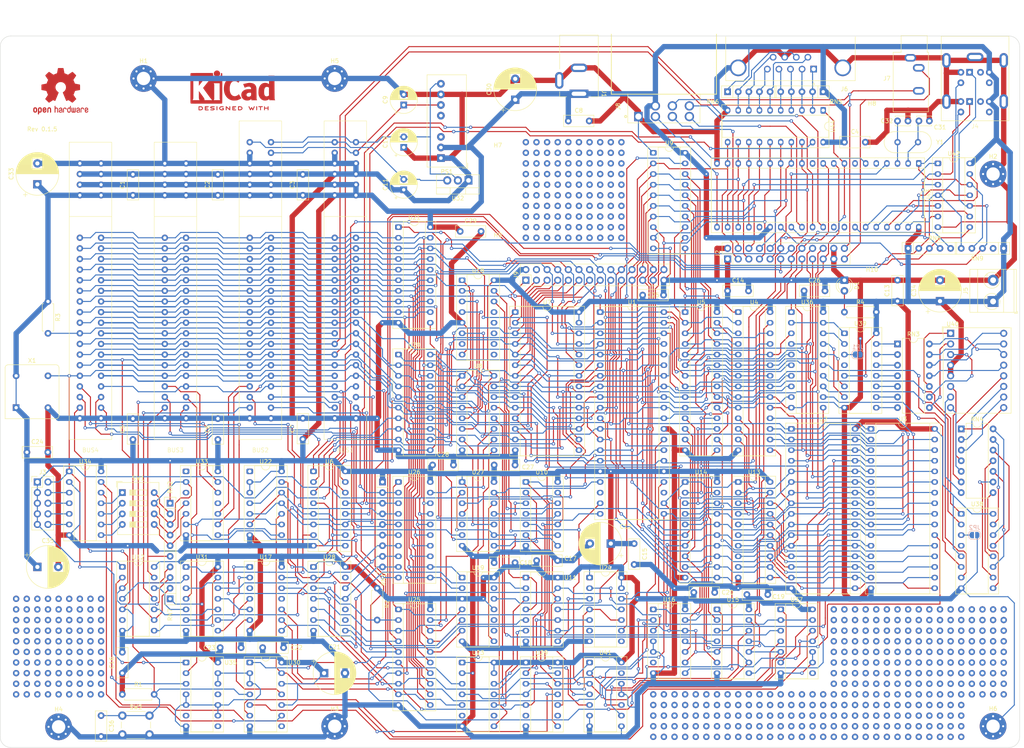
<source format=kicad_pcb>
(kicad_pcb (version 20221018) (generator pcbnew)
  (layers (0 "F.Cu" signal) (31 "B.Cu" signal) (34 "B.Paste" user) (35 "F.Paste" user) (36 "B.SilkS" user "B.Silkscreen") (37 "F.SilkS" user "F.Silkscreen") (38 "B.Mask" user) (39 "F.Mask" user) (44 "Edge.Cuts" user))
  (net 0 "")
  (net 1 "/HEC_IO/A8")
  (net 2 "/HEC_IO/D0")
  (net 3 "/HEC_IO/A9")
  (net 4 "/HEC_IO/D1")
  (net 5 "/HEC_IO/A10")
  (net 6 "/HEC_CPU/CLK")
  (net 7 "/HEC_IO/D2")
  (net 8 "/HEC_IO/A11")
  (net 9 "/HEC_IO/D3")
  (net 10 "/HEC_CPU/~{NMI}")
  (net 12 "/HEC_CPU/~{MREQ}")
  (net 13 "/HEC_CPU/~{IORQ}")
  (net 14 "/HEC_CPU/~{RD}")
  (net 15 "/HEC_CPU/~{WR}")
  (net 17 "/HEC_IO/~{ROM_OE}")
  (net 18 "/HEC_IO/A12")
  (net 19 "/HEC_IO/D4")
  (net 20 "/HEC_IO/A13")
  (net 21 "/HEC_IO/D5")
  (net 22 "/HEC_IO/A14")
  (net 23 "/HEC_IO/D6")
  (net 24 "/HEC_IO/A15")
  (net 25 "/HEC_Memory/RAM_A18")
  (net 26 "/HEC_Memory/RAM_A16")
  (net 27 "/HEC_Memory/RAM_A14")
  (net 28 "/HEC_Memory/RAM_A12")
  (net 29 "/HEC_IO/D7")
  (net 30 "/HEC_IO/~{IO_CS2}")
  (net 31 "/HEC_IO/A0")
  (net 32 "/HEC_IO/~{IOR}")
  (net 33 "Net-(U34B-Q3)")
  (net 34 "Net-(U34B-Q2)")
  (net 35 "Net-(U34B-Q1)")
  (net 36 "Net-(U34B-Q0)")
  (net 37 "Net-(U34B-CP)")
  (net 38 "/HEC_Memory/~{RAM0CS}")
  (net 39 "/HEC_Memory/RAM_A10")
  (net 40 "/HEC_Memory/RAM_A11")
  (net 41 "/HEC_Memory/RAM_A9")
  (net 42 "/HEC_Memory/RAM_A8")
  (net 43 "/HEC_Memory/RAM_A13")
  (net 44 "/HEC_Memory/~{RAM_WR}")
  (net 45 "/HEC_Memory/RAM_A17")
  (net 46 "/HEC_Memory/RAM_A15")
  (net 47 "/HEC_Memory/~{RAM1CS}")
  (net 48 "/HEC_IO/~{IRQ1}")
  (net 49 "/HEC_IO/A1")
  (net 50 "/HEC_Memory/PROC_ID0")
  (net 51 "/HEC_Memory/PROC_ID1")
  (net 52 "/HEC_Memory/PROC_ID2")
  (net 53 "/HEC_Memory/PROC_ID3")
  (net 54 "/HEC_Memory/PROC_ID4")
  (net 55 "/HEC_Memory/PROC_ID5")
  (net 56 "/HEC_Memory/PROC_ID6")
  (net 57 "/HEC_IO/A2")
  (net 58 "/HEC_IO/OSC")
  (net 59 "/HEC_IO/A3")
  (net 60 "/HEC_IO/~{WAIT1}")
  (net 61 "/HEC_IO/A4")
  (net 62 "/HEC_Memory/~{PAGE_L_WE}")
  (net 63 "/HEC_Memory/RAM_A19")
  (net 64 "/HEC_Memory/ATTR_RI")
  (net 65 "/HEC_Memory/ATTR_NX")
  (net 66 "/HEC_Memory/ATTR_WI")
  (net 67 "/HEC_Memory/ATTR_WP")
  (net 68 "/HEC_Memory/~{PAGE_H_WE}")
  (net 69 "/HEC_IO/~{NOWS1}")
  (net 70 "/HEC_IO/~{SENSE1}")
  (net 71 "L")
  (net 72 "/HEC_IO/-5V")
  (net 73 "/HEC_IO/-12V")
  (net 74 "/HEC_IO/+12V")
  (net 75 "/HEC_Memory/~{RAM_A19}")
  (net 76 "/HEC_IO/~{IO_CS3}")
  (net 77 "/HEC_IO/~{IRQ2}")
  (net 78 "/HEC_IO/~{WAIT2}")
  (net 79 "/HEC_Memory/SYSGATE")
  (net 80 "/HEC_IO/AUDIO_L")
  (net 81 "/HEC_IO/AUDIO_R")
  (net 82 "/HEC_CPU/~{RESET}")
  (net 83 "Net-(U43-OSCI)")
  (net 84 "Net-(U43-OSCO)")
  (net 85 "Net-(U20-OE)")
  (net 86 "Net-(U21-OE)")
  (net 87 "/HEC_IO/~{NOWS2}")
  (net 88 "/HEC_IO/~{SENSE2}")
  (net 89 "Net-(U23B-~{S})")
  (net 90 "/HEC_IO/~{IO_CS4}")
  (net 91 "/HEC_IO/~{IRQ3}")
  (net 92 "/HEC_IO/~{WAIT3}")
  (net 93 "/HEC_IO/~{NOWS3}")
  (net 94 "Net-(U27A-D)")
  (net 95 "Net-(U20-Cp)")
  (net 96 "/HEC_IO/~{SENSE3}")
  (net 97 "/HEC_IO/~{IRQ4}")
  (net 99 "/HEC_IO/~{WAIT4}")
  (net 100 "/HEC_IO/~{NOWS4}")
  (net 101 "/HEC_IO/~{SENSE4}")
  (net 102 "/HEC_IO/~{IO_CS5}")
  (net 103 "/HEC_IO/~{IO_CS6}")
  (net 104 "/HEC_IO/~{IO_CS7}")
  (net 105 "Net-(J3-Pin_4)")
  (net 106 "Net-(J3-Pin_6)")
  (net 107 "Net-(J3-Pin_8)")
  (net 108 "Net-(J3-Pin_10)")
  (net 109 "/HEC_IO/~{IO_CS1}")
  (net 110 "/HEC_Protection/~{VDP_IRQ}")
  (net 114 "/HEC_IO/A5")
  (net 115 "/HEC_IO/A6")
  (net 116 "/HEC_IO/A7")
  (net 117 "/HEC_Memory/~{PAGE_H}")
  (net 118 "/HEC_Memory/~{PAGE_L}")
  (net 119 "Net-(U12-Pad4)")
  (net 120 "Net-(U12-Pad8)")
  (net 121 "Net-(U12-Pad10)")
  (net 122 "Net-(U12-Pad12)")
  (net 123 "Net-(U30B-C)")
  (net 124 "Net-(U17-Pad1)")
  (net 125 "Net-(U17-Pad2)")
  (net 126 "Net-(U17-Pad4)")
  (net 128 "Net-(U17-Pad5)")
  (net 129 "Net-(U30B-Q)")
  (net 135 "Net-(RN6-R1)")
  (net 136 "Net-(RN6-R2)")
  (net 137 "Net-(RN6-R3)")
  (net 138 "Net-(RN6-R4)")
  (net 139 "H")
  (net 140 "Net-(RN5-R1)")
  (net 141 "Net-(RN5-R2)")
  (net 142 "Net-(RN5-R3)")
  (net 143 "Net-(RN5-R4)")
  (net 144 "Net-(J8-D3)")
  (net 145 "Net-(J8-D4)")
  (net 146 "Net-(U29A-D)")
  (net 147 "Net-(U24A-D)")
  (net 148 "Net-(J8-CLK)")
  (net 149 "Net-(J8-LATCH)")
  (net 150 "Net-(J8-DATA)")
  (net 151 "Net-(U11-Pad2)")
  (net 152 "Net-(U23B-D)")
  (net 153 "Net-(U24B-C)")
  (net 154 "Net-(U24A-C)")
  (net 155 "Net-(U29B-C)")
  (net 156 "/HEC_Peripherals/~{MS_IRQ}")
  (net 157 "/HEC_Peripherals/~{KB_IRQ}")
  (net 158 "/HEC_Protection/~{M1}")
  (net 159 "/HEC_Protection/SYS")
  (net 160 "/HEC_IO/~{IO_CS0}")
  (net 161 "/HEC_Protection/~{GOUSR}")
  (net 163 "Net-(U11-Pad5)")
  (net 164 "/HEC_CPU/~{RAMEN}")
  (net 166 "/HEC_Protection/~{INT_SOURCE_2}")
  (net 167 "Net-(U29A-C)")
  (net 171 "/HEC_Protection/~{INT_SOURCE_1}")
  (net 172 "/HEC_CPU/~{WAIT}")
  (net 173 "/HEC_Memory/~{PID}")
  (net 174 "Net-(U9-Cp)")
  (net 175 "/HEC_CPU/~{IOPORT_L}")
  (net 176 "/HEC_CPU/~{IOPORT_H}")
  (net 177 "/HEC_Protection/~{CLRINT}")
  (net 178 "/HEC_Protection/M1")
  (net 179 "/HEC_Protection/~{XFAULT}")
  (net 180 "/HEC_Protection/~{WFAULT}")
  (net 181 "/HEC_Protection/~{RFAULT}")
  (net 182 "Net-(U22-Pad8)")
  (net 183 "Net-(U22-Pad9)")
  (net 184 "/HEC_Protection/~{IO_PROT}")
  (net 185 "Net-(RN3-R1.1)")
  (net 186 "Net-(RN3-R2.1)")
  (net 187 "Net-(RN3-R3.1)")
  (net 188 "Net-(RN3-R4.1)")
  (net 189 "Net-(RN3-R5.1)")
  (net 190 "Net-(RN3-R6.1)")
  (net 191 "Net-(RN3-R7.1)")
  (net 192 "Net-(RN3-R7.2)")
  (net 193 "Net-(RN3-R6.2)")
  (net 194 "Net-(RN3-R5.2)")
  (net 195 "Net-(RN3-R4.2)")
  (net 196 "Net-(RN3-R3.2)")
  (net 197 "Net-(RN3-R2.2)")
  (net 198 "Net-(RN3-R1.2)")
  (net 199 "Net-(RN4-R1.1)")
  (net 200 "Net-(RN4-R2.1)")
  (net 201 "Net-(RN4-R3.1)")
  (net 202 "Net-(RN4-R4.1)")
  (net 203 "Net-(RN4-R5.1)")
  (net 204 "Net-(RN4-R6.1)")
  (net 205 "Net-(RN4-R7.2)")
  (net 206 "Net-(RN4-R6.2)")
  (net 207 "Net-(RN4-R5.2)")
  (net 208 "Net-(RN4-R4.2)")
  (net 209 "Net-(RN4-R3.2)")
  (net 210 "Net-(RN4-R2.2)")
  (net 211 "Net-(RN4-R1.2)")
  (net 212 "/HEC_CPU/~{RFSH}")
  (net 213 "Net-(U36-Cp)")
  (net 214 "Net-(U36-Q7)")
  (net 215 "Net-(U36-Q6)")
  (net 216 "Net-(U36-Q5)")
  (net 217 "Net-(U36-Q4)")
  (net 218 "Net-(U36-Q3)")
  (net 219 "Net-(U36-Q2)")
  (net 220 "Net-(U36-Q1)")
  (net 221 "Net-(U36-Q0)")
  (net 230 "Net-(U23A-C)")
  (net 232 "Net-(U43-P22{slash}MSDO)")
  (net 233 "Net-(U43-P23{slash}MSCO)")
  (net 234 "Net-(U43-KBDO)")
  (net 235 "Net-(U43-KBCO)")
  (net 236 "Net-(U43-KB_OBFO)")
  (net 237 "Net-(U43-MS_OBFO)")
  (net 244 "Net-(RN4-R7.1)")
  (net 245 "/HEC_Protection/~{AUX_IRQ}")
  (net 246 "Net-(U27B-~{Q})")
  (net 247 "Net-(U27B-C)")
  (net 248 "Net-(U27B-D)")
  (net 250 "Net-(U23B-C)")
  (net 252 "Net-(U30A-Q)")
  (net 253 "Net-(U30A-~{Q})")
  (net 254 "/HEC_IO/~{ROM_WE}")
  (net 255 "Net-(RN2-R1)")
  (net 256 "Net-(RN2-R2)")
  (net 257 "Net-(RN2-R3)")
  (net 258 "Net-(RN2-R4)")
  (net 261 "Net-(D1-A)")
  (net 265 "Net-(JP1-B)")
  (net 266 "Net-(JP2-B)")
  (net 267 "Net-(RN9-R2)")
  (net 268 "Net-(RN9-R3)")
  (net 269 "Net-(RN8-R3)")
  (net 270 "Net-(RN9-R4)")
  (net 271 "Net-(RN8-R4)")
  (footprint "Library:A_Single_Pad" (layer "F.Cu") (at 172.72 58.42)
    (fp_text reference "REF**" hide)
    (fp_text value "A_Single_Pad" hide)
  )
  (footprint "Library:A_Single_Pad" (layer "F.Cu") (at 175.26 53.34)
    (fp_text reference "REF**" hide)
    (fp_text value "A_Single_Pad" hide)
  )
  (footprint "Library:A_Single_Pad" (layer "F.Cu") (at 228.6 193.04)
    (fp_text reference "REF**" hide)
    (fp_text value "A_Single_Pad" hide)
  )
  (footprint "Library:A_Single_Pad" (layer "F.Cu") (at 238.76 187.96)
    (fp_text reference "REF**" hide)
    (fp_text value "A_Single_Pad" hide)
  )
  (footprint "Library:A_Single_Pad" (layer "F.Cu") (at 165.1 63.5)
    (fp_text reference "REF**" hide)
    (fp_text value "A_Single_Pad" hide)
  )
  (footprint "MountingHole:MountingHole_3.2mm_M3" (layer "F.Cu") (at 242.82 45.74)
    (fp_text reference "H8")
    (fp_text value "MountingHole")
  )
  (footprint "Library:A_Single_Pad" (layer "F.Cu") (at 195.58 193.04)
    (fp_text reference "REF**" hide)
    (fp_text value "A_Single_Pad" hide)
  )
  (footprint "Library:A_Single_Pad" (layer "F.Cu") (at 218.44 185.42)
    (fp_text reference "REF**" hide)
    (fp_text value "A_Single_Pad" hide)
  )
  (footprint "Library:A_Single_Pad" (layer "F.Cu") (at 261.62 167.64)
    (fp_text reference "REF**" hide)
    (fp_text value "A_Single_Pad" hide)
  )
  (footprint "Library:A_Single_Pad" (layer "F.Cu") (at 53.34 172.72)
    (fp_text reference "REF**" hide)
    (fp_text value "A_Single_Pad" hide)
  )
  (footprint "Library:A_Single_Pad" (layer "F.Cu") (at 238.76 185.42)
    (fp_text reference "REF**" hide)
    (fp_text value "A_Single_Pad" hide)
  )
  (footprint "Library:A_Single_Pad" (layer "F.Cu") (at 259.08 170.18)
    (fp_text reference "REF**" hide)
    (fp_text value "A_Single_Pad" hide)
  )
  (footprint "Library:A_Single_Pad" (layer "F.Cu") (at 167.64 50.8)
    (fp_text reference "REF**" hide)
    (fp_text value "A_Single_Pad" hide)
  )
  (footprint "Capacitor_THT:C_Disc_D3.4mm_W2.1mm_P2.50mm" (layer "F.Cu") (at 256.54 45.72 180)
    (fp_text reference "C31")
    (fp_text value "C")
  )
  (footprint "Package_TO_SOT_THT:TO-220-3_Vertical" (layer "F.Cu") (at 146.304 59.944 180)
    (fp_text reference "U32")
    (fp_text value "LM79M05_TO220")
  )
  (footprint "Library:A_Single_Pad" (layer "F.Cu") (at 246.38 182.88)
    (fp_text reference "REF**" hide)
    (fp_text value "A_Single_Pad" hide)
  )
  (footprint "Library:A_Single_Pad" (layer "F.Cu") (at 254 165.1)
    (fp_text reference "REF**" hide)
    (fp_text value "A_Single_Pad" hide)
  )
  (footprint "Library:A_Single_Pad" (layer "F.Cu") (at 228.6 187.96)
    (fp_text reference "REF**" hide)
    (fp_text value "A_Single_Pad" hide)
  )
  (footprint "Library:A_Single_Pad" (layer "F.Cu") (at 203.2 190.5)
    (fp_text reference "REF**" hide)
    (fp_text value "A_Single_Pad" hide)
  )
  (footprint "Library:A_Single_Pad" (layer "F.Cu") (at 208.28 193.04)
    (fp_text reference "REF**" hide)
    (fp_text value "A_Single_Pad" hide)
  )
  (footprint "Library:DIP-20_W7.62mm_Socket_ThinPads" (layer "F.Cu") (at 129.54 132.08)
    (fp_text reference "U26")
    (fp_text value "74LS541")
  )
  (footprint "Library:A_Single_Pad" (layer "F.Cu") (at 208.28 187.96)
    (fp_text reference "REF**" hide)
    (fp_text value "A_Single_Pad" hide)
  )
  (footprint "Library:A_Single_Pad" (layer "F.Cu") (at 251.46 193.04)
    (fp_text reference "REF**" hide)
    (fp_text value "A_Single_Pad" hide)
  )
  (footprint "Library:Bus_HEC_5Vonly" (layer "F.Cu") (at 76.2 83.82)
    (fp_text reference "BUS3")
    (fp_text value "~")
  )
  (footprint "Library:A_Single_Pad" (layer "F.Cu") (at 172.72 71.12)
    (fp_text reference "REF**" hide)
    (fp_text value "A_Single_Pad" hide)
  )
  (footprint "Capacitor_THT:C_Disc_D7.0mm_W2.5mm_P5.00mm" (layer "F.Cu") (at 152.44 128.016)
    (fp_text reference "C27")
    (fp_text value "C")
  )
  (footprint "Library:A_Single_Pad" (layer "F.Cu") (at 40.64 175.26)
    (fp_text reference "REF**" hide)
    (fp_text value "A_Single_Pad" hide)
  )
  (footprint "Library:A_Single_Pad" (layer "F.Cu") (at 182.88 71.12)
    (fp_text reference "REF**" hide)
    (fp_text value "A_Single_Pad" hide)
  )
  (footprint "Library:A_Single_Pad" (layer "F.Cu") (at 266.7 182.88)
    (fp_text reference "REF**" hide)
    (fp_text value "A_Single_Pad" hide)
  )
  (footprint "Library:A_Single_Pad" (layer "F.Cu") (at 45.72 180.34)
    (fp_text reference "REF**" hide)
    (fp_text value "A_Single_Pad" hide)
  )
  (footprint "Library:DIP-14_W7.62mm_Socket_ThinPads" (layer "F.Cu") (at 220.98 162.56)
    (fp_text reference "U37")
    (fp_text value "74LS32")
  )
  (footprint "Library:A_Single_Pad" (layer "F.Cu") (at 271.78 167.64)
    (fp_text reference "REF**" hide)
    (fp_text value "A_Single_Pad" hide)
  )
  (footprint "Library:DIP-40_W15.24mm_Socket_ThinPads" (layer "F.Cu") (at 177.8 91.44)
    (fp_text reference "U1")
    (fp_text value "Z80CPU")
  )
  (footprint "Library:DIP-14_W7.62mm_Socket_ThinPads" (layer "F.Cu") (at 175.26 175.26)
    (fp_text reference "U41")
    (fp_text value "74LS02")
  )
  (footprint "Library:A_Single_Pad" (layer "F.Cu") (at 220.98 190.5)
    (fp_text reference "REF**" hide)
    (fp_text value "A_Single_Pad" hide)
  )
  (footprint "Library:A_Single_Pad" (layer "F.Cu") (at 246.38 172.72)
    (fp_text reference "REF**" hide)
    (fp_text value "A_Single_Pad" hide)
  )
  (footprint "Library:A_Single_Pad" (layer "F.Cu") (at 259.08 187.96)
    (fp_text reference "REF**" hide)
    (fp_text value "A_Single_Pad" hide)
  )
  (footprint "Library:A_Single_Pad" (layer "F.Cu") (at 254 190.5)
    (fp_text reference "REF**" hide)
    (fp_text value "A_Single_Pad" hide)
  )
  (footprint "Library:A_Single_Pad" (layer "F.Cu") (at 218.44 193.04)
    (fp_text reference "REF**" hide)
    (fp_text value "A_Single_Pad" hide)
  )
  (footprint "Library:A_Single_Pad" (layer "F.Cu") (at 264.16 180.34)
    (fp_text reference "REF**" hide)
    (fp_text value "A_Single_Pad" hide)
  )
  (footprint "Library:A_Single_Pad" (layer "F.Cu") (at 160.02 63.5)
    (fp_text reference "REF**" hide)
    (fp_text value "A_Single_Pad" hide)
  )
  (footprint "Library:A_Single_Pad" (layer "F.Cu") (at 241.3 172.72)
    (fp_text reference "REF**" hide)
    (fp_text value "A_Single_Pad" hide)
  )
  (footprint "Capacitor_THT:C_Disc_D7.0mm_W2.5mm_P5.00mm" (layer "F.Cu") (at 137.708 128.016)
    (fp_text reference "C28")
    (fp_text value "C")
  )
  (footprint "Library:A_Single_Pad" (layer "F.Cu") (at 261.62 180.34)
    (fp_text reference "REF**" hide)
    (fp_text value "A_Single_Pad" hide)
  )
  (footprint "Library:A_Single_Pad" (layer "F.Cu") (at 246.38 193.04)
    (fp_text reference "REF**" hide)
    (fp_text value "A_Single_Pad" hide)
  )
  (footprint "Library:A_Single_Pad" (layer "F.Cu") (at 55.88 175.26)
    (fp_text reference "REF**" hide)
    (fp_text value "A_Single_Pad" hide)
  )
  (footprint "Library:A_Single_Pad" (layer "F.Cu") (at 238.76 167.64)
    (fp_text reference "REF**" hide)
    (fp_text value "A_Single_Pad" hide)
  )
  (footprint "Library:A_Single_Pad" (layer "F.Cu") (at 233.68 177.8)
    (fp_text reference "REF**" hide)
    (fp_text value "A_Single_Pad" hide)
  )
  (footprint "Library:A_Single_Pad" (layer "F.Cu") (at 170.18 63.5)
    (fp_text reference "REF**" hide)
    (fp_text value "A_Single_Pad" hide)
  )
  (footprint "Library:A_Single_Pad" (layer "F.Cu") (at 264.16 182.88)
    (fp_text reference "REF**" hide)
    (fp_text value "A_Single_Pad" hide)
  )
  (footprint "Library:A_Single_Pad" (layer "F.Cu") (at 58.42 160.02)
    (fp_text reference "REF**" hide)
    (fp_text value "A_Single_Pad" hide)
  )
  (footprint "Symbol:OSHW-Logo2_14.6x12mm_Copper" (layer "F.Cu") (at 48.768 38.608)
    (fp_text reference "REF**" hide)
    (fp_text value "OSHW-Logo2_14.6x12mm_Copper" hide)
  )
  (footprint "Library:A_Single_Pad" (layer "F.Cu") (at 241.3 177.8)
    (fp_text reference "REF**" hide)
    (fp_text value "A_Single_Pad" hide)
  )
  (footprint "Library:A_Single_Pad" (layer "F.Cu") (at 264.16 165.1)
    (fp_text reference "REF**" hide)
    (fp_text value "A_Single_Pad" hide)
  )
  (footprint "Library:A_Single_Pad" (layer "F.Cu") (at 241.3 185.42)
    (fp_text reference "REF**" hide)
    (fp_text value "A_Single_Pad" hide)
  )
  (footprint "Library:A_Single_Pad" (layer "F.Cu") (at 251.46 175.26)
    (fp_text reference "REF**" hide)
    (fp_text value "A_Single_Pad" hide)
  )
  (footprint "Library:A_Single_Pad" (layer "F.Cu") (at 55.88 170.18)
    (fp_text reference "REF**" hide)
    (fp_text value "A_Single_Pad" hide)
  )
  (footprint "Library:A_Single_Pad" (layer "F.Cu") (at 53.34 160.02)
    (fp_text reference "REF**" hide)
    (fp_text value "A_Single_Pad" hide)
  )
  (footprint "Library:A_Single_Pad" (layer "F.Cu") (at 251.46 180.34)
    (fp_text reference "REF**" hide)
    (fp_text value "A_Single_Pad" hide)
  )
  (footprint "Library:A_Single_Pad" (layer "F.Cu") (at 259.08 167.64)
    (fp_text reference "REF**" hide)
    (fp_text value "A_Single_Pad" hide)
  )
  (footprint "Library:A_Single_Pad" (layer "F.Cu") (at 261.62 185.42)
    (fp_text reference "REF**" hide)
    (fp_text value "A_Single_Pad" hide)
  )
  (footprint "Library:A_Single_Pad" (layer "F.Cu") (at 198.12 182.88)
    (fp_text reference "REF**" hide)
    (fp_text value "A_Single_Pad" hide)
  )
  (footprint "Library:A_Single_Pad" (layer "F.Cu") (at 180.34 60.96)
    (fp_text reference "REF**" hide)
    (fp_text value "A_Single_Pad" hide)
  )
  (footprint "Library:A_Single_Pad" (layer "F.Cu") (at 233.68 167.64)
    (fp_text reference "REF**" hide)
    (fp_text value "A_Single_Pad" hide)
  )
  (footprint "Library:A_Single_Pad" (layer "F.Cu") (at 269.24 165.1)
    (fp_text reference "REF**" hide)
    (fp_text value "A_Single_Pad" hide)
  )
  (footprint "Library:A_Single_Pad" (layer "F.Cu") (at 254 172.72)
    (fp_text reference "REF**" hide)
    (fp_text value "A_Single_Pad" hide)
  )
  (footprint "TerminalBlock_MetzConnect:TerminalBlock_MetzConnect_Type073_RT02602HBLU_1x02_P5.08mm_Horizontal" (layer "F.Cu") (at 271.78 88.9 90)
    (fp_text reference "J5")
    (fp_text value "Screw_Terminal_01x02")
  )
  (footprint "Capacitor_THT:C_Disc_D7.0mm_W2.5mm_P5.00mm" (layer "F.Cu") (at 187.96 87.376)
    (fp_text reference "C25")
    (fp_text value "C")
  )
  (footprint "Crystal:Crystal_HC18-U_Vertical" (layer "F.Cu") (at 253.82 50.8 180)
    (fp_text reference "Y1")
    (fp_text value "Crystal")
  )
  (footprint "Library:A_Single_Pad" (layer "F.Cu") (at 248.92 182.88)
    (fp_text reference "REF**" hide)
    (fp_text value "A_Single_Pad" hide)
  )
  (footprint "Library:A_Single_Pad" (layer "F.Cu") (at 162.56 50.8)
    (fp_text reference "REF**" hide)
    (fp_text value "A_Single_Pad" hide)
  )
  (footprint "Library:A_Single_Pad" (layer "F.Cu") (at 53.34 162.56)
    (fp_text reference "REF**" hide)
    (fp_text value "A_Single_Pad" hide)
  )
  (footprint "Library:A_Single_Pad" (layer "F.Cu") (at 180.34 68.58)
    (fp_text reference "REF**" hide)
    (fp_text value "A_Single_Pad" hide)
  )
  (footprint "Library:A_Single_Pad" (layer "F.Cu") (at 236.22 182.88)
    (fp_text reference "REF**" hide)
    (fp_text value "A_Single_Pad" hide)
  )
  (footprint "Library:DIP-28_W7.62mm_Socket_ThinPads" (layer "F.Cu") (at 210.82 91.44)
    (fp_text reference "U4")
    (fp_text value "CY7C199")
  )
  (footprint "Library:A_Single_Pad" (layer "F.Cu") (at 246.38 187.96)
    (fp_text reference "REF**" hide)
    (fp_text value "A_Single_Pad" hide)
  )
  (footprint "Capacitor_THT:C_Disc_D7.0mm_W2.5mm_P5.00mm" (layer "F.Cu") (at 86.36 63.5 90)
    (fp_text reference "C2")
    (fp_text value "C")
  )
  (footprint "Library:A_Single_Pad" (layer "F.Cu") (at 203.2 187.96)
    (fp_text reference "REF**" hide)
    (fp_text value "A_Single_Pad" hide)
  )
  (footprint "Library:A_Single_Pad" (layer "F.Cu") (at 205.74 193.04)
    (fp_text reference "REF**" hide)
    (fp_text value "A_Single_Pad" hide)
  )
  (footprint "Library:A_Single_Pad" (layer "F.Cu") (at 246.38 177.8)
    (fp_text reference "REF**" hide)
    (fp_text value "A_Single_Pad" hide)
  )
  (footprint "Resistor_THT:R_Array_SIP5" (layer "F.Cu") (at 74.93 137.16 -90)
    (fp_text reference "RN2")
    (fp_text value "R_Network04")
  )
  (footprint "Library:A_Single_Pad" (layer "F.Cu") (at 243.84 185.42)
    (fp_text reference "REF**" hide)
    (fp_text value "A_Single_Pad" hide)
  )
  (footprint "Library:A_Single_Pad" (layer "F.Cu") (at 256.54 185.42)
    (fp_text reference "REF**" hide)
    (fp_text value "A_Single_Pad" hide)
  )
  (footprint "Library:A_Single_Pad" (layer "F.Cu") (at 45.72 177.8)
    (fp_text reference "REF**" hide)
    (fp_text value "A_Single_Pad" hide)
  )
  (footprint "Library:A_Single_Pad" (layer "F.Cu") (at 38.1 182.88)
    (fp_text reference "REF**" hide)
    (fp_text value "A_Single_Pad" hide)
  )
  (footprint "Library:A_Single_Pad" (layer "F.Cu") (at 248.92 165.1)
    (fp_text reference "REF**" hide)
    (fp_text value "A_Single_Pad" hide)
  )
  (footprint "Library:A_Single_Pad" (layer "F.Cu") (at 256.54 172.72)
    (fp_text reference "REF**" hide)
    (fp_text value "A_Single_Pad" hide)
  )
  (footprint "Library:A_Single_Pad" (layer "F.Cu") (at 246.38 180.34)
    (fp_text reference "REF**" hide)
    (fp_text value "A_Single_Pad" hide)
  )
  (footprint "Library:A_Single_Pad" (layer "F.Cu") (at 215.9 187.96)
    (fp_text reference "REF**" hide)
    (fp_text value "A_Single_Pad" hide)
  )
  (footprint "Library:A_Single_Pad" (layer "F.Cu") (at 182.88 58.42)
    (fp_text reference "REF**" hide)
    (fp_text value "A_Single_Pad" hide)
  )
  (footprint "Library:A_Single_Pad" (layer "F.Cu") (at 162.56 73.66)
    (fp_text reference "REF**" hide)
    (fp_text value "A_Single_Pad" hide)
  )
  (footprint "Library:DIP-14_W7.62mm_Socket_ThinPads" (layer "F.Cu") (at 78.73 129.54)
    (fp_text reference "U33")
    (fp_text value "74LS20")
  )
  (footprint "Capacitor_THT:C_Disc_D7.0mm_W2.5mm_P5.00mm" (layer "F.Cu") (at 106.68 63.5 90)
    (fp_text reference "C3")
    (fp_text value "C")
  )
  (footprint "Library:A_Single_Pad" (layer "F.Cu") (at 208.28 190.5)
    (fp_text reference "REF**" hide)
    (fp_text value "A_Single_Pad" hide)
  )
  (footprint "Library:A_Single_Pad" (layer "F.Cu") (at 233.68 170.18)
    (fp_text reference "REF**" hide)
    (fp_text value "A_Single_Pad" hide)
  )
  (footprint "Capacitor_THT:C_Disc_D7.0mm_W2.5mm_P5.00mm" (layer "F.Cu") (at 97.068 171.704)
    (fp_text reference "C22")
    (fp_text value "C")
  )
  (footprint "Library:DIP-28_W7.62mm_Socket_ThinPads" (layer "F.Cu") (at 198.12 91.44)
    (fp_text reference "U5")
    (fp_text value "CY7C199")
  )
  (footprint "Library:A_Single_Pad" (layer "F.Cu") (at 269.24 170.18)
    (fp_text reference "REF**" hide)
    (fp_text value "A_Single_Pad" hide)
  )
  (footprint "Library:A_Single_Pad" (layer "F.Cu") (at 226.06 185.42)
    (fp_text reference "REF**" hide)
    (fp_text value "A_Single_Pad" hide)
  )
  (footprint "Capacitor_THT:C_Disc_D7.0mm_W2.5mm_P5.00mm" (layer "F.Cu") (at 144.312 72.136)
    (fp_text reference "C29")
    (fp_text value "C")
  )
  (footprint "Library:A_Single_Pad" (layer "F.Cu") (at 193.04 187.96)
    (fp_text reference "REF**" hide)
    (fp_text value "A_Single_Pad" hide)
  )
  (footprint "Library:DIP-20_W7.62mm_Socket_ThinPads" (layer "F.Cu") (at 129.54 101.6)
    (fp_text reference "U20")
    (fp_text value "74LS574")
  )
  (footprint "Library:A_Single_Pad" (layer "F.Cu") (at 264.16 177.8)
    (fp_text reference "REF**" hide)
    (fp_text value "A_Single_Pad" hide)
  )
  (footprint "Library:A_Single_Pad" (layer "F.Cu") (at 246.38 190.5)
    (fp_text reference "REF**" hide)
    (fp_text value "A_Single_Pad" hide)
  )
  (footprint "Capacitor_THT:CP_Radial_D10.0mm_P5.00mm" (layer "F.Cu") (at 157.48 40.64 90)
    (fp_text reference "C30")
    (fp_text value "C_Polarized")
  )
  (footprint "Library:Connector_double_mini-DIN_6" (layer "F.Cu") (at 267.47 30.48)
    (fp_text reference "J4")
    (fp_text value "~")
  )
  (footprint "Library:A_Single_Pad" (layer "F.Cu") (at 241.3 165.1)
    (fp_text reference "REF**" hide)
    (fp_text value "A_Single_Pad" hide)
  )
  (footprint "Library:A_Single_Pad" (layer "F.Cu") (at 50.8 165.1)
    (fp_text reference "REF**" hide)
    (fp_text value "A_Single_Pad" hide)
  )
  (footprint "Library:A_Single_Pad" (layer "F.Cu") (at 215.9 190.5)
    (fp_text reference "REF**" hide)
    (fp_text value "A_Single_Pad" hide)
  )
  (footprint "Library:A_Single_Pad" (layer "F.Cu") (at 213.36 182.88)
    (fp_text reference "REF**" hide)
    (fp_text value "A_Single_Pad" hide)
  )
  (footprint "Library:DIP-14_W7.62mm_Socket_ThinPads" (layer "F.Cu") (at 93.98 175.26)
    (fp_text reference "U30")
    (fp_text value "74LS74")
  )
  (footprint "Library:A_Single_Pad" (layer "F.Cu") (at 238.76 190.5)
    (fp_text reference "REF**" hide)
    (fp_text value "A_Single_Pad" hide)
  )
  (footprint "Library:A_Single_Pad" (layer "F.Cu") (at 256.54 167.64)
    (fp_text reference "REF**" hide)
    (fp_text value "A_Single_Pad" hide)
  )
  (footprint "Library:A_Single_Pad" (layer "F.Cu") (at 180.34 53.34)
    (fp_text reference "REF**" hide)
    (fp_text value "A_Single_Pad" hide)
  )
  (footprint "Library:A_Single_Pad" (layer "F.Cu") (at 251.46 185.42)
    (fp_text reference "REF**" hide)
    (fp_text value "A_Single_Pad" hide)
  )
  (footprint "Library:A_Single_Pad" (layer "F.Cu") (at 53.34 165.1)
    (fp_text reference "REF**" hide)
    (fp_text value "A_Single_Pad" hide)
  )
  (footprint "Library:DIP-14_W7.62mm_Socket_ThinPads" (layer "F.Cu") (at 109.22 152.4)
    (fp_text reference "U28")
    (fp_text value "74LS30")
  )
  (footprint "Library:A_Single_Pad" (layer "F.Cu") (at 180.34 58.42)
    (fp_text reference "REF**" hide)
    (fp_text value "A_Single_Pad" hide)
  )
  (footprint "Library:A_Single_Pad" (layer "F.Cu") (at 45.72 162.56)
    (fp_text reference "REF**" hide)
    (fp_text value "A_Single_Pad" hide)
  )
  (footprint "Library:A_Single_Pad" (layer "F.Cu") (at 38.1 180.34)
    (fp_text reference "REF**" hide)
    (fp_text value "A_Single_Pad" hide)
  )
  (footprint "Library:A_Single_Pad" (layer "F.Cu") (at 58.42 180.34)
    (fp_text reference "REF**" hide)
    (fp_text value "A_Single_Pad" hide)
  )
  (footprint "Library:A_Single_Pad" (layer "F.Cu") (at 256.54 180.34)
    (fp_text reference "REF**" hide)
    (fp_text value "A_Single_Pad" hide)
  )
  (footprint "Library:A_Single_Pad" (layer "F.Cu") (at 175.26 60.96)
    (fp_text reference "REF**" hide)
    (fp_text value "A_Single_Pad" hide)
  )
  (footprint "Library:A_Single_Pad" (layer "F.Cu") (at 53.34 167.64)
    (fp_text reference "REF**" hide)
    (fp_text value "A_Single_Pad" hide)
  )
  (footprint "Resistor_THT:R_Axial_DIN0207_L6.3mm_D2.5mm_P7.62mm_Horizontal" (layer "F.Cu") (at 63.5 182.88)
    (fp_text reference "R1")
    (fp_text value "R")
  )
  (footprint "Library:A_Single_Pad" (layer "F.Cu") (at 48.26 172.72)
    (fp_text reference "REF**" hide)
    (fp_text value "A_Single_Pad" hide)
  )
  (footprint "Library:A_Single_Pad" (layer "F.Cu") (at 48.26 175.26)
    (fp_text reference "REF**" hide)
    (fp_text value "A_Single_Pad" hide)
  )
  (footprint "Library:A_Single_Pad" (layer "F.Cu") (at 162.56 55.88)
    (fp_text reference "REF**" hide)
    (fp_text value "A_Single_Pad" hide)
  )
  (footprint "Library:A_Single_Pad" (layer "F.Cu") (at 58.42 167.64)
    (fp_text reference "REF**" hide)
    (fp_text value "A_Single_Pad" hide)
  )
  (footprint "Library:A_Single_Pad" (layer "F.Cu") (at 251.46 172.72)
    (fp_text reference "REF**" hide)
    (fp_text value "A_Single_Pad" hide)
  )
  (footprint "Library:A_Single_Pad" (layer "F.Cu") (at 172.72 53.34)
    (fp_text reference "REF**" hide)
    (fp_text value "A_Single_Pad" hide)
  )
  (footprint "Library:A_Single_Pad" (layer "F.Cu") (at 243.84 165.1)
    (fp_text reference "REF**" hide)
    (fp_text value "A_Single_Pad" hide)
  )
  (footprint "Capacitor_THT:C_Disc_D7.0mm_W2.5mm_P5.00mm" (layer "F.Cu") (at 106.68 121.84 90)
    (fp_text reference "C7")
    (fp_text value "C")
  )
  (footprint "Library:A_Single_Pad" (layer "F.Cu") (at 215.9 193.04)
    (fp_text reference "REF**" hide)
    (fp_text value "A_Single_Pad" hide)
  )
  (footprint "Library:A_Single_Pad" (layer "F.Cu") (at 170.18 73.66)
    (fp_text reference "REF**" hide)
    (fp_text value "A_Single_Pad" hide)
  )
  (footprint "Library:A_Single_Pad" (layer "F.Cu") (at 223.52 185.42)
    (fp_text reference "REF**" hide)
    (fp_text value "A_Single_Pad" hide)
  )
  (footprint "Library:A_Single_Pad" (layer "F.Cu") (at 162.56 66.04)
    (fp_text reference "REF**" hide)
    (fp_text value "A_Single_Pad" hide)
  )
  (footprint "Capacitor_THT:C_Disc_D7.0mm_W2.5mm_P5.00mm" (layer "F.Cu") (at 200.192 158.496)
    (fp_text reference "C20")
    (fp_text value "C")
  )
  (footprint "Library:A_Single_Pad" (layer "F.Cu") (at 259.08 172.72)
    (fp_text reference "REF**" hide)
    (fp_text value "A_Single_Pad" hide)
  )
  (footprint "Library:A_Single_Pad" (layer "F.Cu") (at 220.98 182.88)
    (fp_text reference "REF**" hide)
    (fp_text value "A_Single_Pad" hide)
  )
  (footprint "MountingHole:MountingHole_3.2mm_M3" (layer "F.Cu") (at 242.82 77.24)
    (fp_text reference "H10")
    (fp_text value "MountingHole")
  )
  (footprint "Library:A_Single_Pad" (layer "F.Cu") (at 261.62 175.26)
    (fp_text reference "REF**" hide)
    (fp_text value "A_Single_Pad" hide)
  )
  (footprint "Library:A_Single_Pad" (layer "F.Cu") (at 160.02 66.04)
    (fp_text reference "REF**" hide)
    (fp_text value "A_Single_Pad" hide)
  )
  (footprint "Library:DIP-14_W7.62mm_Socket_ThinPads" (layer "F.Cu") (at 190.5 162.56)
    (fp_text reference "U16")
    (fp_text value "74LS32")
  )
  (footprint "Library:A_Single_Pad" (layer "F.Cu") (at 238.76 172.72)
    (fp_text reference "REF**" hide)
    (fp_text value "A_Single_Pad" hide)
  )
  (footprint "Library:A_Single_Pad" (layer "F.Cu") (at 238.76 165.1)
    (fp_text reference "REF**" hide)
    (fp_text value "A_Single_Pad" hide)
  )
  (footprint "Library:A_Single_Pad" (layer "F.Cu") (at 190.5 185.42)
    (fp_text reference "REF**" hide)
    (fp_text value "A_Single_Pad" hide)
  )
  (footprint "Library:A_Single_Pad" (layer "F.Cu") (at 195.58 185.42)
    (fp_text reference "REF**" hide)
    (fp_text value "A_Single_Pad" hide)
  )
  (footprint "Library:DIP-16_W7.62mm_Socket_ThinPads" (layer "F.Cu") (at 144.78 83.82)
    (fp_text reference "U18")
    (fp_text value "74LS138")
  )
  (footprint "Library:A_Single_Pad" (layer "F.Cu") (at 50.8 175.26)
    (fp_text reference "REF**" hide)
    (fp_text value "A_Single_Pad" hide)
  )
  (footprint "Library:A_Single_Pad" (layer "F.Cu") (at 215.9 182.88)
    (fp_text reference "REF**" hide)
    (fp_text value "A_Single_Pad" hide)
  )
  (footprint "Library:A_Single_Pad" (layer "F.Cu") (at 195.58 190.5)
    (fp_text reference "REF**" hide)
    (fp_text value "A_Single_Pad" hide)
  )
  (footprint "Library:A_Single_Pad" (layer "F.Cu") (at 172.72 60.96)
    (fp_text reference "REF**" hide)
    (fp_text value "A_Single_Pad" hide)
  )
  (footprint "Library:A_Single_Pad" (layer "F.Cu") (at 210.82 190.5)
    (fp_text reference "REF**" hide)
    (fp_text value "A_Single_Pad" hide)
  )
  (footprint "Library:A_Single_Pad" (layer "F.Cu") (at 50.8 167.64)
    (fp_text reference "REF**" hide)
    (fp_text value "A_Single_Pad" hide)
  )
  (footprint "Library:DIP-40_W15.24mm_Socket_ThinPads" (layer "F.Cu") (at 254 55.88 -90)
    (fp_text reference "U43")
    (fp_text value "~")
  )
  (footprint "Library:A_Single_Pad" (layer "F.Cu") (at 271.78 172.72)
    (fp_text reference "REF**" hide)
    (fp_text value "A_Single_Pad" hide)
  )
  (footprint "Library:A_Single_Pad" (layer "F.Cu") (at 241.3 170.18)
    (fp_text reference "REF**" hide)
    (fp_text value "A_Single_Pad" hide)
  )
  (footprint "Library:DIP-16_W7.62mm_Socket_ThinPads" (layer "F.Cu") (at 109.22 129.54)
    (fp_text reference "U6")
    (fp_text value "74LS138")
  )
  (footprint "Library:A_Single_Pad" (layer "F.Cu") (at 193.04 193.04)
    (fp_text reference "REF**" hide)
    (fp_text value "A_Single_Pad" hide)
  )
  (footprint "Library:A_Single_Pad" (layer "F.Cu") (at 264.16 167.64)
    (fp_text reference "REF**" hide)
    (fp_text value "A_Single_Pad" hide)
  )
  (footprint "Capacitor_THT:CP_Radial_D6.3mm_P2.50mm" (layer "F.Cu") (at 130.81 52.03 90)
    (fp_text reference "C10")
    (fp_text value "C_Polarized")
  )
  (footprint "Library:A_Single_Pad" (layer "F.Cu") (at 175.26 73.66)
    (fp_text reference "REF**" hide)
    (fp_text value "A_Single_Pad" hide)
  )
  (footprint "Library:A_Single_Pad" (layer "F.Cu") (at 256.54 177.8)
    (fp_text reference "REF**" hide)
    (fp_text value "A_Single_Pad" hide)
  )
  (footprint "Library:A_Single_Pad" (layer "F.Cu") (at 177.8 60.96)
    (fp_text reference "REF**" hide)
    (fp_text value "A_Single_Pad" hide)
  )
  (footprint "Library:A_Single_Pad" (layer "F.Cu") (at 45.72 160.02)
    (fp_text reference "REF**" hide)
    (fp_text value "A_Single_Pad" hide)
  )
  (footprint "Library:A_Single_Pad" (layer "F.Cu") (at 226.06 187.96)
    (fp_text reference "REF**" hide)
    (fp_text value "A_Single_Pad" hide)
  )
  (footprint "Library:DIP-20_W7.62mm_Socket_ThinPads" (layer "F.Cu") (at 198.12 132.08)
    (fp_text reference "U14")
    (fp_text value "74LS245")
  )
  (footprint "Library:A_Single_Pad" (layer "F.Cu") (at 243.84 187.96)
    (fp_text reference "REF**" hide)
    (fp_text value "A_Single_Pad" hide)
  )
  (footprint "Library:A_Single_Pad" (layer "F.Cu") (at 162.56 60.96)
    (fp_text reference "REF**" hide)
    (fp_text value "A_Single_Pad" hide)
  )
  (footprint "Library:A_Single_Pad" (layer "F.Cu") (at 241.3 167.64)
    (fp_text reference "REF**" hide)
    (fp_text value "A_Single_Pad" hide)
  )
  (footprint "Library:A_Single_Pad" (layer "F.Cu") (at 167.64 63.5)
    (fp_text reference "REF**" hide)
    (fp_text value "A_Single_Pad" hide)
  )
  (footprint "Library:A_Single_Pad" (layer "F.Cu") (at 50.8 170.18)
    (fp_text reference "REF**" hide)
    (fp_text value "A_Single_Pad" hide)
  )
  (footprint "Connector_Audio:Jack_3.5mm_CUI_SJ1-3533NG_Horizontal" (layer "F.Cu") (at 252 30.62)
    (fp_text reference "J7")
    (fp_text value "AudioJack3")
  )
  (footprint "MountingHole:MountingHole_3.2mm_M3" (layer "F.Cu") (at 153.32 77.24)
    (fp_text reference "H9")
    (fp_text value "MountingHole")
  )
  (footprint "Library:A_Single_Pad" (layer "F.Cu") (at 38.1 170.18)
    (fp_text reference "REF**" hide)
    (fp_text value "A_Single_Pad" hide)
  )
  (footprint "Library:A_Single_Pad" (layer "F.Cu") (at 269.24 177.8)
    (fp_text reference "REF**" hide)
    (fp_text value "A_Single_Pad" hide)
  )
  (footprint "Library:A_Single_Pad" (layer "F.Cu") (at 210.82 187.96)
    (fp_text reference "REF**" hide)
    (fp_text value "A_Single_Pad" hide)
  )
  (footprint "Library:A_Single_Pad" (layer "F.Cu") (at 218.44 187.96)
    (fp_text reference "REF**" hide)
    (fp_text value "A_Single_Pad" hide)
  )
  (footprint "Capacitor_THT:C_Disc_D7.0mm_W2.5mm_P5.00mm" (layer "F.Cu") (at 170.18 45.72)
    (fp_text reference "C8")
    (fp_text value "C")
  )
  (footprint "Library:A_Single_Pad" (layer "F.Cu") (at 203.2 185.42)
    (fp_text reference "REF**" hide)
    (fp_text value "A_Single_Pad" hide)
  )
  (footprint "Library:A_Single_Pad" (layer "F.Cu") (at 231.14 190.5)
    (fp_text reference "REF**" hide)
    (fp_text value "A_Single_Pad" hide)
  )
  (footprint "Library:A_Single_Pad" (layer "F.Cu") (at 226.06 190.5)
    (fp_text reference "REF**" hide)
    (fp_text value "A_Single_Pad" hide)
  )
  (footprint "Package_DIP:DIP-14_W7.62mm" (layer "F.Cu") (at 248.92 99.06)
    (fp_text reference "RN3")
    (fp_text value "R_Pack07")
  )
  (footprint "Library:A_Single_Pad" (layer "F.Cu") (at 213.36 190.5)
    (fp_text reference "REF**" hide)
    (fp_text value "A_Single_Pad" hide)
  )
  (footprint "Library:A_Single_Pad" (layer "F.Cu") (at 248.92 172.72)
    (fp_text reference "REF**" hide)
    (fp_text value "A_Single_Pad" hide)
  )
  (footprint "Library:A_Single_Pad" (layer "F.Cu") (at 248.92 193.04)
    (fp_text reference "REF**" hide)
    (fp_text value "A_Single_Pad" hide)
  )
  (footprint "Library:A_Single_Pad" (layer "F.Cu") (at 43.18 162.56)
    (fp_text reference "REF**" hide)
    (fp_text value "A_Single_Pad" hide)
  )
  (footprint "Library:A_Single_Pad" (layer "F.Cu") (at 271.78 165.1)
    (fp_text reference "REF**" hide)
    (fp_text value "A_Single_Pad" hide)
  )
  (footprint "Library:A_Single_Pad" (layer "F.Cu") (at 226.06 193.04)
    (fp_text reference "REF**" hide)
    (fp_text value "A_Single_Pad" hide)
  )
  (footprint "Capacitor_THT:C_Disc_D7.0mm_W2.5mm_P5.00mm" (layer "F.Cu") (at 58.42 187.96 -90)
    (fp_text reference "C36")
    (fp_text value "C")
  )
  (footprint "Connector_Dsub:DSUB-9_Male_Horizontal_P2.77x2.84mm_EdgePinOffset4.94mm_Housed_MountingHolesOffset7.48mm" (layer "F.Cu") (at 228.86 33.32 180)
    (fp_text reference "J6")
    (fp_text value "DE9_Plug_MountingHoles")
  )
  (footprint "Library:A_Single_Pad" (layer "F.Cu") (at 190.5 187.96)
    (fp_text reference "REF**" hide)
    (fp_text value "A_Single_Pad" hide)
  )
  (footprint "Library:A_Single_Pad" (layer "F.Cu") (at 165.1 50.8)
    (fp_text reference "REF**" hide)
    (fp_text value "A_Single_Pad" hide)
  )
  (footprint "Library:A_Single_Pad" (layer "F.Cu") (at 213.36 185.42)
    (fp_text reference "REF**" hide)
    (fp_text value "A_Single_Pad" hide)
  )
  (footprint "Resistor_THT:R_Array_SIP5" (layer "F.Cu") (at 74.93 160.02 90)
    (fp_text reference "RN7")
    (fp_text value "R_Network04")
  )
  (footprint "LED_THT:LED_D3.0mm" (layer "F.Cu") (at 236.22 83.82 -90)
    (fp_text reference "D1")
    (fp_text value "LED")
  )
  (footprint "Library:A_Single_Pad" (layer "F.Cu") (at 162.56 71.12)
    (fp_text reference "REF**" hide)
    (fp_text value "A_Single_Pad" hide)
  )
  (footprint "Library:A_Single_Pad" (layer "F.Cu") (at 246.38 167.64)
    (fp_text reference "REF**" hide)
    (fp_text value "A_Single_Pad" hide)
  )
  (footprint "Library:A_Single_Pad" (layer "F.Cu") (at 259.08 175.26)
    (fp_text reference "REF**" hide)
    (fp_text value "A_Single_Pad" hide)
  )
  (footprint "Library:DIP-14_W7.62mm_Socket_ThinPads" (layer "F.Cu") (at 160.02 132.08)
    (fp_text reference "U10")
    (fp_text value "74LS32")
  )
  (footprint "Library:A_Single_Pad" (layer "F.Cu") (at 266.7 180.34)
    (fp_text reference "REF**" hide)
    (fp_text value "A_Single_Pad" hide)
  )
  (footprint "Library:Bus_HEC_5Vonly" (layer "F.Cu") (at 55.88 83.82)
    (fp_text reference "BUS4")
    (fp_text value "~")
  )
  (footprint "Library:A_Single_Pad" (layer "F.Cu") (at 40.64 182.88)
    (fp_text reference "REF**" hide)
    (fp_text value "A_Single_Pad" hide)
  )
  (footprint "Library:A_Single_Pad" (layer "F.Cu") (at 48.26 162.56)
    (fp_text reference "REF**" hide)
    (fp_text value "A_Single_Pad" hide)
  )
  (footprint "Oscillator:Oscillator_DIP-8" (layer "F.Cu") (at 38.1 114.3)
    (fp_text reference "X1")
    (fp_text value "CXO_DIP8")
  )
  (footprint "Library:A_Single_Pad" (layer "F.Cu") (at 233.68 185.42)
    (fp_text reference "REF**" hide)
    (fp_text value "A_Single_Pad" hide)
  )
  (footprint "Library:A_Single_Pad" (layer "F.Cu") (at 195.58 187.96)
    (fp_text reference "REF**" hide)
    (fp_text value "A_Single_Pad" hide)
  )
  (footprint "Library:A_Single_Pad" (layer "F.Cu") (at 264.16 162.56)
    (fp_text reference "REF**" hide)
    (fp_text value "A_Single_Pad" hide)
  )
  (footprint "Library:A_Single_Pad" (layer "F.Cu") (at 238.76 175.26)
    (fp_text reference "REF**" hide)
    (fp_text value "A_Single_Pad" hide)
  )
  (footprint "Library:A_Single_Pad" (layer "F.Cu") (at 165.1 66.04)
    (fp_text reference "REF**" hide)
    (fp_text value "A_Single_Pad" hide)
  )
  (footprint "Library:A_Single_Pad" (layer "F.Cu") (at 38.1 160.02)
    (fp_text reference "REF**" hide)
    (fp_text value "A_Single_Pad" hide)
  )
  (footprint "Library:A_Single_Pad" (layer "F.Cu") (at 261.62 165.1)
    (fp_text reference "REF**" hide)
    (fp_text value "A_Single_Pad" hide)
  )
  (footprint "Library:A_Single_Pad" (layer "F.Cu") (at 243.84 175.26)
    (fp_text reference "REF**" hide)
    (fp_text value "A_Single_Pad" hide)
  )
  (footprint "Library:A_Single_Pad" (layer "F.Cu") (at 271.78 162.56)
    (fp_text reference "REF**" hide)
    (fp_text value "A_Single_Pad" hide)
  )
  (footprint "Library:A_Single_Pad" (layer "F.Cu") (at 182.88 73.66)
    (fp_text reference "REF**" hide)
    (fp_text value "A_Single_Pad" hide)
  )
  (footprint "Library:A_Single_Pad" (layer "F.Cu") (at 38.1 165.1)
    (fp_text reference "REF**" hide)
    (fp_text value "A_Single_Pad" hide)
  )
  (footprint "Library:A_Single_Pad" (layer "F.Cu") (at 165.1 68.58)
    (fp_text reference "REF**" hide)
    (fp_text value "A_Single_Pad" hide)
  )
  (footprint "Library:A_Single_Pad" (layer "F.Cu") (at 243.84 162.56)
    (fp_text reference "REF**" hide)
    (fp_text value "A_Single_Pad" hide)
  )
  (footprint "Library:A_Single_Pad" (layer "F.Cu") (at 269.24 162.56)
    (fp_text reference "REF**" hide)
    (fp_text value "A_Single_Pad" hide)
  )
  (footprint "Library:A_Single_Pad" (layer "F.Cu") (at 256.54 165.1)
    (fp_text reference "REF**" hide)
    (fp_text value "A_Single_Pad" hide)
  )
  (footprint "Library:A_Single_Pad" (layer "F.Cu") (at 256.54 175.26)
    (fp_text reference "REF**" hide)
    (fp_text value "A_Single_Pad" hide)
  )
  (footprint "Library:DIP-32_W15.24mm_Socket_ThinPads" (layer "F.Cu") (at 223.52 119.38)
    (fp_text reference "U2")
    (fp_text value "AS6C4008-55PCN")
  )
  (footprint "Library:A_Single_Pad" (layer "F.Cu") (at 172.72 66.04)
    (fp_text reference "REF**" hide)
    (fp_text value "A_Single_Pad" hide)
  )
  (footprint "Library:A_Single_Pad" (layer "F.Cu") (at 45.72 182.88)
    (fp_text reference "REF**" hide)
    (fp_text value "A_Single_Pad" hide)
  )
  (footprint "Library:A_Single_Pad" (layer "F.Cu") (at 162.56 63.5)
    (fp_text reference "REF**" hide)
    (fp_text value "A_Single_Pad" hide)
  )
  (footprint "Library:A_Single_Pad" (layer "F.Cu") (at 236.22 193.04)
    (fp_text reference "REF**" hide)
    (fp_text value "A_Single_Pad" hide)
  )
  (footprint "Library:DIP-14_W7.62mm_Socket_ThinPads" (layer "F.Cu") (at 258.572 55.88)
    (fp_text reference "U42")
    (fp_text value "74LS06")
  )
  (footprint "Library:A_Single_Pad" (layer "F.Cu") (at 248.92 187.96)
    (fp_text reference "REF**" hide)
    (fp_text value "A_Single_Pad" hide)
  )
  (footprint "Library:A_Single_Pad" (layer "F.Cu") (at 53.34 180.34)
    (fp_text reference "REF**" hide)
    (fp_text value "A_Single_Pad" hide)
  )
  (footprint "Library:A_Single_Pad" (layer "F.Cu") (at 205.74 185.42)
    (fp_text reference "REF**" hide)
    (fp_text value "A_Single_Pad" hide)
  )
  (footprint "Library:A_Single_Pad" (layer "F.Cu") (at 264.16 193.04)
    (fp_text reference "REF**" hide)
    (fp_text value "A_Single_Pad" hide)
  )
  (footprint "Button_Switch_THT:SW_DIP_SPSTx04_Slide_9.78x12.34mm_W7.62mm_P2.54mm" (layer "F.Cu") (at 63.5 134.62)
    (fp_text reference "SW1")
    (fp_text value "SW_DIP_x04")
  )
  (footprint "Library:A_Single_Pad" (layer "F.Cu") (at 259.08 180.34)
    (fp_text reference "REF**" hide)
    (fp_text value "A_Single_Pad" hide)
  )
  (footprint "Library:A_Single_Pad" (layer "F.Cu") (at 228.6 185.42)
    (fp_text reference "REF**" hide)
    (fp_text value "A_Single_Pad" hide)
  )
  (footprint "Library:A_Single_Pad" (layer "F.Cu") (at 200.66 190.5)
    (fp_text reference "REF**" hide)
    (fp_text value "A_Single_Pad" hide)
  )
  (footprint "Library:A_Single_Pad" (layer "F.Cu") (at 55.88 172.72)
    (fp_text reference "REF**" hide)
    (fp_text value "A_Single_Pad" hide)
  )
  (footprint "Library:A_Single_Pad" (layer "F.Cu") (at 248.92 167.64)
    (fp_text reference "REF**" hide)
    (fp_text value "A_Single_Pad" hide)
  )
  (footprint "Library:A_Single_Pad" (layer "F.Cu") (at 198.12 190.5)
    (fp_text reference "REF**" hide)
    (fp_text value "A_Single_Pad" hide)
  )
  (footprint "Resistor_THT:R_Array_SIP5" (layer "F.Cu") (at 208.28 38.735)
    (fp_text reference "RN6")
    (fp_text value "R_Network04")
  )
  (footprint "Connector_BarrelJack:BarrelJack_Kycon_KLDX-0202-xC_Horizontal" (layer "F.Cu") (at 172.72 39.22 -90)
    (fp_text reference "J1")
    (fp_text value "Barrel_Jack_Switch")
  )
  (footprint "Library:A_Single_Pad" (layer "F.Cu") (at 236.22 187.96)
    (fp_text reference "REF**" hide)
    (fp_text value "A_Single_Pad" hide)
  )
  (footprint "Display_7Segment:DA04-11SURKWA" (layer "F.Cu") (at 261.62 96.52)
    (fp_text reference "U40")
    (fp_text value "DA04-11EWA")
  )
  (footprint "Library:A_Single_Pad" (layer "F.Cu") (at 200.66 187.96)
    (fp_text reference "REF**" hide)
    (fp_text value "A_Single_Pad" hide)
  )
  (footprint "Library:A_Single_Pad" (layer "F.Cu") (at 264.16 185.42)
    (fp_text reference "REF**" hide)
    (fp_text value "A_Single_Pad" hide)
  )
  (footprint "Library:A_Single_Pad" (layer "F.Cu") (at 160.02 71.12)
    (fp_text reference "REF**" hide)
    (fp_text value "A_Single_Pad" hide)
  )
  (footprint "Library:DIP-20_W7.62mm_Socket_ThinPads" (layer "F.Cu") (at 223.52 91.44)
    (fp_text reference "U36")
    (fp_text value "74LS574")
  )
  (footprint "Library:A_Single_Pad" (layer "F.Cu") (at 172.72 55.88)
    (fp_text reference "REF**" hide)
    (fp_text value "A_Single_Pad" hide)
  )
  (footprint "Library:A_Single_Pad" (layer "F.Cu") (at 53.34 175.26)
    (fp_text reference "REF**" hide)
    (fp_text value "A_Single_Pad" hide)
  )
  (footprint "Library:A_Single_Pad" (layer "F.Cu") (at 48.26 177.8)
    (fp_text reference "REF**" hide)
    (fp_text value "A_Single_Pad" hide)
  )
  (footprint "Library:DIP-16_W7.62mm_Socket_ThinPads" (layer "F.Cu") (at 264.16 139.7)
    (fp_text reference "U38")
    (fp_text value "74LS47")
  )
  (footprint "Library:A_Single_Pad" (layer "F.Cu") (at 274.32 170.18)
    (fp_text reference "REF**" hide)
    (fp_text value "A_Single_Pad" hide)
  )
  (footprint "MountingHole:MountingHole_3.2mm_M3_Pad_Via" (layer "F.Cu") (at 114.3 190.5)
    (fp_text reference "H3")
    (fp_text value "MountingHole_Pad")
  )
  (footprint "Library:A_Single_Pad" (layer "F.Cu") (at 266.7 172.72)
    (fp_text reference "REF**" hide)
    (fp_text value "A_Single_Pad" hide)
  )
  (footprint "Library:A_Single_Pad" (layer "F.Cu") (at 266.7 167.64)
    (fp_text reference "REF**" hide)
    (fp_text value "A_Single_Pad" hide)
  )
  (footprint "Connector_PinHeader_2.54mm:PinHeader_2x12_P2.54mm_Vertical" (layer "F.Cu") (at 208.28 78.74 90)
    (fp_text reference "J2")
    (fp_text value "Conn_02x12_Odd_Even")
  )
  (footprint "Library:A_Single_Pad" (layer "F.Cu") (at 236.22 162.56)
    (fp_text reference "REF**" hide)
    (fp_text value "A_Single_Pad" hide)
  )
  (footprint "Library:A_Single_Pad" (layer "F.Cu") (at 175.26 58.42)
    (fp_text reference "REF**" hide)
    (fp_text value "A_Single_Pad" hide)
  )
  (footprint "Library:A_Single_Pad" (layer "F.Cu") (at 45.72 172.72)
    (fp_text reference "REF**" hide)
    (fp_text value "A_Single_Pad" hide)
  )
  (footprint "Library:A_Single_Pad" (layer "F.Cu") (at 162.56 68.58)
    (fp_text reference "REF**" hide)
    (fp_text value "A_Single_Pad" hide)
  )
  (footprint "Library:A_Single_Pad" (layer "F.Cu") (at 43.18 160.02)
    (fp_text reference "REF**" hide)
    (fp_text value "A_Single_Pad" hide)
  )
  (footprint "Connector_PinHeader_2.54mm:PinHeader_2x14_P2.54mm_Vertical" (layer "F.Cu") (at 160.02 83.82 90)
    (fp_text reference "J9")
    (fp_text value "Conn_02x14_Odd_Even")
  )
  (footprint "Library:A_Single_Pad" (layer "F.Cu") (at 198.12 193.04)
    (fp_text reference "REF**" hide)
    (fp_text value "A_Single_Pad" hide)
  )
  (footprint "Library:A_Single_Pad" (layer "F.Cu") (at 254 167.64)
    (fp_text reference "REF**" hide)
    (fp_text value "A_Single_Pad" hide)
  )
  (footprint "Library:A_Single_Pad" (layer "F.Cu") (at 160.02 60.96)
    (fp_text reference "REF**" hide)
    (fp_text value "A_Single_Pad" hide)
  )
  (footprint "Library:A_Single_Pad" (layer "F.Cu") (at 218.44 190.5)
    (fp_text reference "REF**" hide)
    (fp_text value "A_Single_Pad" hide)
  )
  (footprint "Library:A_Single_Pad" (layer "F.Cu") (at 233.68 187.96)
    (fp_text reference "REF**" hide)
    (fp_text value "A_Single_Pad" hide)
  )
  (footprint "Library:A_Single_Pad" (layer "F.Cu") (at 231.14 182.88)
    (fp_text reference "REF**" hide)
    (fp_text value "A_Single_Pad" hide)
  )
  (footprint "Library:A_Single_Pad" (layer "F.Cu") (at 210.82 185.42)
    (fp_text reference "REF**" hide)
    (fp_text value "A_Single_Pad" hide)
  )
  (footprint "Library:A_Single_Pad" (layer "F.Cu") (at 241.3 162.56)
    (fp_text reference "REF**" hide)
    (fp_text value "A_Single_Pad" hide)
  )
  (footprint "Library:A_Single_Pad" (layer "F.Cu") (at 160.02 50.8)
    (fp_text reference "REF**" hide)
    (fp_text value "A_Single_Pad" hide)
  )
  (footprint "Library:A_Single_Pad" (layer "F.Cu") (at 160.02 55.88)
    (fp_text reference "REF**" hide)
    (fp_text value "A_Single_Pad" hide)
  )
  (footprint "Library:A_Single_Pad" (layer "F.Cu") (at 182.88 55.88)
    (fp_text reference "REF**" hide)
    (fp_text value "A_Single_Pad" hide)
  )
  (footprint "Library:A_Single_Pad" (layer "F.Cu") (at 43.18 170.18)
    (fp_text reference "REF**" hide)
    (fp_text value "A_Single_Pad" hide)
  )
  (footprint "Capacitor_THT:C_Disc_D7.0mm_W2.5mm_P5.00mm" (layer "F.Cu") (at 226.568 86.36)
    (fp_text reference "C26")
    (fp_text value "C")
  )
  (footprint "Library:A_Single_Pad" (layer "F.Cu") (at 246.38 165.1)
    (fp_text reference "REF**" hide)
    (fp_text value "A_Single_Pad" hide)
  )
  (footprint "Library:A_Single_Pad" (layer "F.Cu") (at 251.46 177.8)
    (fp_text reference "REF**" hide)
    (fp_text value "A_Single_Pad" hide)
  )
  (footprint "MountingHole:MountingHole_3.2mm_M3_Pad_Via" (layer "F.Cu") (at 271.78 58.42)
    (fp_text reference "H2")
    (fp_text value "MountingHole_Pad")
  )
  (footprint "Library:DIP-14_W7.62mm_Socket_ThinPads" (layer "F.Cu") (at 175.26 154.94)
    (fp_text reference "U24")
    (fp_text value "74LS74")
  )
  (footprint "Library:A_Single_Pad" (layer "F.Cu") (at 228.6 190.5)
    (fp_text reference "REF**" hide)
    (fp_text value "A_Single_Pad" hide)
  )
  (footprint "Library:A_Single_Pad" (layer "F.Cu") (at 50.8 160.02)
    (fp_text reference "REF**" hide)
    (fp_text value "A_Single_Pad" hide)
  )
  (footprint "Library:A_Single_Pad" (layer "F.Cu") (at 259.08 177.8)
    (fp_text reference "REF**" hide)
    (fp_text value "A_Single_Pad" hide)
  )
  (footprint "Library:A_Single_Pad" (layer "F.Cu") (at 170.18 71.12)
    (fp_text reference "REF**" hide)
    (fp_text value "A_Single_Pad" hide)
  )
  (footprint "Library:A_Single_Pad" (layer "F.Cu") (at 274.32 177.8)
    (fp_text reference "REF**" hide)
    (fp_text value "A_Single_Pad" hide)
  )
  (footprint "Library:A_Single_Pad" (layer "F.Cu") (at 210.82 182.88)
    (fp_text reference "REF**" hide)
    (fp_text value "A_Single_Pad" hide)
  )
  (footprint "Library:A_Single_Pad" (layer "F.Cu") (at 264.16 187.96)
    (fp_text reference "REF**" hide)
    (fp_text value "A_Single_Pad" hide)
  )
  (footprint "Library:A_Single_Pad" (layer "F.Cu") (at 254 187.96)
    (fp_text reference "REF**" hide)
    (fp_text value "A_Single_Pad" hide)
  )
  (footprint "Library:A_Single_Pad" (layer "F.Cu") (at 220.98 187.96)
    (fp_text reference "REF**" hide)
    (fp_text value "A_Single_Pad" hide)
  )
  (footprint "Library:A_Single_Pad" (layer "F.Cu") (at 259.08 182.88)
    (fp_text reference "REF**" hide)
    (fp_text value "A_Single_Pad" hide)
  )
  (footprint "Converter_DCDC:Converter_DCDC_XP_POWER-ITxxxxxS_THT" (layer "F.Cu") (at 139.7 54.61 180)
    (fp_text reference "PS1")
    (fp_text value "ITX0512S")
  )
  (footprint "Library:A_Single_Pad" (layer "F.Cu") (at 238.76 180.34)
    (fp_text reference "REF**" hide)
    (fp_text value "A_Single_Pad" hide)
  )
  (footprint "Library:A_Single_Pad" (layer "F.Cu") (at 233.68 172.72)
    (fp_text reference "REF**" hide)
    (fp_text value "A_Single_Pad" hide)
  )
  (footprint "Library:A_Single_Pad" (layer "F.Cu") (at 251.46 167.64)
    (fp_text reference "REF**" hide)
    (fp_text value "A_Single_Pad" hide)
  )
  (footprint "Library:A_Single_Pad" (layer "F.Cu") (at 266.7 177.8)
    (fp_text reference "REF**" hide)
    (fp_text value "A_Single_Pad" hide)
  )
  (footprint "Library:A_Single_Pad" (layer "F.Cu") (at 167.64 66.04)
    (fp_text reference "REF**" hide)
    (fp_text value "A_Single_Pad" hide)
  )
  (footprint "Library:A_Single_Pad" (layer "F.Cu") (at 167.64 71.12)
    (fp_text reference "REF**" hide)
    (fp_text value "A_Single_Pad" hide)
  )
  (footprint "Library:A_Single_Pad" (layer "F.Cu") (at 223.52 193.04)
    (fp_text reference "REF**" hide)
    (fp_text value "A_Single_Pad" hide)
  )
  (footprint "Library:A_Single_Pad" (layer "F.Cu") (at 53.34 182.88)
    (fp_text reference "REF**" hide)
    (fp_text value "A_Single_Pad" hide)
  )
  (footprint "Library:A_Single_Pad" (layer "F.Cu") (at 241.3 182.88)
    (fp_text reference "REF**" hide)
    (fp_text value "A_Single_Pad" hide)
  )
  (footprint "Connector_PinHeader_2.54mm:PinHeader_2x05_P2.54mm_Vertical" (layer "F.Cu") (at 43.18 132.08)
    (fp_text reference "J3")
    (fp_text value "Conn_02x05_Odd_Even")
  )
  (footprint "Library:A_Single_Pad" (layer "F.Cu") (at 233.68 165.1)
    (fp_text reference "REF**" hide)
    (fp_text value "A_Single_Pad" hide)
  )
  (footprint "Library:A_Single_Pad" (layer "F.Cu") (at 177.8 68.58)
    (fp_text reference "REF**" hide)
    (fp_text value "A_Single_Pad" hide)
  )
  (footprint "Capacitor_THT:C_Disc_D7.0mm_W2.5mm_P5.00mm" (layer "F.Cu") (at 236.22 50.8)
    (fp_text reference "C4")
    (fp_text value "C")
  )
  (footprint "Library:DIP-14_W7.62mm_Socket_ThinPads" (layer "F.Cu") (at 50.8 129.54)
    (fp_text reference "U34")
    (fp_text value "74LS393")
  )
  (footprint "Library:DIP-14_W7.62mm_Socket_ThinPads" (layer "F.Cu") (at 63.5 152.395)
    (fp_text reference "U12")
    (fp_text value "74LS04")
  )
  (footprint "Library:A_Single_Pad" (layer "F.Cu") (at 167.64 53.34)
    (fp_text reference "REF**" hide)
    (fp_text value "A_Single_Pad" hide)
  )
  (footprint "Library:A_Single_Pad" (layer "F.Cu") (at 271.78 182.88)
    (fp_text reference "REF**" hide)
    (fp_text value "A_Single_Pad" hide)
  )
  (footprint "Library:A_Single_Pad" (layer "F.Cu") (at 167.64 58.42)
    (fp_text reference "REF**" hide)
    (fp_text value "A_Single_Pad" hide)
  )
  (footprint "Library:A_Single_Pad" (layer "F.Cu") (at 248.92 162.56)
    (fp_text reference "REF**" hide)
    (fp_text value "A_Single_Pad" hide)
  )
  (footprint "MountingHole:MountingHole_3.2mm_M3_Pad_Via" (layer "F.Cu") (at 271.78 190.5)
    (fp_text reference "H6")
    (fp_text value "MountingHole_Pad")
  )
  (footprint "Capacitor_THT:C_Disc_D7.0mm_W2.5mm_P5.00mm" (layer "F.Cu") (at 63.5 177.8 90)
    (fp_text reference "C16")
    (fp_text value "C")
  )
  (footprint "Library:A_Single_Pad" (layer "F.Cu") (at 55.88 182.88)
    (fp_text reference "REF**" hide)
    (fp_text value "A_Single_Pad" hide)
  )
  (footprint "Resistor_THT:R_Array_SIP5" (layer "F.Cu") (at 274.32 76.2 180)
    (fp_text reference "RN9")
    (fp_text value "R_Network04")
  )
  (footprint "Library:DIP-28_W15.24mm_Socket_ThinPads" (layer "F.Cu") (at 157.48 91.44)
    (fp_text reference "U7")
    (fp_text value "28C256")
  )
  (footprint "Library:DIP-14_W7.62mm_Socket_ThinPads" (layer "F.Cu") (at 93.98 152.4)
    (fp_text reference "U17")
    (fp_text value "74LS20")
  )
  (footprint "Library:A_Single_Pad" (layer "F.Cu") (at 193.04 185.42)
    (fp_text reference "REF**" hide)
    (fp_text value "A_Single_Pad" hide)
  )
  (footprint "Library:A_Single_Pad" (layer "F.Cu") (at 223.52 187.96)
    (fp_text reference "REF**" hide)
    (fp_text value "A_Single_Pad" hide)
  )
  (footprint "Library:A_Single_Pad" (layer "F.Cu") (at 248.92 177.8)
    (fp_text reference "REF**" hide)
    (fp_text value "A_Single_Pad" hide)
  )
  (footprint "Library:A_Single_Pad" (layer "F.Cu") (at 231.14 193.04)
    (fp_text reference "REF**" hide)
    (fp_text value "A_Single_Pad" hide)
  )
  (footprint "Library:A_Single_Pad" (layer "F.Cu") (at 40.64 160.02)
    (fp_text reference "REF**" hide)
    (fp_text value "A_Single_Pad" hide)
  )
  (footprint "Library:A_Single_Pad" (layer "F.Cu") (at 40.64 165.1)
    (fp_text reference "REF**" hide)
    (fp_text value "A_Single_Pad" hide)
  )
  (footprint "Library:A_Single_Pad" (layer "F.Cu") (at 160.02 58.42)
    (fp_text reference "REF**" hide)
    (fp_text value "A_Single_Pad" hide)
  )
  (footprint "Library:DIP-14_W7.62mm_Socket_ThinPads" (layer "F.Cu") (at 205.74 162.56)
    (fp_text reference "U15")
    (fp_text value "74LS32")
  )
  (footprint "Library:DIP-14_W7.62mm_Socket_ThinPads" (layer "F.Cu") (at 93.98 129.54)
    (fp_text reference "U22")
    (fp_text value "74LS02")
  )
  (footprint "Library:A_Single_Pad" (layer "F.Cu") (at 256.54 182.88)
    (fp_text reference "REF**" hide)
    (fp_text value "A_Single_Pad" hide)
  )
  (footprint "Library:A_Single_Pad" (layer "F.Cu") (at 170.18 58.42)
    (fp_text reference "REF**" hide)
    (fp_text value "A_Single_Pad" hide)
  )
  (footprint "Library:A_Single_Pad" (layer "F.Cu") (at 238.76 193.04)
    (fp_text reference "REF**" hide)
    (fp_text value "A_Single_Pad" hide)
  )
  (footprint "Library:A_Single_Pad" (layer "F.Cu") (at 254 193.04)
    (fp_text reference "REF**" hide)
    (fp_text value "A_Single_Pad" hide)
  )
  (footprint "Capacitor_THT:CP_Radial_D6.3mm_P2.50mm" (layer "F.Cu") (at 130.81 41.91 90)
    (fp_text reference "C9")
    (fp_text value "C_Polarized")
  )
  (footprint "Library:A_Single_Pad" (layer "F.Cu") (at 38.1 167.64)
    (fp_text reference "REF**" hide)
    (fp_text value "A_Single_Pad" hide)
  )
  (footprint "Library:A_Single_Pad" (layer "F.Cu") (at 175.26 68.58)
    (fp_text reference "REF**" hide)
    (fp_text value "A_Single_Pad" hide)
  )
  (footprint "Library:A_Single_Pad" (layer "F.Cu") (at 254 162.56)
    (fp_text reference "REF**" hide)
    (fp_text value "A_Single_Pad" hide)
  )
  (footprint "Library:A_Single_Pad" (layer "F.Cu") (at 175.26 50.8)
    (fp_text reference "REF**" hide)
    (fp_text value "A_Single_Pad" hide)
  )
  (footprint "Library:A_Single_Pad" (layer "F.Cu") (at 248.92 180.34)
    (fp_text reference "REF**" hide)
    (fp_text value "A_Single_Pad" hide)
  )
  (footprint "Capacitor_THT:CP_Radial_D10.0mm_P5.00mm" (layer "F.Cu") (at 180.34 146.812 180)
    (fp_text reference "C12")
    (fp_text value "C_Polarized")
  )
  (footprint "Library:A_Single_Pad" (layer "F.Cu") (at 175.26 55.88)
    (fp_text reference "REF**" hide)
    (fp_text value "A_Single_Pad" hide)
  )
  (footprint "Library:A_Single_Pad" (layer "F.Cu") (at 38.1 177.8)
    (fp_text reference "REF**" hide)
    (fp_text value "A_Single_Pad" hide)
  )
  (footprint "Library:A_Single_Pad" (layer "F.Cu") (at 50.8 172.72)
    (fp_text reference "REF**" hide)
    (fp_text value "A_Single_Pad" hide)
  )
  (footprint "Library:A_Single_Pad" (layer "F.Cu") (at 220.98 193.04)
    (fp_text reference "REF**" hide)
    (fp_text value "A_Single_Pad" hide)
  )
  (footprint "Library:A_Single_Pad" (layer "F.Cu") (at 43.18 167.64)
    (fp_text reference "REF**" hide)
    (fp_text value "A_Single_Pad" hide)
  )
  (footprint "Library:DIP-20_W7.62mm_Socket_ThinPads" (layer "F.Cu") (at 129.54 162.56)
    (fp_text reference "U25")
    (fp_text value "74LS541")
  )
  (footprint "Library:A_Single_Pad" (layer "F.Cu") (at 251.46 170.18)
    (fp_text reference "REF**" hide)
    (fp_text value "A_Single_Pad" hide)
  )
  (footprint "Library:A_Single_Pad" (layer "F.Cu") (at 48.26 182.88)
    (fp_text reference "REF**" hide)
    (fp_text value "A_Single_Pad" hide)
  )
  (footprint "Library:A_Single_Pad" (layer "F.Cu") (at 269.24 182.88)
    (fp_text reference "REF**" hide)
    (fp_text value "A_Single_Pad" hide)
  )
  (footprint "Library:A_Single_Pad" (layer "F.Cu") (at 269.24 172.72)
    (fp_text reference "REF**" hide)
    (fp_text value "A_Single_Pad" hide)
  )
  (footprint "Library:A_Single_Pad" (layer "F.Cu") (at 50.8 180.34)
    (fp_text reference "REF**" hide)
    (fp_text value "A_Single_Pad" hide)
  )
  (footprint "Library:A_Single_Pad" (layer "F.Cu") (at 259.08 165.1)
    (fp_text reference "REF**" hide)
    (fp_text value "A_Single_Pad" hide)
  )
  (footprint "Library:A_Single_Pad" (layer "F.Cu") (at 175.26 63.5)
    (fp_text reference "REF**" hide)
    (fp_text value "A_Single_Pad" hide)
  )
  (footprint "Library:A_Single_Pad" (layer "F.Cu") (at 213.36 187.96)
    (fp_text reference "REF**" hide)
    (fp_text value "A_Single_Pad" hide)
  )
  (footprint "Library:DIP-14_W7.62mm_Socket_ThinPads" (layer "F.Cu") (at 78.74 175.26)
    (fp_text reference "U35")
    (fp_text value "74LS08")
  )
  (footprint "Library:A_Single_Pad" (layer "F.Cu") (at 241.3 193.04)
    (fp_text reference "REF**" hide)
    (fp_text value "A_Single_Pad" hide)
  )
  (footprint "Library:A_Single_Pad" (layer "F.Cu") (at 264.16 175.26)
    (fp_text reference "REF**" hide)
    (fp_text value "A_Single_Pad" hide)
  )
  (footprint "Library:A_Single_Pad" (layer "F.Cu") (at 233.68 193.04)
    (fp_text reference "REF**" hide)
    (fp_text value "A_Single_Pad" hide)
  )
  (footprint "Library:A_Single_Pad" (layer "F.Cu") (at 170.18 66.04)
    (fp_text reference "REF**" hide)
    (fp_text value "A_Single_Pad" hide)
  )
  (footprint "Library:A_Single_Pad" (layer "F.Cu") (at 274.32 167.64)
    (fp_text reference "REF**" hide)
    (fp_text value "A_Single_Pad" hide)
  )
  (footprint "Library:A_Single_Pad" (layer "F.Cu") (at 236.22 190.5)
    (fp_text reference "REF**" hide)
    (fp_text value "A_Single_Pad" hide)
  )
  (footprint "Library:A_Single_Pad" (layer "F.Cu") (at 182.88 66.04)
    (fp_text reference "REF**" hide)
    (fp_text value "A_Single_Pad" hide)
  )
  (footprint "Library:A_Single_Pad" (layer "F.Cu") (at 233.68 162.56)
    (fp_text reference "REF**" hide)
    (fp_text value "A_Single_Pad" hide)
  )
  (footprint "Library:A_Single_Pad" (layer "F.Cu") (at 200.66 185.42)
    (fp_text reference "REF**" hide)
    (fp_text value "A_Single_Pad" hide)
  )
  (footprint "Library:A_Single_Pad" (layer "F.Cu") (at 200.66 193.04)
    (fp_text reference "REF**" hide)
    (fp_text value "A_Single_Pad" hide)
  )
  (footprint "Library:A_Single_Pad" (layer "F.Cu") (at 246.38 185.42)
    (fp_text reference "REF**" hide)
    (fp_text value "A_Single_Pad" hide)
  )
  (footprint "Capacitor_THT:C_Disc_D7.0mm_W2.5mm_P5.00mm" (layer "F.Cu") (at 66.04 121.92 90)
    (fp_text reference "C5")
    (fp_text value "C")
  )
  (footprint "Library:A_Single_Pad" (layer "F.Cu") (at 190.5 182.88)
    (fp_text reference "REF**" hide)
    (fp_text value "A_Single_Pad" hide)
  )
  (footprint "Library:A_Single_Pad" (layer "F.Cu") (at 248.92 175.26)
    (fp_text reference "REF**" hide)
    (fp_text value "A_Single_Pad" hide)
  )
  (footprint "Library:A_Single_Pad" (layer "F.Cu") (at 160.02 73.66)
    (fp_text reference "REF**" hide)
    (fp_text value "A_Single_Pad" hide)
  )
  (footprint "Library:A_Single_Pad" (layer "F.Cu") (at 208.28 182.88)
    (fp_text reference "REF**" hide)
    (fp_text value "A_Single_Pad" hide)
  )
  (footprint "Library:A_Single_Pad" (layer "F.Cu") (at 261.62 182.88)
    (fp_text reference "REF**" hide)
    (fp_text value "A_Single_Pad" hide)
  )
  (footprint "Capacitor_THT:C_Disc_D7.0mm_W2.5mm_P5.00mm" (layer "F.Cu") (at 157.44 151.384 180)
    (fp_text reference "C18")
    (fp_text value "C")
  )
  (footprint "Library:A_Single_Pad" (layer "F.Cu") (at 172.72 68.58)
    (fp_text reference "REF**" hide)
    (fp_text value "A_Single_Pad" hide)
  )
  (footprint "Library:A_Single_Pad" (layer "F.Cu") (at 55.88 165.1)
    (fp_text reference "REF**" hide)
    (fp_text value "A_Single_Pad" hide)
  )
  (footprint "Capacitor_THT:C_Disc_D7.0mm_W2.5mm_P5.00mm" (layer "F.Cu") (at 86.36 121.92 90)
    (fp_text reference "C6")
    (fp_text value "C")
  )
  (footprint "Library:A_Single_Pad" (layer "F.Cu") (at 198.12 185.42)
    (fp_text reference "REF**" hide)
    (fp_text value "A_Single_Pad" hide)
  )
  (footprint "Library:A_Single_Pad" (layer "F.Cu") (at 175.26 71.12)
    (fp_text reference "REF**" hide)
    (fp_text value "A_Single_Pad" hide)
  )
  (footprint "Library:A_Single_Pad" (layer "F.Cu") (at 264.16 172.72)
    (fp_text reference "REF**" hide)
    (fp_text value "A_Single_Pad" hide)
  )
  (footprint "Library:A_Single_Pad" (layer "F.Cu") (at 251.46 190.5)
    (fp_text reference "REF**" hide)
    (fp_text value "A_Single_Pad" hide)
  )
  (footprint "Library:A_Single_Pad" (layer "F.Cu") (at 236.22 177.8)
    (fp_text reference "REF**" hide)
    (fp_text value "A_Single_Pad" hide)
  )
  (footprint "Library:A_Single_Pad" (layer "F.Cu") (at 38.1 162.56)
    (fp_text reference "REF**" hide)
    (fp_text value "A_Single_Pad" hide)
  )
  (footprint "Library:A_Single_Pad" (layer "F.Cu") (at 58.42 165.1)
    (fp_text reference "REF**" hide)
    (fp_text value "A_Single_Pad" hide)
  )
  (footprint "Library:A_Single_Pad" (layer "F.Cu") (at 251.46 165.1)
    (fp_text reference "REF**" hide)
    (fp_text value "A_Single_Pad" hide)
  )
  (footprint "Library:A_Single_Pad" (layer "F.Cu") (at 170.18 53.34)
    (fp_text reference "REF**" hide)
    (fp_text value "A_Single_Pad" hide)
  )
  (footprint "Library:DIP-14_W7.62mm_Socket_ThinPads" (layer "F.Cu") (at 160.02 175.26)
    (fp_text reference "U29")
    (fp_text value "74LS74")
  )
  (footprint "Capacitor_THT:C_Disc_D7.0mm_W2.5mm_P5.00mm" (layer "F.Cu") (at 208.28 86.36)
    (fp_text reference "C14")
    (fp_text value "C")
  )
  (footprint "Library:A_Single_Pad" (layer "F.Cu") (at 45.72 175.26)
    (fp_text reference "REF**" hide)
    (fp_text value "A_Single_Pad" hide)
  )
  (footprint "Library:A_Single_Pad" (layer "F.Cu") (at 165.1 55.88)
    (fp_text reference "REF**" hide)
    (fp_text value "A_Single_Pad" hide)
  )
  (footprint "Library:A_Single_Pad" (layer "F.Cu") (at 233.68 175.26)
    (fp_text reference "REF**" hide)
    (fp_text value "A_Single_Pad" hide)
  )
  (footprint "Library:A_Single_Pad" (layer "F.Cu") (at 190.5 193.04)
    (fp_text reference "REF**" hide)
    (fp_text value "A_Single_Pad" hide)
  )
  (footprint "Library:A_Single_Pad" (layer "F.Cu") (at 254 182.88)
    (fp_text reference "REF**" hide)
    (fp_text value "A_Single_Pad" hide)
  )
  (footprint "Library:A_Single_Pad" (layer "F.Cu") (at 256.54 170.18)
    (fp_text reference "REF**" hide)
    (fp_text value "A_Single_Pad" hide)
  )
  (footprint "Library:A_Single_Pad" (layer "F.Cu") (at 177.8 63.5)
    (fp_text reference "REF**" hide)
    (fp_text value "A_Single_Pad" hide)
  )
  (footprint "Library:A_Single_Pad" (layer "F.Cu") (at 261.62 190.5)
    (fp_text reference "REF**" hide)
    (fp_text value "A_Single_Pad" hide)
  )
  (footprint "Library:A_Single_Pad" (layer "F.Cu") (at 165.1 53.34)
    (fp_text reference "REF**" hide)
    (fp_text value "A_Single_Pad" hide)
  )
  (footprint "Library:A_Single_Pad" (layer "F.Cu") (at 243.84 167.64)
    (fp_text reference "REF**" hide)
    (fp_text value "A_Single_Pad" hide)
  )
  (footprint "Resistor_THT:R_Array_SIP5" (layer "F.Cu") (at 251.46 76.2)
    (fp_text reference "RN8")
    (fp_text value "R_Network04")
  )
  (footprint "Library:A_Single_Pad" (layer "F.Cu") (at 233.68 182.88)
    (fp_text reference "REF**" hide)
    (fp_text value "A_Single_Pad" hide)
  )
  (footprint "Resistor_THT:R_Array_SIP5" (layer "F.Cu") (at 231.14 38.735 180)
    (fp_text reference "RN5")
    (fp_text value "R_Network04")
  )
  (footprint "Library:A_Single_Pad" (layer "F.Cu") (at 264.16 190.5)
    (fp_text reference "REF**" hide)
    (fp_text value "A_Single_Pad" hide)
  )
  (footprint "Library:A_Single_Pad" (layer "F.Cu") (at 254 177.8)
    (fp_text reference "REF**" hide)
    (fp_text value "A_Single_Pad" hide)
  )
  (footprint "Library:A_Single_Pad" (layer "F.Cu") (at 233.68 180.34)
    (fp_text reference "REF**" hide)
    (fp_text value "A_Single_Pad" hide)
  )
  (footprint "Library:A_Single_Pad" (layer "F.Cu") (at 271.78 170.18)
    (fp_text reference "REF**" hide)
    (fp_text value "A_Single_Pad" hide)
  )
  (footprint "Library:A_Single_Pad" (layer "F.Cu") (at 177.8 53.34)
    (fp_text reference "REF**" hide)
    (fp_text value "A_Single_Pad" hide)
  )
  (footprint "Library:A_Single_Pad" (layer "F.Cu") (at 182.88 53.34)
    (fp_text reference "REF**" hide)
    (fp_text value "A_Single_Pad" hide)
  )
  (footprint "Library:A_Single_Pad" (layer "F.Cu") (at 43.18 180.34)
    (fp_text reference "REF**" hide)
    (fp_text value "A_Single_Pad" hide)
  )
  (footprint "Library:A_Single_Pad" (layer "F.Cu") (at 246.38 170.18)
    (fp_text reference "REF**" hide)
    (fp_text value "A_Single_Pad" hide)
  )
  (footprint "Library:A_Single_Pad" (layer "F.Cu") (at 180.34 50.8)
    (fp_text reference "REF**" hide)
    (fp_text value "A_Single_Pad" hide)
  )
  (footprint "Library:A_Single_Pad" (layer "F.Cu") (at 58.42 170.18)
    (fp_text reference "REF**" hide)
    (fp_text value "A_Single_Pad" hide)
  )
  (footprint "Library:A_Single_Pad" (layer "F.Cu") (at 43.18 172.72)
    (fp_text reference "REF**" hide)
    (fp_text value "A_Single_Pad" hide)
  )
  (footprint "Library:A_Single_Pad" (layer "F.Cu") (at 236.22 180.34)
    (fp_text reference "REF**" hide)
    (fp_text value "A_Single_Pad" hide)
  )
  (footprint "Library:A_Single_Pad" (layer "F.Cu") (at 248.92 170.18)
    (fp_text reference "REF**" hide)
    (fp_text value "A_Single_Pad" hide)
  )
  (footprint "Library:A_Single_Pad" (layer "F.Cu") (at 48.26 170.18)
    (fp_text reference "REF**" hide)
    (fp_text value "A_Single_Pad" hide)
  )
  (footprint "Library:A_Single_Pad" (layer "F.Cu") (at 261.62 177.8)
    (fp_text reference "REF**" hide)
    (fp_text value "A_Single_Pad" hide)
  )
  (footprint "Capacitor_THT:CP_Radial_D6.3mm_P2.50mm" (layer "F.Cu") (at 130.81 62.19 90)
    (fp_text reference "C11")
    (fp_text value "C_Polarized")
  )
  (footprint "Library:A_Single_Pad" (layer "F.Cu") (at 261.62 172.72)
    (fp_text reference "REF**" hide)
    (fp_text value "A_Single_Pad" hide)
  )
  (footprint "Library:A_Single_Pad" (layer "F.Cu") (at 205.74 190.5)
    (fp_text reference "REF**" hide)
    (fp_text value "A_Single_Pad" hide)
  )
  (footprint "Library:A_Single_Pad" (layer "F.Cu") (at 238.76 177.8)
    (fp_text reference "REF**" hide)
    (fp_text value "A_Single_Pad" hide)
  )
  (footprint "Library:A_Single_Pad" (layer "F.Cu") (at 243.84 170.18)
    (fp_text reference "REF**" hide)
    (fp_text value "A_Single_Pad" hide)
  )
  (footprint "Capacitor_THT:C_Disc_D7.0mm_W2.5mm_P5.00mm" (layer "F.Cu") (at 86.908 171.704)
    (fp_text reference "C23")
    (fp_text value "C")
  )
  (footprint "Library:A_Single_Pad" (layer "F.Cu") (at 58.42 182.88)
    (fp_text reference "REF**" hide)
    (fp_text value "A_Single_Pad" hide)
  )
  (footprint "Library:A_Single_Pad" (layer "F.Cu") (at 231.14 187.96)
    (fp_text reference "REF**" hide)
    (fp_text value "A_Single_Pad" hide)
  )
  (footprint "Library:A_Single_Pad" (layer "F.Cu") (at 274.32 162.56)
    (fp_text reference "REF**" hide)
    (fp_text value "A_Single_Pad" hide)
  )
  (footprint "Library:A_Single_Pad" (layer "F.Cu") (at 261.62 162.56)
    (fp_text reference "REF**" hide)
    (fp_text value "A_Single_Pad" hide)
  )
  (footprint "Library:A_Single_Pad" (layer "F.Cu") (at 48.26 180.34)
    (fp_text reference "REF**" hide)
    (fp_text value "A_Single_Pad" hide)
  )
  (footprint "Library:A_Single_Pad" (layer "F.Cu") (at 243.84 193.04)
    (fp_text reference "REF**" hide)
    (fp_text value "A_Single_Pad" hide)
  )
  (footprint "Library:A_Single_Pad" (layer "F.Cu") (at 170.18 55.88)
    (fp_text reference "REF**" hide)
    (fp_text value "A_Single_Pad" hide)
  )
  (footprint "Library:A_Single_Pad" (layer "F.Cu") (at 48.26 167.64)
    (fp_text reference "REF**" hide)
    (fp_text value "A_Single_Pad" hide)
  )
  (footprint "Library:A_Single_Pad" (layer "F.Cu") (at 205.74 187.96)
    (fp_text reference "REF**" hide)
    (fp_text value "A_Single_Pad" hide)
  )
  (footprint "Library:A_Single_Pad" (layer "F.Cu") (at 256.54 187.96)
    (fp_text reference "REF**" hide)
    (fp_text value "A_Single_Pad" hide)
  )
  (footprint "Library:A_Single_Pad" (layer "F.Cu") (at 203.2 182.88)
    (fp_text reference "REF**" hide)
    (fp_text value "A_Single_Pad" hide)
  )
  (footprint "MountingHole:MountingHole_3.2mm_M3_Pad_Via" (layer "F.Cu") (at 114.3 35.56)
    (fp_text reference "H5")
    (fp_text value "MountingHole_Pad")
  )
  (footprint "Library:A_Single_Pad" (layer "F.Cu") (at 160.02 68.58)
    (fp_text reference "REF**" hide)
    (fp_text value "A_Single_Pad" hide)
  )
  (footprint "Library:A_Single_Pad" (layer "F.Cu") (at 238.76 162.56)
    (fp_text reference "REF**" hide)
    (fp_text value "A_Single_Pad" hide)
  )
  (footprint "Library:A_Single_Pad" (layer "F.Cu") (at 182.88 60.96)
    (fp_text reference "REF**" hide)
    (fp_text value "A_Single_Pad" hide)
  )
  (footprint "Library:A_Single_Pad" (layer "F.Cu") (at 172.72 63.5)
    (fp_text reference "REF**" hide)
    (fp_text value "A_Single_Pad" hide)
  )
  (footprint "Library:A_Single_Pad" (layer "F.Cu") (at 50.8 177.8)
    (fp_text reference "REF**" hide)
    (fp_text value "A_Single_Pad" hide)
  )
  (footprint "Library:A_Single_Pad" (layer "F.Cu") (at 256.54 190.5)
    (fp_text reference "REF**" hide)
    (fp_text value "A_Single_Pad" hide)
  )
  (footprint "Resistor_THT:R_Axial_DIN0207_L6.3mm_D2.5mm_P7.62mm_Horizontal" (layer "F.Cu") (at 45.72 88.9 -90)
    (fp_text reference "R3")
    (fp_text value "R")
  )
  (footprint "Library:A_Single_Pad" (layer "F.Cu") (at 165.1 71.12)
    (fp_text reference "REF**" hide)
    (fp_text value "A_Single_Pad" hide)
  )
  (footprint "Library:A_Single_Pad" (layer "F.Cu") (at 167.64 60.96)
    (fp_text reference "REF**" hide)
    (fp_text value "A_Single_Pad" hide)
  )
  (footprint "Library:DIP-20_W7.62mm_Socket_ThinPads" (layer "F.Cu") (at 129.54 71.12)
    (fp_text reference "U21")
    (fp_text value "74LS574")
  )
  (footprint "Package_DIP:DIP-14_W7.62mm" (layer "F.Cu") (at 264.16 119.38)
    (fp_text reference "RN4")
    (fp_text value "R_Pack07")
  )
  (footprint "Library:A_Single_Pad" (layer "F.Cu") (at 167.64 68.58)
    (fp_text reference "REF**" hide)
    (fp_text value "A_Single_Pad" hide)
  )
  (footprint "Library:A_Single_Pad" (layer "F.Cu") (at 233.68 190.5)
    (fp_text reference "REF**" hide)
    (fp_text value "A_Single_Pad" hide)
  )
  (footprint "Library:A_Single_Pad" (layer "F.Cu") (at 243.84 190.5)
    (fp_text reference "REF**" hide)
    (fp_text value "A_Single_Pad" hide)
  )
  (footprint "Library:A_Single_Pad" (layer "F.Cu") (at 269.24 180.34)
    (fp_text reference "REF**" hide)
    (fp_text value "A_Single_Pad" hide)
  )
  (footprint "Capacitor_THT:C_Disc_D7.0mm_W2.5mm_P5.00mm" (layer "F.Cu") (at 185.928 146.812 -90)
    (fp_text reference "C15")
    (fp_text value "C")
  )
  (footprint "Library:A_Single_Pad" (layer "F.Cu") (at 55.88 180.34)
    (fp_text reference "REF**" hide)
    (fp_text value "A_Single_Pad" hide)
  )
  (footprint "Library:A_Single_Pad" (layer "F.Cu") (at 223.52 190.5)
    (fp_text reference "REF**" hide)
    (fp_text value "A_Single_Pad" hide)
  )
  (footprint "Library:A_Single_Pad" (layer "F.Cu") (at 274.32 172.72)
    (fp_text reference "REF**" hide)
    (fp_text value "A_Single_Pad" hide)
  )
  (footprint "Library:A_Single_Pad" (layer "F.Cu") (at 58.42 177.8)
    (fp_text reference "REF**" hide)
    (fp_text value "A_Single_Pad" hide)
  )
  (footprint "Library:A_Single_Pad" (layer "F.Cu") (at 175.26 66.04)
    (fp_text reference "REF**" hide)
    (fp_text value "A_Single_Pad" hide)
  )
  (footprint "Library:A_Single_Pad" (layer "F.Cu") (at 182.88 63.5)
    (fp_text reference "REF**" hide)
    (fp_text value "A_Single_Pad" hide)
  )
  (footprint "Capacitor_THT:CP_Radial_D10.0mm_P5.00mm" (layer "F.Cu") (at 43.18 152.4)
    (fp_text reference "C35")
    (fp_text value "C_Polarized")
  )
  (footprint "Library:A_Single_Pad" (layer "F.Cu") (at 160.02 53.34)
    (fp_text reference "REF**" hide)
    (fp_text value "A_Single_Pad" hide)
  )
  (footprint "Library:A_Single_Pad" (layer "F.Cu") (at 208.28 185.42)
    (fp_text reference "REF**" hide)
    (fp_text value "A_Single_Pad" hide)
  )
  (footprint "Library:DIP-16_W7.62mm_Socket_ThinPads" (layer "F.Cu") (at 236.22 96.52)
    (fp_text reference "U39")
    (fp_text value "74LS47")
  )
  (footprint "Library:A_Single_Pad" (layer "F.Cu") (at 40.64 180.34)
    (fp_text reference "REF**" hide)
    (fp_text value "A_Single_Pad" hide)
  )
  (footprint "Library:A_Single_Pad" (layer "F.Cu") (at 246.38 162.56)
    (fp_text reference "REF**" hide)
    (fp_text value "A_Single_Pad" hide)
  )
  (footprint "Library:A_Single_Pad" (layer "F.Cu") (at 248.92 185.42)
    (fp_text reference "REF**" hide)
    (fp_text value "A_Single_Pad" hide)
  )
  (footprint "Library:A_Single_Pad" (layer "F.Cu") (at 182.88 68.58)
    (fp_text reference "REF**" hide)
    (fp_text value "A_Single_Pad" hide)
  )
  (footprint "Library:A_Single_Pad" (layer "F.Cu") (at 266.7 162.56)
    (fp_text reference "REF**" hide)
    (fp_text value "A_Single_Pad" hide)
  )
  (footprint "Library:A_Single_Pad" (layer "F.Cu") (at 274.32 165.1)
    (fp_text reference "REF**" hide)
    (fp_text value "A_Single_Pad" hide)
  )
  (footprint "Library:A_Single_Pad" (layer "F.Cu") (at 200.66 182.88)
    (fp_text reference "REF**" hide)
    (fp_text value "A_Single_Pad" hide)
  )
  (footprint "Library:A_Single_Pad" (layer "F.Cu") (at 165.1 60.96)
    (fp_text reference "REF**" hide)
    (fp_text value "A_Single_Pad" hide)
  )
  (footprint "Library:A_Single_Pad" (layer "F.Cu") (at 238.76 170.18)
    (fp_text reference "REF**" hide)
    (fp_text value "A_Single_Pad" hide)
  )
  (footprint "Library:A_Single_Pad" (layer "F.Cu") (at 58.42 175.26)
    (fp_text reference "REF**" hide)
    (fp_text value "A_Single_Pad" hide)
  )
  (footprint "Library:A_Single_Pad" (layer "F.Cu") (at 241.3 175.26)
    (fp_text reference "REF**" hide)
    (fp_text value "A_Single_Pad" hide)
  )
  (footprint "Library:A_Single_Pad" (layer "F.Cu") (at 38.1 175.26)
    (fp_text reference "REF**" hide)
    (fp_text value "A_Single_Pad" hide)
  )
  (footprint "Library:A_Single_Pad" (layer "F.Cu") (at 43.18 177.8)
    (fp_text reference "REF**" hide)
    (fp_text value "A_Single_Pad" hide)
  )
  (footprint "Library:A_Single_Pad" (layer "F.Cu") (at 246.38 175.26)
    (fp_text reference "REF**" hide)
    (fp_text value "A_Single_Pad" hide)
  )
  (footprint "Library:A_Single_Pad" (layer "F.Cu") (at 243.84 180.34)
    (fp_text reference "REF**" hide)
    (fp_text value "A_Single_Pad" hide)
  )
  (footprint "Library:A_Single_Pad" (layer "F.Cu") (at 254 175.26)
    (fp_text reference "REF**" hide)
    (fp_text value "A_Single_Pad" hide)
  )
  (footprint "Library:A_Single_Pad" (layer "F.Cu") (at 198.12 187.96)
    (fp_text reference "REF**" hide)
    (fp_text value "A_Single_Pad" hide)
  )
  (footprint "Library:A_Single_Pad" (layer "F.Cu") (at 180.34 71.12)
    (fp_text reference "REF**" hide)
    (fp_text value "A_Single_Pad" hide)
  )
  (footprint "Library:A_Single_Pad" (layer "F.Cu") (at 236.22 175.26)
    (fp_text reference "REF**" hide)
    (fp_text value "A_Single_Pad" hide)
  )
  (footprint "Library:DIP-14_W7.62mm_Socket_ThinPads" (layer "F.Cu") (at 144.78 175.26)
    (fp_text reference "U23")
    (fp_text value "74LS74")
  )
  (footprint "Library:A_Single_Pad" (layer "F.Cu") (at 58.42 172.72)
    (fp_text reference "REF**" hide)
    (fp_text value "A_Single_Pad" hide)
  )
  (footprint "Library:DIP-14_W7.62mm_Socket_ThinPads" (layer "F.Cu") (at 160.02 154.94)
    (fp_text reference "U11")
    (fp_text value "74LS00")
  )
  (footprint "Library:DIP-14_W7.62mm_Socket_ThinPads" (layer "F.Cu") (at 144.78 154.94)
    (fp_text reference "U19")
    (fp_text value "74LS30")
  )
  (footprint "Library:A_Single_Pad" (layer "F.Cu") (at 259.08 193.04)
    (fp_text reference "REF**" hide)
    (fp_text value "A_Single_Pad" hide)
  )
  (footprint "Resistor_THT:R_Axial_DIN0207_L6.3mm_D2.5mm_P7.62mm_Horizontal" (layer "F.Cu") (at 236.22 91.44)
    (fp_text reference "R4")
    (fp_text value "R")
  )
  (footprint "Library:A_Single_Pad" (layer "F.Cu") (at 177.8 50.8)
    (fp_text reference "REF**" hide)
    (fp_text value "A_Single_Pad" hide)
  )
  (footprint "Library:A_Single_Pad" (layer "F.Cu") (at 243.84 182.88)
    (fp_text reference "REF**" hide)
    (fp_text value "A_Single_Pad" hide)
  )
  (footprint "MountingHole:MountingHole_3.2mm_M3_Pad_Via" (layer "F.Cu") (at 48.26 190.64)
    (fp_text reference "H4")
    (fp_text value "MountingHole_Pad")
  )
  (footprint "Capacitor_THT:C_Disc_D7.0mm_W2.5mm_P5.00mm" (layer "F.Cu") (at 248.92 88.82 90)
    (fp_text reference "C13")
    (fp_text value "C")
  )
  (footprint "Library:Bus_HEC" (layer "F.Cu") (at 96.52 83.82)
    (fp_text reference "BUS2")
    (fp_text value "~")
  )
  (footprint "Capacitor_THT:C_Disc_D7.0mm_W2.5mm_P5.00mm" (layer "F.Cu") (at 212.892 159.004)
    (fp_text reference "C19")
    (fp_text value "C")
  )
  (footprint "Library:A_Single_Pad" (layer "F.Cu") (at 241.3 180.34)
    (fp_text reference "REF**" hide)
    (fp_text value "A_Single_Pad" hide)
  )
  (footprint "Library:A_Single_Pad" (layer "F.Cu") (at 254 170.18)
    (fp_text reference "REF**" hide)
    (fp_text value "A_Single_Pad" hide)
  )
  (footprint "Library:A_Single_Pad" (layer "F.Cu") (at 43.18 182.88)
    (fp_text reference "REF**" hide)
    (fp_text value "A_Single_Pad" hide)
  )
  (footprint "Library:A_Single_Pad" (layer "F.Cu") (at 170.18 68.58)
    (fp_text reference "REF**" hide)
    (fp_text value "A_Single_Pad" hide)
  )
  (footprint "Library:A_Single_Pad" (layer "F.Cu") (at 172.72 73.66)
    (fp_text reference "REF**" hide)
    (fp_text value "A_Single_Pad" hide)
  )
  (footprint "Library:NES_Port_Male_Horizontal" (layer "F.Cu") (at 193.04 45.4233 -90)
    (fp_text reference "J8")
    (fp_text value "NES_Port_Male")
  )
  (footprint "Library:A_Single_Pad" (layer "F.Cu") (at 180.34 73.66)
    (fp_text reference "REF**" hide)
    (fp_text value "A_Single_Pad" hide)
  )
  (footprint "Library:A_Single_Pad" (layer "F.Cu") (at 215.9 185.42)
    (fp_text reference "REF**" hide)
    (fp_text value "A_Single_Pad" hide)
  )
  (footprint "Library:A_Single_Pad" (layer "F.Cu") (at 226.06 182.88)
    (fp_text reference "REF**" hide)
    (fp_text value "A_Single_Pad" hide)
  )
  (footprint "Library:A_Single_Pad" (layer "F.Cu") (at 261.62 187.96)
    (fp_text reference "REF**" hide)
    (fp_text value "A_Single_Pad" hide)
  )
  (footprint "Library:A_Single_Pad" (layer "F.Cu") (at 271.78 180.34)
    (fp_text reference "REF**" hide)
    (fp_text value "A_Single_Pad" hide)
  )
  (footprint "Library:A_Single_Pad" (layer "F.Cu") (at 167.64 73.66)
    (fp_text reference "REF**" hide)
    (fp_text value "A_Single_Pad" hide)
  )
  (footprint "Library:A_Single_Pad" (layer "F.Cu") (at 180.34 66.04)
    (fp_text reference "REF**" hide)
    (fp_text value "A_Single_Pad" hide)
  )
  (footprint "Library:A_Single_Pad" (layer "F.Cu") (at 256.54 162.56)
    (fp_text reference "REF**" hide)
    (fp_text value "A_Single_Pad" hide)
  )
  (footprint "Library:A_Single_Pad" (layer "F.Cu") (at 195.58 182.88)
    (fp_text reference "REF**" hide)
    (fp_text value "A_Single_Pad" hide)
  )
  (footprint "Library:DIP-16_W7.62mm_Socket_ThinPads" (layer "F.Cu") (at 144.78 106.68)
    (fp_text reference "U8")
    (fp_text value "74LS138")
  )
  (footprint "Library:DIP-14_W7.62mm_Socket_ThinPads" (layer "F.Cu") (at 78.74 152.4)
    (fp_text reference "U31")
    (fp_text value "74LS32")
  )
  (footprint "Library:A_Single_Pad" (layer "F.Cu") (at 264.16 170.18)
    (fp_text reference "REF**" hide)
    (fp_text value "A_Single_Pad" hide)
  )
  (footprint "Library:A_Single_Pad" (layer "F.Cu") (at 254 185.42)
    (fp_text reference "REF**" hide)
    (fp_text value "A_Single_Pad" hide)
  )
  (footprint "Library:A_Single_Pad" (layer "F.Cu") (at 40.64 172.72)
    (fp_text reference "REF**" hide)
    (fp_text value "A_Single_Pad" hide)
  )
  (footprint "Library:A_Single_Pad" (layer "F.Cu") (at 210.82 193.04)
    (fp_text reference "REF**" hide)
    (fp_text value "A_Single_Pad" hide)
  )
  (footprint "Library:A_Single_Pad" (layer "F.Cu") (at 45.72 167.64)
    (fp_text reference "REF**" hide)
    (fp_text value "A_Single_Pad" hide)
  )
  (footprint "Library:A_Single_Pad" (layer "F.Cu") (at 213.36 193.04)
    (fp_text reference "REF**" hide)
    (fp_text value "A_Single_Pad" hide)
  )
  (footprint "Library:A_Single_Pad" (layer "F.Cu") (at 261.62 170.18)
    (fp_text reference "REF**" hide)
    (fp_text value "A_Single_Pad" hide)
  )
  (footprint "Library:DIP-32_W15.24mm_Socket_ThinPads" (layer "F.Cu") (at 242.57 119.38)
    (fp_text reference "U3")
    (fp_text value "AS6C4008-55PCN")
  )
  (footprint "Symbol:KiCad-Logo2_8mm_Copper" (layer "F.Cu") (at 89.916 37.592)
    (fp_text reference "REF**" hide)
    (fp_text value "KiCad-Logo2_8mm_Copper" hide)
  )
  (footprint "Library:A_Single_Pad" (layer "F.Cu") (at 193.04 190.5)
    (fp_text reference "REF**" hide)
    (fp_text value "A_Single_Pad" hide)
  )
  (footprint "Library:A_Single_Pad" (layer "F.Cu") (at 53.34 170.18)
    (fp_text reference "REF**" hide)
    (fp_text value "A_Single_Pad" hide)
  )
  (footprint "Library:A_Single_Pad" (layer "F.Cu") (at 55.88 160.02)
    (fp_text reference "REF**" hide)
    (fp_text value "A_Single_Pad" hide)
  )
  (footprint "Library:A_Single_Pad" (layer "F.Cu") (at 167.64 55.88)
    (fp_text reference "REF**" hide)
    (fp_text value "A_Single_Pad" hide)
  )
  (footprint "Library:A_Single_Pad" (layer "F.Cu") (at 170.18 50.8)
    (fp_text reference "REF**" hide)
    (fp_text value "A_Single_Pad" hide)
  )
  (footprint "Library:A_Single_Pad" (layer "F.Cu") (at 271.78 177.8)
    (fp_text reference "REF**" hide)
    (fp_text value "A_Single_Pad" hide)
  )
  (footprint "Library:A_Single_Pad" (layer "F.Cu") (at 236.22 167.64)
    (fp_text reference "REF**" hide)
    (fp_text value "A_Single_Pad" hide)
  )
  (footprint "MountingHole:MountingHole_3.2mm_M3_Pad_Via" (layer "F.Cu") (at 68.58 35.56)
    (fp_text reference "H1")
    (fp_text value "MountingHole_Pad")
  )
  (footprint "Library:A_Single_Pad" (layer "F.Cu") (at 241.3 190.5)
    (fp_text reference "REF**" hide)
    (fp_text value "A_Single_Pad" hide)
  )
  (footprint "Resistor_THT:R_Axial_DIN0207_L6.3mm_D2.5mm_P7.62mm_Horizontal" (layer "F.Cu") (at 124.46 157.48 -90)
    (fp_text reference "R2")
    (fp_text value "R")
  )
  (footprint "Library:A_Single_Pad" (layer "F.Cu") (at 55.88 177.8)
    (fp_text reference "REF**" hide)
    (fp_text value "A_Single_Pad" hide)
  )
  (footprint "Library:DIP-20_W7.62mm_Socket_ThinPads" (layer "F.Cu") (at 231.14 43.18 -90)
    (fp_text reference "U44")
    (fp_text value "74LS541")
  )
  (footprint "Library:A_Single_Pad" (layer "F.Cu") (at 53.34 177.8)
    (fp_text reference "REF**" hide)
    (fp_text value "A_Single_Pad" hide)
  )
  (footprint "Library:A_Single_Pad" (layer "F.Cu") (at 43.18 175.26)
    (fp_text reference "REF**" hide)
    (fp_text value "A_Single_Pad" hide)
  )
  (footprint "Library:A_Single_Pad" (layer "F.Cu") (at 48.26 160.02)
    (fp_text reference "REF**" hide)
    (fp_text value "A_Single_Pad" hide)
  )
  (footprint "Capacitor_THT:C_Disc_D7.0mm_W2.5mm_P5.00mm" (layer "F.Cu") (at 40.68 124.968)
    (fp_text reference "C24")
    (fp_text value "C")
  )
  (footprint "Library:A_Single_Pad" (layer "F.Cu") (at 259.08 190.5)
    (fp_text reference "REF**" hide)
    (fp_text value "A_Single_Pad" hide)
  )
  (footprint "Library:A_Single_Pad" (layer "F.Cu") (at 177.8 55.88)
    (fp_text reference "REF**" hide)
    (fp_text value "A_Single_Pad" hide)
  )
  (footprint "Library:A_Single_Pad" (layer "F.Cu") (at 40.64 170.18)
    (fp_text reference "REF**" hide)
    (fp_text value "A_Single_Pad" hide)
  )
  (footprint "Library:A_Single_Pad" (layer "F.Cu") (at 274.32 175.26)
    (fp_text reference "REF**" hide)
    (fp_text value "A_Single_Pad" hide)
  )
  (footprint "MountingHole:MountingHole_3.2mm_M3" (layer "F.Cu") (at 153.32 55.74)
    (fp_text reference "H7")
    (fp_text value "MountingHole")
  )
  (footprint "Library:A_Single_Pad" (layer "F.Cu") (at 251.46 182.88)
    (fp_text reference "REF**" hide)
    (fp_text value "A_Single_Pad" hide)
  )
  (footprint "Library:A_Single_Pad" (layer "F.Cu") (at 266.7 175.26)
    (fp_text reference "REF**" hide)
    (fp_text value "A_Single_Pad" hide)
  )
  (footprint "Library:A_Single_Pad" (layer "F.Cu") (at 50.8 182.88)
    (fp_text reference "REF**" hide)
    (fp_text value "A_Single_Pad" hide)
  )
  (footprint "Library:A_Single_Pad" (layer "F.Cu") (at 238.76 182.88)
    (fp_text reference "REF**" hide)
    (fp_text value "A_Single_Pad" hide)
  )
  (footprint "Library:A_Single_Pad" (layer "F.Cu") (at 177.8 71.12)
    (fp_text reference "REF**" hide)
    (fp_text value "A_Single_Pad" hide)
  )
  (footprint "Library:A_Single_Pad" (layer "F.Cu") (at 177.8 73.66)
    (fp_text reference "REF**" hide)
    (fp_text value "A_Single_Pad" hide)
  )
  (footprint "Library:DIP-20_W7.62mm_Socket_ThinPads" (layer "F.Cu") (at 190.5 53.34)
    (fp_text reference "U9")
    (fp_text value "74LS574")
  )
  (footprint "Library:DIP-14_W7.62mm_Socket_ThinPads" (layer "F.Cu") (at 144.78 132.08)
    (fp_text reference "U27")
    (fp_text value "74LS74")
  )
  (footprint "Library:A_Single_Pad" (layer "F.Cu") (at 261.62 193.04)
    (fp_text reference "REF**" hide)
    (fp_text value "A_Single_Pad" hide)
  )
  (footprint "Library:A_Single_Pad" (layer "F.Cu") (at 43.18 165.1)
    (fp_text reference "REF**" hide)
    (fp_text value "A_Single_Pad" hide)
  )
  (footprint "Library:A_Single_Pad" (layer "F.Cu") (at 220.98 185.42)
    (fp_text reference "REF**" hide)
    (fp_text value "A_Single_Pad" hide)
  )
  (footprint "Library:A_Single_Pad" (layer "F.Cu") (at 223.52 182.88)
    (fp_text reference "REF**" hide)
    (fp_text value "A_Single_Pad" hide)
  )
  (footprint "Capacitor_THT:C_Disc_D7.0mm_W2.5mm_P5.00mm" (layer "F.Cu") (at 162.6 150.876)
    (fp_text reference "C17")
    (fp_text value "C")
  )
  (footprint "Library:A_Single_Pad" (layer "F.Cu") (at 259.08 185.42)
    (fp_text reference "REF**" hide)
    (fp_text value "A_Single_Pad" hide)
  )
  (footprint "Library:A_Single_Pad" (layer "F.Cu") (at 55.88 162.56)
    (fp_text reference "REF**" hide)
    (fp_text value "A_Single_Pad" hide)
  )
  (footprint "Library:A_Single_Pad" (layer "F.Cu") (at 251.46 187.96)
    (fp_text reference "REF**" hide)
    (fp_text value "A_Single_Pad" hide)
  )
  (footprint "Capacitor_THT:CP_Radial_D10.0mm_P5.00mm" (layer "F.Cu") (at 111.76 177.8)
    (fp_text reference "C21")
    (fp_text value "C_Polarized")
  )
  (footprint "Library:A_Single_Pad" (layer "F.Cu") (at 177.8 58.42)
    (fp_text reference "REF**" hide)
    (fp_text value "A_Single_Pad" hide)
  )
  (footprint "Library:A_Single_Pad" (layer "F.Cu") (at 177.8 66.04)
    (fp_text reference "REF**" hide)
    (fp_text value "A_Single_Pad" hide)
  )
  (footprint "Library:A_Single_Pad" (layer "F.Cu") (at 180.34 63.5)
    (fp_text reference "REF**" hide)
    (fp_text value "A_Single_Pad" hide)
  )
  (footprint "Library:A_Single_Pad" (layer "F.Cu") (at 50.8 162.56)
    (fp_text reference "REF**" hide)
    (fp_text value "A_Single_Pad" hide)
  )
  (footprint "Library:A_Single_Pad" (layer "F.Cu") (at 236.22 170.18)
    (fp_text reference "REF**" hide)
    (fp_text value "A_Single_Pad" hide)
  )
  (footprint "Capacitor_THT:CP_Radial_D10.0mm_P5.00mm" (layer "F.Cu") (at 259.08 88.82 90)
    (fp_text reference "C34")
    (fp_text value "C_Polarized")
  )
  (footprint "Library:A_Single_Pad" (layer "F.Cu") (at 58.42 162.56)
    (fp_text reference "REF**" hide)
    (fp_text value "A_Single_Pad" hide)
  )
  (footprint "Library:A_Single_Pad" (layer "F.Cu") (at 243.84 177.8)
    (fp_text reference "REF**" hide)
    (fp_text value "A_Single_Pad" hide)
  )
  (footprint "Library:A_Single_Pad" (layer "F.Cu") (at 48.26 165.1)
    (fp_text reference "REF**" hide)
    (fp_text value "A_Single_Pad" hide)
  )
  (footprint "Library:A_Single_Pad" (layer "F.Cu") (at 269.24 175.26)
    (fp_text reference "REF**" hide)
    (fp_text value "A_Single_Pad" hide)
  )
  (footprint "Capacitor_THT:C_Disc_D7.0mm_W2.5mm_P5.00mm" (layer "F.Cu") (at 66.04 63.5 90)
    (fp_text reference "C1")
    (fp_text value "C")
  )
  (footprint "Library:A_Single_Pad" (layer "F.Cu") (at 180.34 55.88)
    (fp_text reference "REF**" hide)
    (fp_text value "A_Single_Pad" hide)
  )
  (footprint "Library:A_Single_Pad" (layer "F.Cu") (at 269.24 167.64)
    (fp_text reference "REF**" hide)
    (fp_text value "A_Single_Pad" hide)
  )
  (footprint "Library:Bus_HEC" (layer "F.Cu") (at 116.84 83.82)
    (fp_text reference "BUS1")
    (fp_text value "~")
  )
  (footprint "Library:A_Single_Pad" (layer "F.Cu") (at 254 180.34)
    (fp_text reference "REF**" hide)
    (fp_text value "A_Single_Pad" hide)
  )
  (footprint "Library:A_Single_Pad" (layer "F.Cu") (at 241.3 187.96)
    (fp_text reference "REF**" hide)
    (fp_text value "A_Single_Pad" hide)
  )
  (footprint "Capacitor_THT:CP_Radial_D10.0mm_P5.00mm" (layer "F.Cu") (at 43.18 60.88 90)
    (fp_text reference "C33")
    (fp_text value "C_Polarized")
  )
  (footprint "Library:A_Single_Pad" (layer "F.Cu") (at 190.5 190.5)
    (fp_text reference "REF**" hide)
    (fp_text value "A_Single_Pad" hide)
  )
  (footprint "Library:A_Single_Pad" (layer "F.Cu") (at 182.88 50.8)
    (fp_text reference "REF**" hide)
    (fp_text value "A_Single_Pad" hide)
  )
  (footprint "Library:A_Single_Pad" (layer "F.Cu") (at 165.1 58.42)
    (fp_text reference "REF**" hide)
    (fp_text value "A_Single_Pad" hide)
  )
  (footprint "Library:A_Single_Pad" (layer "F.Cu") (at 218.44 182.88)
    (fp_text reference "REF**" hide)
    (fp_text value "A_Single_Pad" hide)
  )
  (footprint "Library:A_Single_Pad" (layer "F.Cu") (at 45.72 170.18)
    (fp_text reference "REF**" hide)
    (fp_text value "A_Single_Pad" hide)
  )
  (footprint "Library:A_Single_Pad" (layer "F.Cu") (at 172.72 50.8)
    (fp_text reference "REF**" hide)
    (fp_text value "A_Single_Pad" hide)
  )
  (footprint "Library:A_Single_Pad" (layer "F.Cu") (at 259.08 162.56)
    (fp_text reference "REF**" hide)
    (fp_text value "A_Single_Pad" hide)
  )
  (footprint "Library:A_Single_Pad" (layer "F.Cu") (at 251.46 162.56)
    (fp_text reference "REF**" hide)
    (fp_text value "A_Single_Pad" hide)
  )
  (footprint "Library:A_Single_Pad" (layer "F.Cu") (at 38.1 172.72)
    (fp_text reference "REF**" hide)
    (fp_text value "A_Single_Pad" hide)
  )
  (footprint "Library:A_Single_Pad" (layer "F.Cu") (at 193.04 182.88)
    (fp_text reference "REF**" hide)
    (fp_text value "A_Single_Pad" hide)
  )
  (footprint "Library:A_Single_Pad" (layer "F.Cu") (at 271.78 175.26)
    (fp_text reference "REF**" hide)
    (fp_text value "A_Single_Pad" hide)
  )
  (footprint "Capacitor_THT:C_Disc_D3.4mm_W2.1mm_P2.50mm" (layer "F.Cu") (at 251.42 45.72 180)
    (fp_text reference "C32")
    (fp_text value "C")
  )
  (footprint "Library:A_Single_Pad" (layer "F.Cu") (at 165.1 73.66)
    (fp_text reference "REF**" hide)
    (fp_text value "A_Single_Pad" hide)
  )
  (footprint "Library:A_Single_Pad" (layer "F.Cu") (at 170.18 60.96)
    (fp_text reference "REF**" hide)
    (fp_text value "A_Single_Pad" hide)
  )
  (footprint "Library:A_Single_Pad" (layer "F.Cu") (at 274.32 182.88)
    (fp_text reference "REF**" hide)
    (fp_text value "A_Single_Pad" hide)
  )
  (footprint "Library:A_Single_Pad" (layer "F.Cu") (at 256.54 193.04)
    (fp_text reference "REF**" hide)
    (fp_text value "A_Single_Pad" hide)
  )
  (footprint "Library:A_Single_Pad" (layer "F.Cu") (at 162.56 53.34)
    (fp_text reference "REF**" hide)
    (fp_text value "A_Single_Pad" hide)
  )
  (footprint "Library:A_Single_Pad" (layer "F.Cu") (at 236.22 172.72)
    (fp_text reference "REF**" hide)
    (fp_text value "A_Single_Pad" hide)
  )
  (footprint "Library:A_Single_Pad" (layer "F.Cu") (at 228.6 182.88)
    (fp_text reference "REF**" hide)
    (fp_text value "A_Single_Pad" hide)
  )
  (footprint "Library:A_Single_Pad" (layer "F.Cu") (at 40.64 177.8)
    (fp_text reference "REF**" hide)
    (fp_text value "A_Single_Pad" hide)
  )
  (footprint "Library:A_Single_Pad" (layer "F.Cu") (at 236.22 165.1)
    (fp_text reference "REF**" hide)
    (fp_text value "A_Single_Pad" hide)
  )
  (footprint "Library:A_Single_Pad" (layer "F.Cu") (at 266.7 170.18)
    (fp_text reference "REF**" hide)
    (fp_text value "A_Single_Pad" hide)
  )
  (footprint "Library:A_Single_Pad" (layer "F.Cu") (at 162.56 58.42)
    (fp_text reference "REF**" hide)
    (fp_text value "A_Single_Pad" hide)
  )
  (footprint "Library:A_Single_Pad" (layer "F.Cu") (at 236.22 185.42)
    (fp_text reference "REF**" hide)
    (fp_text value "A_Single_Pad" hide)
  )
  (footprint "Library:A_Single_Pad" (layer "F.Cu") (at 40.64 162.56)
    (fp_text reference "REF**" hide)
    (fp_text value "A_Single_Pad" hide)
  )
  (footprint "Resistor_THT:R_Array_SIP9" (layer "F.Cu") (at 125.73 132.08 -90)
    (fp_text reference "RN1")
    (fp_text value "R_Network08")
  )
  (footprint "Library:A_Single_Pad" (layer "F.Cu") (at 205.74 182.88)
    (fp_text reference "REF**" hide)
    (fp_text value "A_Single_Pad" hide)
  )
  (footprint "Library:A_Single_Pad" (layer "F.Cu") (at 248.92 190.5)
    (fp_text reference "REF**" hide)
    (fp_text value "A_Single_Pad" hide)
  )
  (footprint "Library:A_Single_Pad" (layer "F.Cu") (at 243.84 172.72)
    (fp_text reference "REF**" hide)
    (fp_text value "A_Single_Pad" hide)
  )
  (footprint "Library:A_Single_Pad" (layer "F.Cu") (at 231.14 185.42)
    (fp_text reference "REF**" hide)
    (fp_text value "A_Single_Pad" hide)
  )
  (footprint "Library:A_Single_Pad" (layer "F.Cu") (at 266.7 165.1)
    (fp_text reference "REF**" hide)
    (fp_text value "A_Single_Pad" hide)
  )
  (footprint "Library:DIP-20_W7.62mm_Socket_ThinPads" (layer "F.Cu") (at 210.82 132.08)
    (fp_text reference "U13")
    (fp_text value "74LS245")
  )
  (footprint "Library:A_Single_Pad" (layer "F.Cu") (at 203.2 193.04)
    (fp_text reference "REF**" hide)
    (fp_text value "A_Single_Pad" hide)
  )
  (footprint "Library:A_Single_Pad" (layer "F.Cu") (at 40.64 167.64)
    (fp_text reference "REF**" hide)
    (fp_text value "A_Single_Pad" hide)
  )
  (footprint "Library:A_Single_Pad" (layer "F.Cu") (at 55.88 167.64)
    (fp_text reference "REF**" hide)
    (fp_text value "A_Single_Pad" hide)
  )
  (footprint "Library:A_Single_Pad" (layer "F.Cu") (at 274.32 180.34)
    (fp_text reference "REF**" hide)
    (fp_text value "A_Single_Pad" hide)
  )
  (footprint "Library:A_Single_Pad" (layer "F.Cu") (at 45.72 165.1)
    (fp_text reference "REF**" hide)
    (fp_text value "A_Single_Pad" hide)
  )
  (footprint "Button_Switch_THT:SW_PUSH_6mm" (layer "F.Cu") (at 63.5 187.96)
    (fp_text reference "SW2")
    (fp_text value "SW_Push")
  )
  (footprint "Jumper:SolderJumper-2_P1.3mm_Open_RoundedPad1.0x1.5mm" (layer "B.Cu") (at 267.35 144.78 180)
    (fp_text reference "JP2")
    (fp_text value "SolderJumper_2_Open")
  )
  (footprint "Jumper:SolderJumper-2_P1.3mm_Open_RoundedPad1.0x1.5mm" (layer "B.Cu") (at 239.41 101.6 180)
    (fp_text reference "JP1")
    (fp_text value "SolderJumper_2_Open")
  )
  (gr_line (start 34.29 193.04) (end 34.29 27.94) (stroke (width 0.1)) (layer "Edge.Cuts"))
  (gr_arc (start 278.13 193.04) (mid 277.386051 194.836051) (end 275.59 195.58) (stroke (width 0.1)) (layer "Edge.Cuts"))
  (gr_arc (start 275.59 25.4) (mid 277.386051 26.143949) (end 278.13 27.94) (stroke (width 0.1)) (layer "Edge.Cuts"))
  (gr_arc (start 36.83 195.58) (mid 35.033949 194.836051) (end 34.29 193.04) (stroke (width 0.1)) (layer "Edge.Cuts"))
  (gr_line (start 36.83 25.4) (end 275.59 25.4) (stroke (width 0.1)) (layer "Edge.Cuts"))
  (gr_arc (start 34.29 27.94) (mid 35.033949 26.143949) (end 36.83 25.4) (stroke (width 0.1)) (layer "Edge.Cuts"))
  (gr_line (start 278.13 193.04) (end 278.13 27.94) (stroke (width 0.1)) (layer "Edge.Cuts"))
  (gr_line (start 275.59 195.58) (end 36.83 195.58) (stroke (width 0.1)) (layer "Edge.Cuts"))
  (gr_text "Rev 0.1.5" (at 40.64 48.26) (layer "F.SilkS") (effects (font (size 1 1)) (justify left bottom)))
  (segment (start 167.64 90.17) (end 168.91 88.9) (width 0.25) (layer "F.Cu") (net 1))
  (segment (start 167.64 99.06) (end 167.64 90.17) (width 0.25) (layer "F.Cu") (net 1))
  (segment (start 227.584 101.609305) (end 228.092 101.101305) (width 0.25) (layer "F.Cu") (net 1))
  (segment (start 227.584 107.20275) (end 227.584 101.609305) (width 0.25) (layer "F.Cu") (net 1))
  (segment (start 227.8005 107.95) (end 227.7965 107.946) (width 0.25) (layer "F.Cu") (net 1))
  (segment (start 167.64 81.28) (end 166.116 79.756) (width 0.25) (layer "F.Cu") (net 1))
  (segment (start 227.7965 107.41525) (end 227.584 107.20275) (width 0.25) (layer "F.Cu") (net 1))
  (segment (start 155.448 79.756) (end 154.945299 80.258701) (width 0.25) (layer "F.Cu") (net 1))
  (segment (start 194.543 108.183) (end 194.543 96.52) (width 0.25) (layer "F.Cu") (net 1))
  (segment (start 194.543 96.52) (end 193.04 96.52) (width 0.25) (layer "F.Cu") (net 1))
  (segment (start 227.7965 107.946) (end 227.7965 107.41525) (width 0.25) (layer "F.Cu") (net 1))
  (segment (start 142.24 74.158695) (end 140.471305 72.39) (width 0.25) (layer "F.Cu") (net 1))
  (segment (start 154.945299 80.258701) (end 154.934701 80.258701) (width 0.25) (layer "F.Cu") (net 1))
  (segment (start 228.092 101.101305) (end 228.092 99.0805) (width 0.25) (layer "F.Cu") (net 1))
  (segment (start 166.116 79.756) (end 155.448 79.756) (width 0.25) (layer "F.Cu") (net 1))
  (segment (start 228.092 99.0805) (end 228.0715 99.06) (width 0.25) (layer "F.Cu") (net 1))
  (segment (start 140.471305 72.39) (end 139.7 72.39) (width 0.25) (layer "F.Cu") (net 1))
  (segment (start 196.088 109.728) (end 194.543 108.183) (width 0.25) (layer "F.Cu") (net 1))
  (segment (start 142.24 76.2) (end 142.24 74.158695) (width 0.25) (layer "F.Cu") (net 1))
  (via (at 142.24 76.2) (size 0.8) (drill 0.4) (layers "F.Cu" "B.Cu") (net 1))
  (via (at 154.934701 80.258701) (size 0.8) (drill 0.4) (layers "F.Cu" "B.Cu") (net 1))
  (via (at 139.7 72.39) (size 0.8) (drill 0.4) (layers "F.Cu" "B.Cu") (net 1))
  (via (at 196.088 109.728) (size 0.8) (drill 0.4) (layers "F.Cu" "B.Cu") (net 1))
  (via (at 168.91 88.9) (size 0.8) (drill 0.4) (layers "F.Cu" "B.Cu") (net 1))
  (via (at 228.0715 99.06) (size 0.8) (drill 0.4) (layers "F.Cu" "B.Cu") (net 1))
  (via (at 227.8005 107.95) (size 0.8) (drill 0.4) (layers "F.Cu" "B.Cu") (net 1))
  (via (at 167.64 99.06) (size 0.8) (drill 0.4) (layers "F.Cu" "B.Cu") (net 1))
  (segment (start 73.66 73.66) (end 67.31 73.66) (width 0.25) (layer "B.Cu") (net 1))
  (segment (start 168.91 82.55) (end 168.91 88.9) (width 0.25) (layer "B.Cu") (net 1))
  (segment (start 148.838701 80.258701) (end 144.78 76.2) (width 0.25) (layer "B.Cu") (net 1))
  (segment (start 175.26 99.06) (end 172.72 99.06) (width 0.25) (layer "B.Cu") (net 1))
  (segment (start 220.98 109.22) (end 218.44 109.22) (width 0.25) (layer "B.Cu") (net 1))
  (segment (start 67.31 73.66) (end 66.04 72.39) (width 0.25) (layer "B.Cu") (net 1))
  (segment (start 114.3 73.66) (end 107.95 73.66) (width 0.25) (layer "B.Cu") (net 1))
  (segment (start 118.11 72.39) (end 124.46 72.39) (width 0.25) (layer "B.Cu") (net 1))
  (segment (start 201.676 109.22) (end 200.66 110.236) (width 0.25) (layer "B.Cu") (net 1))
  (segment (start 124.46 72.39) (end 125.73 73.66) (width 0.25) (layer "B.Cu") (net 1))
  (segment (start 222.25 107.95) (end 220.98 109.22) (width 0.25) (layer "B.Cu") (net 1))
  (segment (start 133.35 73.66) (end 129.54 73.66) (width 0.25) (layer "B.Cu") (net 1))
  (segment (start 214.376 110.236) (end 215.392 109.22) (width 0.25) (layer "B.Cu") (net 1))
  (segment (start 114.3 73.66) (end 116.84 73.66) (width 0.25) (layer "B.Cu") (net 1))
  (segment (start 176.53 97.79) (end 175.26 99.06) (width 0.25) (layer "B.Cu") (net 1))
  (segment (start 200.66 110.236) (end 196.596 110.236) (width 0.25) (layer "B.Cu") (net 1))
  (segment (start 87.63 73.66) (end 86.36 72.39) (width 0.25) (layer "B.Cu") (net 1))
  (segment (start 207.772 109.22) (end 208.788 110.236) (width 0.25) (layer "B.Cu") (net 1))
  (segment (start 55.88 73.66) (end 53.34 73.66) (width 0.25) (layer "B.Cu") (net 1))
  (segment (start 205.74 109.22) (end 201.676 109.22) (width 0.25) (layer "B.Cu") (net 1))
  (segment (start 144.78 76.2) (end 142.24 76.2) (width 0.25) (layer "B.Cu") (net 1))
  (segment (start 139.7 72.39) (end 134.62 72.39) (width 0.25) (layer "B.Cu") (net 1))
  (segment (start 208.788 110.236) (end 214.376 110.236) (width 0.25) (layer "B.Cu") (net 1))
  (segment (start 97.79 72.39) (end 96.52 73.66) (width 0.25) (layer "B.Cu") (net 1))
  (segment (start 86.36 72.39) (end 77.47 72.39) (width 0.25) (layer "B.Cu") (net 1))
  (segment (start 77.47 72.39) (end 76.2 73.66) (width 0.25) (layer "B.Cu") (net 1))
  (segment (start 66.04 72.39) (end 57.15 72.39) (width 0.25) (layer "B.Cu") (net 1))
  (segment (start 106.68 72.39) (end 97.79 72.39) (width 0.25) (layer "B.Cu") (net 1))
  (segment (start 93.98 73.66) (end 87.63 73.66) (width 0.25) (layer "B.Cu") (net 1))
  (segment (start 193.04 96.52) (end 187.96 96.52) (width 0.25) (layer "B.Cu") (net 1))
  (segment (start 154.934701 80.258701) (end 148.838701 80.258701) (width 0.25) (layer "B.Cu") (net 1))
  (segment (start 196.596 110.236) (end 196.088 109.728) (width 0.25) (layer "B.Cu") (net 1))
  (segment (start 223.52 99.06) (end 228.0715 99.06) (width 0.25) (layer "B.Cu") (net 1))
  (segment (start 167.64 81.28) (end 168.91 82.55) (width 0.25) (layer "B.Cu") (net 1))
  (segment (start 107.95 73.66) (end 106.68 72.39) (width 0.25) (layer "B.Cu") (net 1))
  (segment (start 76.2 73.66) (end 73.66 73.66) (width 0.25) (layer "B.Cu") (net 1))
  (segment (start 116.84 73.66) (end 118.11 72.39) (width 0.25) (layer "B.Cu") (net 1))
  (segment (start 167.64 99.06) (end 172.72 99.06) (width 0.25) (layer "B.Cu") (net 1))
  (segment (start 205.74 109.22) (end 207.772 109.22) (width 0.25) (layer "B.Cu") (net 1))
  (segment (start 187.96 96.52) (end 186.69 97.79) (width 0.25) (layer "B.Cu") (net 1))
  (segment (start 215.392 109.22) (end 218.44 109.22) (width 0.25) (layer "B.Cu") (net 1))
  (segment (start 125.73 73.66) (end 129.54 73.66) (width 0.25) (layer "B.Cu") (net 1))
  (segment (start 186.69 97.79) (end 176.53 97.79) (width 0.25) (layer "B.Cu") (net 1))
  (segment (start 57.15 72.39) (end 55.88 73.66) (width 0.25) (layer "B.Cu") (net 1))
  (segment (start 227.8005 107.95) (end 222.25 107.95) (width 0.25) (layer "B.Cu") (net 1))
  (segment (start 96.52 73.66) (end 93.98 73.66) (width 0.25) (layer "B.Cu") (net 1))
  (segment (start 134.62 72.39) (end 133.35 73.66) (width 0.25) (layer "B.Cu") (net 1))
  (segment (start 226.06 57.15) (end 226.06 55.88) (width 0.25) (layer "F.Cu") (net 2))
  (segment (start 161.29 120.65) (end 161.29 125.73) (width 0.25) (layer "F.Cu") (net 2))
  (segment (start 137.16 167.64) (end 139.7 167.64) (width 0.25) (layer "F.Cu") (net 2))
  (segment (start 186.69 80.264001) (end 186.69 82.55) (width 0.25) (layer "F.Cu") (net 2))
  (segment (start 159.512 114.808) (end 157.48 116.84) (width 0.25) (layer "F.Cu") (net 2))
  (segment (start 135.636 166.116) (end 137.16 167.64) (width 0.25) (layer "F.Cu") (net 2))
  (segment (start 221.655 147.995) (end 221.655 139.105) (width 0.25) (layer "F.Cu") (net 2))
  (segment (start 227.33 64.77) (end 227.33 62.23) (width 0.25) (layer "F.Cu") (net 2))
  (segment (start 222.25 148.59) (end 221.655 147.995) (width 0.25) (layer "F.Cu") (net 2))
  (segment (start 159.512 111.0355) (end 159.512 114.808) (width 0.25) (layer "F.Cu") (net 2))
  (segment (start 187.706001 79.248) (end 186.69 80.264001) (width 0.25) (layer "F.Cu") (net 2))
  (segment (start 227.33 62.23) (end 227.33 58.42) (width 0.25) (layer "F.Cu") (net 2))
  (segment (start 135.636 137.16) (end 135.636 166.116) (width 0.25) (layer "F.Cu") (net 2))
  (segment (start 139.7 167.64) (end 144.78 162.56) (width 0.25) (layer "F.Cu") (net 2))
  (segment (start 135.636 103.124) (end 135.636 104.14) (width 0.25) (layer "F.Cu") (net 2))
  (segment (start 227.33 58.42) (end 226.06 57.15) (width 0.25) (layer "F.Cu") (net 2))
  (segment (start 226.06 55.88) (end 226.06 50.8) (width 0.25) (layer "F.Cu") (net 2))
  (segment (start 226.06 73.66) (end 227.33 72.39) (width 0.25) (layer "F.Cu") (net 2))
  (segment (start 227.33 72.39) (end 227.33 64.77) (width 0.25) (layer "F.Cu") (net 2))
  (segment (start 186.69 82.55) (end 185.42 83.82) (width 0.25) (layer "F.Cu") (net 2))
  (segment (start 221.655 139.105) (end 219.71 137.16) (width 0.25) (layer "F.Cu") (net 2))
  (segment (start 135.636 104.14) (end 135.636 136.144) (width 0.25) (layer "F.Cu") (net 2))
  (segment (start 185.42 83.82) (end 185.42 124.46) (width 0.25) (layer "F.Cu") (net 2))
  (segment (start 222.25 73.66) (end 226.06 73.66) (width 0.25) (layer "F.Cu") (net 2))
  (segment (start 135.636 136.144) (end 135.636 137.16) (width 0.25) (layer "F.Cu") (net 2))
  (segment (start 135.636 73.66) (end 135.636 103.124) (width 0.25) (layer "F.Cu") (net 2))
  (segment (start 187.706001 63.753999) (end 187.706001 79.248) (width 0.25) (layer "F.Cu") (net 2))
  (segment (start 185.42 132.08) (end 185.42 124.46) (width 0.25) (layer "F.Cu") (net 2))
  (segment (start 219.71 137.16) (end 218.44 137.16) (width 0.25) (layer "F.Cu") (net 2))
  (segment (start 157.48 116.84) (end 161.29 120.65) (width 0.25) (layer "F.Cu") (net 2))
  (segment (start 190.5 60.96) (end 187.706001 63.753999) (width 0.25) (layer "F.Cu") (net 2))
  (via (at 161.29 125.73) (size 0.8) (drill 0.4) (layers "F.Cu" "B.Cu") (net 2))
  (via (at 227.33 62.23) (size 0.8) (drill 0.4) (layers "F.Cu" "B.Cu") (net 2))
  (via (at 159.512 111.0355) (size 0.8) (drill 0.4) (layers "F.Cu" "B.Cu") (net 2))
  (via (at 135.636 104.14) (size 0.8) (drill 0.4) (layers "F.Cu" "B.Cu") (net 2))
  (via (at 185.42 132.08) (size 0.8) (drill 0.4) (layers "F.Cu" "B.Cu") (net 2))
  (via (at 135.636 137.16) (size 0.8) (drill 0.4) (layers "F.Cu" "B.Cu") (net 2))
  (via (at 222.25 73.66) (size 0.8) (drill 0.4) (layers "F.Cu" "B.Cu") (net 2))
  (via (at 185.42 124.46) (size 0.8) (drill 0.4) (layers "F.Cu" "B.Cu") (net 2))
  (via (at 135.636 73.66) (size 0.8) (drill 0.4) (layers "F.Cu" "B.Cu") (net 2))
  (via (at 222.25 148.59) (size 0.8) (drill 0.4) (layers "F.Cu" "B.Cu") (net 2))
  (segment (start 158.7875 111.0355) (end 159.512 111.0355) (width 0.25) (layer "B.Cu") (net 2))
  (segment (start 96.52 74.93) (end 87.63 74.93) (width 0.25) (layer "B.Cu") (net 2))
  (segment (start 251.46 147.32) (end 257.81 147.32) (width 0.25) (layer "B.Cu") (net 2))
  (segment (start 201.93 138.43) (end 203.2 137.16) (width 0.25) (layer "B.Cu") (net 2))
  (segment (start 76.2 74.93) (end 67.31 74.93) (width 0.25) (layer "B.Cu") (net 2))
  (segment (start 232.41 147.32) (end 231.14 148.59) (width 0.25) (layer "B.Cu") (net 2))
  (segment (start 231.14 148.59) (end 222.25 148.59) (width 0.25) (layer "B.Cu") (net 2))
  (segment (start 77.47 73.66) (end 76.2 74.93) (width 0.25) (layer "B.Cu") (net 2))
  (segment (start 146.812 107.696) (end 147.828 108.712) (width 0.25) (layer "B.Cu") (net 2))
  (segment (start 78.74 73.66) (end 77.47 73.66) (width 0.25) (layer "B.Cu") (net 2))
  (segment (start 116.84 74.93) (end 107.95 74.93) (width 0.25) (layer "B.Cu") (net 2))
  (segment (start 134.62 73.66) (end 137.16 73.66) (width 0.25) (layer "B.Cu") (net 2))
  (segment (start 203.2 137.16) (end 205.74 137.16) (width 0.25) (layer "B.Cu") (net 2))
  (segment (start 238.76 147.32) (end 240.03 147.32) (width 0.25) (layer "B.Cu") (net 2))
  (segment (start 195.58 62.23) (end 227.33 62.23) (width 0.25) (layer "B.Cu") (net 2))
  (segment (start 222.25 73.66) (end 220.98 73.66) (width 0.25) (layer "B.Cu") (net 2))
  (segment (start 176.53 124.46) (end 175.26 125.73) (width 0.25) (layer "B.Cu") (net 2))
  (segment (start 209.296 138.176) (end 214.376 138.176) (width 0.25) (layer "B.Cu") (net 2))
  (segment (start 175.26 125.73) (end 161.29 125.73) (width 0.25) (layer "B.Cu") (net 2))
  (segment (start 67.31 74.93) (end 66.04 73.66) (width 0.25) (layer "B.Cu") (net 2))
  (segment (start 240.03 147.32) (end 241.3 148.59) (width 0.25) (layer "B.Cu") (net 2))
  (segment (start 138.684 104.14) (end 140.208 105.664) (width 0.25) (layer "B.Cu") (net 2))
  (segment (start 107.95 74.93) (end 106.68 73.66) (width 0.25) (layer "B.Cu") (net 2))
  (segment (start 194.31 60.96) (end 195.58 62.23) (width 0.25) (layer "B.Cu") (net 2))
  (segment (start 119.38 73.66) (end 118.11 73.66) (width 0.25) (layer "B.Cu") (net 2))
  (segment (start 124.46 73.66) (end 125.73 74.93) (width 0.25) (layer "B.Cu") (net 2))
  (segment (start 137.16 137.16) (end 135.636 137.16) (width 0.25) (layer "B.Cu") (net 2))
  (segment (start 155.576396 110.744) (end 158.496 110.744) (width 0.25) (layer "B.Cu") (net 2))
  (segment (start 125.73 74.93) (end 133.35 74.93) (width 0.25) (layer "B.Cu") (net 2))
  (segment (start 215.392 137.16) (end 218.44 137.16) (width 0.25) (layer "B.Cu") (net 2))
  (segment (start 208.28 137.16) (end 209.296 138.176) (width 0.25) (layer "B.Cu") (net 2))
  (segment (start 137.16 104.14) (end 138.684 104.14) (width 0.25) (layer "B.Cu") (net 2))
  (segment (start 238.76 147.32) (end 232.41 147.32) (width 0.25) (layer "B.Cu") (net 2))
  (segment (start 66.04 73.66) (end 58.42 73.66) (width 0.25) (layer "B.Cu") (net 2))
  (segment (start 158.496 110.744) (end 158.7875 111.0355) (width 0.25) (layer "B.Cu") (net 2))
  (segment (start 149.352 108.712) (end 150.876 110.236) (width 0.25) (layer "B.Cu") (net 2))
  (segment (start 241.3 148.59) (end 250.19 148.59) (width 0.25) (layer "B.Cu") (net 2))
  (segment (start 106.68 73.66) (end 99.06 73.66) (width 0.25) (layer "B.Cu") (net 2))
  (segment (start 140.208 105.664) (end 145.796 105.664) (width 0.25) (layer "B.Cu") (net 2))
  (segment (start 137.16 104.14) (end 135.636 104.14) (width 0.25) (layer "B.Cu") (net 2))
  (segment (start 205.74 137.16) (end 208.28 137.16) (width 0.25) (layer "B.Cu") (net 2))
  (segment (start 133.35 74.93) (end 134.62 73.66) (width 0.25) (layer "B.Cu") (net 2))
  (segment (start 150.876 110.236) (end 154.94 110.236) (width 0.25) (layer "B.Cu") (net 2))
  (segment (start 250.19 148.59) (end 251.46 147.32) (width 0.25) (layer "B.Cu") (net 2))
  (segment (start 214.376 138.176) (end 215.392 137.16) (width 0.25) (layer "B.Cu") (net 2))
  (segment (start 118.11 73.66) (end 116.84 74.93) (width 0.25) (layer "B.Cu") (net 2))
  (segment (start 119.38 73.66) (end 124.46 73.66) (width 0.25) (layer "B.Cu") (net 2))
  (segment (start 155.068396 110.236) (end 155.576396 110.744) (width 0.25) (layer "B.Cu") (net 2))
  (segment (start 154.94 110.236) (end 155.068396 110.236) (width 0.25) (layer "B.Cu") (net 2))
  (segment (start 190.5 60.96) (end 194.31 60.96) (width 0.25) (layer "B.Cu") (net 2))
  (segment (start 177.8 124.46) (end 176.53 124.46) (width 0.25) (layer "B.Cu") (net 2))
  (segment (start 97.79 73.66) (end 96.52 74.93) (width 0.25) (layer "B.Cu") (net 2))
  (segment (start 99.06 73.66) (end 97.79 73.66) (width 0.25) (layer "B.Cu") (net 2))
  (segment (start 185.42 132.08) (end 191.77 138.43) (width 0.25) (layer "B.Cu") (net 2))
  (segment (start 220.98 73.66) (end 218.44 76.2) (width 0.25) (layer "B.Cu") (net 2))
  (segment (start 87.63 74.93) (end 86.36 73.66) (width 0.25) (layer "B.Cu") (net 2))
  (segment (start 147.828 108.712) (end 149.352 108.712) (width 0.25) (layer "B.Cu") (net 2))
  (segment (start 145.796 105.664) (end 146.812 106.68) (width 0.25) (layer "B.Cu") (net 2))
  (segment (start 146.812 106.68) (end 146.812 107.696) (width 0.25) (layer "B.Cu") (net 2))
  (segment (start 191.77 138.43) (end 201.93 138.43) (width 0.25) (layer "B.Cu") (net 2))
  (segment (start 86.36 73.66) (end 78.74 73.66) (width 0.25) (layer "B.Cu") (net 2))
  (segment (start 185.42 124.46) (end 177.8 124.46) (width 0.25) (layer "B.Cu") (net 2))
  (segment (start 195.11558 93.98) (end 195.62358 94.488) (width 0.25) (layer "F.Cu") (net 3))
  (segment (start 195.559 105.225624) (end 196.042688 105.709312) (width 0.25) (layer "F.Cu") (net 3))
  (segment (start 171.45 96.3035) (end 171.45 100.33) (width 0.25) (layer "F.Cu") (net 3))
  (segment (start 168.148 79.248) (end 156.464 79.248) (width 0.25) (layer "F.Cu") (net 3))
  (segment (start 156.464 79.248) (end 155.956 78.74) (width 0.25) (layer "F.Cu") (net 3))
  (segment (start 195.62358 94.488) (end 195.559 94.55258) (width 0.25) (layer "F.Cu") (net 3))
  (segment (start 170.18 88.9) (end 168.656 90.424) (width 0.25) (layer "F.Cu") (net 3))
  (segment (start 170.3965 95.25) (end 171.45 96.3035) (width 0.25) (layer "F.Cu") (net 3))
  (segment (start 193.04 93.98) (end 195.11558 93.98) (width 0.25) (layer "F.Cu") (net 3))
  (segment (start 195.559 94.55258) (end 195.559 105.225624) (width 0.25) (layer "F.Cu") (net 3))
  (segment (start 171.45 100.33) (end 172.72 101.6) (width 0.25) (layer "F.Cu") (net 3))
  (segment (start 171.4275 88.9) (end 170.18 88.9) (width 0.25) (layer "F.Cu") (net 3))
  (segment (start 170.18 81.28) (end 168.148 79.248) (width 0.25) (layer "F.Cu") (net 3))
  (segment (start 168.656 90.424) (end 168.656 94.996) (width 0.25) (layer "F.Cu") (net 3))
  (via (at 155.956 78.74) (size 0.8) (drill 0.4) (layers "F.Cu" "B.Cu") (net 3))
  (via (at 196.042688 105.709312) (size 0.8) (drill 0.4) (layers "F.Cu" "B.Cu") (net 3))
  (via (at 168.656 94.996) (size 0.8) (drill 0.4) (layers "F.Cu" "B.Cu") (net 3))
  (via (at 170.3965 95.25) (size 0.8) (drill 0.4) (layers "F.Cu" "B.Cu") (net 3))
  (via (at 171.4275 88.9) (size 0.8) (drill 0.4) (layers "F.Cu" "B.Cu") (net 3))
  (segment (start 215.392 104.14) (end 218.44 104.14) (width 0.25) (layer "B.Cu") (net 3))
  (segment (start 86.36 74.93) (end 77.47 74.93) (width 0.25) (layer "B.Cu") (net 3))
  (segment (start 106.68 74.93) (end 97.79 74.93) (width 0.25) (layer "B.Cu") (net 3))
  (segment (start 67.31 76.2) (end 66.04 74.93) (width 0.25) (layer "B.Cu") (net 3))
  (segment (start 114.3 76.2) (end 107.95 76.2) (width 0.25) (layer "B.Cu") (net 3))
  (segment (start 133.35 76.2) (end 134.366 75.184) (width 0.25) (layer "B.Cu") (net 3))
  (segment (start 220.472 104.14) (end 221.996 102.616) (width 0.25) (layer "B.Cu") (net 3))
  (segment (start 171.413 82.513) (end 171.4275 82.5275) (width 0.25) (layer "B.Cu") (net 3))
  (segment (start 118.11 74.93) (end 124.46 74.93) (width 0.25) (layer "B.Cu") (net 3))
  (segment (start 114.3 76.2) (end 116.84 76.2) (width 0.25) (layer "B.Cu") (net 3))
  (segment (start 57.15 74.93) (end 55.88 76.2) (width 0.25) (layer "B.Cu") (net 3))
  (segment (start 218.44 104.14) (end 220.472 104.14) (width 0.25) (layer "B.Cu") (net 3))
  (segment (start 186.436 95.504) (end 187.96 93.98) (width 0.25) (layer "B.Cu") (net 3))
  (segment (start 125.73 76.2) (end 129.54 76.2) (width 0.25) (layer "B.Cu") (net 3))
  (segment (start 129.54 76.2) (end 133.35 76.2) (width 0.25) (layer "B.Cu") (net 3))
  (segment (start 93.98 76.2) (end 87.63 76.2) (width 0.25) (layer "B.Cu") (net 3))
  (segment (start 134.366 75.184) (end 144.870624 75.184) (width 0.25) (layer "B.Cu") (net 3))
  (segment (start 171.4275 82.5275) (end 171.4275 88.9) (width 0.25) (layer "B.Cu") (net 3))
  (segment (start 55.88 76.2) (end 53.34 76.2) (width 0.25) (layer "B.Cu") (net 3))
  (segment (start 229.87 93.98) (end 223.52 93.98) (width 0.25) (layer "B.Cu") (net 3))
  (segment (start 205.74 104.14) (end 207.772 104.14) (width 0.25) (layer "B.Cu") (net 3))
  (segment (start 207.772 104.14) (end 208.788 105.156) (width 0.25) (layer "B.Cu") (net 3))
  (segment (start 208.788 105.156) (end 214.376 105.156) (width 0.25) (layer "B.Cu") (net 3))
  (segment (start 196.550688 105.709312) (end 196.85 105.41) (width 0.25) (layer "B.Cu") (net 3))
  (segment (start 96.52 76.2) (end 93.98 76.2) (width 0.25) (layer "B.Cu") (net 3))
  (segment (start 148.981624 79.295) (end 155.401 79.295) (width 0.25) (layer "B.Cu") (net 3))
  (segment (start 116.84 76.2) (end 118.11 74.93) (width 0.25) (layer "B.Cu") (net 3))
  (segment (start 187.96 93.98) (end 193.04 93.98) (width 0.25) (layer "B.Cu") (net 3))
  (segment (start 229.87 102.616) (end 229.87 93.98) (width 0.25) (layer "B.Cu") (net 3))
  (segment (start 144.870624 75.184) (end 148.981624 79.295) (width 0.25) (layer "B.Cu") (net 3))
  (segment (start 87.63 76.2) (end 86.36 74.93) (width 0.25) (layer "B.Cu") (net 3))
  (segment (start 214.376 105.156) (end 215.392 104.14) (width 0.25) (layer "B.Cu") (net 3))
  (segment (start 196.042688 105.709312) (end 196.550688 105.709312) (width 0.25) (layer "B.Cu") (net 3))
  (segment (start 66.04 74.93) (end 57.15 74.93) (width 0.25) (layer "B.Cu") (net 3))
  (segment (start 170.3965 95.25) (end 170.6505 95.504) (width 0.25) (layer "B.Cu") (net 3))
  (segment (start 76.2 76.2) (end 73.66 76.2) (width 0.25) (layer "B.Cu") (net 3))
  (segment (start 205.74 104.14) (end 203.2 104.14) (width 0.25) (layer "B.Cu") (net 3))
  (segment (start 124.46 74.93) (end 125.73 76.2) (width 0.25) (layer "B.Cu") (net 3))
  (segment (start 170.3965 95.25) (end 168.91 95.25) (width 0.25) (layer "B.Cu") (net 3))
  (segment (start 155.401 79.295) (end 155.956 78.74) (width 0.25) (layer "B.Cu") (net 3))
  (segment (start 168.91 95.25) (end 168.656 94.996) (width 0.25) (layer "B.Cu") (net 3))
  (segment (start 107.95 76.2) (end 106.68 74.93) (width 0.25) (layer "B.Cu") (net 3))
  (segment (start 170.6505 95.504) (end 186.436 95.504) (width 0.25) (layer "B.Cu") (net 3))
  (segment (start 201.93 105.41) (end 196.85 105.41) (width 0.25) (layer "B.Cu") (net 3))
  (segment (start 203.2 104.14) (end 201.93 105.41) (width 0.25) (layer "B.Cu") (net 3))
  (segment (start 97.79 74.93) (end 96.52 76.2) (width 0.25) (layer "B.Cu") (net 3))
  (segment (start 73.66 76.2) (end 67.31 76.2) (width 0.25) (layer "B.Cu") (net 3))
  (segment (start 77.47 74.93) (end 76.2 76.2) (width 0.25) (layer "B.Cu") (net 3))
  (segment (start 171.413 82.513) (end 170.18 81.28) (width 0.25) (layer "B.Cu") (net 3))
  (segment (start 221.996 102.616) (end 229.87 102.616) (width 0.25) (layer "B.Cu") (net 3))
  (segment (start 220.98 67.31) (end 222.25 66.04) (width 0.25) (layer "F.Cu") (net 4))
  (segment (start 135.128 168.148) (end 137.16 170.18) (width 0.25) (layer "F.Cu") (net 4))
  (segment (start 188.447 104.83167) (end 188.447 105.48033) (width 0.25) (layer "F.Cu") (net 4))
  (segment (start 187.96 83.82) (end 189.23 82.55) (width 0.25) (layer "F.Cu") (net 4))
  (segment (start 134.62 139.7) (end 135.128 140.208) (width 0.25) (layer "F.Cu") (net 4))
  (segment (start 134.62 102.616) (end 134.62 106.68) (width 0.25) (layer "F.Cu") (net 4))
  (segment (start 135.128 135.636) (end 134.62 136.144) (width 0.25) (layer "F.Cu") (net 4))
  (segment (start 145.936877 78.626877) (end 145.936877 78.4635) (width 0.25) (layer "F.Cu") (net 4))
  (segment (start 223.52 55.88) (end 223.52 50.8) (width 0.25) (layer "F.Cu") (net 4))
  (segment (start 187.96 137.16) (end 187.96 127) (width 0.25) (layer "F.Cu") (net 4))
  (segment (start 221.147 142.407) (end 218.44 139.7) (width 0.25) (layer "F.Cu") (net 4))
  (segment (start 135.128 76.708) (end 135.128 102.108) (width 0.25) (layer "F.Cu") (net 4))
  (segment (start 219.71 77.47) (end 219.71 68.58) (width 0.25) (layer "F.Cu") (net 4))
  (segment (start 135.128 107.188) (end 135.128 135.636) (width 0.25) (layer "F.Cu") (net 4))
  (segment (start 189.484 103.79467) (end 188.447 104.83167) (width 0.25) (layer "F.Cu") (net 4))
  (segment (start 188.722001 67.817999) (end 190.5 66.04) (width 0.25) (layer "F.Cu") (net 4))
  (segment (start 221.147 148.844) (end 221.147 142.407) (width 0.25) (layer "F.Cu") (net 4))
  (segment (start 134.62 106.68) (end 135.128 107.188) (width 0.25) (layer "F.Cu") (net 4))
  (segment (start 188.6645 113.330305) (end 187.96 114.034805) (width 0.25) (layer "F.Cu") (net 4))
  (segment (start 188.6645 105.69783) (end 188.6645 113.330305) (width 0.25) (layer "F.Cu") (net 4))
  (segment (start 134.62 136.144) (end 134.62 139.7) (width 0.25) (layer "F.Cu") (net 4))
  (segment (start 135.128 102.108) (end 134.62 102.616) (width 0.25) (layer "F.Cu") (net 4))
  (segment (start 188.722001 79.502001) (end 188.722001 67.817999) (width 0.25) (layer "F.Cu") (net 4))
  (segment (start 189.23 80.01) (end 188.722001 79.502001) (width 0.25) (layer "F.Cu") (net 4))
  (segment (start 189.23 82.55) (end 189.23 80.01) (width 0.25) (layer "F.Cu") (net 4))
  (segment (start 161.29 109.474) (end 165.1 105.664) (width 0.25) (layer "F.Cu") (net 4))
  (segment (start 222.25 64.77) (end 222.25 57.15) (width 0.25) (layer "F.Cu") (net 4))
  (segment (start 135.128 140.208) (end 135.128 168.148) (width 0.25) (layer "F.Cu") (net 4))
  (segment (start 187.96 83.82) (end 189.484 85.344) (width 0.25) (layer "F.Cu") (net 4))
  (segment (start 218.44 78.74) (end 219.71 77.47) (width 0.25) (layer "F.Cu") (net 4))
  (segment (start 150.135 82.825) (end 145.936877 78.626877) (width 0.25) (layer "F.Cu") (net 4))
  (segment (start 161.29 119.38) (end 161.29 109.474) (width 0.25) (layer "F.Cu") (net 4))
  (segment (start 160.02 121.92) (end 160.02 127) (width 0.25) (layer "F.Cu") (net 4))
  (segment (start 219.71 68.58) (end 220.98 67.31) (width 0.25) (layer "F.Cu") (net 4))
  (segment (start 165.1 105.664) (end 165.1 92.7325) (width 0.25) (layer "F.Cu") (net 4))
  (segment (start 222.25 57.15) (end 223.52 55.88) (width 0.25) (layer "F.Cu") (net 4))
  (segment (start 222.25 66.04) (end 222.25 64.77) (width 0.25) (layer "F.Cu") (net 4))
  (segment (start 149.86 92.71) (end 150.135 92.435) (width 0.25) (layer "F.Cu") (net 4))
  (segment (start 188.447 105.48033) (end 188.6645 105.69783) (width 0.25) (layer "F.Cu") (net 4))
  (segment (start 150.135 92.435) (end 150.135 82.825) (width 0.25) (layer "F.Cu") (net 4))
  (segment (start 157.48 119.38) (end 160.02 121.92) (width 0.25) (layer "F.Cu") (net 4))
  (segment (start 139.7 170.18) (end 144.78 165.1) (width 0.25) (layer "F.Cu") (net 4))
  (segment (start 223.52 149.86) (end 222.163 149.86) (width 0.25) (layer "F.Cu") (net 4))
  (segment (start 187.96 114.034805) (end 187.96 127) (width 0.25) (layer "F.Cu") (net 4))
  (segment (start 189.484 85.344) (end 189.484 103.79467) (width 0.25) (layer "F.Cu") (net 4))
  (segment (start 134.62 76.2) (end 135.128 76.708) (width 0.25) (layer "F.Cu") (net 4))
  (segment (start 137.16 170.18) (end 139.7 170.18) (width 0.25) (layer "F.Cu") (net 4))
  (segment (start 222.163 149.86) (end 221.147 148.844) (width 0.25) (layer "F.Cu") (net 4))
  (via (at 165.1 92.7325) (size 0.8) (drill 0.4) (layers "F.Cu" "B.Cu") (net 4))
  (via (at 134.62 76.2) (size 0.8) (drill 0.4) (layers "F.Cu" "B.Cu") (net 4))
  (via (at 187.96 137.16) (size 0.8) (drill 0.4) (layers "F.Cu" "B.Cu") (net 4))
  (via (at 134.62 106.68) (size 0.8) (drill 0.4) (layers "F.Cu" "B.Cu") (net 4))
  (via (at 145.936877 78.4635) (size 0.8) (drill 0.4) (layers "F.Cu" "B.Cu") (net 4))
  (via (at 160.02 127) (size 0.8) (drill 0.4) (layers "F.Cu" "B.Cu") (net 4))
  (via (at 161.29 119.38) (size 0.8) (drill 0.4) (layers "F.Cu" "B.Cu") (net 4))
  (via (at 222.25 64.77) (size 0.8) (drill 0.4) (layers "F.Cu" "B.Cu") (net 4))
  (via (at 149.86 92.71) (size 0.8) (drill 0.4) (layers "F.Cu" "B.Cu") (net 4))
  (via (at 187.96 127) (size 0.8) (drill 0.4) (layers "F.Cu" "B.Cu") (net 4))
  (via (at 134.62 139.7) (size 0.8) (drill 0.4) (layers "F.Cu" "B.Cu") (net 4))
  (segment (start 106.68 76.2) (end 99.06 76.2) (width 0.25) (layer "B.Cu") (net 4))
  (segment (start 212.09 67.31) (end 214.63 64.77) (width 0.25) (layer "B.Cu") (net 4))
  (segment (start 203.2 139.7) (end 205.74 139.7) (width 0.25) (layer "B.Cu") (net 4))
  (segment (start 162.56 126.238) (end 161.798 127) (width 0.25) (layer "B.Cu") (net 4))
  (segment (start 107.95 77.47) (end 106.68 76.2) (width 0.25) (layer "B.Cu") (net 4))
  (segment (start 214.63 64.77) (end 222.25 64.77) (width 0.25) (layer "B.Cu") (net 4))
  (segment (start 145.662377 78.738) (end 145.936877 78.4635) (width 0.25) (layer "B.Cu") (net 4))
  (segment (start 67.31 77.47) (end 66.04 76.2) (width 0.25) (layer "B.Cu") (net 4))
  (segment (start 231.14 149.86) (end 232.41 148.59) (width 0.25) (layer "B.Cu") (net 4))
  (segment (start 187.96 137.16) (end 192.024 141.224) (width 0.25) (layer "B.Cu") (net 4))
  (segment (start 177.8 127) (end 174.752 127) (width 0.25) (layer "B.Cu") (net 4))
  (segment (start 214.63 140.97) (end 209.55 140.97) (width 0.25) (layer "B.Cu") (net 4))
  (segment (start 133.35 77.47) (end 134.62 76.2) (width 0.25) (layer "B.Cu") (net 4))
  (segment (start 165.1 92.7325) (end 149.8825 92.7325) (width 0.25) (layer "B.Cu") (net 4))
  (segment (start 124.46 76.2) (end 125.73 77.47) (width 0.25) (layer "B.Cu") (net 4))
  (segment (start 78.74 76.2) (end 77.47 76.2) (width 0.25) (layer "B.Cu") (net 4))
  (segment (start 118.11 76.2) (end 116.84 77.47) (width 0.25) (layer "B.Cu") (net 4))
  (segment (start 190.5 66.04) (end 194.31 66.04) (width 0.25) (layer "B.Cu") (net 4))
  (segment (start 140.97 78.738) (end 145.662377 78.738) (width 0.25) (layer "B.Cu") (net 4))
  (segment (start 137.16 76.2) (end 138.432 76.2) (width 0.25) (layer "B.Cu") (net 4))
  (segment (start 77.47 76.2) (end 76.2 77.47) (width 0.25) (layer "B.Cu") (net 4))
  (segment (start 157.48 119.38) (end 161.29 119.38) (width 0.25) (layer "B.Cu") (net 4))
  (segment (start 119.38 76.2) (end 124.46 76.2) (width 0.25) (layer "B.Cu") (net 4))
  (segment (start 138.432 76.2) (end 140.97 78.738) (width 0.25) (layer "B.Cu") (net 4))
  (segment (start 218.44 139.7) (end 215.9 139.7) (width 0.25) (layer "B.Cu") (net 4))
  (segment (start 240.03 148.59) (end 241.3 149.86) (width 0.25) (layer "B.Cu") (net 4))
  (segment (start 195.58 67.31) (end 212.09 67.31) (width 0.25) (layer "B.Cu") (net 4))
  (segment (start 192.024 141.224) (end 201.676 141.224) (width 0.25) (layer "B.Cu") (net 4))
  (segment (start 125.73 77.47) (end 133.35 77.47) (width 0.25) (layer "B.Cu") (net 4))
  (segment (start 223.52 149.86) (end 231.14 149.86) (width 0.25) (layer "B.Cu") (net 4))
  (segment (start 134.62 76.2) (end 137.16 76.2) (width 0.25) (layer "B.Cu") (net 4))
  (segment (start 187.96 127) (end 177.8 127) (width 0.25) (layer "B.Cu") (net 4))
  (segment (start 215.9 139.7) (end 214.63 140.97) (width 0.25) (layer "B.Cu") (net 4))
  (segment (start 99.06 76.2) (end 97.79 76.2) (width 0.25) (layer "B.Cu") (net 4))
  (segment (start 174.752 127) (end 173.99 126.238) (width 0.25) (layer "B.Cu") (net 4))
  (segment (start 66.04 76.2) (end 58.42 76.2) (width 0.25) (layer "B.Cu") (net 4))
  (segment (start 209.55 140.97) (end 208.28 139.7) (width 0.25) (layer "B.Cu") (net 4))
  (segment (start 134.62 139.7) (end 137.16 139.7) (width 0.25) (layer "B.Cu") (net 4))
  (segment (start 208.28 139.7) (end 205.74 139.7) (width 0.25) (layer "B.Cu") (net 4))
  (segment (start 96.52 77.47) (end 87.63 77.47) (width 0.25) (layer "B.Cu") (net 4))
  (segment (start 97.79 76.2) (end 96.52 77.47) (width 0.25) (layer "B.Cu") (net 4))
  (segment (start 86.36 76.2) (end 78.74 76.2) (width 0.25) (layer "B.Cu") (net 4))
  (segment (start 134.62 106.68) (end 137.16 106.68) (width 0.25) (layer "B.Cu") (net 4))
  (segment (start 173.99 126.238) (end 162.56 126.238) (width 0.25) (layer "B.Cu") (net 4))
  (segment (start 232.41 148.59) (end 240.03 148.59) (width 0.25) (layer "B.Cu") (net 4))
  (segment (start 87.63 77.47) (end 86.36 76.2) (width 0.25) (layer "B.Cu") (net 4))
  (segment (start 149.8825 92.7325) (end 149.86 92.71) (width 0.25) (layer "B.Cu") (net 4))
  (segment (start 194.31 66.04) (end 195.58 67.31) (width 0.25) (layer "B.Cu") (net 4))
  (segment (start 116.84 77.47) (end 107.95 77.47) (width 0.25) (layer "B.Cu") (net 4))
  (segment (start 241.3 149.86) (end 242.57 149.86) (width 0.25) (layer "B.Cu") (net 4))
  (segment (start 161.798 127) (end 160.02 127) (width 0.25) (layer "B.Cu") (net 4))
  (segment (start 119.38 76.2) (end 118.11 76.2) (width 0.25) (layer "B.Cu") (net 4))
  (segment (start 76.2 77.47) (end 67.31 77.47) (width 0.25) (layer "B.Cu") (net 4))
  (segment (start 201.676 141.224) (end 203.2 139.7) (width 0.25) (layer "B.Cu") (net 4))
  (segment (start 172.72 109.22) (end 175.26 109.22) (width 0.25) (layer "F.Cu") (net 5))
  (segment (start 175.26 109.22) (end 176.53 107.95) (width 0.25) (layer "F.Cu") (net 5))
  (segment (start 196.63958 93.218) (end 196.63958 102.65958) (width 0.25) (layer "F.Cu") (net 5))
  (segment (start 220.98 101.092) (end 220.98 99.06) (width 0.25) (layer "F.Cu") (net 5))
  (segment (start 218.44 101.6) (end 220.472 101.6) (width 0.25) (layer "F.Cu") (net 5))
  (segment (start 179.07 92.71) (end 179.07 86.36) (width 0.25) (layer "F.Cu") (net 5))
  (segment (start 220.98 99.06) (end 223.52 96.52) (width 0.25) (layer "F.Cu") (net 5))
  (segment (start 220.472 101.6) (end 220.98 101.092) (width 0.25) (layer "F.Cu") (net 5))
  (segment (start 193.04 91.44) (end 194.86158 91.44) (width 0.25) (layer "F.Cu") (net 5))
  (segment (start 178.203015 107.95) (end 179.07 107.083015) (width 0.25) (layer "F.Cu") (net 5))
  (segment (start 194.86158 91.44) (end 196.63958 93.218) (width 0.25) (layer "F.Cu") (net 5))
  (segment (start 176.53 107.95) (end 178.203015 107.95) (width 0.25) (layer "F.Cu") (net 5))
  (segment (start 196.63958 102.65958) (end 196.85 102.87) (width 0.25) (layer "F.Cu") (net 5))
  (segment (start 179.07 107.083015) (end 179.07 92.71) (width 0.25) (layer "F.Cu") (net 5))
  (via (at 179.07 86.36) (size 0.8) (drill 0.4) (layers "F.Cu" "B.Cu") (net 5))
  (via (at 179.07 92.71) (size 0.8) (drill 0.4) (layers "F.Cu" "B.Cu") (net 5))
  (via (at 196.85 102.87) (size 0.8) (drill 0.4) (layers "F.Cu" "B.Cu") (net 5))
  (segment (start 125.73 78.74) (end 129.54 78.74) (width 0.25) (layer "B.Cu") (net 5))
  (segment (start 214.376 102.616) (end 215.392 101.6) (width 0.25) (layer "B.Cu") (net 5))
  (segment (start 177.8 81.28) (end 175.26 78.74) (width 0.25) (layer "B.Cu") (net 5))
  (segment (start 86.36 77.47) (end 77.47 77.47) (width 0.25) (layer "B.Cu") (net 5))
  (segment (start 201.93 102.87) (end 196.85 102.87) (width 0.25) (layer "B.Cu") (net 5))
  (segment (start 175.26 78.74) (end 157.477999 78.740001) (width 0.25) (layer "B.Cu") (net 5))
  (segment (start 157.477999 78.740001) (end 154.938 81.28) (width 0.25) (layer "B.Cu") (net 5))
  (segment (start 107.95 78.74) (end 106.68 77.47) (width 0.25) (layer "B.Cu") (net 5))
  (segment (start 205.74 101.6) (end 207.772 101.6) (width 0.25) (layer "B.Cu") (net 5))
  (segment (start 208.788 102.616) (end 214.376 102.616) (width 0.25) (layer "B.Cu") (net 5))
  (segment (start 177.8 81.28) (end 179.07 82.55) (width 0.25) (layer "B.Cu") (net 5))
  (segment (start 55.88 78.74) (end 53.34 78.74) (width 0.25) (layer "B.Cu") (net 5))
  (segment (start 142.24 81.28) (end 138.43 77.47) (width 0.25) (layer "B.Cu") (net 5))
  (segment (start 67.31 78.74) (end 66.04 77.47) (width 0.25) (layer "B.Cu") (net 5))
  (segment (start 57.15 77.47) (end 55.88 78.74) (width 0.25) (layer "B.Cu") (net 5))
  (segment (start 77.47 77.47) (end 76.2 78.74) (width 0.25) (layer "B.Cu") (net 5))
  (segment (start 73.66 78.74) (end 67.31 78.74) (width 0.25) (layer "B.Cu") (net 5))
  (segment (start 114.3 78.74) (end 116.84 78.74) (width 0.25) (layer "B.Cu") (net 5))
  (segment (start 187.96 91.44) (end 193.04 91.44) (width 0.25) (layer "B.Cu") (net 5))
  (segment (start 66.04 77.47) (end 57.15 77.47) (width 0.25) (layer "B.Cu") (net 5))
  (segment (start 76.2 78.74) (end 73.66 78.74) (width 0.25) (layer "B.Cu") (net 5))
  (segment (start 133.35 78.74) (end 129.54 78.74) (width 0.25) (layer "B.Cu") (net 5))
  (segment (start 179.07 92.71) (end 186.69 92.71) (width 0.25) (layer "B.Cu") (net 5))
  (segment (start 93.98 78.74) (end 87.63 78.74) (width 0.25) (layer "B.Cu") (net 5))
  (segment (start 154.938 81.28) (end 142.24 81.28) (width 0.25) (layer "B.Cu") (net 5))
  (segment (start 207.772 101.6) (end 208.788 102.616) (width 0.25) (layer "B.Cu") (net 5))
  (segment (start 134.62 77.47) (end 133.35 78.74) (width 0.25) (layer "B.Cu") (net 5))
  (segment (start 179.07 82.55) (end 179.07 86.36) (width 0.25) (layer "B.Cu") (net 5))
  (segment (start 186.69 92.71) (end 187.96 91.44) (width 0.25) (layer "B.Cu") (net 5))
  (segment (start 114.3 78.74) (end 107.95 78.74) (width 0.25) (layer "B.Cu") (net 5))
  (segment (start 97.79 77.47) (end 96.52 78.74) (width 0.25) (layer "B.Cu") (net 5))
  (segment (start 215.392 101.6) (end 218.44 101.6) (width 0.25) (layer "B.Cu") (net 5))
  (segment (start 116.84 78.74) (end 118.11 77.47) (width 0.25) (layer "B.Cu") (net 5))
  (segment (start 205.74 101.6) (end 203.2 101.6) (width 0.25) (layer "B.Cu") (net 5))
  (segment (start 203.2 101.6) (end 201.93 102.87) (width 0.25) (layer "B.Cu") (net 5))
  (segment (start 106.68 77.47) (end 97.79 77.47) (width 0.25) (layer "B.Cu") (net 5))
  (segment (start 96.52 78.74) (end 93.98 78.74) (width 0.25) (layer "B.Cu") (net 5))
  (segment (start 118.11 77.47) (end 124.46 77.47) (width 0.25) (layer "B.Cu") (net 5))
  (segment (start 124.46 77.47) (end 125.73 78.74) (width 0.25) (layer "B.Cu") (net 5))
  (segment (start 138.43 77.47) (end 134.62 77.47) (width 0.25) (layer "B.Cu") (net 5))
  (segment (start 87.63 78.74) (end 86.36 77.47) (width 0.25) (layer "B.Cu") (net 5))
  (segment (start 174.244 107.696) (end 170.688 107.696) (width 0.25) (layer "F.Cu") (net 6))
  (segment (start 169.672 120.400858) (end 172.207142 122.936) (width 0.25) (layer "F.Cu") (net 6))
  (segment (start 172.724858 122.936) (end 174.244 124.455142) (width 0.25) (layer "F.Cu") (net 6))
  (segment (start 174.244 124.455142) (end 174.244 124.968) (width 0.25) (layer "F.Cu") (net 6))
  (segment (start 174.244 124.968) (end 170.688 128.524) (width 0.25) (layer "F.Cu") (net 6))
  (segment (start 169.672 108.712) (end 169.672 120.400858) (width 0.25) (layer "F.Cu") (net 6))
  (segment (start 177.8 104.14) (end 174.244 107.696) (width 0.25) (layer "F.Cu") (net 6))
  (segment (start 170.688 107.696) (end 169.672 108.712) (width 0.25) (layer "F.Cu") (net 6))
  (segment (start 172.207142 122.936) (end 172.724858 122.936) (width 0.25) (layer "F.Cu") (net 6))
  (segment (start 170.688 128.524) (end 170.688 135.636) (width 0.25) (layer "F.Cu") (net 6))
  (via (at 170.688 135.636) (size 0.8) (drill 0.4) (layers "F.Cu" "B.Cu") (net 6))
  (segment (start 43.18 139.7) (end 43.18 142.24) (width 0.25) (layer "B.Cu") (net 6))
  (segment (start 100.33 130.81) (end 95.25 135.89) (width 0.25) (layer "B.Cu") (net 6))
  (segment (start 115.57 135.89) (end 113.03 133.35) (width 0.25) (layer "B.Cu") (net 6))
  (segment (start 148.844 135.636) (end 164.084 135.636) (width 0.25) (layer "B.Cu") (net 6))
  (segment (start 87.63 130.81) (end 54.61 130.81) (width 0.25) (layer "B.Cu") (net 6))
  (segment (start 170.683348 135.631348) (end 170.688 135.636) (width 0.25) (layer "B.Cu") (net 6))
  (segment (start 164.301 135.419) (end 166.416305 135.419) (width 0.25) (layer "B.Cu") (net 6))
  (segment (start 43.18 134.62) (end 43.18 137.16) (width 0.25) (layer "B.Cu") (net 6))
  (segment (start 43.18 137.16) (end 43.18 139.7) (width 0.25) (layer "B.Cu") (net 6))
  (segment (start 106.68 133.35) (end 104.14 130.81) (width 0.25) (layer "B.Cu") (net 6))
  (segment (start 43.18 132.08) (end 43.18 134.62) (width 0.25) (layer "B.Cu") (net 6))
  (segment (start 62.235 151.13) (end 52.07 151.13) (width 0.25) (layer "B.Cu") (net 6))
  (segment (start 92.71 135.89) (end 87.63 130.81) (width 0.25) (layer "B.Cu") (net 6))
  (segment (start 104.14 130.81) (end 100.33 130.81) (width 0.25) (layer "B.Cu") (net 6))
  (segment (start 166.416305 135.419) (end 166.628653 135.631348) (width 0.25) (layer "B.Cu") (net 6))
  (segment (start 95.25 135.89) (end 92.71 135.89) (width 0.25) (layer "B.Cu") (net 6))
  (segment (start 140.97 135.89) (end 148.59 135.89) (width 0.25) (layer "B.Cu") (net 6))
  (segment (start 166.628653 135.631348) (end 170.683348 135.631348) (width 0.25) (layer "B.Cu") (net 6))
  (segment (start 46.99 128.27) (end 43.18 132.08) (width 0.25) (layer "B.Cu") (net 6))
  (segment (start 54.61 130.81) (end 52.07 128.27) (width 0.25) (layer "B.Cu") (net 6))
  (segment (start 148.59 135.89) (end 148.844 135.636) (width 0.25) (layer "B.Cu") (net 6))
  (segment (start 140.97 135.89) (end 115.57 135.89) (width 0.25) (layer "B.Cu") (net 6))
  (segment (start 63.5 152.395) (end 62.235 151.13) (width 0.25) (layer "B.Cu") (net 6))
  (segment (start 52.07 151.13) (end 43.18 142.24) (width 0.25) (layer "B.Cu") (net 6))
  (segment (start 164.084 135.636) (end 164.301 135.419) (width 0.25) (layer "B.Cu") (net 6))
  (segment (start 52.07 128.27) (end 46.99 128.27) (width 0.25) (layer "B.Cu") (net 6))
  (segment (start 113.03 133.35) (end 106.68 133.35) (width 0.25) (layer "B.Cu") (net 6))
  (segment (start 134.62 80.772) (end 134.62 101.6) (width 0.25) (layer "F.Cu") (net 7))
  (segment (start 190.013 104.83167) (end 190.5 104.34467) (width 0.25) (layer "F.Cu") (net 7))
  (segment (start 191.77 74.93) (end 190.5 73.66) (width 0.25) (layer "F.Cu") (net 7))
  (segment (start 134.112 109.22) (end 134.112 107.696) (width 0.25) (layer "F.Cu") (net 7))
  (segment (start 137.16 172.72) (end 139.7 172.72) (width 0.25) (layer "F.Cu") (net 7))
  (segment (start 134.62 101.6) (end 133.604 102.616) (width 0.25) (layer "F.Cu") (net 7))
  (segment (start 190.013 105.48033) (end 190.013 104.83167) (width 0.25) (layer "F.Cu") (net 7))
  (segment (start 190.5 83.10158) (end 191.77 81.83158) (width 0.25) (layer "F.Cu") (net 7))
  (segment (start 133.604 136.144) (end 134.62 135.128) (width 0.25) (layer "F.Cu") (net 7))
  (segment (start 133.604 140.208) (end 133.604 136.144) (width 0.25) (layer "F.Cu") (net 7))
  (segment (start 134.62 135.128) (end 134.62 110.236) (width 0.25) (layer "F.Cu") (net 7))
  (segment (start 134.112 107.696) (end 133.604 107.188) (width 0.25) (layer "F.Cu") (net 7))
  (segment (start 134.62 110.236) (end 134.112 109.728) (width 0.25) (layer "F.Cu") (net 7))
  (segment (start 133.604 79.756) (end 134.62 80.772) (width 0.25) (layer "F.Cu") (net 7))
  (segment (start 191.77 81.83158) (end 191.77 74.93) (width 0.25) (layer "F.Cu") (net 7))
  (segment (start 133.604 107.188) (end 133.604 102.616) (width 0.25) (layer "F.Cu") (net 7))
  (segment (start 189.738 119.3425) (end 189.738 105.75533) (width 0.25) (layer "F.Cu") (net 7))
  (segment (start 134.112 142.24) (end 134.112 142.748) (width 0.25) (layer "F.Cu") (net 7))
  (segment (start 222.25 151.13) (end 220.639 149.519) (width 0.25) (layer "F.Cu") (net 7))
  (segment (start 189.738 105.75533) (end 190.013 105.48033) (width 0.25) (layer "F.Cu") (net 7))
  (segment (start 139.7 172.72) (end 144.78 167.64) (width 0.25) (layer "F.Cu") (net 7))
  (segment (start 189.7005 119.38) (end 189.738 119.3425) (width 0.25) (layer "F.Cu") (net 7))
  (segment (start 220.98 66.04) (end 220.98 55.88) (width 0.25) (layer "F.Cu") (net 7))
  (segment (start 150.363701 120.391701) (end 149.634902 121.1205) (width 0.25) (layer "F.Cu") (net 7))
  (segment (start 189.68 139.25) (end 189.23 139.7) (width 0.25) (layer "F.Cu") (net 7))
  (segment (start 134.112 142.24) (end 134.112 140.716) (width 0.25) (layer "F.Cu") (net 7))
  (segment (start 189.7005 119.38) (end 189.68 119.4005) (width 0.25) (layer "F.Cu") (net 7))
  (segment (start 220.639 144.439) (end 218.44 142.24) (width 0.25) (layer "F.Cu") (net 7))
  (segment (start 134.112 140.716) (end 133.604 140.208) (width 0.25) (layer "F.Cu") (net 7))
  (segment (start 134.112 142.748) (end 134.62 143.256) (width 0.25) (layer "F.Cu") (net 7))
  (segment (start 189.68 119.4005) (end 189.68 139.25) (width 0.25) (layer "F.Cu") (net 7))
  (segment (start 190.5 104.34467) (end 190.5 83.82) (width 0.25) (layer "F.Cu") (net 7))
  (segment (start 219.71 67.31) (end 220.98 66.04) (width 0.25) (layer "F.Cu") (net 7))
  (segment (start 134.62 143.256) (end 134.62 170.18) (width 0.25) (layer "F.Cu") (net 7))
  (segment (start 220.98 50.8) (end 220.98 55.88) (width 0.25) (layer "F.Cu") (net 7))
  (segment (start 134.112 109.728) (end 134.112 109.22) (width 0.25) (layer "F.Cu") (net 7))
  (segment (start 134.62 170.18) (end 137.16 172.72) (width 0.25) (layer "F.Cu") (net 7))
  (segment (start 150.363701 113.288299) (end 150.363701 120.391701) (width 0.25) (layer "F.Cu") (net 7))
  (segment (start 220.639 149.519) (end 220.639 144.439) (width 0.25) (layer "F.Cu") (net 7))
  (segment (start 190.5 83.82) (end 190.5 83.10158) (width 0.25) (layer "F.Cu") (net 7))
  (via (at 219.71 67.31) (size 0.8) (drill 0.4) (layers "F.Cu" "B.Cu") (net 7))
  (via (at 189.7005 119.38) (size 0.8) (drill 0.4) (layers "F.Cu" "B.Cu") (net 7))
  (via (at 134.112 109.22) (size 0.8) (drill 0.4) (layers "F.Cu" "B.Cu") (net 7))
  (via (at 189.23 139.7) (size 0.8) (drill 0.4) (layers "F.Cu" "B.Cu") (net 7))
  (via (at 133.604 79.756) (size 0.8) (drill 0.4) (layers "F.Cu" "B.Cu") (net 7))
  (via (at 149.634902 121.1205) (size 0.8) (drill 0.4) (layers "F.Cu" "B.Cu") (net 7))
  (via (at 134.112 142.24) (size 0.8) (drill 0.4) (layers "F.Cu" "B.Cu") (net 7))
  (via (at 222.25 151.13) (size 0.8) (drill 0.4) (layers "F.Cu" "B.Cu") (net 7))
  (via (at 150.363701 113.288299) (size 0.8) (drill 0.4) (layers "F.Cu" "B.Cu") (net 7))
  (segment (start 134.62 78.74) (end 137.16 78.74) (width 0.25) (layer "B.Cu") (net 7))
  (segment (start 78.74 78.74) (end 77.47 78.74) (width 0.25) (layer "B.Cu") (net 7))
  (segment (start 201.93 143.51) (end 203.2 142.24) (width 0.25) (layer "B.Cu") (net 7))
  (segment (start 215.138 143.51) (end 209.55 143.51) (width 0.25) (layer "B.Cu") (net 7))
  (segment (start 238.76 149.86) (end 232.41 149.86) (width 0.25) (layer "B.Cu") (net 7))
  (segment (start 86.36 78.74) (end 78.74 78.74) (width 0.25) (layer "B.Cu") (net 7))
  (segment (start 119.38 78.74) (end 124.46 78.74) (width 0.25) (layer "B.Cu") (net 7))
  (segment (start 140.208 109.22) (end 140.716 109.22) (width 0.25) (layer "B.Cu") (net 7))
  (segment (start 189.23 139.7) (end 193.04 143.51) (width 0.25) (layer "B.Cu") (net 7))
  (segment (start 87.63 80.01) (end 86.36 78.74) (width 0.25) (layer "B.Cu") (net 7))
  (segment (start 116.84 80.01) (end 107.95 80.01) (width 0.25) (layer "B.Cu") (net 7))
  (segment (start 209.55 143.51) (end 208.28 142.24) (width 0.25) (layer "B.Cu") (net 7))
  (segment (start 218.44 142.24) (end 216.408 142.24) (width 0.25) (layer "B.Cu") (net 7))
  (segment (start 107.95 80.01) (end 106.68 78.74) (width 0.25) (layer "B.Cu") (net 7))
  (segment (start 238.76 149.86) (end 240.03 149.86) (width 0.25) (layer "B.Cu") (net 7))
  (segment (start 175.26 120.65) (end 170.815 120.65) (width 0.25) (layer "B.Cu") (net 7))
  (segment (start 156.464 121.92) (end 155.448 120.904) (width 0.25) (layer "B.Cu") (net 7))
  (segment (start 99.06 78.74) (end 97.79 78.74) (width 0.25) (layer "B.Cu") (net 7))
  (segment (start 240.03 149.86) (end 241.3 151.13) (width 0.25) (layer "B.Cu") (net 7))
  (segment (start 219.71 69.85) (end 219.71 72.39) (width 0.25) (layer "B.Cu") (net 7))
  (segment (start 76.2 80.01) (end 67.31 80.01) (width 0.25) (layer "B.Cu") (net 7))
  (segment (start 250.19 151.13) (end 251.46 149.86) (width 0.25) (layer "B.Cu") (net 7))
  (segment (start 202.692 69.088) (end 212.30042 69.088) (width 0.25) (layer "B.Cu") (net 7))
  (segment (start 119.38 78.74) (end 118.11 78.74) (width 0.25) (layer "B.Cu") (net 7))
  (segment (start 190.5 73.66) (end 191.683 72.477) (width 0.25) (layer "B.Cu") (net 7))
  (segment (start 77.47 78.74) (end 76.2 80.01) (width 0.25) (layer "B.Cu") (net 7))
  (segment (start 232.41 149.86) (end 231.14 151.13) (width 0.25) (layer "B.Cu") (net 7))
  (segment (start 189.7005 119.38) (end 177.8 119.38) (width 0.25) (layer "B.Cu") (net 7))
  (segment (start 212.30042 69.088) (end 212.80842 68.58) (width 0.25) (layer "B.Cu") (net 7))
  (segment (start 147.819402 110.744) (end 150.363701 113.288299) (width 0.25) (layer "B.Cu") (net 7))
  (segment (start 125.73 80.01) (end 133.35 80.01) (width 0.25) (layer "B.Cu") (net 7))
  (segment (start 149.851402 120.904) (end 149.634902 121.1205) (width 0.25) (layer "B.Cu") (net 7))
  (segment (start 97.79 78.74) (end 96.52 80.01) (width 0.25) (layer "B.Cu") (net 7))
  (segment (start 219.71 67.31) (end 219.71 69.85) (width 0.25) (layer "B.Cu") (net 7))
  (segment (start 177.8 119.38) (end 176.53 119.38) (width 0.25) (layer "B.Cu") (net 7))
  (segment (start 176.53 119.38) (end 175.26 120.65) (width 0.25) (layer "B.Cu") (net 7))
  (segment (start 106.68 78.74) (end 99.06 78.74) (width 0.25) (layer "B.Cu") (net 7))
  (segment (start 142.748 110.744) (end 147.819402 110.744) (width 0.25) (layer "B.Cu") (net 7))
  (segment (start 157.48 121.92) (end 156.464 121.92) (width 0.25) (layer "B.Cu") (net 7))
  (segment (start 67.31 80.01) (end 66.04 78.74) (width 0.25) (layer "B.Cu") (net 7))
  (segment (start 118.11 78.74) (end 116.84 80.01) (width 0.25) (layer "B.Cu") (net 7))
  (segment (start 231.14 151.13) (end 222.25 151.13) (width 0.25) (layer "B.Cu") (net 7))
  (segment (start 170.815 120.65) (end 169.545 121.92) (width 0.25) (layer "B.Cu") (net 7))
  (segment (start 212.80842 68.58) (end 219.71 68.58) (width 0.25) (layer "B.Cu") (net 7))
  (segment (start 133.35 80.01) (end 134.62 78.74) (width 0.25) (layer "B.Cu") (net 7))
  (segment (start 193.04 143.51) (end 201.93 143.51) (width 0.25) (layer "B.Cu") (net 7))
  (segment (start 140.716 109.22) (end 142.24 110.744) (width 0.25) (layer "B.Cu") (net 7))
  (segment (start 216.408 142.24) (end 215.138 143.51) (width 0.25) (layer "B.Cu") (net 7))
  (segment (start 124.46 78.74) (end 125.73 80.01) (width 0.25) (layer "B.Cu") (net 7))
  (segment (start 219.71 72.39) (end 215.9 76.2) (width 0.25) (layer "B.Cu") (net 7))
  (segment (start 208.28 142.24) (end 205.74 142.24) (width 0.25) (layer "B.Cu") (net 7))
  (segment (start 137.16 109.22) (end 140.208 109.22) (width 0.25) (layer "B.Cu") (net 7))
  (segment (start 137.16 109.22) (end 134.112 109.22) (width 0.25) (layer "B.Cu") (net 7))
  (segment (start 169.545 121.92) (end 157.48 121.92) (width 0.25) (layer "B.Cu") (net 7))
  (segment (start 191.683 72.477) (end 199.303 72.477) (width 0.25) (layer "B.Cu") (net 7))
  (segment (start 241.3 151.13) (end 250.19 151.13) (width 0.25) (layer "B.Cu") (net 7))
  (segment (start 199.303 72.477) (end 202.692 69.088) (width 0.25) (layer "B.Cu") (net 7))
  (segment (start 137.16 142.24) (end 134.112 142.24) (width 0.25) (layer "B.Cu") (net 7))
  (segment (start 66.04 78.74) (end 58.42 78.74) (width 0.25) (layer "B.Cu") (net 7))
  (segment (start 96.52 80.01) (end 87.63 80.01) (width 0.25) (layer "B.Cu") (net 7))
  (segment (start 251.46 149.86) (end 257.81 149.86) (width 0.25) (layer "B.Cu") (net 7))
  (segment (start 142.24 110.744) (end 142.748 110.744) (width 0.25) (layer "B.Cu") (net 7))
  (segment (start 155.448 120.904) (end 149.851402 120.904) (width 0.25) (layer "B.Cu") (net 7))
  (segment (start 203.2 142.24) (end 205.74 142.24) (width 0.25) (layer "B.Cu") (net 7))
  (segment (start 170.18 90.17) (end 171.45 90.17) (width 0.25) (layer "F.Cu") (net 8))
  (segment (start 201.168 101.092) (end 198.12 104.14) (width 0.25) (layer "F.Cu") (net 8))
  (segment (start 170.18 90.17) (end 169.397 90.953) (width 0.25) (layer "F.Cu") (net 8))
  (segment (start 169.672 94.57933) (end 169.672 101.092) (width 0.25) (layer "F.Cu") (net 8))
  (segment (start 169.397 94.30433) (end 169.672 94.57933) (width 0.25) (layer "F.Cu") (net 8))
  (segment (start 169.672 101.092) (end 172.72 104.14) (width 0.25) (layer "F.Cu") (net 8))
  (segment (start 169.397 90.953) (end 169.397 94.30433) (width 0.25) (layer "F.Cu") (net 8))
  (segment (start 177.8 91.44) (end 177.8 87.6075) (width 0.25) (layer "F.Cu") (net 8))
  (segment (start 201.168 90.678) (end 201.168 101.092) (width 0.25) (layer "F.Cu") (net 8))
  (segment (start 171.45 90.17) (end 172.72 88.9) (width 0.25) (layer "F.Cu") (net 8))
  (segment (start 201.676 90.17) (end 201.168 90.678) (width 0.25) (layer "F.Cu") (net 8))
  (via (at 201.676 90.17) (size 0.8) (drill 0.4) (layers "F.Cu" "B.Cu") (net 8))
  (via (at 172.72 88.9) (size 0.8) (drill 0.4) (layers "F.Cu" "B.Cu") (net 8))
  (via (at 177.8 87.6075) (size 0.8) (drill 0.4) (layers "F.Cu" "B.Cu") (net 8))
  (segment (start 96.52 81.28) (end 93.98 81.28) (width 0.25) (layer "B.Cu") (net 8))
  (segment (start 177.8 87.6075) (end 176.5075 87.6075) (width 0.25) (layer "B.Cu") (net 8))
  (segment (start 76.2 81.28) (end 73.66 81.28) (width 0.25) (layer "B.Cu") (net 8))
  (segment (start 155.448 81.788) (end 140.208 81.788) (width 0.25) (layer "B.Cu") (net 8))
  (segment (start 114.3 81.28) (end 107.95 81.28) (width 0.25) (layer "B.Cu") (net 8))
  (segment (start 175.26 86.36) (end 173.99 85.09) (width 0.25) (layer "B.Cu") (net 8))
  (segment (start 107.95 81.28) (end 106.68 80.01) (width 0.25) (layer "B.Cu") (net 8))
  (segment (start 57.15 80.01) (end 55.88 81.28) (width 0.25) (layer "B.Cu") (net 8))
  (segment (start 106.68 80.01) (end 97.79 80.01) (width 0.25) (layer "B.Cu") (net 8))
  (segment (start 66.04 80.01) (end 57.15 80.01) (width 0.25) (layer "B.Cu") (net 8))
  (segment (start 114.3 81.28) (end 116.84 81.28) (width 0.25) (layer "B.Cu") (net 8))
  (segment (start 222.25 101.6) (end 223.52 101.6) (width 0.25) (layer "B.Cu") (net 8))
  (segment (start 140.208 81.788) (end 138.43 80.01) (width 0.25) (layer "B.Cu") (net 8))
  (segment (start 201.676 90.17) (end 187.96 90.17) (width 0.25) (layer "B.Cu") (net 8))
  (segment (start 125.73 81.28) (end 129.54 81.28) (width 0.25) (layer "B.Cu") (net 8))
  (segment (start 124.46 80.01) (end 125.73 81.28) (width 0.25) (layer "B.Cu") (net 8))
  (segment (start 77.47 80.01) (end 76.2 81.28) (width 0.25) (layer "B.Cu") (net 8))
  (segment (start 173.99 82.55) (end 172.72 81.28) (width 0.25) (layer "B.Cu") (net 8))
  (segment (start 118.11 80.01) (end 124.46 80.01) (width 0.25) (layer "B.Cu") (net 8))
  (segment (start 170.688 79.248) (end 157.988 79.248) (width 0.25) (layer "B.Cu") (net 8))
  (segment (start 202.946 103.124) (end 201.93 104.14) (width 0.25) (layer "B.Cu") (net 8))
  (segment (start 97.79 80.01) (end 96.52 81.28) (width 0.25) (layer "B.Cu") (net 8))
  (segment (start 186.69 91.44) (end 177.8 91.44) (width 0.25) (layer "B.Cu") (net 8))
  (segment (start 134.62 80.01) (end 133.35 81.28) (width 0.25) (layer "B.Cu") (net 8))
  (segment (start 210.82 104.14) (end 208.916396 104.14) (width 0.25) (layer "B.Cu") (net 8))
  (segment (start 210.82 104.14) (end 214.503 104.14) (width 0.25) (layer "B.Cu") (net 8))
  (segment (start 55.88 81.28) (end 53.34 81.28) (width 0.25) (layer "B.Cu") (net 8))
  (segment (start 208.466396 103.69) (end 208.465 103.69) (width 0.25) (layer "B.Cu") (net 8))
  (segment (start 201.93 104.14) (end 198.12 104.14) (width 0.25) (layer "B.Cu") (net 8))
  (segment (start 173.99 85.09) (end 173.99 82.55) (width 0.25) (layer "B.Cu") (net 8))
  (segment (start 208.916396 104.14) (end 208.466396 103.69) (width 0.25) (layer "B.Cu") (net 8))
  (segment (start 187.96 90.17) (end 186.69 91.44) (width 0.25) (layer "B.Cu") (net 8))
  (segment (start 215.519 103.124) (end 220.726 103.124) (width 0.25) (layer "B.Cu") (net 8))
  (segment (start 172.72 81.28) (end 170.688 79.248) (width 0.25) (layer "B.Cu") (net 8))
  (segment (start 220.726 103.124) (end 222.25 101.6) (width 0.25) (layer "B.Cu") (net 8))
  (segment (start 138.43 80.01) (end 134.62 80.01) (width 0.25) (layer "B.Cu") (net 8))
  (segment (start 207.899 103.124) (end 202.946 103.124) (width 0.25) (layer "B.Cu") (net 8))
  (segment (start 176.5075 87.6075) (end 175.26 86.36) (width 0.25) (layer "B.Cu") (net 8))
  (segment (start 73.66 81.28) (end 67.31 81.28) (width 0.25) (layer "B.Cu") (net 8))
  (segment (start 86.36 80.01) (end 77.47 80.01) (width 0.25) (layer "B.Cu") (net 8))
  (segment (start 116.84 81.28) (end 118.11 80.01) (width 0.25) (layer "B.Cu") (net 8))
  (segment (start 208.465 103.69) (end 207.899 103.124) (width 0.25) (layer "B.Cu") (net 8))
  (segment (start 93.98 81.28) (end 87.63 81.28) (width 0.25) (layer "B.Cu") (net 8))
  (segment (start 133.35 81.28) (end 129.54 81.28) (width 0.25) (layer "B.Cu") (net 8))
  (segment (start 214.503 104.14) (end 215.519 103.124) (width 0.25) (layer "B.Cu") (net 8))
  (segment (start 87.63 81.28) (end 86.36 80.01) (width 0.25) (layer "B.Cu") (net 8))
  (segment (start 172.72 88.9) (end 175.26 86.36) (width 0.25) (layer "B.Cu") (net 8))
  (segment (start 67.31 81.28) (end 66.04 80.01) (width 0.25) (layer "B.Cu") (net 8))
  (segment (start 157.988 79.248) (end 155.448 81.788) (width 0.25) (layer "B.Cu") (net 8))
  (segment (start 151.088201 109.002941) (end 151.088201 115.0995) (width 0.25) (layer "F.Cu") (net 9))
  (segment (start 168.91 120.65) (end 172.72 124.46) (width 0.25) (layer "F.Cu") (net 9))
  (segment (start 193.04 81.28) (end 193.04 74.93) (width 0.25) (layer "F.Cu") (net 9))
  (segment (start 133.604 110.236) (end 133.604 111.76) (width 0.25) (layer "F.Cu") (net 9))
  (segment (start 191.733 82.587) (end 193.04 81.28) (width 0.25) (layer "F.Cu") (net 9))
  (segment (start 193.04 74.93) (end 193.04 73.66) (width 0.25) (layer "F.Cu") (net 9))
  (segment (start 190.4255 119.680305) (end 190.4255 119.079695) (width 0.25) (layer "F.Cu") (net 9))
  (segment (start 218.44 62.23) (end 218.44 55.88) (width 0.25) (layer "F.Cu") (net 9))
  (segment (start 134.112 172.212) (end 137.16 175.26) (width 0.25) (layer "F.Cu") (net 9))
  (segment (start 193.04 73.66) (end 190.5 71.12) (width 0.25) (layer "F.Cu") (net 9))
  (segment (start 189.488299 142.743701) (end 190.13 142.102) (width 0.25) (layer "F.Cu") (net 9))
  (segment (start 151.887142 108.204) (end 151.088201 109.002941) (width 0.25) (layer "F.Cu") (net 9))
  (segment (start 220.131 146.471) (end 218.44 144.78) (width 0.25) (layer "F.Cu") (net 9))
  (segment (start 133.096 102.40558) (end 133.096 109.728) (width 0.25) (layer "F.Cu") (net 9))
  (segment (start 133.604 144.78) (end 133.604 145.288) (width 0.25) (layer "F.Cu") (net 9))
  (segment (start 190.4255 119.079695) (end 190.188 118.842195) (width 0.25) (layer "F.Cu") (net 9))
  (segment (start 133.604 112.268) (end 134.112 112.776) (width 0.25) (layer "F.Cu") (net 9))
  (segment (start 153.491 108.204) (end 151.887142 108.204) (width 0.25) (layer "F.Cu") (net 9))
  (segment (start 191.008 107.4625) (end 191.008 85.852) (width 0.25) (layer "F.Cu") (net 9))
  (segment (start 133.604 143.256) (end 133.604 144.78) (width 0.25) (layer "F.Cu") (net 9))
  (segment (start 134.112 134.62) (end 133.096 135.636) (width 0.25) (layer "F.Cu") (net 9))
  (segment (start 220.131 150.535) (end 220.131 146.471) (width 0.25) (layer "F.Cu") (net 9))
  (segment (start 133.096 109.728) (end 133.604 110.236) (width 0.25) (layer "F.Cu") (net 9))
  (segment (start 223.52 152.4) (end 221.996 152.4) (width 0.25) (layer "F.Cu") (net 9))
  (segment (start 190.13 119.975805) (end 190.4255 119.680305) (width 0.25) (layer "F.Cu") (net 9))
  (segment (start 217.17 77.47) (end 217.17 63.5) (width 0.25) (layer "F.Cu") (net 9))
  (segment (start 134.112 82.804) (end 134.112 101.38958) (width 0.25) (layer "F.Cu") (net 9))
  (segment (start 133.096 135.636) (end 133.096 142.748) (width 0.25) (layer "F.Cu") (net 9))
  (segment (start 217.17 63.5) (end 218.44 62.23) (width 0.25) (layer "F.Cu") (net 9))
  (segment (start 134.112 145.796) (end 134.112 172.212) (width 0.25) (layer "F.Cu") (net 9))
  (segment (start 190.5205 107.95) (end 191.008 107.4625) (width 0.25) (layer "F.Cu") (net 9))
  (segment (start 190.13 142.102) (end 190.13 119.975805) (width 0.25) (layer "F.Cu") (net 9))
  (segment (start 134.112 112.776) (end 134.112 134.62) (width 0.25) (layer "F.Cu") (net 9))
  (segment (start 154.2155 107.4795) (end 153.491 108.204) (width 0.25) (layer "F.Cu") (net 9))
  (segment (start 191.733 85.127) (end 191.733 82.587) (width 0.25) (layer "F.Cu") (net 9))
  (segment (start 133.096 142.748) (end 133.604 143.256) (width 0.25) (layer "F.Cu") (net 9))
  (segment (start 133.604 82.296) (end 134.112 82.804) (width 0.25) (layer "F.Cu") (net 9))
  (segment (start 133.604 111.76) (end 133.604 112.268) (width 0.25) (layer "F.Cu") (net 9))
  (segment (start 133.604 145.288) (end 134.112 145.796) (width 0.25) (layer "F.Cu") (net 9))
  (segment (start 190.188 118.842195) (end 190.188 108.2825) (width 0.25) (layer "F.Cu") (net 9))
  (segment (start 134.112 101.38958) (end 133.096 102.40558) (width 0.25) (layer "F.Cu") (net 9))
  (segment (start 218.44 50.8) (end 218.44 55.88) (width 0.25) (layer "F.Cu") (net 9))
  (segment (start 215.9 78.74) (end 217.17 77.47) (width 0.25) (layer "F.Cu") (net 9))
  (segment (start 168.91 110.49) (end 168.91 120.65) (width 0.25) (layer "F.Cu") (net 9))
  (segment (start 190.188 108.2825) (end 190.5205 107.95) (width 0.25) (layer "F.Cu") (net 9))
  (segment (start 191.008 85.852) (end 191.733 85.127) (width 0.25) (layer "F.Cu") (net 9))
  (segment (start 221.996 152.4) (end 220.131 150.535) (width 0.25) (layer "F.Cu") (net 9))
  (via (at 190.5205 107.95) (size 0.8) (drill 0.4) (layers "F.Cu" "B.Cu") (net 9))
  (via (at 217.17 69.85) (size 0.8) (drill 0.4) (layers "F.Cu" "B.Cu") (net 9))
  (via (at 133.604 111.76) (size 0.8) (drill 0.4) (layers "F.Cu" "B.Cu") (net 9))
  (via (at 154.2155 107.4795) (size 0.8) (drill 0.4) (layers "F.Cu" "B.Cu") (net 9))
  (via (at 133.604 82.296) (size 0.8) (drill 0.4) (layers "F.Cu" "B.Cu") (net 9))
  (via (at 151.088201 115.0995) (size 0.8) (drill 0.4) (layers "F.Cu" "B.Cu") (net 9))
  (via (at 168.91 110.49) (size 0.8) (drill 0.4) (layers "F.Cu" "B.Cu") (net 9))
  (via (at 193.04 74.93) (size 0.8) (drill 0.4) (layers "F.Cu" "B.Cu") (net 9))
  (via (at 189.488299 142.743701) (size 0.8) (drill 0.4) (layers "F.Cu" "B.Cu") (net 9))
  (via (at 133.604 144.78) (size 0.8) (drill 0.4) (layers "F.Cu" "B.Cu") (net 9))
  (segment (start 189.488299 142.743701) (end 189.488299 143.049879) (width 0.25) (layer "B.Cu") (net 9))
  (segment (start 97.79 81.28) (end 96.52 82.55) (width 0.25) (layer "B.Cu") (net 9))
  (segment (start 137.16 144.78) (end 133.604 144.78) (width 0.25) (layer "B.Cu") (net 9))
  (segment (start 205.74 144.78) (end 208.28 144.78) (width 0.25) (layer "B.Cu") (net 9))
  (segment (start 76.2 82.55) (end 67.31 82.55) (width 0.25) (layer "B.Cu") (net 9))
  (segment (start 140.97 111.76) (end 137.16 111.76) (width 0.25) (layer "B.Cu") (net 9))
  (segment (start 96.52 82.55) (end 87.63 82.55) (width 0.25) (layer "B.Cu") (net 9))
  (segment (start 154.432 107.696) (end 154.2155 107.4795) (width 0.25) (layer "B.Cu") (net 9))
  (segment (start 119.38 81.28) (end 118.11 81.28) (width 0.25) (layer "B.Cu") (net 9))
  (segment (start 231.14 152.4) (end 232.41 151.13) (width 0.25) (layer "B.Cu") (net 9))
  (segment (start 106.68 81.28) (end 99.06 81.28) (width 0.25) (layer "B.Cu") (net 9))
  (segment (start 66.04 81.28) (end 58.42 81.28) (width 0.25) (layer "B.Cu") (net 9))
  (segment (start 223.52 152.4) (end 231.14 152.4) (width 0.25) (layer "B.Cu") (net 9))
  (segment (start 190.5205 107.95) (end 189.2505 109.22) (width 0.25) (layer "B.Cu") (net 9))
  (segment (start 67.31 82.55) (end 66.04 81.28) (width 0.25) (layer "B.Cu") (net 9))
  (segment (start 124.46 81.28) (end 125.73 82.55) (width 0.25) (layer "B.Cu") (net 9))
  (segment (start 189.2505 109.22) (end 177.8 109.22) (width 0.25) (layer "B.Cu") (net 9))
  (segment (start 141.986 112.776) (end 140.97 111.76) (width 0.25) (layer "B.Cu") (net 9))
  (segment (start 241.3 152.4) (end 242.57 152.4) (width 0.25) (layer "B.Cu") (net 9))
  (segment (start 189.488299 143.049879) (end 192.48842 146.05) (width 0.25) (layer "B.Cu") (net 9))
  (segment (start 150.871701 115.316) (end 151.088201 115.0995) (width 0.25) (layer "B.Cu") (net 9))
  (segment (start 198.523015 74.93) (end 193.04 74.93) (width 0.25) (layer "B.Cu") (net 9))
  (segment (start 67.31 82.55) (end 66.04 81.28) (width 0.25) (layer "B.Cu") (net 9))
  (segment (start 218.44 144.78) (end 215.9 144.78) (width 0.25) (layer "B.Cu") (net 9))
  (segment (start 107.95 82.55) (end 106.68 81.28) (width 0.25) (layer "B.Cu") (net 9))
  (segment (start 203.2 144.78) (end 205.74 144.78) (width 0.25) (layer "B.Cu") (net 9))
  (segment (start 118.11 81.28) (end 116.84 82.55) (width 0.25) (layer "B.Cu") (net 9))
  (segment (start 86.36 81.28) (end 78.74 81.28) (width 0.25) (layer "B.Cu") (net 9))
  (segment (start 133.35 82.55) (end 134.62 81.28) (width 0.25) (layer "B.Cu") (net 9))
  (segment (start 232.41 151.13) (end 240.03 151.13) (width 0.25) (layer "B.Cu") (net 9))
  (segment (start 176.53 109.22) (end 177.8 109.22) (width 0.25) (layer "B.Cu") (net 9))
  (segment (start 147.066 112.776) (end 141.986 112.776) (width 0.25) (layer "B.Cu") (net 9))
  (segment (start 156.464 108.204) (end 155.956 107.696) (width 0.25) (layer "B.Cu") (net 9))
  (segment (start 87.63 82.55) (end 86.36 81.28) (width 0.25) (layer "B.Cu") (net 9))
  (segment (start 208.28 144.78) (end 209.55 146.05) (width 0.25) (layer "B.Cu") (net 9))
  (segment (start 119.38 81.28) (end 124.46 81.28) (width 0.25) (layer "B.Cu") (net 9))
  (segment (start 137.16 111.76) (end 133.604 111.76) (width 0.25) (layer "B.Cu") (net 9))
  (segment (start 199.39 74.063015) (end 198.523015 74.93) (width 0.25) (layer "B.Cu") (net 9))
  (segment (start 76.2 82.55) (end 67.31 82.55) (width 0.25) (layer "B.Cu") (net 9))
  (segment (start 161.544 108.204) (end 156.464 108.204) (width 0.25) (layer "B.Cu") (net 9))
  (segment (start 116.84 82.55) (end 107.95 82.55) (width 0.25) (layer "B.Cu") (net 9))
  (segment (start 149.606 115.316) (end 150.871701 115.316) (width 0.25) (layer "B.Cu") (net 9))
  (segment (start 168.91 110.49) (end 175.26 110.49) (width 0.25) (layer "B.Cu") (net 9))
  (segment (start 199.39 73.66) (end 199.39 74.063015) (width 0.25) (layer "B.Cu") (net 9))
  (segment (start 134.62 81.28) (end 137.16 81.28) (width 0.25) (layer "B.Cu") (net 9))
  (segment (start 203.2 69.85) (end 199.39 73.66) (width 0.25) (layer "B.Cu") (net 9))
  (segment (start 155.956 107.696) (end 154.432 107.696) (width 0.25) (layer "B.Cu") (net 9))
  (segment (start 201.93 146.05) (end 203.2 144.78) (width 0.25) (layer "B.Cu") (net 9))
  (segment (start 215.9 144.78) (end 214.63 146.05) (width 0.25) (layer "B.Cu") (net 9))
  (segment (start 99.06 81.28) (end 97.79 81.28) (width 0.25) (layer "B.Cu") (net 9))
  (segment (start 192.48842 146.05) (end 201.93 146.05) (width 0.25) (layer "B.Cu") (net 9))
  (segment (start 125.73 82.55) (end 133.35 82.55) (width 0.25) (layer "B.Cu") (net 9))
  (segment (start 66.04 81.28) (end 58.42 81.28) (width 0.25) (layer "B.Cu") (net 9))
  (segment (start 163.068 109.728) (end 161.544 108.204) (width 0.25) (layer "B.Cu") (net 9))
  (segment (start 175.26 110.49) (end 176.53 109.22) (width 0.25) (layer "B.Cu") (net 9))
  (segment (start 77.47 81.28) (end 76.2 82.55) (width 0.25) (layer "B.Cu") (net 9))
  (segment (start 217.17 69.85) (end 203.2 69.85) (width 0.25) (layer "B.Cu") (net 9))
  (segment (start 163.83 110.49) (end 168.91 110.49) (width 0.25) (layer "B.Cu") (net 9))
  (segment (start 163.83 110.49) (end 163.068 109.728) (width 0.25) (layer "B.Cu") (net 9))
  (segment (start 240.03 151.13) (end 241.3 152.4) (width 0.25) (layer "B.Cu") (net 9))
  (segment (start 149.606 115.316) (end 147.066 112.776) (width 0.25) (layer "B.Cu") (net 9))
  (segment (start 78.74 81.28) (end 77.47 81.28) (width 0.25) (layer "B.Cu") (net 9))
  (segment (start 214.63 146.05) (end 209.55 146.05) (width 0.25) (layer "B.Cu") (net 9))
  (segment (start 153.6695 185.25683) (end 153.6695 135.8895) (width 0.25) (layer "F.Cu") (net 10))
  (segment (start 152.4 190.5) (end 155.448 187.452) (width 0.25) (layer "F.Cu") (net 10))
  (segment (start 155.448 187.452) (end 155.448 187.03533) (width 0.25) (layer "F.Cu") (net 10))
  (segment (start 155.448 187.03533) (end 153.6695 185.25683) (width 0.25) (layer "F.Cu") (net 10))
  (segment (start 153.6695 135.8895) (end 152.4 134.62) (width 0.25) (layer "F.Cu") (net 10))
  (segment (start 175.768 132.08) (end 174.244 133.604) (width 0.25) (layer "B.Cu") (net 10))
  (segment (start 154.94 134.62) (end 152.4 134.62) (width 0.25) (layer "B.Cu") (net 10))
  (segment (start 155.956 133.604) (end 154.94 134.62) (width 0.25) (layer "B.Cu") (net 10))
  (segment (start 177.8 132.08) (end 175.768 132.08) (width 0.25) (layer "B.Cu") (net 10))
  (segment (start 174.244 133.604) (end 155.956 133.604) (width 0.25) (layer "B.Cu") (net 10))
  (segment (start 218.948 174.752) (end 218.948 177.8) (width 0.25) (layer "F.Cu") (net 12))
  (segment (start 172.72 142.24) (end 177.8 137.16) (width 0.25) (layer "F.Cu") (net 12))
  (segment (start 186.944 165.1) (end 186.944 176.784) (width 0.25) (layer "F.Cu") (net 12))
  (segment (start 172.72 143.51) (end 172.72 156.04733) (width 0.25) (layer "F.Cu") (net 12))
  (segment (start 179.07 184.15) (end 178.308 183.388) (width 0.25) (layer "F.Cu") (net 12))
  (segment (start 220.98 172.72) (end 218.948 174.752) (width 0.25) (layer "F.Cu") (net 12))
  (segment (start 213.36 172.72) (end 214.63 171.45) (width 0.25) (layer "F.Cu") (net 12))
  (segment (start 171.45 179.07) (end 172.72 180.34) (width 0.25) (layer "F.Cu") (net 12))
  (segment (start 178.308 183.388) (end 178.312299 183.392299) (width 0.25) (layer "F.Cu") (net 12))
  (segment (start 216.154 180.594) (end 187.706 180.594) (width 0.25) (layer "F.Cu") (net 12))
  (segment (start 184.15 184.15) (end 179.07 184.15) (width 0.25) (layer "F.Cu") (net 12))
  (segment (start 187.706 180.594) (end 184.15 184.15) (width 0.25) (layer "F.Cu") (net 12))
  (segment (start 172.72 156.04733) (end 171.45 157.31733) (width 0.25) (layer "F.Cu") (net 12))
  (segment (start 214.63 171.45) (end 214.63 166.37) (width 0.25) (layer "F.Cu") (net 12))
  (segment (start 214.63 166.37) (end 213.36 165.1) (width 0.25) (layer "F.Cu") (net 12))
  (segment (start 172.72 142.24) (end 172.72 143.51) (width 0.25) (layer "F.Cu") (net 12))
  (segment (start 178.308 183.388) (end 175.26 180.34) (width 0.25) (layer "F.Cu") (net 12))
  (segment (start 218.948 177.8) (end 216.154 180.594) (width 0.25) (layer "F.Cu") (net 12))
  (segment (start 171.45 157.31733) (end 171.45 179.07) (width 0.25) (layer "F.Cu") (net 12))
  (via (at 186.944 176.784) (size 0.8) (drill 0.4) (layers "F.Cu" "B.Cu") (net 12))
  (via (at 172.72 143.51) (size 0.8) (drill 0.4) (layers "F.Cu" "B.Cu") (net 12))
  (via (at 186.944 165.1) (size 0.8) (drill 0.4) (layers "F.Cu" "B.Cu") (net 12))
  (via (at 178.312299 183.392299) (size 0.8) (drill 0.4) (layers "F.Cu" "B.Cu") (net 12))
  (via (at 172.72 180.34) (size 0.8) (drill 0.4) (layers "F.Cu" "B.Cu") (net 12))
  (segment (start 178.312299 181.351701) (end 180.848 178.816) (width 0.25) (layer "B.Cu") (net 12))
  (segment (start 160.02 142.24) (end 162.56 142.24) (width 0.25) (layer "B.Cu") (net 12))
  (segment (start 220.98 172.72) (end 213.36 172.72) (width 0.25) (layer "B.Cu") (net 12))
  (segment (start 180.848 178.816) (end 185.928 178.816) (width 0.25) (layer "B.Cu") (net 12))
  (segment (start 163.83 143.51) (end 172.72 143.51) (width 0.25) (layer "B.Cu") (net 12))
  (segment (start 178.312299 183.392299) (end 178.312299 181.351701) (width 0.25) (layer "B.Cu") (net 12))
  (segment (start 185.928 178.816) (end 186.944 177.8) (width 0.25) (layer "B.Cu") (net 12))
  (segment (start 172.72 180.34) (end 175.26 180.34) (width 0.25) (layer "B.Cu") (net 12))
  (segment (start 162.56 142.24) (end 163.83 143.51) (width 0.25) (layer "B.Cu") (net 12))
  (segment (start 186.944 177.8) (end 186.944 176.784) (width 0.25) (layer "B.Cu") (net 12))
  (segment (start 190.5 165.1) (end 186.944 165.1) (width 0.25) (layer "B.Cu") (net 12))
  (segment (start 93.98 142.24) (end 101.6 134.62) (width 0.25) (layer "F.Cu") (net 13))
  (segment (start 171.196 141.224) (end 126.304991 141.224) (width 0.25) (layer "B.Cu") (net 13))
  (segment (start 172.72 139.7) (end 171.196 141.224) (width 0.25) (layer "B.Cu") (net 13))
  (segment (start 101.6 134.62) (end 106.68 139.7) (width 0.25) (layer "B.Cu") (net 13))
  (segment (start 177.8 139.7) (end 172.72 139.7) (width 0.25) (layer "B.Cu") (net 13))
  (segment (start 114.358 141.028) (end 113.03 139.7) (width 0.25) (layer "B.Cu") (net 13))
  (segment (start 113.03 139.7) (end 109.22 139.7) (width 0.25) (layer "B.Cu") (net 13))
  (segment (start 126.304991 141.224) (end 126.108991 141.028) (width 0.25) (layer "B.Cu") (net 13))
  (segment (start 126.108991 141.028) (end 114.358 141.028) (width 0.25) (layer "B.Cu") (net 13))
  (segment (start 106.68 139.7) (end 109.22 139.7) (width 0.25) (layer "B.Cu") (net 13))
  (segment (start 215.1005 138.684) (end 215.9 137.8845) (width 0.25) (layer "F.Cu") (net 14))
  (segment (start 179.832 178.816) (end 177.8 178.816) (width 0.25) (layer "F.Cu") (net 14))
  (segment (start 193.548 166.0785) (end 193.548 159.229805) (width 0.25) (layer "F.Cu") (net 14))
  (segment (start 163.83 163.83) (end 164.592 163.068) (width 0.25) (layer "F.Cu") (net 14))
  (segment (start 129.54 132.08) (end 128.27 133.35) (width 0.25) (layer "F.Cu") (net 14))
  (segment (start 223.52 82.804) (end 223.52 82.55) (width 0.25) (layer "F.Cu") (net 14))
  (segment (start 185.928 178.816) (end 179.832 178.816) (width 0.25) (layer "F.Cu") (net 14))
  (segment (start 221.991142 84.332858) (end 223.52 82.804) (width 0.25) (layer "F.Cu") (net 14))
  (segment (start 188.468 166.116) (end 188.468 169.672) (width 0.25) (layer "F.Cu") (net 14))
  (segment (start 236.22 55.88) (end 233.68 53.34) (width 0.25) (layer "F.Cu") (net 14))
  (segment (start 164.592 163.068) (end 164.592 143.764) (width 0.25) (layer "F.Cu") (net 14))
  (segment (start 224.79 77.47) (end 226.06 76.2) (width 0.25) (layer "F.Cu") (net 14))
  (segment (start 215.9 137.8845) (end 215.9 92.451142) (width 0.25) (layer "F.Cu") (net 14))
  (segment (start 193.548 159.229805) (end 193.04 158.721805) (width 0.25) (layer "F.Cu") (net 14))
  (segment (start 229.87 72.39) (end 226.06 76.2) (width 0.25) (layer "F.Cu") (net 14))
  (segment (start 215.9 92.451142) (end 221.991142 86.36) (width 0.25) (layer "F.Cu") (net 14))
  (segment (start 187.96 177.8) (end 186.944 177.8) (width 0.25) (layer "F.Cu") (net 14))
  (segment (start 221.991142 86.36) (end 221.991142 84.332858) (width 0.25) (layer "F.Cu") (net 14))
  (segment (start 163.576 164.084) (end 163.576 176.276) (width 0.25) (layer "F.Cu") (net 14))
  (segment (start 128.27 133.35) (end 128.27 161.29) (width 0.25) (layer "F.Cu") (net 14))
  (segment (start 168.91 140.97) (end 167.64 142.24) (width 0.25) (layer "F.Cu") (net 14))
  (segment (start 193.8395 166.37) (end 193.548 166.0785) (width 0.25) (layer "F.Cu") (net 14))
  (segment (start 186.944 177.8) (end 185.928 178.816) (width 0.25) (layer "F.Cu") (net 14))
  (segment (start 188.2515 165.8995) (end 188.468 166.116) (width 0.25) (layer "F.Cu") (net 14))
  (segment (start 233.68 45.72) (end 231.14 43.18) (width 0.25) (layer "F.Cu") (net 14))
  (segment (start 167.64 134.62) (end 168.91 135.89) (width 0.25) (layer "F.Cu") (net 14))
  (segment (start 236.22 55.88) (end 236.22 68.58) (width 0.25) (layer "F.Cu") (net 14))
  (segment (start 163.576 176.276) (end 167.64 180.34) (width 0.25) (layer "F.Cu") (net 14))
  (segment (start 223.52 82.55) (end 224.79 81.28) (width 0.25) (layer "F.Cu") (net 14))
  (segment (start 233.68 53.34) (end 233.68 45.72) (width 0.25) (layer "F.Cu") (net 14))
  (segment (start 188.468 169.672) (end 187.96 170.18) (width 0.25) (layer "F.Cu") (net 14))
  (segment (start 224.79 81.28) (end 224.79 77.47) (width 0.25) (layer "F.Cu") (net 14))
  (segment (start 128.27 161.29) (end 129.54 162.56) (width 0.25) (layer "F.Cu") (net 14))
  (segment (start 187.96 170.18) (end 187.96 177.8) (width 0.25) (layer "F.Cu") (net 14))
  (segment (start 193.04 158.721805) (end 193.04 139.7) (width 0.25) (layer "F.Cu") (net 14))
  (segment (start 168.91 135.89) (end 168.91 140.97) (width 0.25) (layer "F.Cu") (net 14))
  (segment (start 164.592 143.764) (end 164.592 142.748) (width 0.25) (layer "F.Cu") (net 14))
  (segment (start 163.83 163.83) (end 163.576 164.084) (width 0.25) (layer "F.Cu") (net 14))
  (segment (start 164.592 142.748) (end 164.084 142.24) (width 0.25) (layer "F.Cu") (net 14))
  (via (at 188.2515 165.8995) (size 0.8) (drill 0.4) (layers "F.Cu" "B.Cu") (net 14))
  (via (at 236.22 68.58) (size 0.8) (drill 0.4) (layers "F.Cu" "B.Cu") (net 14))
  (via (at 193.8395 166.37) (size 0.8) (drill 0.4) (layers "F.Cu" "B.Cu") (net 14))
  (via (at 163.83 163.83) (size 0.8) (drill 0.4) (layers "F.Cu" "B.Cu") (net 14))
  (via (at 177.8 178.816) (size 0.8) (drill 0.4) (layers "F.Cu" "B.Cu") (net 14))
  (via (at 229.87 72.39) (size 0.8) (drill 0.4) (layers "F.Cu" "B.Cu") (net 14))
  (via (at 164.084 142.24) (size 0.8) (drill 0.4) (layers "F.Cu" "B.Cu") (net 14))
  (via (at 215.1005 138.684) (size 0.8) (drill 0.4) (layers "F.Cu" "B.Cu") (net 14))
  (segment (start 215.1005 138.684) (end 203.579604 138.684) (width 0.25) (layer "B.Cu") (net 14))
  (segment (start 171.45 180.34) (end 172.974 178.816) (width 0.25) (layer "B.Cu") (net 14))
  (segment (start 164.084 142.24) (end 167.64 142.24) (width 0.25) (layer "B.Cu") (net 14))
  (segment (start 228.6 165.1) (end 220.98 165.1) (width 0.25) (layer "B.Cu") (net 14))
  (segment (start 188.2515 165.8995) (end 188.427 166.075) (width 0.25) (layer "B.Cu") (net 14))
  (segment (start 177.8 178.816) (end 172.974 178.816) (width 0.25) (layer "B.Cu") (net 14))
  (segment (start 234.083015 72.39) (end 229.87 72.39) (width 0.25) (layer "B.Cu") (net 14))
  (segment (start 220.98 165.1) (end 217.932 165.1) (width 0.25) (layer "B.Cu") (net 14))
  (segment (start 188.427 166.075) (end 193.5445 166.075) (width 0.25) (layer "B.Cu") (net 14))
  (segment (start 234.95 71.523015) (end 234.083015 72.39) (width 0.25) (layer "B.Cu") (net 14))
  (segment (start 196.088 140.716) (end 195.072 139.7) (width 0.25) (layer "B.Cu") (net 14))
  (segment (start 217.932 165.1) (end 216.916 166.116) (width 0.25) (layer "B.Cu") (net 14))
  (segment (start 195.072 139.7) (end 193.04 139.7) (width 0.25) (layer "B.Cu") (net 14))
  (segment (start 132.08 162.56) (end 129.54 162.56) (width 0.25) (layer "B.Cu") (net 14))
  (segment (start 167.64 180.34) (end 171.45 180.34) (width 0.25) (layer "B.Cu") (net 14))
  (segment (start 216.916 166.116) (end 194.0935 166.116) (width 0.25) (layer "B.Cu") (net 14))
  (segment (start 133.35 163.83) (end 132.08 162.56) (width 0.25) (layer "B.Cu") (net 14))
  (segment (start 234.95 69.85) (end 234.95 71.523015) (width 0.25) (layer "B.Cu") (net 14))
  (segment (start 236.22 68.58) (end 234.95 69.85) (width 0.25) (layer "B.Cu") (net 14))
  (segment (start 201.547604 140.716) (end 196.088 140.716) (width 0.25) (layer "B.Cu") (net 14))
  (segment (start 194.0935 166.116) (end 193.8395 166.37) (width 0.25) (layer "B.Cu") (net 14))
  (segment (start 193.5445 166.075) (end 193.8395 166.37) (width 0.25) (layer "B.Cu") (net 14))
  (segment (start 203.579604 138.684) (end 201.547604 140.716) (width 0.25) (layer "B.Cu") (net 14))
  (segment (start 163.83 163.83) (end 133.35 163.83) (width 0.25) (layer "B.Cu") (net 14))
  (segment (start 116.332 110.744) (end 116.332 125.476) (width 0.25) (layer "F.Cu") (net 15))
  (segment (start 224.79 76.75158) (end 223.52 78.02158) (width 0.25) (layer "F.Cu") (net 15))
  (segment (start 194.564 138.684) (end 194.564 167.3405) (width 0.25) (layer "F.Cu") (net 15))
  (segment (start 226.368774 74.1475) (end 224.79 75.726274) (width 0.25) (layer "F.Cu") (net 15))
  (segment (start 116.078 110.49) (end 116.332 110.744) (width 0.25) (layer "F.Cu") (net 15))
  (segment (start 214.884 132.08) (end 215.101 131.863) (width 0.25) (layer "F.Cu") (net 15))
  (segment (start 114.808 148.336) (end 116.332 149.86) (width 0.25) (layer "F.Cu") (net 15))
  (segment (start 200.66 167.64) (end 200.66 172.72) (width 0.25) (layer "F.Cu") (net 15))
  (segment (start 207.01 171.45) (end 205.74 172.72) (width 0.25) (layer "F.Cu") (net 15))
  (segment (start 122.936 171.9205) (end 122.936 161.544) (width 0.25) (layer "F.Cu") (net 15))
  (segment (start 119.38 150.368) (end 119.38 149.86) (width 0.25) (layer "F.Cu") (net 15))
  (segment (start 207.01 163.83) (end 207.01 171.45) (width 0.25) (layer "F.Cu") (net 15))
  (segment (start 232.41 72.39) (end 230.6525 74.1475) (width 0.25) (layer "F.Cu") (net 15))
  (segment (start 224.79 75.726274) (end 224.79 76.75158) (width 0.25) (layer "F.Cu") (net 15))
  (segment (start 115.824 110.49) (end 116.078 110.49) (width 0.25) (layer "F.Cu") (net 15))
  (segment (start 220.98 83.82) (end 223.52 81.28) (width 0.25) (layer "F.Cu") (net 15))
  (segment (start 194.564 167.3405) (end 194.2645 167.64) (width 0.25) (layer "F.Cu") (net 15))
  (segment (start 122.936 161.544) (end 125.984 158.496) (width 0.25) (layer "F.Cu") (net 15))
  (segment (start 215.101 92.239) (end 220.98 86.36) (width 0.25) (layer "F.Cu") (net 15))
  (segment (start 215.101 131.863) (end 215.101 92.239) (width 0.25) (layer "F.Cu") (net 15))
  (segment (start 125.984 158.496) (end 125.984 156.972) (width 0.25) (layer "F.Cu") (net 15))
  (segment (start 114.3 132.716396) (end 114.808 133.224396) (width 0.25) (layer "F.Cu") (net 15))
  (segment (start 232.41 57.15) (end 232.41 72.39) (width 0.25) (layer "F.Cu") (net 15))
  (segment (start 220.98 86.36) (end 220.98 83.82) (width 0.25) (layer "F.Cu") (net 15))
  (segment (start 114.3 127.508) (end 114.3 132.716396) (width 0.25) (layer "F.Cu") (net 15))
  (segment (start 114.808 133.224396) (end 114.808 148.336) (width 0.25) (layer "F.Cu") (net 15))
  (segment (start 223.52 78.02158) (end 223.52 78.74) (width 0.25) (layer "F.Cu") (net 15))
  (segment (start 116.332 125.476) (end 114.3 127.508) (width 0.25) (layer "F.Cu") (net 15))
  (segment (start 193.04 137.16) (end 194.564 138.684) (width 0.25) (layer "F.Cu") (net 15))
  (segment (start 231.14 55.88) (end 232.41 57.15) (width 0.25) (layer "F.Cu") (net 15))
  (segment (start 230.6525 74.1475) (end 229.616 74.1475) (width 0.25) (layer "F.Cu") (net 15))
  (segment (start 200.66 172.72) (end 198.12 175.26) (width 0.25) (layer "F.Cu") (net 15))
  (segment (start 223.52 81.28) (end 223.52 78.74) (width 0.25) (layer "F.Cu") (net 15))
  (segment (start 125.984 156.972) (end 119.38 150.368) (width 0.25) (layer "F.Cu") (net 15))
  (segment (start 205.74 162.56) (end 207.01 163.83) (width 0.25) (layer "F.Cu") (net 15))
  (segment (start 226.679123 74.1475) (end 226.368774 74.1475) (width 0.25) (layer "F.Cu") (net 15))
  (via (at 115.824 110.49) (size 0.8) (drill 0.4) (layers "F.Cu" "B.Cu") (net 15))
  (via (at 122.936 171.9205) (size 0.8) (drill 0.4) (layers "F.Cu" "B.Cu") (net 15))
  (via (at 229.616 74.1475) (size 0.8) (drill 0.4) (layers "F.Cu" "B.Cu") (net 15))
  (via (at 226.679123 74.1475) (size 0.8) (drill 0.4) (layers "F.Cu" "B.Cu") (net 15))
  (via (at 194.2645 167.64) (size 0.8) (drill 0.4) (layers "F.Cu" "B.Cu") (net 15))
  (via (at 214.884 132.08) (size 0.8) (drill 0.4) (layers "F.Cu" "B.Cu") (net 15))
  (via (at 119.38 149.86) (size 0.8) (drill 0.4) (layers "F.Cu" "B.Cu") (net 15))
  (via (at 200.66 167.64) (size 0.8) (drill 0.4) (layers "F.Cu" "B.Cu") (net 15))
  (via (at 200.66 172.72) (size 0.8) (drill 0.4) (layers "F.Cu" "B.Cu") (net 15))
  (via (at 116.332 149.86) (size 0.8) (drill 0.4) (layers "F.Cu" "B.Cu") (net 15))
  (segment (start 96.52 110.49) (end 87.63 110.49) (width 0.25) (layer "B.Cu") (net 15))
  (segment (start 171.196 166.624) (end 192.024 166.624) (width 0.25) (layer "B.Cu") (net 15))
  (segment (start 170.18 167.64) (end 171.196 166.624) (width 0.25) (layer "B.Cu") (net 15))
  (segment (start 119.38 109.22) (end 118.11 109.22) (width 0.25) (layer "B.Cu") (net 15))
  (segment (start 118.11 109.22) (end 116.84 110.49) (width 0.25) (layer "B.Cu") (net 15))
  (segment (start 165.1 167.64) (end 167.64 167.64) (width 0.25) (layer "B.Cu") (net 15))
  (segment (start 193.04 167.64) (end 198.12 167.64) (width 0.25) (layer "B.Cu") (net 15))
  (segment (start 67.31 110.49) (end 66.04 109.22) (width 0.25) (layer "B.Cu") (net 15))
  (segment (start 86.36 109.22) (end 78.74 109.22) (width 0.25) (layer "B.Cu") (net 15))
  (segment (start 192.024 166.624) (end 193.04 167.64) (width 0.25) (layer "B.Cu") (net 15))
  (segment (start 139.192 171.704) (end 139.192 171.699142) (width 0.25) (layer "B.Cu") (net 15))
  (segment (start 144.267142 166.624) (end 164.084 166.624) (width 0.25) (layer "B.Cu") (net 15))
  (segment (start 139.192 171.704) (end 123.1525 171.704) (width 0.25) (layer "B.Cu") (net 15))
  (segment (start 205.74 172.72) (end 200.66 172.72) (width 0.25) (layer "B.Cu") (net 15))
  (segment (start 78.74 109.22) (end 77.47 109.22) (width 0.25) (layer "B.Cu") (net 15))
  (segment (start 139.192 171.699142) (end 144.267142 166.624) (width 0.25) (layer "B.Cu") (net 15))
  (segment (start 208.28 133.35) (end 203.2 133.35) (width 0.25) (layer "B.Cu") (net 15))
  (segment (start 106.68 109.22) (end 99.06 109.22) (width 0.25) (layer "B.Cu") (net 15))
  (segment (start 76.2 110.49) (end 67.31 110.49) (width 0.25) (layer "B.Cu") (net 15))
  (segment (start 201.93 132.08) (end 198.12 132.08) (width 0.25) (layer "B.Cu") (net 15))
  (segment (start 77.47 109.22) (end 76.2 110.49) (width 0.25) (layer "B.Cu") (net 15))
  (segment (start 214.884 132.08) (end 210.82 132.08) (width 0.25) (layer "B.Cu") (net 15))
  (segment (start 66.04 109.22) (end 58.42 109.22) (width 0.25) (layer "B.Cu") (net 15))
  (segment (start 203.2 133.35) (end 201.93 132.08) (width 0.25) (layer "B.Cu") (net 15))
  (segment (start 87.63 110.49) (end 86.36 109.22) (width 0.25) (layer "B.Cu") (net 15))
  (segment (start 167.64 167.64) (end 170.18 167.64) (width 0.25) (layer "B.Cu") (net 15))
  (segment (start 116.84 110.49) (end 107.95 110.49) (width 0.25) (layer "B.Cu") (net 15))
  (segment (start 123.1525 171.704) (end 122.936 171.9205) (width 0.25) (layer "B.Cu") (net 15))
  (segment (start 116.332 149.86) (end 119.38 149.86) (width 0.25) (layer "B.Cu") (net 15))
  (segment (start 107.95 110.49) (end 106.68 109.22) (width 0.25) (layer "B.Cu") (net 15))
  (segment (start 164.084 166.624) (end 165.1 167.64) (width 0.25) (layer "B.Cu") (net 15))
  (segment (start 198.12 132.08) (end 193.04 137.16) (width 0.25) (layer "B.Cu") (net 15))
  (segment (start 99.06 109.22) (end 97.79 109.22) (width 0.25) (layer "B.Cu") (net 15))
  (segment (start 229.616 74.1475) (end 226.679123 74.1475) (width 0.25) (layer "B.Cu") (net 15))
  (segment (start 97.79 109.22) (end 96.52 110.49) (width 0.25) (layer "B.Cu") (net 15))
  (segment (start 210.82 132.08) (end 209.55 132.08) (width 0.25) (layer "B.Cu") (net 15))
  (segment (start 209.55 132.08) (end 208.28 133.35) (width 0.25) (layer "B.Cu") (net 15))
  (segment (start 198.12 167.64) (end 200.66 167.64) (width 0.25) (layer "B.Cu") (net 15))
  (segment (start 165.608 128.533305) (end 165.1 129.041305) (width 0.25) (layer "F.Cu") (net 17))
  (segment (start 165.608 168.223) (end 165.3915 168.4395) (width 0.25) (layer "F.Cu") (net 17))
  (segment (start 172.72 106.68) (end 176.276 103.124) (width 0.25) (layer "F.Cu") (net 17))
  (segment (start 165.608 137.031604) (end 165.608 168.223) (width 0.25) (layer "F.Cu") (net 17))
  (segment (start 176.276 103.124) (end 176.276 86.614) (width 0.25) (layer "F.Cu") (net 17))
  (segment (start 165.608 106.68) (end 165.608 128.533305) (width 0.25) (layer "F.Cu") (net 17))
  (segment (start 165.1 136.523604) (end 165.608 137.031604) (width 0.25) (layer "F.Cu") (net 17))
  (segment (start 176.276 86.614) (end 176.53 86.36) (width 0.25) (layer "F.Cu") (net 17))
  (segment (start 165.1 129.041305) (end 165.1 136.523604) (width 0.25) (layer "F.Cu") (net 17))
  (via (at 165.3915 168.4395) (size 0.8) (drill 0.4) (layers "F.Cu" "B.Cu") (net 17))
  (via (at 165.608 106.68) (size 0.8) (drill 0.4) (layers "F.Cu" "B.Cu") (net 17))
  (via (at 176.53 86.36) (size 0.8) (drill 0.4) (layers "F.Cu" "B.Cu") (net 17))
  (segment (start 217.424 168.656) (end 218.44 167.64) (width 0.25) (layer "B.Cu") (net 17))
  (segment (start 66.04 92.71) (end 57.15 92.71) (width 0.25) (layer "B.Cu") (net 17))
  (segment (start 97.79 92.71) (end 96.52 93.98) (width 0.25) (layer "B.Cu") (net 17))
  (segment (start 106.68 92.71) (end 97.79 92.71) (width 0.25) (layer "B.Cu") (net 17))
  (segment (start 55.88 93.98) (end 53.34 93.98) (width 0.25) (layer "B.Cu") (net 17))
  (segment (start 165.608 168.656) (end 217.424 168.656) (width 0.25) (layer "B.Cu") (net 17))
  (segment (start 161.29 102.87) (end 143.51 102.87) (width 0.25) (layer "B.Cu") (net 17))
  (segment (start 114.3 93.98) (end 116.84 93.98) (width 0.25) (layer "B.Cu") (net 17))
  (segment (start 142.24 101.6) (end 139.7 101.6) (width 0.25) (layer "B.Cu") (net 17))
  (segment (start 130.81 97.79) (end 125.73 97.79) (width 0.25) (layer "B.Cu") (net 17))
  (segment (start 165.608 106.68) (end 165.1 106.68) (width 0.25) (layer "B.Cu") (net 17))
  (segment (start 125.73 97.79) (end 120.65 92.71) (width 0.25) (layer "B.Cu") (net 17))
  (segment (start 114.3 93.98) (end 107.95 93.98) (width 0.25) (layer "B.Cu") (net 17))
  (segment (start 77.47 92.71) (end 76.2 93.98) (width 0.25) (layer "B.Cu") (net 17))
  (segment (start 143.51 102.87) (end 142.24 101.6) (width 0.25) (layer "B.Cu") (net 17))
  (segment (start 175.26 81.28) (end 176.53 82.55) (width 0.25) (layer "B.Cu") (net 17))
  (segment (start 116.84 93.98) (end 118.11 92.71) (width 0.25) (layer "B.Cu") (net 17))
  (segment (start 73.66 93.98) (end 67.31 93.98) (width 0.25) (layer "B.Cu") (net 17))
  (segment (start 57.15 92.71) (end 55.88 93.98) (width 0.25) (layer "B.Cu") (net 17))
  (segment (start 76.2 93.98) (end 73.66 93.98) (width 0.25) (layer "B.Cu") (net 17))
  (segment (start 107.95 93.98) (end 106.68 92.71) (width 0.25) (layer "B.Cu") (net 17))
  (segment (start 133.35 100.33) (end 130.81 97.79) (width 0.25) (layer "B.Cu") (net 17))
  (segment (start 172.72 106.68) (end 165.608 106.68) (width 0.25) (layer "B.Cu") (net 17))
  (segment (start 87.63 93.98) (end 86.36 92.71) (width 0.25) (layer "B.Cu") (net 17))
  (segment (start 118.11 92.71) (end 120.65 92.71) (width 0.25) (layer "B.Cu") (net 17))
  (segment (start 176.53 85.23017) (end 176.53 86.36) (width 0.25) (layer "B.Cu") (net 17))
  (segment (start 93.98 93.98) (end 87.63 93.98) (width 0.25) (layer "B.Cu") (net 17))
  (segment (start 218.44 167.64) (end 220.98 167.64) (width 0.25) (layer "B.Cu") (net 17))
  (segment (start 138.43 100.33) (end 133.35 100.33) (width 0.25) (layer "B.Cu") (net 17))
  (segment (start 139.7 101.6) (end 138.43 100.33) (width 0.25) (layer "B.Cu") (net 17))
  (segment (start 165.1 106.68) (end 161.29 102.87) (width 0.25) (layer "B.Cu") (net 17))
  (segment (start 96.52 93.98) (end 93.98 93.98) (width 0.25) (layer "B.Cu") (net 17))
  (segment (start 165.3915 168.4395) (end 165.608 168.656) (width 0.25) (layer "B.Cu") (net 17))
  (segment (start 67.31 93.98) (end 66.04 92.71) (width 0.25) (layer "B.Cu") (net 17))
  (segment (start 176.53 82.55) (end 176.53 85.23017) (width 0.25) (layer "B.Cu") (net 17))
  (segment (start 86.36 92.71) (end 77.47 92.71) (width 0.25) (layer "B.Cu") (net 17))
  (segment (start 159.004 87.63) (end 159.004 92.456) (width 0.25) (layer "F.Cu") (net 18))
  (segment (start 194.31 92.71) (end 195.326 92.71) (width 0.25) (layer "F.Cu") (net 18))
  (segment (start 162.56 83.82) (end 159.004 87.376) (width 0.25) (layer "F.Cu") (net 18))
  (segment (start 196.067 102.129) (end 196.067 104.627) (width 0.25) (layer "F.Cu") (net 18))
  (segment (start 196.13158 102.06442) (end 196.067 102.129) (width 0.25) (layer "F.Cu") (net 18))
  (segment (start 159.004 87.376) (end 159.004 87.63) (width 0.25) (layer "F.Cu") (net 18))
  (segment (start 196.13158 93.51558) (end 196.13158 102.06442) (width 0.25) (layer "F.Cu") (net 18))
  (segment (start 157.48 87.63) (end 159.004 87.63) (width 0.25) (layer "F.Cu") (net 18))
  (segment (start 196.067 104.627) (end 198.12 106.68) (width 0.25) (layer "F.Cu") (net 18))
  (segment (start 195.326 92.71) (end 196.13158 93.51558) (width 0.25) (layer "F.Cu") (net 18))
  (segment (start 159.004 92.456) (end 157.48 93.98) (width 0.25) (layer "F.Cu") (net 18))
  (via (at 194.31 92.71) (size 0.8) (drill 0.4) (layers "F.Cu" "B.Cu") (net 18))
  (via (at 157.48 87.63) (size 0.8) (drill 0.4) (layers "F.Cu" "B.Cu") (net 18))
  (segment (start 202.946 105.664) (end 201.93 106.68) (width 0.25) (layer "B.Cu") (net 18))
  (segment (start 55.88 83.82) (end 53.34 83.82) (width 0.25) (layer "B.Cu") (net 18))
  (segment (start 118.11 82.55) (end 124.46 82.55) (width 0.25) (layer "B.Cu") (net 18))
  (segment (start 106.68 82.55) (end 97.79 82.55) (width 0.25) (layer "B.Cu") (net 18))
  (segment (start 73.66 83.82) (end 67.31 83.82) (width 0.25) (layer "B.Cu") (net 18))
  (segment (start 170.18 93.98) (end 157.48 93.98) (width 0.25) (layer "B.Cu") (net 18))
  (segment (start 57.15 82.55) (end 55.88 83.82) (width 0.25) (layer "B.Cu") (net 18))
  (segment (start 66.04 82.55) (end 57.15 82.55) (width 0.25) (layer "B.Cu") (net 18))
  (segment (start 114.3 83.82) (end 116.84 83.82) (width 0.25) (layer "B.Cu") (net 18))
  (segment (start 215.392 105.664) (end 214.376 106.68) (width 0.25) (layer "B.Cu") (net 18))
  (segment (start 87.63 83.82) (end 86.36 82.55) (width 0.25) (layer "B.Cu") (net 18))
  (segment (start 114.3 83.82) (end 107.95 83.82) (width 0.25) (layer "B.Cu") (net 18))
  (segment (start 140.97 85.09) (end 154.94 85.09) (width 0.25) (layer "B.Cu") (net 18))
  (segment (start 116.84 83.82) (end 118.11 82.55) (width 0.25) (layer "B.Cu") (net 18))
  (segment (start 154.94 85.09) (end 157.48 87.63) (width 0.25) (layer "B.Cu") (net 18))
  (segment (start 133.35 83.82) (end 134.62 82.55) (width 0.25) (layer "B.Cu") (net 18))
  (segment (start 138.43 82.55) (end 140.97 85.09) (width 0.25) (layer "B.Cu") (net 18))
  (segment (start 77.47 82.55) (end 76.2 83.82) (width 0.25) (layer "B.Cu") (net 18))
  (segment (start 208.466396 106.23) (end 208.465 106.23) (width 0.25) (layer "B.Cu") (net 18))
  (segment (start 223.52 104.14) (end 222.504 104.14) (width 0.25) (layer "B.Cu") (net 18))
  (segment (start 201.93 106.68) (end 198.12 106.68) (width 0.25) (layer "B.Cu") (net 18))
  (segment (start 134.62 82.55) (end 138.43 82.55) (width 0.25) (layer "B.Cu") (net 18))
  (segment (start 86.36 82.55) (end 77.47 82.55) (width 0.25) (layer "B.Cu") (net 18))
  (segment (start 93.98 83.82) (end 87.63 83.82) (width 0.25) (layer "B.Cu") (net 18))
  (segment (start 171.196 94.996) (end 170.18 93.98) (width 0.25) (layer "B.Cu") (net 18))
  (segment (start 125.73 83.82) (end 129.54 83.82) (width 0.25) (layer "B.Cu") (net 18))
  (segment (start 187.96 92.71) (end 194.31 92.71) (width 0.25) (layer "B.Cu") (net 18))
  (segment (start 67.31 83.82) (end 66.04 82.55) (width 0.25) (layer "B.Cu") (net 18))
  (segment (start 207.899 105.664) (end 202.946 105.664) (width 0.25) (layer "B.Cu") (net 18))
  (segment (start 177.8 93.98) (end 186.69 93.98) (width 0.25) (layer "B.Cu") (net 18))
  (segment (start 214.376 106.68) (end 210.82 106.68) (width 0.25) (layer "B.Cu") (net 18))
  (segment (start 208.465 106.23) (end 207.899 105.664) (width 0.25) (layer "B.Cu") (net 18))
  (segment (start 107.95 83.82) (end 106.68 82.55) (width 0.25) (layer "B.Cu") (net 18))
  (segment (start 175.768 94.996) (end 171.196 94.996) (width 0.25) (layer "B.Cu") (net 18))
  (segment (start 210.82 106.68) (end 208.916396 106.68) (width 0.25) (layer "B.Cu") (net 18))
  (segment (start 186.69 93.98) (end 187.96 92.71) (width 0.25) (layer "B.Cu") (net 18))
  (segment (start 222.504 104.14) (end 220.98 105.664) (width 0.25) (layer "B.Cu") (net 18))
  (segment (start 176.784 93.98) (end 175.768 94.996) (width 0.25) (layer "B.Cu") (net 18))
  (segment (start 177.8 93.98) (end 176.784 93.98) (width 0.25) (layer "B.Cu") (net 18))
  (segment (start 96.52 83.82) (end 93.98 83.82) (width 0.25) (layer "B.Cu") (net 18))
  (segment (start 76.2 83.82) (end 73.66 83.82) (width 0.25) (layer "B.Cu") (net 18))
  (segment (start 208.916396 106.68) (end 208.466396 106.23) (width 0.25) (layer "B.Cu") (net 18))
  (segment (start 124.46 82.55) (end 125.73 83.82) (width 0.25) (layer "B.Cu") (net 18))
  (segment (start 129.54 83.82) (end 133.35 83.82) (width 0.25) (layer "B.Cu") (net 18))
  (segment (start 220.98 105.664) (end 215.392 105.664) (width 0.25) (layer "B.Cu") (net 18))
  (segment (start 97.79 82.55) (end 96.52 83.82) (width 0.25) (layer "B.Cu") (net 18))
  (segment (start 133.096 145.796) (end 133.096 147.32) (width 0.25) (layer "F.Cu") (net 19))
  (segment (start 170.688 110.744) (end 170.688 118.6555) (width 0.25) (layer "F.Cu") (net 19))
  (segment (start 189.23 105.156) (end 189.563 104.823) (width 0.25) (layer "F.Cu") (net 19))
  (segment (start 189.992 104.216274) (end 189.992 84.973701) (width 0.25) (layer "F.Cu") (net 19))
  (segment (start 133.096 114.3) (end 133.096 112.776) (width 0.25) (layer "F.Cu") (net 19))
  (segment (start 214.63 74.93) (end 213.36 76.2) (width 0.25) (layer "F.Cu") (net 19))
  (segment (start 219.623 148.503) (end 218.44 147.32) (width 0.25) (layer "F.Cu") (net 19))
  (segment (start 215.9 50.8) (end 215.9 55.88) (width 0.25) (layer "F.Cu") (net 19))
  (segment (start 175.006 108.204) (end 176.53 106.68) (width 0.25) (layer "F.Cu") (net 19))
  (segment (start 189.23 79.248) (end 189.23 69.85) (width 0.25) (layer "F.Cu") (net 19))
  (segment (start 133.604 85.3645) (end 133.3295 85.09) (width 0.25) (layer "F.Cu") (net 19))
  (segment (start 189.288 113.459201) (end 189.23 113.401201) (width 0.25) (layer "F.Cu") (net 19))
  (segment (start 133.604 148.336) (end 133.604 174.244) (width 0.25) (layer "F.Cu") (net 19))
  (segment (start 170.18 110.236) (end 170.688 110.744) (width 0.25) (layer "F.Cu") (net 19))
  (segment (start 189.23 69.85) (end 190.5 68.58) (width 0.25) (layer "F.Cu") (net 19))
  (segment (start 133.096 112.776) (end 132.588 112.268) (width 0.25) (layer "F.Cu") (net 19))
  (segment (start 133.096 147.32) (end 133.096 147.828) (width 0.25) (layer "F.Cu") (net 19))
  (segment (start 219.623 151.043) (end 219.623 148.503) (width 0.25) (layer "F.Cu") (net 19))
  (segment (start 176.53 106.68) (end 177.8 106.68) (width 0.25) (layer "F.Cu") (net 19))
  (segment (start 133.604 115.316) (end 133.604 133.604) (width 0.25) (layer "F.Cu") (net 19))
  (segment (start 133.604 174.244) (end 137.16 177.8) (width 0.25) (layer "F.Cu") (net 19))
  (segment (start 190.5 81.28) (end 190.5 80.518) (width 0.25) (layer "F.Cu") (net 19))
  (segment (start 189.563 104.645274) (end 189.992 104.216274) (width 0.25) (layer "F.Cu") (net 19))
  (segment (start 189.23 113.401201) (end 189.23 105.156) (width 0.25) (layer "F.Cu") (net 19))
  (segment (start 215.9 62.23) (end 215.9 55.88) (width 0.25) (layer "F.Cu") (net 19))
  (segment (start 170.688 118.6555) (end 170.688 119.888) (width 0.25) (layer "F.Cu") (net 19))
  (segment (start 188.9755 119.079695) (end 189.288 118.767195) (width 0.25) (layer "F.Cu") (net 19))
  (segment (start 187.96 138.26733) (end 188.9755 137.25183) (width 0.25) (layer "F.Cu") (net 19))
  (segment (start 133.096 147.828) (end 133.604 148.336) (width 0.25) (layer "F.Cu") (net 19))
  (segment (start 214.63 63.5) (end 215.9 62.23) (width 0.25) (layer "F.Cu") (net 19))
  (segment (start 132.588 101.6) (end 133.604 100.584) (width 0.25) (layer "F.Cu") (net 19))
  (segment (start 132.588 112.268) (end 132.588 101.6) (width 0.25) (layer "F.Cu") (net 19))
  (segment (start 187.96 142.26275) (end 187.96 138.26733) (width 0.25) (layer "F.Cu") (net 19))
  (segment (start 189.563 104.823) (end 189.563 104.645274) (width 0.25) (layer "F.Cu") (net 19))
  (segment (start 133.604 100.584) (end 133.604 85.3645) (width 0.25) (layer "F.Cu") (net 19))
  (segment (start 189.992 84.973701) (end 189.325 84.306701) (width 0.25) (layer "F.Cu") (net 19))
  (segment (start 170.18 109.018492) (end 170.994492 108.204) (width 0.25) (layer "F.Cu") (net 19))
  (segment (start 133.096 114.3) (end 133.096 114.808) (width 0.25) (layer "F.Cu") (net 19))
  (segment (start 170.18 110.236) (end 170.18 109.018492) (width 0.25) (layer "F.Cu") (net 19))
  (segment (start 133.604 133.604) (end 132.588 134.62) (width 0.25) (layer "F.Cu") (net 19))
  (segment (start 172.72 121.92) (end 170.688 119.888) (width 0.25) (layer "F.Cu") (net 19))
  (segment (start 188.9755 137.25183) (end 188.9755 119.079695) (width 0.25) (layer "F.Cu") (net 19))
  (segment (start 214.63 66.04) (end 214.63 74.93) (width 0.25) (layer "F.Cu") (net 19))
  (segment (start 222.25 153.67) (end 219.623 151.043) (width 0.25) (layer "F.Cu") (net 19))
  (segment (start 189.325 83.17342) (end 190.5 81.99842) (width 0.25) (layer "F.Cu") (net 19))
  (segment (start 170.994492 108.204) (end 175.006 108.204) (width 0.25) (layer "F.Cu") (net 19))
  (segment (start 190.5 80.518) (end 189.23 79.248) (width 0.25) (layer "F.Cu") (net 19))
  (segment (start 190.5 81.99842) (end 190.5 81.28) (width 0.25) (layer "F.Cu") (net 19))
  (segment (start 132.588 134.62) (end 132.588 145.288) (width 0.25) (layer "F.Cu") (net 19))
  (segment (start 133.096 114.808) (end 133.604 115.316) (width 0.25) (layer "F.Cu") (net 19))
  (segment (start 132.588 145.288) (end 133.096 145.796) (width 0.25) (layer "F.Cu") (net 19))
  (segment (start 214.63 63.5) (end 214.63 66.04) (width 0.25) (layer "F.Cu") (net 19))
  (segment (start 189.325 84.306701) (end 189.325 83.17342) (width 0.25) (layer "F.Cu") (net 19))
  (segment (start 189.288 118.767195) (end 189.288 113.459201) (width 0.25) (layer "F.Cu") (net 19))
  (via (at 214.63 66.04) (size 0.8) (drill 0.4) (layers "F.Cu" "B.Cu") (net 19))
  (via (at 170.688 118.6555) (size 0.8) (drill 0.4) (layers "F.Cu" "B.Cu") (net 19))
  (via (at 189.23 105.156) (size 0.8) (drill 0.4) (layers "F.Cu" "B.Cu") (net 19))
  (via (at 187.96 142.26275) (size 0.8) (drill 0.4) (layers "F.Cu" "B.Cu") (net 19))
  (via (at 133.3295 85.09) (size 0.8) (drill 0.4) (layers "F.Cu" "B.Cu") (net 19))
  (via (at 222.25 153.67) (size 0.8) (drill 0.4) (layers "F.Cu" "B.Cu") (net 19))
  (via (at 133.096 147.32) (size 0.8) (drill 0.4) (layers "F.Cu" "B.Cu") (net 19))
  (via (at 133.096 114.3) (size 0.8) (drill 0.4) (layers "F.Cu" "B.Cu") (net 19))
  (segment (start 189.23 105.156) (end 187.706 106.68) (width 0.25) (layer "B.Cu") (net 19))
  (segment (start 203.2 147.32) (end 205.74 147.32) (width 0.25) (layer "B.Cu") (net 19))
  (segment (start 214.63 66.04) (end 212.09 68.58) (width 0.25) (layer "B.Cu") (net 19))
  (segment (start 214.376 148.844) (end 209.804 148.844) (width 0.25) (layer "B.Cu") (net 19))
  (segment (start 77.47 83.82) (end 76.2 85.09) (width 0.25) (layer "B.Cu") (net 19))
  (segment (start 96.52 85.09) (end 87.63 85.09) (width 0.25) (layer "B.Cu") (net 19))
  (segment (start 241.3 153.67) (end 250.19 153.67) (width 0.25) (layer "B.Cu") (net 19))
  (segment (start 187.706 106.68) (end 177.8 106.68) (width 0.25) (layer "B.Cu") (net 19))
  (segment (start 99.06 83.82) (end 97.79 83.82) (width 0.25) (layer "B.Cu") (net 19))
  (segment (start 133.35 85.09) (end 134.62 83.82) (width 0.25) (layer "B.Cu") (net 19))
  (segment (start 195.58 69.85) (end 194.31 68.58) (width 0.25) (layer "B.Cu") (net 19))
  (segment (start 119.38 83.82) (end 124.46 83.82) (width 0.25) (layer "B.Cu") (net 19))
  (segment (start 147.32 115.824) (end 161.544 115.824) (width 0.25) (layer "B.Cu") (net 19))
  (segment (start 107.95 85.09) (end 106.68 83.82) (width 0.25) (layer "B.Cu") (net 19))
  (segment (start 137.16 114.3) (end 133.096 114.3) (width 0.25) (layer "B.Cu") (net 19))
  (segment (start 76.2 85.09) (end 67.31 85.09) (width 0.25) (layer "B.Cu") (net 19))
  (segment (start 125.73 85.09) (end 133.35 85.09) (width 0.25) (layer "B.Cu") (net 19))
  (segment (start 67.31 85.09) (end 66.04 83.82) (width 0.25) (layer "B.Cu") (net 19))
  (segment (start 86.36 83.82) (end 78.74 83.82) (width 0.25) (layer "B.Cu") (net 19))
  (segment (start 199.39 69.85) (end 195.58 69.85) (width 0.25) (layer "B.Cu") (net 19))
  (segment (start 194.31 148.59) (end 201.93 148.59) (width 0.25) (layer "B.Cu") (net 19))
  (segment (start 137.16 147.32) (end 133.096 147.32) (width 0.25) (layer "B.Cu") (net 19))
  (segment (start 97.79 83.82) (end 96.52 85.09) (width 0.25) (layer "B.Cu") (net 19))
  (segment (start 78.74 83.82) (end 77.47 83.82) (width 0.25) (layer "B.Cu") (net 19))
  (segment (start 238.76 152.4) (end 240.03 152.4) (width 0.25) (layer "B.Cu") (net 19))
  (segment (start 238.76 152.4) (end 232.41 152.4) (width 0.25) (layer "B.Cu") (net 19))
  (segment (start 139.192 114.3) (end 139.7 114.808) (width 0.25) (layer "B.Cu") (net 19))
  (segment (start 194.31 68.58) (end 190.5 68.58) (width 0.25) (layer "B.Cu") (net 19))
  (segment (start 137.16 114.3) (end 139.192 114.3) (width 0.25) (layer "B.Cu") (net 19))
  (segment (start 164.592 118.872) (end 170.688 118.872) (width 0.25) (layer "B.Cu") (net 19))
  (segment (start 215.9 147.32) (end 214.376 148.844) (width 0.25) (layer "B.Cu") (net 19))
  (segment (start 208.28 147.32) (end 205.74 147.32) (width 0.25) (layer "B.Cu") (net 19))
  (segment (start 124.46 83.82) (end 125.73 85.09) (width 0.25) (layer "B.Cu") (net 19))
  (segment (start 231.14 153.67) (end 222.25 153.67) (width 0.25) (layer "B.Cu") (net 19))
  (segment (start 116.84 85.09) (end 107.95 85.09) (width 0.25) (layer "B.Cu") (net 19))
  (segment (start 250.19 153.67) (end 251.46 152.4) (width 0.25) (layer "B.Cu") (net 19))
  (segment (start 142.24 114.808) (end 142.748 115.316) (width 0.25) (layer "B.Cu") (net 19))
  (segment (start 66.04 83.82) (end 58.42 83.82) (width 0.25) (layer "B.Cu") (net 19))
  (segment (start 142.748 115.316) (end 146.812 115.316) (width 0.25) (layer "B.Cu") (net 19))
  (segment (start 76.2 85.09) (end 67.31 85.09) (width 0.25) (layer "B.Cu") (net 19))
  (segment (start 106.68 83.82) (end 99.06 83.82) (width 0.25) (layer "B.Cu") (net 19))
  (segment (start 161.544 115.824) (end 164.592 118.872) (width 0.25) (layer "B.Cu") (net 19))
  (segment (start 146.812 115.316) (end 147.32 115.824) (width 0.25) (layer "B.Cu") (net 19))
  (segment (start 251.46 152.4) (end 257.81 152.4) (width 0.25) (layer "B.Cu") (net 19))
  (segment (start 187.96 142.26275) (end 187.98275 142.26275) (width 0.25) (layer "B.Cu") (net 19))
  (segment (start 201.93 148.59) (end 203.2 147.32) (width 0.25) (layer "B.Cu") (net 19))
  (segment (start 118.11 83.82) (end 116.84 85.09) (width 0.25) (layer "B.Cu") (net 19))
  (segment (start 212.09 68.58) (end 200.66 68.58) (width 0.25) (layer "B.Cu") (net 19))
  (segment (start 119.38 83.82) (end 118.11 83.82) (width 0.25) (layer "B.Cu") (net 19))
  (segment (start 232.41 152.4) (end 231.14 153.67) (width 0.25) (layer "B.Cu") (net 19))
  (segment (start 200.66 68.58) (end 199.39 69.85) (width 0.25) (layer "B.Cu") (net 19))
  (segment (start 218.44 147.32) (end 215.9 147.32) (width 0.25) (layer "B.Cu") (net 19))
  (segment (start 187.98275 142.26275) (end 194.31 148.59) (width 0.25) (layer "B.Cu") (net 19))
  (segment (start 240.03 152.4) (end 241.3 153.67) (width 0.25) (layer "B.Cu") (net 19))
  (segment (start 134.62 83.82) (end 137.16 83.82) (width 0.25) (layer "B.Cu") (net 19))
  (segment (start 139.7 114.808) (end 142.24 114.808) (width 0.25) (layer "B.Cu") (net 19))
  (segment (start 66.04 83.82) (end 58.42 83.82) (width 0.25) (layer "B.Cu") (net 19))
  (segment (start 67.31 85.09) (end 66.04 83.82) (width 0.25) (layer "B.Cu") (net 19))
  (segment (start 170.688 118.872) (end 170.688 118.6555) (width 0.25) (layer "B.Cu") (net 19))
  (segment (start 87.63 85.09) (end 86.36 83.82) (width 0.25) (layer "B.Cu") (net 19))
  (segment (start 209.804 148.844) (end 208.28 147.32) (width 0.25) (layer "B.Cu") (net 19))
  (segment (start 195.051 106.151) (end 198.12 109.22) (width 0.25) (layer "F.Cu") (net 20))
  (segment (start 138.684 84.836) (end 138.43 85.09) (width 0.25) (layer "F.Cu") (net 20))
  (segment (start 194.564 94.996) (end 195.051 95.483) (width 0.25) (layer "F.Cu") (net 20))
  (segment (start 138.684 81.788) (end 138.684 84.836) (width 0.25) (layer "F.Cu") (net 20))
  (segment (start 166.37 88.9) (end 166.37 96.52) (width 0.25) (layer "F.Cu") (net 20))
  (segment (start 195.051 95.483) (end 195.051 106.151) (width 0.25) (layer "F.Cu") (net 20))
  (via (at 138.684 81.788) (size 0.8) (drill 0.4) (layers "F.Cu" "B.Cu") (net 20))
  (via (at 138.43 85.09) (size 0.8) (drill 0.4) (layers "F.Cu" "B.Cu") (net 20))
  (via (at 166.37 96.52) (size 0.8) (drill 0.4) (layers "F.Cu" "B.Cu") (net 20))
  (via (at 194.564 94.996) (size 0.8) (drill 0.4) (layers "F.Cu" "B.Cu") (net 20))
  (via (at 166.37 88.9) (size 0.8) (drill 0.4) (layers "F.Cu" "B.Cu") (net 20))
  (segment (start 208.788 109.22) (end 207.772 108.204) (width 0.25) (layer "B.Cu") (net 20))
  (segment (start 214.63 109.22) (end 210.82 109.22) (width 0.25) (layer "B.Cu") (net 20))
  (segment (start 165.1 81.28) (end 166.37 82.55) (width 0.25) (layer "B.Cu") (net 20))
  (segment (start 114.3 86.36) (end 116.84 86.36) (width 0.25) (layer "B.Cu") (net 20))
  (segment (start 116.84 86.36) (end 118.11 85.09) (width 0.25) (layer "B.Cu") (net 20))
  (segment (start 96.52 86.36) (end 93.98 86.36) (width 0.25) (layer "B.Cu") (net 20))
  (segment (start 134.62 85.09) (end 133.35 86.36) (width 0.25) (layer "B.Cu") (net 20))
  (segment (start 166.37 82.55) (end 166.37 88.9) (width 0.25) (layer "B.Cu") (net 20))
  (segment (start 187.96 95.25) (end 194.31 95.25) (width 0.25) (layer "B.Cu") (net 20))
  (segment (start 86.36 85.09) (end 77.47 85.09) (width 0.25) (layer "B.Cu") (net 20))
  (segment (start 118.11 85.09) (end 124.46 85.09) (width 0.25) (layer "B.Cu") (net 20))
  (segment (start 177.8 96.52) (end 172.72 96.52) (width 0.25) (layer "B.Cu") (net 20))
  (segment (start 55.88 86.36) (end 53.34 86.36) (width 0.25) (layer "B.Cu") (net 20))
  (segment (start 87.63 86.36) (end 86.36 85.09) (width 0.25) (layer "B.Cu") (net 20))
  (segment (start 125.73 86.36) (end 129.54 86.36) (width 0.25) (layer "B.Cu") (net 20))
  (segment (start 138.43 85.09) (end 134.62 85.09) (width 0.25) (layer "B.Cu") (net 20))
  (segment (start 73.66 86.36) (end 67.31 86.36) (width 0.25) (layer "B.Cu") (net 20))
  (segment (start 76.2 86.36) (end 73.66 86.36) (width 0.25) (layer "B.Cu") (net 20))
  (segment (start 106.68 85.09) (end 97.79 85.09) (width 0.25) (layer "B.Cu") (net 20))
  (segment (start 77.47 85.09) (end 76.2 86.36) (width 0.25) (layer "B.Cu") (net 20))
  (segment (start 138.684 81.788) (end 139.192 82.296) (width 0.25) (layer "B.Cu") (net 20))
  (segment (start 124.46 85.09) (end 125.73 86.36) (width 0.25) (layer "B.Cu") (net 20))
  (segment (start 57.15 85.09) (end 55.88 86.36) (width 0.25) (layer "B.Cu") (net 20))
  (segment (start 222.25 106.68) (end 220.726 108.204) (width 0.25) (layer "B.Cu") (net 20))
  (segment (start 210.82 109.22) (end 208.788 109.22) (width 0.25) (layer "B.Cu") (net 20))
  (segment (start 133.35 86.36) (end 129.54 86.36) (width 0.25) (layer "B.Cu") (net 20))
  (segment (start 107.95 86.36) (end 106.68 85.09) (width 0.25) (layer "B.Cu") (net 20))
  (segment (start 158.494 79.756) (end 163.576 79.756) (width 0.25) (layer "B.Cu") (net 20))
  (segment (start 200.66 109.22) (end 198.12 109.22) (width 0.25) (layer "B.Cu") (net 20))
  (segment (start 223.52 106.68) (end 222.25 106.68) (width 0.25) (layer "B.Cu") (net 20))
  (segment (start 201.676 108.204) (end 200.66 109.22) (width 0.25) (layer "B.Cu") (net 20))
  (segment (start 215.646 108.204) (end 214.63 109.22) (width 0.25) (layer "B.Cu") (net 20))
  (segment (start 177.8 96.52) (end 186.69 96.52) (width 0.25) (layer "B.Cu") (net 20))
  (segment (start 194.31 95.25) (end 194.564 94.996) (width 0.25) (layer "B.Cu") (net 20))
  (segment (start 207.772 108.204) (end 201.676 108.204) (width 0.25) (layer "B.Cu") (net 20))
  (segment (start 97.79 85.09) (end 96.52 86.36) (width 0.25) (layer "B.Cu") (net 20))
  (segment (start 155.954 82.296) (end 158.494 79.756) (width 0.25) (layer "B.Cu") (net 20))
  (segment (start 114.3 86.36) (end 107.95 86.36) (width 0.25) (layer "B.Cu") (net 20))
  (segment (start 220.726 108.204) (end 215.646 108.204) (width 0.25) (layer "B.Cu") (net 20))
  (segment (start 66.04 85.09) (end 57.15 85.09) (width 0.25) (layer "B.Cu") (net 20))
  (segment (start 93.98 86.36) (end 87.63 86.36) (width 0.25) (layer "B.Cu") (net 20))
  (segment (start 67.31 86.36) (end 66.04 85.09) (width 0.25) (layer "B.Cu") (net 20))
  (segment (start 163.576 79.756) (end 165.1 81.28) (width 0.25) (layer "B.Cu") (net 20))
  (segment (start 166.37 96.52) (end 172.72 96.52) (width 0.25) (layer "B.Cu") (net 20))
  (segment (start 139.192 82.296) (end 155.954 82.296) (width 0.25) (layer "B.Cu") (net 20))
  (segment (start 186.69 96.52) (end 187.96 95.25) (width 0.25) (layer "B.Cu") (net 20))
  (segment (start 172.72 119.38) (end 173.99 118.11) (width 0.25) (layer "F.Cu") (net 21))
  (segment (start 133.096 117.856) (end 133.096 133.096) (width 0.25) (layer "F.Cu") (net 21))
  (segment (start 219.623 152.17437) (end 219.623 151.909985) (width 0.25) (layer "F.Cu") (net 21))
  (segment (start 213.36 62.23) (end 213.36 55.88) (width 0.25) (layer "F.Cu") (net 21))
  (segment (start 133.096 88.138) (end 132.588 87.63) (width 0.25) (layer "F.Cu") (net 21))
  (segment (start 132.588 116.84) (end 132.588 117.348) (width 0.25) (layer "F.Cu") (net 21))
  (segment (start 188.214001 65.785999) (end 190.5 63.5) (width 0.25) (layer "F.Cu") (net 21))
  (segment (start 132.08 101.092) (end 133.096 100.076) (width 0.25) (layer "F.Cu") (net 21))
  (segment (start 175.26 111.76) (end 177.8 111.76) (width 0.25) (layer "F.Cu") (net 21))
  (segment (start 212.09 64.77) (end 212.09 77.47) (width 0.25) (layer "F.Cu") (net 21))
  (segment (start 187.833 143.383) (end 186.69 142.24) (width 0.25) (layer "F.Cu") (net 21))
  (segment (start 133.096 133.096) (end 132.08 134.112) (width 0.25) (layer "F.Cu") (net 21))
  (segment (start 213.36 50.8) (end 213.36 55.88) (width 0.25) (layer "F.Cu") (net 21))
  (segment (start 132.588 115.316) (end 132.08 114.808) (width 0.25) (layer "F.Cu") (net 21))
  (segment (start 133.096 100.076) (end 133.096 88.138) (width 0.25) (layer "F.Cu") (net 21))
  (segment (start 188.214001 79.566197) (end 188.214001 65.785999) (width 0.25) (layer "F.Cu") (net 21))
  (segment (start 187.96 79.820198) (end 188.214001 79.566197) (width 0.25) (layer "F.Cu") (net 21))
  (segment (start 187.96 81.99842) (end 186.69 83.26842) (width 0.25) (layer "F.Cu") (net 21))
  (segment (start 223.52 154.94) (end 222.38863 154.94) (width 0.25) (layer "F.Cu") (net 21))
  (segment (start 137.16 180.34) (end 135.128 178.308) (width 0.25) (layer "F.Cu") (net 21))
  (segment (start 132.588 116.84) (end 132.588 115.316) (width 0.25) (layer "F.Cu") (net 21))
  (segment (start 186.69 83.26842) (end 186.69 111.76) (width 0.25) (layer "F.Cu") (net 21))
  (segment (start 132.08 147.828) (end 132.588 148.336) (width 0.25) (layer "F.Cu") (net 21))
  (segment (start 132.588 117.348) (end 133.096 117.856) (width 0.25) (layer "F.Cu") (net 21))
  (segment (start 186.69 142.24) (end 186.69 111.76) (width 0.25) (layer "F.Cu") (net 21))
  (segment (start 132.08 114.808) (end 132.08 101.092) (width 0.25) (layer "F.Cu") (net 21))
  (segment (start 173.99 113.03) (end 175.26 111.76) (width 0.25) (layer "F.Cu") (net 21))
  (segment (start 222.38863 154.94) (end 219.623 152.17437) (width 0.25) (layer "F.Cu") (net 21))
  (segment (start 132.588 150.368) (end 132.588 149.86) (width 0.25) (layer "F.Cu") (net 21))
  (segment (start 212.09 63.5) (end 213.36 62.23) (width 0.25) (layer "F.Cu") (net 21))
  (segment (start 173.99 118.11) (end 173.99 113.03) (width 0.25) (layer "F.Cu") (net 21))
  (segment (start 133.096 174.45442) (end 133.096 150.876) (width 0.25) (layer "F.Cu") (net 21))
  (segment (start 135.128 178.308) (end 135.128 176.48642) (width 0.25) (layer "F.Cu") (net 21))
  (segment (start 212.09 77.47) (end 213.36 78.74) (width 0.25) (layer "F.Cu") (net 21))
  (segment (start 187.96 81.28) (end 187.96 81.99842) (width 0.25) (layer "F.Cu") (net 21))
  (segment (start 219.623 151.909985) (end 218.44 150.726985) (width 0.25) (layer "F.Cu") (net 21))
  (segment (start 132.08 134.112) (end 132.08 147.828) (width 0.25) (layer "F.Cu") (net 21))
  (segment (start 133.096 150.876) (end 132.588 150.368) (width 0.25) (layer "F.Cu") (net 21))
  (segment (start 212.09 64.77) (end 212.09 63.5) (width 0.25) (layer "F.Cu") (net 21))
  (segment (start 218.44 150.726985) (end 218.44 149.86) (width 0.25) (layer "F.Cu") (net 21))
  (segment (start 132.588 148.336) (end 132.588 149.86) (width 0.25) (layer "F.Cu") (net 21))
  (segment (start 187.96 81.28) (end 187.96 79.820198) (width 0.25) (layer "F.Cu") (net 21))
  (segment (start 135.128 176.48642) (end 133.096 174.45442) (width 0.25) (layer "F.Cu") (net 21))
  (via (at 132.588 149.86) (size 0.8) (drill 0.4) (layers "F.Cu" "B.Cu") (net 21))
  (via (at 187.833 143.383) (size 0.8) (drill 0.4) (layers "F.Cu" "B.Cu") (net 21))
  (via (at 212.09 64.77) (size 0.8) (drill 0.4) (layers "F.Cu" "B.Cu") (net 21))
  (via (at 132.588 87.63) (size 0.8) (drill 0.4) (layers "F.Cu" "B.Cu") (net 21))
  (via (at 132.588 116.84) (size 0.8) (drill 0.4) (layers "F.Cu" "B.Cu") (net 21))
  (via (at 186.69 111.76) (size 0.8) (drill 0.4) (layers "F.Cu" "B.Cu") (net 21))
  (segment (start 212.09 64.77) (end 195.58 64.77) (width 0.25) (layer "B.Cu") (net 21))
  (segment (start 116.84 87.63) (end 107.95 87.63) (width 0.25) (layer "B.Cu") (net 21))
  (segment (start 137.16 116.84) (end 132.588 116.84) (width 0.25) (layer "B.Cu") (net 21))
  (segment (start 215.9 149.86) (end 214.63 151.13) (width 0.25) (layer "B.Cu") (net 21))
  (segment (start 137.16 116.84) (end 140.97 116.84) (width 0.25) (layer "B.Cu") (net 21))
  (segment (start 86.36 86.36) (end 78.74 86.36) (width 0.25) (layer "B.Cu") (net 21))
  (segment (start 118.11 86.36) (end 116.84 87.63) (width 0.25) (layer "B.Cu") (net 21))
  (segment (start 223.52 154.94) (end 231.14 154.94) (width 0.25) (layer "B.Cu") (net 21))
  (segment (start 96.52 87.63) (end 87.63 87.63) (width 0.25) (layer "B.Cu") (net 21))
  (segment (start 203.2 149.86) (end 205.74 149.86) (width 0.25) (layer "B.Cu") (net 21))
  (segment (start 187.833 143.383) (end 195.58 151.13) (width 0.25) (layer "B.Cu") (net 21))
  (segment (start 137.16 149.86) (end 132.588 149.86) (width 0.25) (layer "B.Cu") (net 21))
  (segment (start 99.06 86.36) (end 97.79 86.36) (width 0.25) (layer "B.Cu") (net 21))
  (segment (start 76.2 87.63) (end 67.31 87.63) (width 0.25) (layer "B.Cu") (net 21))
  (segment (start 125.73 87.63) (end 132.588 87.63) (width 0.25) (layer "B.Cu") (net 21))
  (segment (start 107.95 87.63) (end 106.68 86.36) (width 0.25) (layer "B.Cu") (net 21))
  (segment (start 77.47 86.36) (end 76.2 87.63) (width 0.25) (layer "B.Cu") (net 21))
  (segment (start 134.62 86.36) (end 137.16 86.36) (width 0.25) (layer "B.Cu") (net 21))
  (segment (start 76.2 87.63) (end 67.31 87.63) (width 0.25) (layer "B.Cu") (net 21))
  (segment (start 67.31 87.63) (end 66.04 86.36) (width 0.25) (layer "B.Cu") (net 21))
  (segment (start 241.3 154.94) (end 242.57 154.94) (width 0.25) (layer "B.Cu") (net 21))
  (segment (start 132.588 87.63) (end 133.35 87.63) (width 0.25) (layer "B.Cu") (net 21))
  (segment (start 201.93 151.13) (end 203.2 149.86) (width 0.25) (layer "B.Cu") (net 21))
  (segment (start 186.69 111.76) (end 177.8 111.76) (width 0.25) (layer "B.Cu") (net 21))
  (segment (start 195.58 151.13) (end 201.93 151.13) (width 0.25) (layer "B.Cu") (net 21))
  (segment (start 87.63 87.63) (end 86.36 86.36) (width 0.25) (layer "B.Cu") (net 21))
  (segment (start 194.31 63.5) (end 190.7315 63.5) (width 0.25) (layer "B.Cu") (net 21))
  (segment (start 195.58 64.77) (end 194.31 63.5) (width 0.25) (layer "B.Cu") (net 21))
  (segment (start 97.79 86.36) (end 96.52 87.63) (width 0.25) (layer "B.Cu") (net 21))
  (segment (start 231.14 154.94) (end 232.41 153.67) (width 0.25) (layer "B.Cu") (net 21))
  (segment (start 133.35 87.63) (end 134.62 86.36) (width 0.25) (layer "B.Cu") (net 21))
  (segment (start 66.04 86.36) (end 58.42 86.36) (width 0.25) (layer "B.Cu") (net 21))
  (segment (start 66.04 86.36) (end 58.42 86.36) (width 0.25) (layer "B.Cu") (net 21))
  (segment (start 240.03 153.67) (end 241.3 154.94) (width 0.25) (layer "B.Cu") (net 21))
  (segment (start 205.74 149.86) (end 208.28 149.86) (width 0.25) (layer "B.Cu") (net 21))
  (segment (start 119.38 86.36) (end 124.46 86.36) (width 0.25) (layer "B.Cu") (net 21))
  (segment (start 67.31 87.63) (end 66.04 86.36) (width 0.25) (layer "B.Cu") (net 21))
  (segment (start 76.2 87.63) (end 67.31 87.63) (width 0.25) (layer "B.Cu") (net 21))
  (segment (start 66.04 86.36) (end 58.42 86.36) (width 0.25) (layer "B.Cu") (net 21))
  (segment (start 106.68 86.36) (end 99.06 86.36) (width 0.25) (layer "B.Cu") (net 21))
  (segment (start 78.74 86.36) (end 77.47 86.36) (width 0.25) (layer "B.Cu") (net 21))
  (segment (start 218.44 149.86) (end 215.9 149.86) (width 0.25) (layer "B.Cu") (net 21))
  (segment (start 165.1 119.38) (end 172.72 119.38) (width 0.25) (layer "B.Cu") (net 21))
  (segment (start 119.38 86.36) (end 118.11 86.36) (width 0.25) (layer "B.Cu") (net 21))
  (segment (start 149.098 120.396) (end 164.084 120.396) (width 0.25) (layer "B.Cu") (net 21))
  (segment (start 124.46 86.36) (end 125.73 87.63) (width 0.25) (layer "B.Cu") (net 21))
  (segment (start 147.066 118.364) (end 149.098 120.396) (width 0.25) (layer "B.Cu") (net 21))
  (segment (start 214.63 151.13) (end 209.55 151.13) (width 0.25) (layer "B.Cu") (net 21))
  (segment (start 67.31 87.63) (end 66.04 86.36) (width 0.25) (layer "B.Cu") (net 21))
  (segment (start 142.494 118.364) (end 147.066 118.364) (width 0.25) (layer "B.Cu") (net 21))
  (segment (start 140.97 116.84) (end 142.494 118.364) (width 0.25) (layer "B.Cu") (net 21))
  (segment (start 208.28 149.86) (end 209.55 151.13) (width 0.25) (layer "B.Cu") (net 21))
  (segment (start 232.41 153.67) (end 240.03 153.67) (width 0.25) (layer "B.Cu") (net 21))
  (segment (start 164.084 120.396) (end 165.1 119.38) (width 0.25) (layer "B.Cu") (net 21))
  (segment (start 157.48 91.44) (end 156.21 92.71) (width 0.25) (layer "F.Cu") (net 22))
  (segment (start 156.21 92.71) (end 156.21 95.2295) (width 0.25) (layer "F.Cu") (net 22))
  (segment (start 191.77 110.49) (end 191.77 97.79) (width 0.25) (layer "F.Cu") (net 22))
  (segment (start 156.21 95.2295) (end 156.2305 95.25) (width 0.25) (layer "F.Cu") (net 22))
  (segment (start 157.48 88.9) (end 157.48 91.44) (width 0.25) (layer "F.Cu") (net 22))
  (segment (start 156.21 87.63) (end 160.02 83.82) (width 0.25) (layer "F.Cu") (net 22))
  (segment (start 156.21 87.63) (end 157.48 88.9) (width 0.25) (layer "F.Cu") (net 22))
  (via (at 191.77 97.79) (size 0.8) (drill 0.4) (layers "F.Cu" "B.Cu") (net 22))
  (via (at 156.21 87.63) (size 0.8) (drill 0.4) (layers "F.Cu" "B.Cu") (net 22))
  (via (at 156.2305 95.25) (size 0.8) (drill 0.4) (layers "F.Cu" "B.Cu") (net 22))
  (via (at 191.77 110.49) (size 0.8) (drill 0.4) (layers "F.Cu" "B.Cu") (net 22))
  (segment (start 93.98 88.9) (end 87.63 88.9) (width 0.25) (layer "B.Cu") (net 22))
  (segment (start 210.82 111.76) (end 209.55 111.76) (width 0.25) (layer "B.Cu") (net 22))
  (segment (start 67.31 88.9) (end 66.04 87.63) (width 0.25) (layer "B.Cu") (net 22))
  (segment (start 209.55 111.76) (end 208.534 110.744) (width 0.25) (layer "B.Cu") (net 22))
  (segment (start 114.3 88.9) (end 107.95 88.9) (width 0.25) (layer "B.Cu") (net 22))
  (segment (start 106.68 87.63) (end 97.79 87.63) (width 0.25) (layer "B.Cu") (net 22))
  (segment (start 73.66 88.9) (end 67.31 88.9) (width 0.25) (layer "B.Cu") (net 22))
  (segment (start 107.95 88.9) (end 106.68 87.63) (width 0.25) (layer "B.Cu") (net 22))
  (segment (start 96.52 88.9) (end 93.98 88.9) (width 0.25) (layer "B.Cu") (net 22))
  (segment (start 216.027 110.236) (end 214.503 111.76) (width 0.25) (layer "B.Cu") (net 22))
  (segment (start 66.04 87.63) (end 57.15 87.63) (width 0.25) (layer "B.Cu") (net 22))
  (segment (start 133.35 88.9) (end 129.54 88.9) (width 0.25) (layer "B.Cu") (net 22))
  (segment (start 177.8 99.06) (end 176.784 100.076) (width 0.25) (layer "B.Cu") (net 22))
  (segment (start 124.46 87.63) (end 125.73 88.9) (width 0.25) (layer "B.Cu") (net 22))
  (segment (start 55.88 88.9) (end 53.34 88.9) (width 0.25) (layer "B.Cu") (net 22))
  (segment (start 202.946 110.744) (end 201.93 111.76) (width 0.25) (layer "B.Cu") (net 22))
  (segment (start 86.36 87.63) (end 77.47 87.63) (width 0.25) (layer "B.Cu") (net 22))
  (segment (start 195.58 111.76) (end 194.31 110.49) (width 0.25) (layer "B.Cu") (net 22))
  (segment (start 198.12 111.76) (end 195.58 111.76) (width 0.25) (layer "B.Cu") (net 22))
  (segment (start 134.62 87.63) (end 133.35 88.9) (width 0.25) (layer "B.Cu") (net 22))
  (segment (start 222.25 109.22) (end 221.234 110.236) (width 0.25) (layer "B.Cu") (net 22))
  (segment (start 97.79 87.63) (end 96.52 88.9) (width 0.25) (layer "B.Cu") (net 22))
  (segment (start 118.11 87.63) (end 124.46 87.63) (width 0.25) (layer "B.Cu") (net 22))
  (segment (start 114.3 88.9) (end 116.84 88.9) (width 0.25) (layer "B.Cu") (net 22))
  (segment (start 214.503 111.76) (end 210.82 111.76) (width 0.25) (layer "B.Cu") (net 22))
  (segment (start 57.15 87.63) (end 55.88 88.9) (width 0.25) (layer "B.Cu") (net 22))
  (segment (start 156.2305 95.25) (end 161.29 95.25) (width 0.25) (layer "B.Cu") (net 22))
  (segment (start 77.47 87.63) (end 76.2 88.9) (width 0.25) (layer "B.Cu") (net 22))
  (segment (start 177.8 99.06) (end 186.69 99.06) (width 0.25) (layer "B.Cu") (net 22))
  (segment (start 116.84 88.9) (end 118.11 87.63) (width 0.25) (layer "B.Cu") (net 22))
  (segment (start 176.784 100.076) (end 166.116 100.076) (width 0.25) (layer "B.Cu") (net 22))
  (segment (start 194.31 110.49) (end 191.77 110.49) (width 0.25) (layer "B.Cu") (net 22))
  (segment (start 201.93 111.76) (end 198.12 111.76) (width 0.25) (layer "B.Cu") (net 22))
  (segment (start 76.2 88.9) (end 73.66 88.9) (width 0.25) (layer "B.Cu") (net 22))
  (segment (start 166.116 100.076) (end 163.83 97.79) (width 0.25) (layer "B.Cu") (net 22))
  (segment (start 208.534 110.744) (end 202.946 110.744) (width 0.25) (layer "B.Cu") (net 22))
  (segment (start 187.96 97.79) (end 191.77 97.79) (width 0.25) (layer "B.Cu") (net 22))
  (segment (start 223.52 109.22) (end 222.25 109.22) (width 0.25) (layer "B.Cu") (net 22))
  (segment (start 156.21 87.63) (end 134.62 87.63) (width 0.25) (layer "B.Cu") (net 22))
  (segment (start 186.69 99.06) (end 187.96 97.79) (width 0.25) (layer "B.Cu") (net 22))
  (segment (start 161.29 95.25) (end 163.83 97.79) (width 0.25) (layer "B.Cu") (net 22))
  (segment (start 125.73 88.9) (end 129.54 88.9) (width 0.25) (layer "B.Cu") (net 22))
  (segment (start 87.63 88.9) (end 86.36 87.63) (width 0.25) (layer "B.Cu") (net 22))
  (segment (start 221.234 110.236) (end 216.027 110.236) (width 0.25) (layer "B.Cu") (net 22))
  (segment (start 185.42 81.28) (end 185.42 80.772) (width 0.25) (layer "F.Cu") (net 23))
  (segment (start 132.588 153.416) (end 132.08 152.908) (width 0.25) (layer "F.Cu") (net 23))
  (segment (start 137.16 182.88) (end 134.62 180.34) (width 0.25) (layer "F.Cu") (net 23))
  (segment (start 134.62 180.34) (end 134.62 176.69684) (width 0.25) (layer "F.Cu") (net 23))
  (segment (start 187.198001 78.993999) (end 187.198001 61.721999) (width 0.25) (layer "F.Cu") (net 23))
  (segment (start 132.08 100.076) (end 132.08 90.17) (width 0.25) (layer "F.Cu") (net 23))
  (segment (start 184.113 82.587) (end 185.42 81.28) (width 0.25) (layer "F.Cu") (net 23))
  (segment (start 210.82 62.23) (end 209.55 63.5) (width 0.25) (layer "F.Cu") (net 23))
  (segment (start 132.08 119.38) (end 132.08 119.888) (width 0.25) (layer "F.Cu") (net 23))
  (segment (start 131.572 100.584) (end 132.08 100.076) (width 0.25) (layer "F.Cu") (net 23))
  (segment (start 210.82 50.8) (end 210.82 55.88) (width 0.25) (layer "F.Cu") (net 23))
  (segment (start 210.82 55.88) (end 210.82 59.69) (width 0.25) (layer "F.Cu") (net 23))
  (segment (start 132.08 150.876) (end 132.08 152.4) (width 0.25) (layer "F.Cu") (net 23))
  (segment (start 181.61 114.3205) (end 181.6305 114.3) (width 0.25) (layer "F.Cu") (net 23))
  (segment (start 181.6305 114.3) (end 181.61 114.2795) (width 0.25) (layer "F.Cu") (net 23))
  (segment (start 210.82 59.69) (end 210.82 62.23) (width 0.25) (layer "F.Cu") (net 23))
  (segment (start 166.624 116.84) (end 166.624 122.936) (width 0.25) (layer "F.Cu") (net 23))
  (segment (start 184.113 84.330726) (end 184.113 82.587) (width 0.25) (layer "F.Cu") (net 23))
  (segment (start 182.626 85.817726) (end 184.113 84.330726) (width 0.25) (layer "F.Cu") (net 23))
  (segment (start 132.08 152.908) (end 132.08 152.4) (width 0.25) (layer "F.Cu") (net 23))
  (segment (start 131.572 150.368) (end 132.08 150.876) (width 0.25) (layer "F.Cu") (net 23))
  (segment (start 181.61 127.55158) (end 181.61 114.3205) (width 0.25) (layer "F.Cu") (net 23))
  (segment (start 182.372 102.13267) (end 182.372 88.90417) (width 0.25) (layer "F.Cu") (net 23))
  (segment (start 131.572 117.348) (end 131.572 100.584) (width 0.25) (layer "F.Cu") (net 23))
  (segment (start 182.85725 139.72275) (end 182.118 138.9835) (width 0.25) (layer "F.Cu") (net 23))
  (segment (start 182.118 128.05958) (end 181.61 127.55158) (width 0.25) (layer "F.Cu") (net 23))
  (segment (start 181.61 114.2795) (end 181.61 102.89467) (width 0.25) (layer "F.Cu") (net 23))
  (segment (start 132.08 119.38) (end 132.08 117.856) (width 0.25) (layer "F.Cu") (net 23))
  (segment (start 187.198001 61.721999) (end 190.5 58.42) (width 0.25) (layer "F.Cu") (net 23))
  (segment (start 134.62 176.69684) (end 132.588 174.66484) (width 0.25) (layer "F.Cu") (net 23))
  (segment (start 182.118 138.9835) (end 182.118 128.05958) (width 0.25) (layer "F.Cu") (net 23))
  (segment (start 175.5345 116.84) (end 175.5345 116.5655) (width 0.25) (layer "F.Cu") (net 23))
  (segment (start 132.588 174.66484) (end 132.588 153.416) (width 0.25) (layer "F.Cu") (net 23))
  (segment (start 132.08 117.856) (end 131.572 117.348) (width 0.25) (layer "F.Cu") (net 23))
  (segment (start 132.588 132.588) (end 131.572 133.604) (width 0.25) (layer "F.Cu") (net 23))
  (segment (start 132.588 120.396) (end 132.588 132.588) (width 0.25) (layer "F.Cu") (net 23))
  (segment (start 132.08 119.888) (end 132.588 120.396) (width 0.25) (layer "F.Cu") (net 23))
  (segment (start 175.5345 116.5655) (end 177.8 114.3) (width 0.25) (layer "F.Cu") (net 23))
  (segment (start 182.372 88.90417) (end 182.626 88.65017) (width 0.25) (layer "F.Cu") (net 23))
  (segment (start 210.82 76.2) (end 210.82 74.93) (width 0.25) (layer "F.Cu") (net 23))
  (segment (start 185.42 80.772) (end 187.198001 78.993999) (width 0.25) (layer "F.Cu") (net 23))
  (segment (start 210.82 74.93) (end 209.55 73.66) (width 0.25) (layer "F.Cu") (net 23))
  (segment (start 182.626 88.65017) (end 182.626 85.817726) (width 0.25) (layer "F.Cu") (net 23))
  (segment (start 131.572 133.604) (end 131.572 150.368) (width 0.25) (layer "F.Cu") (net 23))
  (segment (start 209.55 63.5) (end 209.55 73.66) (width 0.25) (layer "F.Cu") (net 23))
  (segment (start 181.61 102.89467) (end 182.372 102.13267) (width 0.25) (layer "F.Cu") (net 23))
  (via (at 181.6305 114.3) (size 0.8) (drill 0.4) (layers "F.Cu" "B.Cu") (net 23))
  (via (at 210.82 59.69) (size 0.8) (drill 0.4) (layers "F.Cu" "B.Cu") (net 23))
  (via (at 166.624 122.936) (size 0.8) (drill 0.4) (layers "F.Cu" "B.Cu") (net 23))
  (via (at 175.5345 116.84) (size 0.8) (drill 0.4) (layers "F.Cu" "B.Cu") (net 23))
  (via (at 132.08 90.17) (size 0.8) (drill 0.4) (layers "F.Cu" "B.Cu") (net 23))
  (via (at 182.85725 139.72275) (size 0.8) (drill 0.4) (layers "F.Cu" "B.Cu") (net 23))
  (via (at 132.08 152.4) (size 0.8) (drill 0.4) (layers "F.Cu" "B.Cu") (net 23))
  (via (at 166.624 116.84) (size 0.8) (drill 0.4) (layers "F.Cu" "B.Cu") (net 23))
  (via (at 132.08 119.38) (size 0.8) (drill 0.4) (layers "F.Cu" "B.Cu") (net 23))
  (segment (start 137.16 119.38) (end 132.08 119.38) (width 0.25) (layer "B.Cu") (net 23))
  (segment (start 86.36 88.9) (end 78.74 88.9) (width 0.25) (layer "B.Cu") (net 23))
  (segment (start 238.76 154.94) (end 232.41 154.94) (width 0.25) (layer "B.Cu") (net 23))
  (segment (start 132.08 90.17) (end 133.35 90.17) (width 0.25) (layer "B.Cu") (net 23))
  (segment (start 222.25 156.21) (end 218.44 152.4) (width 0.25) (layer "B.Cu") (net 23))
  (segment (start 149.86 122.936) (end 147.828 120.904) (width 0.25) (layer "B.Cu") (net 23))
  (segment (start 118.11 88.9) (end 116.84 90.17) (width 0.25) (layer "B.Cu") (net 23))
  (segment (start 138.684 119.38) (end 137.16 119.38) (width 0.25) (layer "B.Cu") (net 23))
  (segment (start 166.624 116.84) (end 172.72 116.84) (width 0.25) (layer "B.Cu") (net 23))
  (segment (start 214.63 153.67) (end 209.55 153.67) (width 0.25) (layer "B.Cu") (net 23))
  (segment (start 119.38 88.9) (end 118.11 88.9) (width 0.25) (layer "B.Cu") (net 23))
  (segment (start 181.6305 114.3) (end 177.8 114.3) (width 0.25) (layer "B.Cu") (net 23))
  (segment (start 166.624 122.936) (end 149.86 122.936) (width 0.25) (layer "B.Cu") (net 23))
  (segment (start 190.5 58.42) (end 194.31 58.42) (width 0.25) (layer "B.Cu") (net 23))
  (segment (start 99.06 88.9) (end 97.79 88.9) (width 0.25) (layer "B.Cu") (net 23))
  (segment (start 137.16 152.4) (end 142.24 152.4) (width 0.25) (layer "B.Cu") (net 23))
  (segment (start 172.72 116.84) (end 175.26 116.84) (width 0.25) (layer "B.Cu") (net 23))
  (segment (start 76.2 90.17) (end 67.31 90.17) (width 0.25) (layer "B.Cu") (net 23))
  (segment (start 66.04 88.9) (end 58.42 88.9) (width 0.25) (layer "B.Cu") (net 23))
  (segment (start 218.44 152.4) (end 215.9 152.4) (width 0.25) (layer "B.Cu") (net 23))
  (segment (start 142.032805 120.904) (end 141.815805 120.687) (width 0.25) (layer "B.Cu") (net 23))
  (segment (start 67.31 90.17) (end 66.04 88.9) (width 0.25) (layer "B.Cu") (net 23))
  (segment (start 232.41 154.94) (end 231.14 156.21) (width 0.25) (layer "B.Cu") (net 23))
  (segment (start 107.95 90.17) (end 106.68 88.9) (width 0.25) (layer "B.Cu") (net 23))
  (segment (start 182.90275 139.72275) (end 196.85 153.67) (width 0.25) (layer "B.Cu") (net 23))
  (segment (start 134.62 88.9) (end 137.16 88.9) (width 0.25) (layer "B.Cu") (net 23))
  (segment (start 66.04 88.9) (end 58.42 88.9) (width 0.25) (layer "B.Cu") (net 23))
  (segment (start 66.04 88.9) (end 58.42 88.9) (width 0.25) (layer "B.Cu") (net 23))
  (segment (start 78.74 88.9) (end 77.47 88.9) (width 0.25) (layer "B.Cu") (net 23))
  (segment (start 77.47 88.9) (end 76.2 90.17) (width 0.25) (layer "B.Cu") (net 23))
  (segment (start 97.79 88.9) (end 96.52 90.17) (width 0.25) (layer "B.Cu") (net 23))
  (segment (start 215.9 152.4) (end 214.63 153.67) (width 0.25) (layer "B.Cu") (net 23))
  (segment (start 204.4925 59.69) (end 210.82 59.69) (width 0.25) (layer "B.Cu") (net 23))
  (segment (start 231.14 156.21) (end 222.25 156.21) (width 0.25) (layer "B.Cu") (net 23))
  (segment (start 87.63 90.17) (end 86.36 88.9) (width 0.25) (layer "B.Cu") (net 23))
  (segment (start 137.16 152.4) (end 132.08 152.4) (width 0.25) (layer "B.Cu") (net 23))
  (segment (start 201.93 153.67) (end 203.2 152.4) (width 0.25) (layer "B.Cu") (net 23))
  (segment (start 205.74 152.4) (end 208.28 152.4) (width 0.25) (layer "B.Cu") (net 23))
  (segment (start 208.28 152.4) (end 209.55 153.67) (width 0.25) (layer "B.Cu") (net 23))
  (segment (start 147.828 120.904) (end 142.032805 120.904) (width 0.25) (layer "B.Cu") (net 23))
  (segment (start 196.85 153.67) (end 201.93 153.67) (width 0.25) (layer "B.Cu") (net 23))
  (segment (start 141.815805 120.687) (end 139.991 120.687) (width 0.25) (layer "B.Cu") (net 23))
  (segment (start 67.31 90.17) (end 66.04 88.9) (width 0.25) (layer "B.Cu") (net 23))
  (segment (start 238.76 154.94) (end 240.03 154.94) (width 0.25) (layer "B.Cu") (net 23))
  (segment (start 139.991 120.687) (end 138.684 119.38) (width 0.25) (layer "B.Cu") (net 23))
  (segment (start 194.31 58.42) (end 195.58 59.69) (width 0.25) (layer "B.Cu") (net 23))
  (segment (start 76.2 90.17) (end 67.31 90.17) (width 0.25) (layer "B.Cu") (net 23))
  (segment (start 133.35 90.17) (end 134.62 88.9) (width 0.25) (layer "B.Cu") (net 23))
  (segment (start 116.84 90.17) (end 107.95 90.17) (width 0.25) (layer "B.Cu") (net 23))
  (segment (start 203.2 152.4) (end 205.74 152.4) (width 0.25) (layer "B.Cu") (net 23))
  (segment (start 250.19 156.21) (end 251.46 154.94) (width 0.25) (layer "B.Cu") (net 23))
  (segment (start 67.31 90.17) (end 66.04 88.9) (width 0.25) (layer "B.Cu") (net 23))
  (segment (start 195.58 59.69) (end 204.4925 59.69) (width 0.25) (layer "B.Cu") (net 23))
  (segment (start 241.3 156.21) (end 250.19 156.21) (width 0.25) (layer "B.Cu") (net 23))
  (segment (start 142.24 152.4) (end 144.78 154.94) (width 0.25) (layer "B.Cu") (net 23))
  (segment (start 96.52 90.17) (end 87.63 90.17) (width 0.25) (layer "B.Cu") (net 23))
  (segment (start 106.68 88.9) (end 99.06 88.9) (width 0.25) (layer "B.Cu") (net 23))
  (segment (start 240.03 154.94) (end 241.3 156.21) (width 0.25) (layer "B.Cu") (net 23))
  (segment (start 182.85725 139.72275) (end 182.90275 139.72275) (width 0.25) (layer "B.Cu") (net 23))
  (segment (start 124.46 88.9) (end 125.73 90.17) (width 0.25) (layer "B.Cu") (net 23))
  (segment (start 125.73 90.17) (end 132.08 90.17) (width 0.25) (layer "B.Cu") (net 23))
  (segment (start 175.26 116.84) (end 175.5345 116.84) (width 0.25) (layer "B.Cu") (net 23))
  (segment (start 251.46 154.94) (end 257.81 154.94) (width 0.25) (layer "B.Cu") (net 23))
  (segment (start 119.38 88.9) (end 124.46 88.9) (width 0.25) (layer "B.Cu") (net 23))
  (segment (start 76.2 90.17) (end 67.31 90.17) (width 0.25) (layer "B.Cu") (net 23))
  (segment (start 138.684 90.424) (end 138.43 90.17) (width 0.25) (layer "F.Cu") (net 24))
  (segment (start 180.17683 100.60658) (end 180.17683 101.41683) (width 0.25) (layer "F.Cu") (net 24))
  (segment (start 187.9395 113.03) (end 187.9395 100.33) (width 0.25) (layer "F.Cu") (net 24))
  (segment (start 180.361 100.42241) (end 180.17683 100.60658) (width 0.25) (layer "F.Cu") (net 24))
  (segment (start 180.361 87.6505) (end 180.361 100.42241) (width 0.25) (layer "F.Cu") (net 24))
  (segment (start 138.684 98.044) (end 138.684 90.424) (width 0.25) (layer "F.Cu") (net 24))
  (segment (start 180.17683 101.41683) (end 180.36 101.6) (width 0.25) (layer "F.Cu") (net 24))
  (segment (start 180.6355 87.376) (end 180.361 87.6505) (width 0.25) (layer "F.Cu") (net 24))
  (segment (start 167.64 111.76) (end 167.64 102.108) (width 0.25) (layer "F.Cu") (net 24))
  (via (at 138.684 98.044) (size 0.8) (drill 0.4) (layers "F.Cu" "B.Cu") (net 24))
  (via (at 187.9395 100.33) (size 0.8) (drill 0.4) (layers "F.Cu" "B.Cu") (net 24))
  (via (at 180.36 101.6) (size 0.8) (drill 0.4) (layers "F.Cu" "B.Cu") (net 24))
  (via (at 187.9395 113.03) (size 0.8) (drill 0.4) (layers "F.Cu" "B.Cu") (net 24))
  (via (at 138.43 90.17) (size 0.8) (drill 0.4) (layers "F.Cu" "B.Cu") (net 24))
  (via (at 167.64 102.108) (size 0.8) (drill 0.4) (layers "F.Cu" "B.Cu") (net 24))
  (via (at 167.64 111.76) (size 0.8) (drill 0.4) (layers "F.Cu" "B.Cu") (net 24))
  (via (at 180.6355 87.376) (size 0.8) (drill 0.4) (layers "F.Cu" "B.Cu") (net 24))
  (segment (start 134.62 90.17) (end 138.43 90.17) (width 0.25) (layer "B.Cu") (net 24))
  (segment (start 76.2 91.44) (end 73.66 91.44) (width 0.25) (layer "B.Cu") (net 24))
  (segment (start 87.63 91.44) (end 86.36 90.17) (width 0.25) (layer "B.Cu") (net 24))
  (segment (start 93.98 91.44) (end 87.63 91.44) (width 0.25) (layer "B.Cu") (net 24))
  (segment (start 210.82 114.3) (end 208.788 114.3) (width 0.25) (layer "B.Cu") (net 24))
  (segment (start 202.946 113.284) (end 201.93 114.3) (width 0.25) (layer "B.Cu") (net 24))
  (segment (start 107.95 91.44) (end 106.68 90.17) (width 0.25) (layer "B.Cu") (net 24))
  (segment (start 175.768 101.6) (end 174.752 102.616) (width 0.25) (layer "B.Cu") (net 24))
  (segment (start 214.63 114.3) (end 210.82 114.3) (width 0.25) (layer "B.Cu") (net 24))
  (segment (start 55.88 91.44) (end 53.34 91.44) (width 0.25) (layer "B.Cu") (net 24))
  (segment (start 66.04 90.17) (end 57.15 90.17) (width 0.25) (layer "B.Cu") (net 24))
  (segment (start 133.35 91.44) (end 134.62 90.17) (width 0.25) (layer "B.Cu") (net 24))
  (segment (start 181.61 86.36) (end 181.61 82.55) (width 0.25) (layer "B.Cu") (net 24))
  (segment (start 67.31 91.44) (end 66.04 90.17) (width 0.25) (layer "B.Cu") (net 24))
  (segment (start 57.15 90.17) (end 55.88 91.44) (width 0.25) (layer "B.Cu") (net 24))
  (segment (start 97.79 90.17) (end 96.52 91.44) (width 0.25) (layer "B.Cu") (net 24))
  (segment (start 168.148 102.616) (end 167.64 102.108) (width 0.25) (layer "B.Cu") (net 24))
  (segment (start 180.6355 87.3345) (end 181.61 86.36) (width 0.25) (layer "B.Cu") (net 24))
  (segment (start 161.036 97.536) (end 159.512 97.536) (width 0.25) (layer "B.Cu") (net 24))
  (segment (start 172.72 111.76) (end 167.64 111.76) (width 0.25) (layer "B.Cu") (net 24))
  (segment (start 181.61 82.55) (end 180.34 81.28) (width 0.25) (layer "B.Cu") (net 24))
  (segment (start 177.8 101.6) (end 175.768 101.6) (width 0.25) (layer "B.Cu") (net 24))
  (segment (start 73.66 91.44) (end 67.31 91.44) (width 0.25) (layer "B.Cu") (net 24))
  (segment (start 180.6355 87.376) (end 180.6355 87.3345) (width 0.25) (layer "B.Cu") (net 24))
  (segment (start 208.788 114.3) (end 207.772 113.284) (width 0.25) (layer "B.Cu") (net 24))
  (segment (start 114.3 91.44) (end 107.95 91.44) (width 0.25) (layer "B.Cu") (net 24))
  (segment (start 222.25 111.76) (end 220.726 113.284) (width 0.25) (layer "B.Cu") (net 24))
  (segment (start 86.36 90.17) (end 77.47 90.17) (width 0.25) (layer "B.Cu") (net 24))
  (segment (start 118.11 90.17) (end 124.46 90.17) (width 0.25) (layer "B.Cu") (net 24))
  (segment (start 77.47 90.17) (end 76.2 91.44) (width 0.25) (layer "B.Cu") (net 24))
  (segment (start 159.512 97.536) (end 139.192 97.536) (width 0.25) (layer "B.Cu") (net 24))
  (segment (start 139.192 97.536) (end 138.684 98.044) (width 0.25) (layer "B.Cu") (net 24))
  (segment (start 174.752 102.616) (end 168.148 102.616) (width 0.25) (layer "B.Cu") (net 24))
  (segment (start 220.726 113.284) (end 215.646 113.284) (width 0.25) (layer "B.Cu") (net 24))
  (segment (start 165.608 102.108) (end 161.036 97.536) (width 0.25) (layer "B.Cu") (net 24))
  (segment (start 129.54 91.44) (end 133.35 91.44) (width 0.25) (layer "B.Cu") (net 24))
  (segment (start 167.64 102.108) (end 165.608 102.108) (width 0.25) (layer "B.Cu") (net 24))
  (segment (start 198.12 114.3) (end 195.58 114.3) (width 0.25) (layer "B.Cu") (net 24))
  (segment (start 96.52 91.44) (end 93.98 91.44) (width 0.25) (layer "B.Cu") (net 24))
  (segment (start 180.36 101.6) (end 186.69 101.6) (width 0.25) (layer "B.Cu") (net 24))
  (segment (start 116.84 91.44) (end 118.11 90.17) (width 0.25) (layer "B.Cu") (net 24))
  (segment (start 186.69 101.6) (end 187.96 100.33) (width 0.25) (layer "B.Cu") (net 24))
  (segment (start 114.3 91.44) (end 116.84 91.44) (width 0.25) (layer "B.Cu") (net 24))
  (segment (start 124.46 90.17) (end 125.73 91.44) (width 0.25) (layer "B.Cu") (net 24))
  (segment (start 180.36 101.6) (end 177.8 101.6) (width 0.25) (layer "B.Cu") (net 24))
  (segment (start 223.52 111.76) (end 222.25 111.76) (width 0.25) (layer "B.Cu") (net 24))
  (segment (start 125.73 91.44) (end 129.54 91.44) (width 0.25) (layer "B.Cu") (net 24))
  (segment (start 195.58 114.3) (end 194.31 113.03) (width 0.25) (layer "B.Cu") (net 24))
  (segment (start 207.772 113.284) (end 202.946 113.284) (width 0.25) (layer "B.Cu") (net 24))
  (segment (start 106.68 90.17) (end 97.79 90.17) (width 0.25) (layer "B.Cu") (net 24))
  (segment (start 194.31 113.03) (end 187.9395 113.03) (width 0.25) (layer "B.Cu") (net 24))
  (segment (start 201.93 114.3) (end 198.12 114.3) (width 0.25) (layer "B.Cu") (net 24))
  (segment (start 215.646 113.284) (end 214.63 114.3) (width 0.25) (layer "B.Cu") (net 24))
  (segment (start 207.01 123.19) (end 205.74 121.92) (width 0.25) (layer "F.Cu") (net 25))
  (segment (start 207.01 137.902421) (end 207.01 146.05) (width 0.25) (layer "F.Cu") (net 25))
  (segment (start 207.027921 137.8845) (end 207.01 137.866579) (width 0.25) (layer "F.Cu") (net 25))
  (segment (start 207.01 137.866579) (end 207.01 123.19) (width 0.25) (layer "F.Cu") (net 25))
  (segment (start 207.027921 137.8845) (end 207.01 137.902421) (width 0.25) (layer "F.Cu") (net 25))
  (via (at 207.027921 137.8845) (size 0.8) (drill 0.4) (layers "F.Cu" "B.Cu") (net 25))
  (via (at 207.01 146.05) (size 0.8) (drill 0.4) (layers "F.Cu" "B.Cu") (net 25))
  (segment (start 250.19 143.51) (end 251.46 142.24) (width 0.25) (layer "B.Cu") (net 25))
  (segment (start 231.14 143.764) (end 232.664 142.24) (width 0.25) (layer "B.Cu") (net 25))
  (segment (start 206.736421 138.176) (end 203.2 138.176) (width 0.25) (layer "B.Cu") (net 25))
  (segment (start 207.01 146.05) (end 207.646396 146.05) (width 0.25) (layer "B.Cu") (net 25))
  (segment (start 209.932396 148.336) (end 214.247604 148.336) (width 0.25) (layer "B.Cu") (net 25))
  (segment (start 241.3 143.51) (end 250.19 143.51) (width 0.25) (layer "B.Cu") (net 25))
  (segment (start 216.279604 146.304) (end 220.472 146.304) (width 0.25) (layer "B.Cu") (net 25))
  (segment (start 238.76 142.24) (end 240.03 142.24) (width 0.25) (layer "B.Cu") (net 25))
  (segment (start 214.247604 148.336) (end 216.279604 146.304) (width 0.25) (layer "B.Cu") (net 25))
  (segment (start 220.472 146.299142) (end 223.007142 143.764) (width 0.25) (layer "B.Cu") (net 25))
  (segment (start 240.03 142.24) (end 241.3 143.51) (width 0.25) (layer "B.Cu") (net 25))
  (segment (start 203.2 138.176) (end 201.676 139.7) (width 0.25) (layer "B.Cu") (net 25))
  (segment (start 232.664 142.24) (end 238.76 142.24) (width 0.25) (layer "B.Cu") (net 25))
  (segment (start 220.472 146.304) (end 220.472 146.299142) (width 0.25) (layer "B.Cu") (net 25))
  (segment (start 207.027921 137.8845) (end 206.736421 138.176) (width 0.25) (layer "B.Cu") (net 25))
  (segment (start 251.46 142.24) (end 257.81 142.24) (width 0.25) (layer "B.Cu") (net 25))
  (segment (start 223.007142 143.764) (end 231.14 143.764) (width 0.25) (layer "B.Cu") (net 25))
  (segment (start 201.676 139.7) (end 198.12 139.7) (width 0.25) (layer "B.Cu") (net 25))
  (segment (start 207.646396 146.05) (end 209.932396 148.336) (width 0.25) (layer "B.Cu") (net 25))
  (segment (start 227.33 135.89) (end 227.33 128.27) (width 0.25) (layer "F.Cu") (net 26))
  (segment (start 201.970998 116.84) (end 201.970998 134.62) (width 0.25) (layer "F.Cu") (net 26))
  (via (at 227.33 128.27) (size 0.8) (drill 0.4) (layers "F.Cu" "B.Cu") (net 26))
  (via (at 201.970998 116.84) (size 0.8) (drill 0.4) (layers "F.Cu" "B.Cu") (net 26))
  (via (at 201.970998 134.62) (size 0.8) (drill 0.4) (layers "F.Cu" "B.Cu") (net 26))
  (via (at 201.970998 128.2475) (size 0.8) (drill 0.4) (layers "F.Cu" "B.Cu") (net 26))
  (via (at 227.33 135.89) (size 0.8) (drill 0.4) (layers "F.Cu" "B.Cu") (net 26))
  (segment (start 227.33 128.27) (end 201.993498 128.27) (width 0.25) (layer "B.Cu") (net 26))
  (segment (start 201.970998 116.84) (end 205.74 116.84) (width 0.25) (layer "B.Cu") (net 26))
  (segment (start 201.993498 128.27) (end 201.970998 128.2475) (width 0.25) (layer "B.Cu") (net 26))
  (segment (start 201.970998 134.62) (end 198.12 134.62) (width 0.25) (layer "B.Cu") (net 26))
  (segment (start 238.76 134.62) (end 240.005733 134.62) (width 0.25) (layer "B.Cu") (net 26))
  (segment (start 238.76 134.62) (end 232.41 134.62) (width 0.25) (layer "B.Cu") (net 26))
  (segment (start 240.005733 134.62) (end 241.247264 135.861531) (width 0.25) (layer "B.Cu") (net 26))
  (segment (start 231.14 135.89) (end 227.33 135.89) (width 0.25) (layer "B.Cu") (net 26))
  (segment (start 232.41 134.62) (end 231.14 135.89) (width 0.25) (layer "B.Cu") (net 26))
  (segment (start 250.137264 135.861531) (end 251.407264 134.591531) (width 0.25) (layer "B.Cu") (net 26))
  (segment (start 241.247264 135.861531) (end 250.137264 135.861531) (width 0.25) (layer "B.Cu") (net 26))
  (segment (start 251.407264 134.591531) (end 257.757264 134.591531) (width 0.25) (layer "B.Cu") (net 26))
  (segment (start 252.73 120.6725) (end 252.73 143.51) (width 0.25) (layer "F.Cu") (net 27))
  (via (at 252.73 120.6725) (size 0.8) (drill 0.4) (layers "F.Cu" "B.Cu") (net 27))
  (via (at 252.73 143.51) (size 0.8) (drill 0.4) (layers "F.Cu" "B.Cu") (net 27))
  (segment (start 251.46 143.51) (end 250.19 144.78) (width 0.25) (layer "B.Cu") (net 27))
  (segment (start 218.44 116.84) (end 248.8975 116.84) (width 0.25) (layer "B.Cu") (net 27))
  (segment (start 232.41 143.51) (end 240.03 143.51) (width 0.25) (layer "B.Cu") (net 27))
  (segment (start 240.03 143.51) (end 241.3 144.78) (width 0.25) (layer "B.Cu") (net 27))
  (segment (start 241.3 144.78) (end 242.57 144.78) (width 0.25) (layer "B.Cu") (net 27))
  (segment (start 210.82 149.86) (end 214.63 149.86) (width 0.25) (layer "B.Cu") (net 27))
  (segment (start 214.63 149.86) (end 215.9 148.59) (width 0.25) (layer "B.Cu") (net 27))
  (segment (start 252.73 143.51) (end 251.46 143.51) (width 0.25) (layer "B.Cu") (net 27))
  (segment (start 231.14 144.78) (end 232.41 143.51) (width 0.25) (layer "B.Cu") (net 27))
  (segment (start 219.71 148.59) (end 223.52 144.78) (width 0.25) (layer "B.Cu") (net 27))
  (segment (start 248.8975 116.84) (end 252.73 120.6725) (width 0.25) (layer "B.Cu") (net 27))
  (segment (start 215.9 148.59) (end 219.71 148.59) (width 0.25) (layer "B.Cu") (net 27))
  (segment (start 250.19 144.78) (end 242.57 144.78) (width 0.25) (layer "B.Cu") (net 27))
  (segment (start 223.52 144.78) (end 231.14 144.78) (width 0.25) (layer "B.Cu") (net 27))
  (segment (start 250.19 120.6725) (end 250.19 139.7) (width 0.25) (layer "F.Cu") (net 28))
  (via (at 250.19 139.7) (size 0.8) (drill 0.4) (layers "F.Cu" "B.Cu") (net 28))
  (via (at 250.19 120.6725) (size 0.8) (drill 0.4) (layers "F.Cu" "B.Cu") (net 28))
  (segment (start 232.664 120.904) (end 239.776 120.904) (width 0.25) (layer "B.Cu") (net 28))
  (segment (start 250.19 139.7) (end 242.57 139.7) (width 0.25) (layer "B.Cu") (net 28))
  (segment (start 241.3 139.7) (end 242.57 139.7) (width 0.25) (layer "B.Cu") (net 28))
  (segment (start 232.41 138.43) (end 240.03 138.43) (width 0.25) (layer "B.Cu") (net 28))
  (segment (start 223.52 139.7) (end 231.14 139.7) (width 0.25) (layer "B.Cu") (net 28))
  (segment (start 247.9675 122.895) (end 250.19 120.6725) (width 0.25) (layer "B.Cu") (net 28))
  (segment (start 218.44 121.92) (end 220.98 121.92) (width 0.25) (layer "B.Cu") (net 28))
  (segment (start 240.03 138.43) (end 241.3 139.7) (width 0.25) (layer "B.Cu") (net 28))
  (segment (start 215.9 143.51) (end 219.71 143.51) (width 0.25) (layer "B.Cu") (net 28))
  (segment (start 214.63 144.78) (end 215.9 143.51) (width 0.25) (layer "B.Cu") (net 28))
  (segment (start 221.996 122.936) (end 230.632 122.936) (width 0.25) (layer "B.Cu") (net 28))
  (segment (start 220.98 121.92) (end 221.996 122.936) (width 0.25) (layer "B.Cu") (net 28))
  (segment (start 241.767 122.895) (end 247.9675 122.895) (width 0.25) (layer "B.Cu") (net 28))
  (segment (start 230.632 122.936) (end 232.664 120.904) (width 0.25) (layer "B.Cu") (net 28))
  (segment (start 239.776 120.904) (end 241.767 122.895) (width 0.25) (layer "B.Cu") (net 28))
  (segment (start 231.14 139.7) (end 232.41 138.43) (width 0.25) (layer "B.Cu") (net 28))
  (segment (start 219.71 143.51) (end 223.52 139.7) (width 0.25) (layer "B.Cu") (net 28))
  (segment (start 210.82 144.78) (end 214.63 144.78) (width 0.25) (layer "B.Cu") (net 28))
  (segment (start 210.82 78.74) (end 209.513 77.433) (width 0.25) (layer "F.Cu") (net 29))
  (segment (start 180.868999 88.970331) (end 180.868999 101.001169) (width 0.25) (layer "F.Cu") (net 29))
  (segment (start 241.3 156.21) (end 250.19 156.21) (width 0.25) (layer "F.Cu") (net 29))
  (segment (start 180.868999 101.001169) (end 181.1435 101.27567) (width 0.25) (layer "F.Cu") (net 29))
  (segment (start 168.148 114.3) (end 168.148 123.444) (width 0.25) (layer "F.Cu") (net 29))
  (segment (start 194.31 57.15) (end 208.28 57.15) (width 0.25) (layer "F.Cu") (net 29))
  (segment (start 134.112 182.372) (end 134.112 176.90726) (width 0.25) (layer "F.Cu") (net 29))
  (segment (start 181.61 82.55) (end 181.61 88.22933) (width 0.25) (layer "F.Cu") (net 29))
  (segment (start 132.08 122.936) (end 132.08 132.08) (width 0.25) (layer "F.Cu") (net 29))
  (segment (start 131.572 153.416) (end 131.572 154.94) (width 0.25) (layer "F.Cu") (net 29))
  (segment (start 132.08 174.87526) (end 132.08 155.956) (width 0.25) (layer "F.Cu") (net 29))
  (segment (start 180.0855 102.98233) (end 180.0855 117.39208) (width 0.25) (layer "F.Cu") (net 29))
  (segment (start 179.578 117.89958) (end 179.578 121.158) (width 0.25) (layer "F.Cu") (net 29))
  (segment (start 181.1435 101.27567) (end 181.1435 101.92433) (width 0.25) (layer "F.Cu") (net 29))
  (segment (start 181.1435 101.92433) (end 180.0855 102.98233) (width 0.25) (layer "F.Cu") (net 29))
  (segment (start 131.572 122.428) (end 132.08 122.936) (width 0.25) (layer "F.Cu") (net 29))
  (segment (start 134.112 176.90726) (end 132.08 174.87526) (width 0.25) (layer "F.Cu") (net 29))
  (segment (start 193.04 55.88) (end 194.31 57.15) (width 0.25) (layer "F.Cu") (net 29))
  (segment (start 180.0855 117.39208) (end 179.578 117.89958) (width 0.25) (layer "F.Cu") (net 29))
  (segment (start 250.19 156.21) (end 251.46 157.48) (width 0.25) (layer "F.Cu") (net 29))
  (segment (start 181.61 140.9475) (end 181.61 128.27) (width 0.25) (layer "F.Cu") (net 29))
  (segment (start 131.064 119.888) (end 131.064 92.71) (width 0.25) (layer "F.Cu") (net 29))
  (segment (start 182.88 81.28) (end 181.61 82.55) (width 0.25) (layer "F.Cu") (net 29))
  (segment (start 137.16 185.42) (end 134.112 182.372) (width 0.25) (layer "F.Cu") (net 29))
  (segment (start 131.572 121.92) (end 131.572 120.396) (width 0.25) (layer "F.Cu") (net 29))
  (segment (start 207.01 63.5) (end 207.01 72.39) (width 0.25) (layer "F.Cu") (net 29))
  (segment (start 180.34 127) (end 180.34 121.92) (width 0.25) (layer "F.Cu") (net 29))
  (segment (start 131.572 155.448) (end 131.572 154.94) (width 0.25) (layer "F.Cu") (net 29))
  (segment (start 181.61 128.27) (end 180.34 127) (width 0.25) (layer "F.Cu") (net 29))
  (segment (start 240.03 157.48) (end 241.3 156.21) (width 0.25) (layer "F.Cu") (net 29))
  (segment (start 181.61 88.22933) (end 180.868999 88.970331) (width 0.25) (layer "F.Cu") (net 29))
  (segment (start 186.69 77.47) (end 186.69 59.69) (width 0.25) (layer "F.Cu") (net 29))
  (segment (start 131.064 152.908) (end 131.572 153.416) (width 0.25) (layer "F.Cu") (net 29))
  (segment (start 251.46 157.48) (end 257.81 157.48) (width 0.25) (layer "F.Cu") (net 29))
  (segment (start 182.88 81.28) (end 186.69 77.47) (width 0.25) (layer "F.Cu") (net 29))
  (segment (start 238.76 157.48) (end 240.03 157.48) (width 0.25) (layer "F.Cu") (net 29))
  (segment (start 132.08 132.08) (end 131.064 133.096) (width 0.25) (layer "F.Cu") (net 29))
  (segment (start 209.513 77.433) (end 209.513 74.893) (width 0.25) (layer "F.Cu") (net 29))
  (segment (start 208.28 55.88) (end 208.28 57.15) (width 0.25) (layer "F.Cu") (net 29))
  (segment (start 224.79 156.21) (end 226.06 157.48) (width 0.25) (layer "F.Cu") (net 29))
  (segment (start 131.572 120.396) (end 131.064 119.888) (width 0.25) (layer "F.Cu") (net 29))
  (segment (start 181.6325 140.97) (end 181.61 140.9475) (width 0.25) (layer "F.Cu") (net 29))
  (segment (start 174.7725 114.3) (end 174.752 114.3205) (width 0.25) (layer "F.Cu") (net 29))
  (segment (start 174.752 118.872) (end 177.8 121.92) (width 0.25) (layer "F.Cu") (net 29))
  (segment (start 222.25 156.21) (end 224.79 156.21) (width 0.25) (layer "F.Cu") (net 29))
  (segment (start 174.752 114.3205) (end 174.752 118.872) (width 0.25) (layer "F.Cu") (net 29))
  (segment (start 209.513 74.893) (end 207.01 72.39) (width 0.25) (layer "F.Cu") (net 29))
  (segment (start 208.28 57.15) (end 208.28 62.23) (width 0.25) (layer "F.Cu") (net 29))
  (segment (start 168.148 123.444) (end 168.656 123.952) (width 0.25) (layer "F.Cu") (net 29))
  (segment (start 131.572 121.92) (end 131.572 122.428) (width 0.25) (layer "F.Cu") (net 29))
  (segment (start 218.44 154.94) (end 220.98 154.94) (width 0.25) (layer "F.Cu") (net 29))
  (segment (start 132.08 155.956) (end 131.572 155.448) (width 0.25) (layer "F.Cu") (net 29))
  (segment (start 186.69 59.69) (end 190.5 55.88) (width 0.25) (layer "F.Cu") (net 29))
  (segment (start 208.28 62.23) (end 207.01 63.5) (width 0.25) (layer "F.Cu") (net 29))
  (segment (start 131.064 133.096) (end 131.064 152.908) (width 0.25) (layer "F.Cu") (net 29))
  (segment (start 220.98 154.94) (end 222.25 156.21) (width 0.25) (layer "F.Cu") (net 29))
  (segment (start 208.28 50.8) (end 208.28 55.88) (width 0.25) (layer "F.Cu") (net 29))
  (segment (start 179.578 121.158) (end 180.34 121.92) (width 0.25) (layer "F.Cu") (net 29))
  (segment (start 190.5 55.88) (end 193.04 55.88) (width 0.25) (layer "F.Cu") (net 29))
  (via (at 168.148 114.3) (size 0.8) (drill 0.4) (layers "F.Cu" "B.Cu") (net 29))
  (via (at 131.572 154.94) (size 0.8) (drill 0.4) (layers "F.Cu" "B.Cu") (net 29))
  (via (at 168.656 123.952) (size 0.8) (drill 0.4) (layers "F.Cu" "B.Cu") (net 29))
  (via (at 181.6325 140.97) (size 0.8) (drill 0.4) (layers "F.Cu" "B.Cu") (net 29))
  (via (at 226.06 157.48) (size 0.8) (drill 0.4) (layers "F.Cu" "B.Cu") (net 29))
  (via (at 180.34 121.92) (size 0.8) (drill 0.4) (layers "F.Cu" "B.Cu") (net 29))
  (via (at 174.7725 114.3) (size 0.8) (drill 0.4) (layers "F.Cu" "B.Cu") (net 29))
  (via (at 131.064 92.71) (size 0.8) (drill 0.4) (layers "F.Cu" "B.Cu") (net 29))
  (via (at 131.572 121.92) (size 0.8) (drill 0.4) (layers "F.Cu" "B.Cu") (net 29))
  (segment (start 208.28 154.94) (end 209.55 156.21) (width 0.25) (layer "B.Cu") (net 29))
  (segment (start 144.78 157.48) (end 142.24 157.48) (width 0.25) (layer "B.Cu") (net 29))
  (segment (start 78.74 91.44) (end 77.47 91.44) (width 0.25) (layer "B.Cu") (net 29))
  (segment (start 67.31 92.71) (end 66.04 91.44) (width 0.25) (layer "B.Cu") (net 29))
  (segment (start 181.6325 140.9925) (end 183.388 142.748) (width 0.25) (layer "B.Cu") (net 29))
  (segment (start 124.46 91.44) (end 125.73 92.71) (width 0.25) (layer "B.Cu") (net 29))
  (segment (start 86.36 91.44) (end 78.74 91.44) (width 0.25) (layer "B.Cu") (net 29))
  (segment (start 134.62 91.44) (end 137.16 91.44) (width 0.25) (layer "B.Cu") (net 29))
  (segment (start 118.11 91.44) (end 116.84 92.71) (width 0.25) (layer "B.Cu") (net 29))
  (segment (start 66.04 91.44) (end 58.42 91.44) (width 0.25) (layer "B.Cu") (net 29))
  (segment (start 140.82783 122.428) (end 143.256 122.428) (width 0.25) (layer "B.Cu") (net 29))
  (segment (start 67.31 92.71) (end 66.04 91.44) (width 0.25) (layer "B.Cu") (net 29))
  (segment (start 137.16 121.92) (end 140.31983 121.92) (width 0.25) (layer "B.Cu") (net 29))
  (segment (start 139.7 154.94) (end 137.16 154.94) (width 0.25) (layer "B.Cu") (net 29))
  (segment (start 125.73 92.71) (end 131.064 92.71) (width 0.25) (layer "B.Cu") (net 29))
  (segment (start 97.79 91.44) (end 96.52 92.71) (width 0.25) (layer "B.Cu") (net 29))
  (segment (start 119.38 91.44) (end 124.46 91.44) (width 0.25) (layer "B.Cu") (net 29))
  (segment (start 177.8 121.92) (end 180.34 121.92) (width 0.25) (layer "B.Cu") (net 29))
  (segment (start 142.24 157.48) (end 139.7 154.94) (width 0.25) (layer "B.Cu") (net 29))
  (segment (start 119.38 91.44) (end 118.11 91.44) (width 0.25) (layer "B.Cu") (net 29))
  (segment (start 181.6325 140.97) (end 181.6325 140.9925) (width 0.25) (layer "B.Cu") (net 29))
  (segment (start 195.58 154.94) (end 196.85 156.21) (width 0.25) (layer "B.Cu") (net 29))
  (segment (start 87.63 92.71) (end 86.36 91.44) (width 0.25) (layer "B.Cu") (net 29))
  (segment (start 116.84 92.71) (end 107.95 92.71) (width 0.25) (layer "B.Cu") (net 29))
  (segment (start 161.036 123.444) (end 161.544 123.952) (width 0.25) (layer "B.Cu") (net 29))
  (segment (start 198.79067 156.21) (end 200.06067 154.94) (width 0.25) (layer "B.Cu") (net 29))
  (segment (start 215.9 154.94) (end 214.63 156.21) (width 0.25) (layer "B.Cu") (net 29))
  (segment (start 67.31 92.71) (end 66.04 91.44) (width 0.25) (layer "B.Cu") (net 29))
  (segment (start 96.52 92.71) (end 87.63 92.71) (width 0.25) (layer "B.Cu") (net 29))
  (segment (start 131.064 92.71) (end 133.35 92.71) (width 0.25) (layer "B.Cu") (net 29))
  (segment (start 66.04 91.44) (end 58.42 91.44) (width 0.25) (layer "B.Cu") (net 29))
  (segment (start 195.58 153.416) (end 195.58 154.94) (width 0.25) (layer "B.Cu") (net 29))
  (segment (start 218.44 154.94) (end 215.9 154.94) (width 0.25) (layer "B.Cu") (net 29))
  (segment (start 76.2 92.71) (end 67.31 92.71) (width 0.25) (layer "B.Cu") (net 29))
  (segment (start 137.16 154.94) (end 131.572 154.94) (width 0.25) (layer "B.Cu") (net 29))
  (segment (start 144.272 123.444) (end 161.036 123.444) (width 0.25) (layer "B.Cu") (net 29))
  (segment (start 172.72 114.3) (end 168.148 114.3) (width 0.25) (layer "B.Cu") (net 29))
  (segment (start 200.06067 154.94) (end 205.74 154.94) (width 0.25) (layer "B.Cu") (net 29))
  (segment (start 76.2 92.71) (end 67.31 92.71) (width 0.25) (layer "B.Cu") (net 29))
  (segment (start 77.47 91.44) (end 76.2 92.71) (width 0.25) (layer "B.Cu") (net 29))
  (segment (start 137.16 121.92) (end 131.572 121.92) (width 0.25) (layer "B.Cu") (net 29))
  (segment (start 133.35 92.71) (end 134.62 91.44) (width 0.25) (layer "B.Cu") (net 29))
  (segment (start 140.31983 121.92) (end 140.82783 122.428) (width 0.25) (layer "B.Cu") (net 29))
  (segment (start 66.04 91.44) (end 58.42 91.44) (width 0.25) (layer "B.Cu") (net 29))
  (segment (start 66.04 91.44) (end 58.42 91.44) (width 0.25) (layer "B.Cu") (net 29))
  (segment (start 184.912 142.748) (end 195.58 153.416) (width 0.25) (layer "B.Cu") (net 29))
  (segment (start 161.544 123.952) (end 163.576 123.952) (width 0.25) (layer "B.Cu") (net 29))
  (segment (start 99.06 91.44) (end 97.79 91.44) (width 0.25) (layer "B.Cu") (net 29))
  (segment (start 67.31 92.71) (end 66.04 91.44) (width 0.25) (layer "B.Cu") (net 29))
  (segment (start 106.68 91.44) (end 99.06 91.44) (width 0.25) (layer "B.Cu") (net 29))
  (segment (start 226.06 157.48) (end 238.76 157.48) (width 0.25) (layer "B.Cu") (net 29))
  (segment (start 168.656 123.952) (end 163.576 123.952) (width 0.25) (layer "B.Cu") (net 29))
  (segment (start 76.2 92.71) (end 67.31 92.71) (width 0.25) (layer "B.Cu") (net 29))
  (segment (start 214.63 156.21) (end 209.55 156.21) (width 0.25) (layer "B.Cu") (net 29))
  (segment (start 205.74 154.94) (end 208.28 154.94) (width 0.25) (layer "B.Cu") (net 29))
  (segment (start 196.85 156.21) (end 198.79067 156.21) (width 0.25) (layer "B.Cu") (net 29))
  (segment (start 76.2 92.71) (end 67.31 92.71) (width 0.25) (layer "B.Cu") (net 29))
  (segment (start 183.388 142.748) (end 184.912 142.748) (width 0.25) (layer "B.Cu") (net 29))
  (segment (start 174.7725 114.3) (end 172.72 114.3) (width 0.25) (layer "B.Cu") (net 29))
  (segment (start 107.95 92.71) (end 106.68 91.44) (width 0.25) (layer "B.Cu") (net 29))
  (segment (start 143.256 122.428) (end 144.272 123.444) (width 0.25) (layer "B.Cu") (net 29))
  (segment (start 121.412 116.332) (end 120.904 115.824) (width 0.25) (layer "F.Cu") (net 30))
  (segment (start 128.524 46.228) (end 139.7 46.228) (width 0.25) (layer "F.Cu") (net 30))
  (segment (start 120.862497 137.110173) (end 121.412 136.56067) (width 0.25) (layer "F.Cu") (net 30))
  (segment (start 139.7 46.228) (end 140.716 47.244) (width 0.25) (layer "F.Cu") (net 30))
  (segment (start 160.02 47.244) (end 161.036 48.26) (width 0.25) (layer "F.Cu") (net 30))
  (segment (start 121.412 114.3) (end 121.412 53.34) (width 0.25) (layer "F.Cu") (net 30))
  (segment (start 121.412 136.56067) (end 121.412 116.332) (width 0.25) (layer "F.Cu") (net 30))
  (segment (start 199.39 49.5525) (end 186.7125 49.5525) (width 0.25) (layer "F.Cu") (net 30))
  (segment (start 121.412 53.34) (end 128.524 46.228) (width 0.25) (layer "F.Cu") (net 30))
  (segment (start 120.904 114.808) (end 121.412 114.3) (width 0.25) (layer "F.Cu") (net 30))
  (segment (start 161.036 48.26) (end 185.42 48.26) (width 0.25) (layer "F.Cu") (net 30))
  (segment (start 120.862497 137.16) (end 120.862497 137.110173) (width 0.25) (layer "F.Cu") (net 30))
  (segment (start 120.904 115.824) (end 120.904 114.808) (width 0.25) (layer "F.Cu") (net 30))
  (segment (start 186.7125 49.5525) (end 185.42 48.26) (width 0.25) (layer "F.Cu") (net 30))
  (segment (start 146.812 47.244) (end 160.02 47.244) (width 0.25) (layer "F.Cu") (net 30))
  (via (at 120.862497 137.16) (size 0.8) (drill 0.4) (layers "F.Cu" "B.Cu") (net 30))
  (via (at 146.812 47.244) (size 0.8) (drill 0.4) (layers "F.Cu" "B.Cu") (net 30))
  (via (at 199.39 49.5525) (size 0.8) (drill 0.4) (layers "F.Cu" "B.Cu") (net 30))
  (via (at 140.716 47.244) (size 0.8) (drill 0.4) (layers "F.Cu" "B.Cu") (net 30))
  (segment (start 210.82 54.61) (end 204.47 54.61) (width 0.25) (layer "B.Cu") (net 30))
  (segment (start 204.47 54.61) (end 199.4125 49.5525) (width 0.25) (layer "B.Cu") (net 30))
  (segment (start 240.03 54.61) (end 210.82 54.61) (width 0.25) (layer "B.Cu") (net 30))
  (segment (start 241.3 55.88) (end 240.03 54.61) (width 0.25) (layer "B.Cu") (net 30))
  (segment (start 199.4125 49.5525) (end 199.39 49.5525) (width 0.25) (layer "B.Cu") (net 30))
  (segment (start 120.862497 137.16) (end 116.84 137.16) (width 0.25) (layer "B.Cu") (net 30))
  (segment (start 140.716 47.244) (end 146.812 47.244) (width 0.25) (layer "B.Cu") (net 30))
  (segment (start 144.78 83.82) (end 146.537 85.577) (width 0.25) (layer "F.Cu") (net 31))
  (segment (start 234.863 57.063) (end 234.863 72.477) (width 0.25) (layer "F.Cu") (net 31))
  (segment (start 180.848 102.93825) (end 181.651499 102.134751) (width 0.25) (layer "F.Cu") (net 31))
  (segment (start 143.492079 109.9445) (end 143.492079 107.967921) (width 0.25) (layer "F.Cu") (net 31))
  (segment (start 229.87 82.55) (end 231.14 81.28) (width 0.25) (layer "F.Cu") (net 31))
  (segment (start 208.28 114.3) (end 208.28 111.76) (width 0.25) (layer "F.Cu") (net 31))
  (segment (start 233.68 55.88) (end 234.863 57.063) (width 0.25) (layer "F.Cu") (net 31))
  (segment (start 146.812 104.648) (end 144.78 106.68) (width 0.25) (layer "F.Cu") (net 31))
  (segment (start 181.6515 101.06525) (end 181.376999 100.790749) (width 0.25) (layer "F.Cu") (net 31))
  (segment (start 181.651499 102.134751) (end 181.6515 101.06525) (width 0.25) (layer "F.Cu") (net 31))
  (segment (start 206.756 115.824) (end 208.28 114.3) (width 0.25) (layer "F.Cu") (net 31))
  (segment (start 229.87 110.49) (end 229.87 133.35) (width 0.25) (layer "F.Cu") (net 31))
  (segment (start 180.848 117.736204) (end 180.848 102.93825) (width 0.25) (layer "F.Cu") (net 31))
  (segment (start 146.537 85.577) (end 146.537 86.68433) (width 0.25) (layer "F.Cu") (net 31))
  (segment (start 229.87 85.1125) (end 229.87 82.55) (width 0.25) (layer "F.Cu") (net 31))
  (segment (start 180.417352 118.166852) (end 180.848 117.736204) (width 0.25) (layer "F.Cu") (net 31))
  (segment (start 234.863 72.477) (end 232.41 74.93) (width 0.25) (layer "F.Cu") (net 31))
  (segment (start 146.537 86.68433) (end 146.812 86.95933) (width 0.25) (layer "F.Cu") (net 31))
  (segment (start 182.118 88.43975) (end 182.118 84.582) (width 0.25) (layer "F.Cu") (net 31))
  (segment (start 204.216 115.824) (end 206.756 115.824) (width 0.25) (layer "F.Cu") (net 31))
  (segment (start 208.28 111.76) (end 208.284299 111.755701) (width 0.25) (layer "F.Cu") (net 31))
  (segment (start 182.118 84.582) (end 182.88 83.82) (width 0.25) (layer "F.Cu") (net 31))
  (segment (start 231.14 81.28) (end 231.14 78.74) (width 0.25) (layer "F.Cu") (net 31))
  (segment (start 181.376999 100.790749) (end 181.376999 89.180751) (width 0.25) (layer "F.Cu") (net 31))
  (segment (start 229.87 85.1125) (end 229.87 110.49) (width 0.25) (layer "F.Cu") (net 31))
  (segment (start 232.41 74.93) (end 232.41 77.47) (width 0.25) (layer "F.Cu") (net 31))
  (segment (start 146.812 86.95933) (end 146.812 104.648) (width 0.25) (layer "F.Cu") (net 31))
  (segment (start 181.376999 89.180751) (end 182.118 88.43975) (width 0.25) (layer "F.Cu") (net 31))
  (segment (start 143.492079 107.967921) (end 144.78 106.68) (width 0.25) (layer "F.Cu") (net 31))
  (segment (start 232.41 77.47) (end 231.14 78.74) (width 0.25) (layer "F.Cu") (net 31))
  (via (at 204.216 115.824) (size 0.8) (drill 0.4) (layers "F.Cu" "B.Cu") (net 31))
  (via (at 143.492079 109.9445) (size 0.8) (drill 0.4) (layers "F.Cu" "B.Cu") (net 31))
  (via (at 229.87 110.49) (size 0.8) (drill 0.4) (layers "F.Cu" "B.Cu") (net 31))
  (via (at 180.417352 118.166852) (size 0.8) (drill 0.4) (layers "F.Cu" "B.Cu") (net 31))
  (via (at 208.284299 111.755701) (size 0.8) (drill 0.4) (layers "F.Cu" "B.Cu") (net 31))
  (via (at 229.87 133.35) (size 0.8) (drill 0.4) (layers "F.Cu" "B.Cu") (net 31))
  (segment (start 161.29 114.3) (end 157.48 114.3) (width 0.25) (layer "B.Cu") (net 31))
  (segment (start 96.52 95.25) (end 87.63 95.25) (width 0.25) (layer "B.Cu") (net 31))
  (segment (start 224.79 110.49) (end 224.536 110.744) (width 0.25) (layer "B.Cu") (net 31))
  (segment (start 154.94 113.03) (end 156.21 114.3) (width 0.25) (layer "B.Cu") (net 31))
  (segment (start 193.04 116.84) (end 194.564 116.84) (width 0.25) (layer "B.Cu") (net 31))
  (segment (start 137.922 105.41) (end 133.35 105.41) (width 0.25) (layer "B.Cu") (net 31))
  (segment (start 87.63 95.25) (end 86.36 93.98) (width 0.25) (layer "B.Cu") (net 31))
  (segment (start 156.21 114.3) (end 157.48 114.3) (width 0.25) (layer "B.Cu") (net 31))
  (segment (start 183.642 116.84) (end 193.04 116.84) (width 0.25) (layer "B.Cu") (net 31))
  (segment (start 129.54 104.14) (end 127.71842 104.14) (width 0.25) (layer "B.Cu") (net 31))
  (segment (start 66.04 93.98) (end 58.42 93.98) (width 0.25) (layer "B.Cu") (net 31))
  (segment (start 133.35 105.41) (end 132.08 104.14) (width 0.25) (layer "B.Cu") (net 31))
  (segment (start 107.95 95.25) (end 106.68 93.98) (width 0.25) (layer "B.Cu") (net 31))
  (segment (start 144.78 106.68) (end 139.192 106.68) (width 0.25) (layer "B.Cu") (net 31))
  (segment (start 125.73 102.15158) (end 125.73 100.33) (width 0.25) (layer "B.Cu") (net 31))
  (segment (start 67.31 95.25) (end 66.04 93.98) (width 0.25) (layer "B.Cu") (net 31))
  (segment (start 106.68 93.98) (end 99.06 93.98) (width 0.25) (layer "B.Cu") (net 31))
  (segment (start 76.2 95.25) (end 67.31 95.25) (width 0.25) (layer "B.Cu") (net 31))
  (segment (start 78.74 93.98) (end 77.47 93.98) (width 0.25) (layer "B.Cu") (net 31))
  (segment (start 77.47 93.98) (end 76.2 95.25) (width 0.25) (layer "B.Cu") (net 31))
  (segment (start 180.417352 118.166852) (end 182.315148 118.166852) (width 0.25) (layer "B.Cu") (net 31))
  (segment (start 116.84 95.25) (end 107.95 95.25) (width 0.25) (layer "B.Cu") (net 31))
  (segment (start 214.247604 112.776) (end 209.296 112.776) (width 0.25) (layer "B.Cu") (net 31))
  (segment (start 132.08 104.14) (end 129.54 104.14) (width 0.25) (layer "B.Cu") (net 31))
  (segment (start 67.31 95.25) (end 66.04 93.98) (width 0.25) (layer "B.Cu") (net 31))
  (segment (start 182.315148 118.166852) (end 183.642 116.84) (width 0.25) (layer "B.Cu") (net 31))
  (segment (start 66.04 93.98) (end 58.42 93.98) (width 0.25) (layer "B.Cu") (net 31))
  (segment (start 66.04 93.98) (end 58.42 93.98) (width 0.25) (layer "B.Cu") (net 31))
  (segment (start 125.73 100.33) (end 119.38 93.98) (width 0.25) (layer "B.Cu") (net 31))
  (segment (start 164.846 117.856) (end 161.29 114.3) (width 0.25) (layer "B.Cu") (net 31))
  (segment (start 224.536 110.744) (end 216.279604 110.744) (width 0.25) (layer "B.Cu") (net 31))
  (segment (start 119.38 93.98) (end 118.11 93.98) (width 0.25) (layer "B.Cu") (net 31))
  (segment (start 240.03 132.08) (end 241.3 133.35) (width 0.25) (layer "B.Cu") (net 31))
  (segment (start 229.87 133.35) (end 231.14 133.35) (width 0.25) (layer "B.Cu") (net 31))
  (segment (start 195.58 115.824) (end 204.216 115.824) (width 0.25) (layer "B.Cu") (net 31))
  (segment (start 151.13 113.03) (end 154.94 113.03) (width 0.25) (layer "B.Cu") (net 31))
  (segment (start 229.87 110.49) (end 224.79 110.49) (width 0.25) (layer "B.Cu") (net 31))
  (segment (start 67.31 95.25) (end 66.04 93.98) (width 0.25) (layer "B.Cu") (net 31))
  (segment (start 143.783579 110.236) (end 148.336 110.236) (width 0.25) (layer "B.Cu") (net 31))
  (segment (start 232.41 132.08) (end 238.76 132.08) (width 0.25) (layer "B.Cu") (net 31))
  (segment (start 67.31 95.25) (end 66.04 93.98) (width 0.25) (layer "B.Cu") (net 31))
  (segment (start 251.46 132.08) (end 257.81 132.08) (width 0.25) (layer "B.Cu") (net 31))
  (segment (start 208.284299 111.764299) (end 208.284299 111.755701) (width 0.25) (layer "B.Cu") (net 31))
  (segment (start 180.417352 118.166852) (end 180.1065 117.856) (width 0.25) (layer "B.Cu") (net 31))
  (segment (start 99.06 93.98) (end 97.79 93.98) (width 0.25) (layer "B.Cu") (net 31))
  (segment (start 76.2 95.25) (end 67.31 95.25) (width 0.25) (layer "B.Cu") (net 31))
  (segment (start 97.79 93.98) (end 96.52 95.25) (width 0.25) (layer "B.Cu") (net 31))
  (segment (start 209.296 112.776) (end 208.284299 111.764299) (width 0.25) (layer "B.Cu") (net 31))
  (segment (start 127.71842 104.14) (end 125.73 102.15158) (width 0.25) (layer "B.Cu") (net 31))
  (segment (start 143.492079 109.9445) (end 143.783579 110.236) (width 0.25) (layer "B.Cu") (net 31))
  (segment (start 250.19 133.35) (end 251.46 132.08) (width 0.25) (layer "B.Cu") (net 31))
  (segment (start 66.04 93.98) (end 58.42 93.98) (width 0.25) (layer "B.Cu") (net 31))
  (segment (start 76.2 95.25) (end 67.31 95.25) (width 0.25) (layer "B.Cu") (net 31))
  (segment (start 231.14 133.35) (end 232.41 132.08) (width 0.25) (layer "B.Cu") (net 31))
  (segment (start 238.76 132.08) (end 240.03 132.08) (width 0.25) (layer "B.Cu") (net 31))
  (segment (start 180.1065 117.856) (end 164.846 117.856) (width 0.25) (layer "B.Cu") (net 31))
  (segment (start 118.11 93.98) (end 116.84 95.25) (width 0.25) (layer "B.Cu") (net 31))
  (segment (start 86.36 93.98) (end 78.74 93.98) (width 0.25) (layer "B.Cu") (net 31))
  (segment (start 194.564 116.84) (end 195.58 115.824) (width 0.25) (layer "B.Cu") (net 31))
  (segment (start 76.2 95.25) (end 67.31 95.25) (width 0.25) (layer "B.Cu") (net 31))
  (segment (start 216.279604 110.744) (end 214.247604 112.776) (width 0.25) (layer "B.Cu") (net 31))
  (segment (start 241.3 133.35) (end 250.19 133.35) (width 0.25) (layer "B.Cu") (net 31))
  (segment (start 139.192 106.68) (end 137.922 105.41) (width 0.25) (layer "B.Cu") (net 31))
  (segment (start 148.336 110.236) (end 151.13 113.03) (width 0.25) (layer "B.Cu") (net 31))
  (segment (start 126.275 154.215) (end 126.492 154.432) (width 0.25) (layer "F.Cu") (net 32))
  (segment (start 185.42 184.912) (end 185.42 185.42) (width 0.25) (layer "F.Cu") (net 32))
  (segment (start 184.404 186.436) (end 181.356 186.436) (width 0.25) (layer "F.Cu") (net 32))
  (segment (start 225.552 173.228) (end 224.536 174.244) (width 0.25) (layer "F.Cu") (net 32))
  (segment (start 229.87 142.24) (end 232.41 139.7) (width 0.25) (layer "F.Cu") (net 32))
  (segment (start 181.356 186.436) (end 179.832 186.436) (width 0.25) (layer "F.Cu") (net 32))
  (segment (start 125.954009 154.215) (end 126.275 154.215) (width 0.25) (layer "F.Cu") (net 32))
  (segment (start 126.0125 110.236) (end 126.0125 126.9715) (width 0.25) (layer "F.Cu") (net 32))
  (segment (start 123.952 129.032) (end 123.952 152.212991) (width 0.25) (layer "F.Cu") (net 32))
  (segment (start 229.87 168.91) (end 229.87 142.24) (width 0.25) (layer "F.Cu") (net 32))
  (segment (start 194.056 176.276) (end 189.484 176.276) (width 0.25) (layer "F.Cu") (net 32))
  (segment (start 126.492 173.736) (end 124.968 175.26) (width 0.25) (layer "F.Cu") (net 32))
  (segment (start 123.952 152.212991) (end 125.954009 154.215) (width 0.25) (layer "F.Cu") (net 32))
  (segment (start 189.484 176.276) (end 188.976 176.276) (width 0.25) (layer "F.Cu") (net 32))
  (segment (start 228.6 170.18) (end 229.87 168.91) (width 0.25) (layer "F.Cu") (net 32))
  (segment (start 126.0125 126.9715) (end 123.952 129.032) (width 0.25) (layer "F.Cu") (net 32))
  (segment (start 185.42 185.42) (end 184.404 186.436) (width 0.25) (layer "F.Cu") (net 32))
  (segment (start 126.492 154.432) (end 126.492 173.736) (width 0.25) (layer "F.Cu") (net 32))
  (segment (start 225.552 170.18) (end 225.552 173.228) (width 0.25) (layer "F.Cu") (net 32))
  (via (at 188.976 176.276) (size 0.8) (drill 0.4) (layers "F.Cu" "B.Cu") (net 32))
  (via (at 126.0125 110.236) (size 0.8) (drill 0.4) (layers "F.Cu" "B.Cu") (net 32))
  (via (at 194.056 176.276) (size 0.8) (drill 0.4) (layers "F.Cu" "B.Cu") (net 32))
  (via (at 225.552 170.18) (size 0.8) (drill 0.4) (layers "F.Cu" "B.Cu") (net 32))
  (via (at 185.42 184.912) (size 0.8) (drill 0.4) (layers "F.Cu" "B.Cu") (net 32))
  (via (at 179.832 186.436) (size 0.8) (drill 0.4) (layers "F.Cu" "B.Cu") (net 32))
  (via (at 232.41 139.7) (size 0.8) (drill 0.4) (layers "F.Cu" "B.Cu") (net 32))
  (via (at 224.536 174.244) (size 0.8) (drill 0.4) (layers "F.Cu" "B.Cu") (net 32))
  (via (at 124.968 175.26) (size 0.8) (drill 0.4) (layers "F.Cu" "B.Cu") (net 32))
  (segment (start 164.084 188.976) (end 136.144 188.976) (width 0.25) (layer "B.Cu") (net 32))
  (segment (start 76.2 107.95) (end 67.31 107.95) (width 0.25) (layer "B.Cu") (net 32))
  (segment (start 188.976 178.816) (end 186.436 181.356) (width 0.25) (layer "B.Cu") (net 32))
  (segment (start 96.52 107.95) (end 87.63 107.95) (width 0.25) (layer "B.Cu") (net 32))
  (segment (start 67.31 107.95) (end 66.04 106.68) (width 0.25) (layer "B.Cu") (net 32))
  (segment (start 122.465 177.763) (end 124.968 175.26) (width 0.25) (layer "B.Cu") (net 32))
  (segment (start 78.74 106.68) (end 77.47 106.68) (width 0.25) (layer "B.Cu") (net 32))
  (segment (start 185.42 182.372) (end 185.42 184.912) (width 0.25) (layer "B.Cu") (net 32))
  (segment (start 179.832 186.436) (end 172.72 186.436) (width 0.25) (layer "B.Cu") (net 32))
  (segment (start 87.63 107.95) (end 86.36 106.68) (width 0.25) (layer "B.Cu") (net 32))
  (segment (start 250.19 140.97) (end 251.46 139.7) (width 0.25) (layer "B.Cu") (net 32))
  (segment (start 67.31 107.95) (end 66.04 106.68) (width 0.25) (layer "B.Cu") (net 32))
  (segment (start 123.952 110.236) (end 120.396 106.68) (width 0.25) (layer "B.Cu") (net 32))
  (segment (start 208.28 176.276) (end 195.072 176.276) (width 0.25) (layer "B.Cu") (net 32))
  (segment (start 119.38 106.68) (end 118.11 106.68) (width 0.25) (layer "B.Cu") (net 32))
  (segment (start 122.465 181.901) (end 122.465 177.763) (width 0.25) (layer "B.Cu") (net 32))
  (segment (start 124.968 184.404) (end 122.465 181.901) (width 0.25) (layer "B.Cu") (net 32))
  (segment (start 136.144 188.976) (end 131.572 184.404) (width 0.25) (layer "B.Cu") (net 32))
  (segment (start 66.04 106.68) (end 58.42 106.68) (width 0.25) (layer "B.Cu") (net 32))
  (segment (start 211.328 176.276) (end 210.82 175.768) (width 0.25) (layer "B.Cu") (net 32))
  (segment (start 228.6 170.18) (end 225.552 170.18) (width 0.25) (layer "B.Cu") (net 32))
  (segment (start 67.31 107.95) (end 66.04 106.68) (width 0.25) (layer "B.Cu") (net 32))
  (segment (start 195.072 176.276) (end 194.056 176.276) (width 0.25) (layer "B.Cu") (net 32))
  (segment (start 224.536 174.244) (end 216.408 174.244) (width 0.25) (layer "B.Cu") (net 32))
  (segment (start 170.18 188.976) (end 164.084 188.976) (width 0.25) (layer "B.Cu") (net 32))
  (segment (start 214.376 176.276) (end 211.328 176.276) (width 0.25) (layer "B.Cu") (net 32))
  (segment (start 118.11 106.68) (end 116.84 107.95) (width 0.25) (layer "B.Cu") (net 32))
  (segment (start 186.436 181.356) (end 185.42 182.372) (width 0.25) (layer "B.Cu") (net 32))
  (segment (start 77.47 106.68) (end 76.2 107.95) (width 0.25) (layer "B.Cu") (net 32))
  (segment (start 76.2 107.95) (end 67.31 107.95) (width 0.25) (layer "B.Cu") (net 32))
  (segment (start 86.36 106.68) (end 78.74 106.68) (width 0.25) (layer "B.Cu") (net 32))
  (segment (start 216.408 174.244) (end 214.376 176.276) (width 0.25) (layer "B.Cu") (net 32))
  (segment (start 116.84 107.95) (end 107.95 107.95) (width 0.25) (layer "B.Cu") (net 32))
  (segment (start 126.0125 110.236) (end 123.952 110.236) (width 0.25) (layer "B.Cu") (net 32))
  (segment (start 106.68 106.68) (end 99.06 106.68) (width 0.25) (layer "B.Cu") (net 32))
  (segment (start 208.788 175.768) (end 208.28 176.276) (width 0.25) (layer "B.Cu") (net 32))
  (segment (start 76.2 107.95) (end 67.31 107.95) (width 0.25) (layer "B.Cu") (net 32))
  (segment (start 76.2 107.95) (end 67.31 107.95) (width 0.25) (layer "B.Cu") (net 32))
  (segment (start 97.79 106.68) (end 96.52 107.95) (width 0.25) (layer "B.Cu") (net 32))
  (segment (start 120.396 106.68) (end 119.38 106.68) (width 0.25) (layer "B.Cu") (net 32))
  (segment (start 66.04 106.68) (end 58.42 106.68) (width 0.25) (layer "B.Cu") (net 32))
  (segment (start 172.72 186.436) (end 170.18 188.976) (width 0.25) (layer "B.Cu") (net 32))
  (segment (start 66.04 106.68) (end 58.42 106.68) (width 0.25) (layer "B.Cu") (net 32))
  (segment (start 210.82 175.768) (end 208.788 175.768) (width 0.25) (layer "B.Cu") (net 32))
  (segment (start 240.03 139.7) (end 241.3 140.97) (width 0.25) (layer "B.Cu") (net 32))
  (segment (start 251.46 139.7) (end 257.81 139.7) (width 0.25) (layer "B.Cu") (net 32))
  (segment (start 107.95 107.95) (end 106.68 106.68) (width 0.25) (layer "B.Cu") (net 32))
  (segment (start 66.04 106.68) (end 58.42 106.68) (width 0.25) (layer "B.Cu") (net 32))
  (segment (start 99.06 106.68) (end 97.79 106.68) (width 0.25) (layer "B.Cu") (net 32))
  (segment (start 131.572 184.404) (end 124.968 184.404) (width 0.25) (layer "B.Cu") (net 32))
  (segment (start 67.31 107.95) (end 66.04 106.68) (width 0.25) (layer "B.Cu") (net 32))
  (segment (start 238.76 139.7) (end 240.03 139.7) (width 0.25) (layer "B.Cu") (net 32))
  (segment (start 238.76 139.7) (end 232.41 139.7) (width 0.25) (layer "B.Cu") (net 32))
  (segment (start 241.3 140.97) (end 250.19 140.97) (width 0.25) (layer "B.Cu") (net 32))
  (segment (start 188.976 176.276) (end 188.976 178.816) (width 0.25) (layer "B.Cu") (net 32))
  (segment (start 60.96 144.78) (end 63.5 142.24) (width 0.25) (layer "B.Cu") (net 33))
  (segment (start 58.42 144.78) (end 60.96 144.78) (width 0.25) (layer "B.Cu") (net 33))
  (segment (start 58.42 142.24) (end 60.96 142.24) (width 0.25) (layer "B.Cu") (net 34))
  (segment (start 60.96 142.24) (end 63.5 139.7) (width 0.25) (layer "B.Cu") (net 34))
  (segment (start 60.96 139.7) (end 63.5 137.16) (width 0.25) (layer "B.Cu") (net 35))
  (segment (start 58.42 139.7) (end 60.96 139.7) (width 0.25) (layer "B.Cu") (net 35))
  (segment (start 58.42 137.16) (end 60.96 137.16) (width 0.25) (layer "B.Cu") (net 36))
  (segment (start 60.96 137.16) (end 63.5 134.62) (width 0.25) (layer "B.Cu") (net 36))
  (segment (start 60.96 178.816) (end 60.96 134.62) (width 0.25) (layer "F.Cu") (net 37))
  (segment (start 60.96 134.62) (end 58.42 132.08) (width 0.25) (layer "F.Cu") (net 37))
  (via (at 60.96 178.816) (size 0.8) (drill 0.4) (layers "F.Cu" "B.Cu") (net 37))
  (segment (start 78.74 180.34) (end 62.484 180.34) (width 0.25) (layer "B.Cu") (net 37))
  (segment (start 62.484 180.34) (end 60.96 178.816) (width 0.25) (layer "B.Cu") (net 37))
  (segment (start 231.135701 169.159701) (end 230.32 168.344) (width 0.25) (layer "F.Cu") (net 38))
  (segment (start 230.32 168.344) (end 230.32 146.87) (width 0.25) (layer "F.Cu") (net 38))
  (segment (start 230.32 146.87) (end 232.41 144.78) (width 0.25) (layer "F.Cu") (net 38))
  (via (at 232.41 144.78) (size 0.8) (drill 0.4) (layers "F.Cu" "B.Cu") (net 38))
  (via (at 231.135701 169.159701) (size 0.8) (drill 0.4) (layers "F.Cu" "B.Cu") (net 38))
  (segment (start 229.87 176.53) (end 216.154 176.53) (width 0.25) (layer "B.Cu") (net 38))
  (segment (start 238.76 144.78) (end 232.41 144.78) (width 0.25) (layer "B.Cu") (net 38))
  (segment (start 231.14 175.26) (end 229.87 176.53) (width 0.25) (layer "B.Cu") (net 38))
  (segment (start 231.135701 169.159701) (end 231.14 169.164) (width 0.25) (layer "B.Cu") (net 38))
  (segment (start 216.154 176.53) (end 214.884 177.8) (width 0.25) (layer "B.Cu") (net 38))
  (segment (start 214.884 177.8) (end 213.36 177.8) (width 0.25) (layer "B.Cu") (net 38))
  (segment (start 231.14 169.164) (end 231.14 175.26) (width 0.25) (layer "B.Cu") (net 38))
  (segment (start 212.344 138.684) (end 213.36 139.7) (width 0.25) (layer "F.Cu") (net 39))
  (segment (start 212.344 123.444) (end 212.344 138.684) (width 0.25) (layer "F.Cu") (net 39))
  (segment (start 210.82 121.92) (end 212.344 123.444) (width 0.25) (layer "F.Cu") (net 39))
  (via (at 213.36 139.7) (size 0.8) (drill 0.4) (layers "F.Cu" "B.Cu") (net 39))
  (segment (start 241.3 134.62) (end 242.57 134.62) (width 0.25) (layer "B.Cu") (net 39))
  (segment (start 223.52 134.62) (end 231.14 134.62) (width 0.25) (layer "B.Cu") (net 39))
  (segment (start 213.36 139.7) (end 215.263604 139.7) (width 0.25) (layer "B.Cu") (net 39))
  (segment (start 232.41 133.35) (end 240.03 133.35) (width 0.25) (layer "B.Cu") (net 39))
  (segment (start 216.535 138.43) (end 219.71 138.43) (width 0.25) (layer "B.Cu") (net 39))
  (segment (start 215.713604 139.25) (end 215.715 139.25) (width 0.25) (layer "B.Cu") (net 39))
  (segment (start 231.14 134.62) (end 232.41 133.35) (width 0.25) (layer "B.Cu") (net 39))
  (segment (start 215.263604 139.7) (end 215.713604 139.25) (width 0.25) (layer "B.Cu") (net 39))
  (segment (start 210.82 139.7) (end 213.36 139.7) (width 0.25) (layer "B.Cu") (net 39))
  (segment (start 215.715 139.25) (end 216.535 138.43) (width 0.25) (layer "B.Cu") (net 39))
  (segment (start 240.03 133.35) (end 241.3 134.62) (width 0.25) (layer "B.Cu") (net 39))
  (segment (start 219.71 138.43) (end 223.52 134.62) (width 0.25) (layer "B.Cu") (net 39))
  (segment (start 220.98 134.62) (end 223.52 137.16) (width 0.25) (layer "F.Cu") (net 40))
  (segment (start 219.71 124.46) (end 220.98 125.73) (width 0.25) (layer "F.Cu") (net 40))
  (segment (start 218.44 124.46) (end 219.71 124.46) (width 0.25) (layer "F.Cu") (net 40))
  (segment (start 220.98 125.73) (end 220.98 134.62) (width 0.25) (layer "F.Cu") (net 40))
  (segment (start 231.14 137.16) (end 232.41 135.89) (width 0.25) (layer "B.Cu") (net 40))
  (segment (start 215.646 140.716) (end 219.964 140.716) (width 0.25) (layer "B.Cu") (net 40))
  (segment (start 210.82 142.24) (end 214.122 142.24) (width 0.25) (layer "B.Cu") (net 40))
  (segment (start 223.52 137.16) (end 231.14 137.16) (width 0.25) (layer "B.Cu") (net 40))
  (segment (start 240.03 135.89) (end 241.3 137.16) (width 0.25) (layer "B.Cu") (net 40))
  (segment (start 232.41 135.89) (end 240.03 135.89) (width 0.25) (layer "B.Cu") (net 40))
  (segment (start 219.964 140.716) (end 223.52 137.16) (width 0.25) (layer "B.Cu") (net 40))
  (segment (start 241.3 137.16) (end 242.57 137.16) (width 0.25) (layer "B.Cu") (net 40))
  (segment (start 214.122 142.24) (end 215.646 140.716) (width 0.25) (layer "B.Cu") (net 40))
  (segment (start 212.852 136.652) (end 212.852 121.412) (width 0.25) (layer "F.Cu") (net 41))
  (segment (start 212.852 121.412) (end 210.82 119.38) (width 0.25) (layer "F.Cu") (net 41))
  (segment (start 213.36 137.16) (end 212.852 136.652) (width 0.25) (layer "F.Cu") (net 41))
  (via (at 213.36 137.16) (size 0.8) (drill 0.4) (layers "F.Cu" "B.Cu") (net 41))
  (segment (start 241.3 132.08) (end 242.57 132.08) (width 0.25) (layer "B.Cu") (net 41))
  (segment (start 214.376 137.16) (end 215.646 135.89) (width 0.25) (layer "B.Cu") (net 41))
  (segment (start 213.36 137.16) (end 214.376 137.16) (width 0.25) (layer "B.Cu") (net 41))
  (segment (start 215.646 135.89) (end 219.71 135.89) (width 0.25) (layer "B.Cu") (net 41))
  (segment (start 210.82 137.16) (end 213.36 137.16) (width 0.25) (layer "B.Cu") (net 41))
  (segment (start 240.03 130.81) (end 241.3 132.08) (width 0.25) (layer "B.Cu") (net 41))
  (segment (start 219.71 135.89) (end 223.52 132.08) (width 0.25) (layer "B.Cu") (net 41))
  (segment (start 223.52 132.08) (end 231.14 132.08) (width 0.25) (layer "B.Cu") (net 41))
  (segment (start 231.14 132.08) (end 232.41 130.81) (width 0.25) (layer "B.Cu") (net 41))
  (segment (start 232.41 130.81) (end 240.03 130.81) (width 0.25) (layer "B.Cu") (net 41))
  (segment (start 214.376 133.604) (end 213.36 132.588) (width 0.25) (layer "F.Cu") (net 42))
  (segment (start 213.36 132.588) (end 213.36 119.38) (width 0.25) (layer "F.Cu") (net 42))
  (segment (start 213.36 119.38) (end 210.82 116.84) (width 0.25) (layer "F.Cu") (net 42))
  (via (at 214.376 133.604) (size 0.8) (drill 0.4) (layers "F.Cu" "B.Cu") (net 42))
  (segment (start 240.03 128.27) (end 241.3 129.54) (width 0.25) (layer "B.Cu") (net 42))
  (segment (start 212.344 134.62) (end 210.82 134.62) (width 0.25) (layer "B.Cu") (net 42))
  (segment (start 219.456 133.604) (end 223.52 129.54) (width 0.25) (layer "B.Cu") (net 42))
  (segment (start 214.376 133.604) (end 219.456 133.604) (width 0.25) (layer "B.Cu") (net 42))
  (segment (start 231.14 129.54) (end 232.41 128.27) (width 0.25) (layer "B.Cu") (net 42))
  (segment (start 223.52 129.54) (end 231.14 129.54) (width 0.25) (layer "B.Cu") (net 42))
  (segment (start 214.376 133.604) (end 213.36 133.604) (width 0.25) (layer "B.Cu") (net 42))
  (segment (start 241.3 129.54) (end 242.57 129.54) (width 0.25) (layer "B.Cu") (net 42))
  (segment (start 232.41 128.27) (end 240.03 128.27) (width 0.25) (layer "B.Cu") (net 42))
  (segment (start 213.36 133.604) (end 212.344 134.62) (width 0.25) (layer "B.Cu") (net 42))
  (segment (start 251.46 120.6725) (end 251.46 140.97) (width 0.25) (layer "F.Cu") (net 43))
  (via (at 251.46 140.97) (size 0.8) (drill 0.4) (layers "F.Cu" "B.Cu") (net 43))
  (via (at 251.46 120.6725) (size 0.8) (drill 0.4) (layers "F.Cu" "B.Cu") (net 43))
  (segment (start 232.41 140.97) (end 240.03 140.97) (width 0.25) (layer "B.Cu") (net 43))
  (segment (start 230.632 120.396) (end 232.664 118.364) (width 0.25) (layer "B.Cu") (net 43))
  (segment (start 218.44 119.38) (end 220.98 119.38) (width 0.25) (layer "B.Cu") (net 43))
  (segment (start 241.3 142.24) (end 242.57 142.24) (width 0.25) (layer "B.Cu") (net 43))
  (segment (start 250.19 142.24) (end 242.57 142.24) (width 0.25) (layer "B.Cu") (net 43))
  (segment (start 231.14 142.24) (end 232.41 140.97) (width 0.25) (layer "B.Cu") (net 43))
  (segment (start 210.82 147.32) (end 214.503 147.32) (width 0.25) (layer "B.Cu") (net 43))
  (segment (start 216.027 145.796) (end 219.964 145.796) (width 0.25) (layer "B.Cu") (net 43))
  (segment (start 221.996 120.396) (end 230.632 120.396) (width 0.25) (layer "B.Cu") (net 43))
  (segment (start 220.98 119.38) (end 221.996 120.396) (width 0.25) (layer "B.Cu") (net 43))
  (segment (start 219.964 145.796) (end 223.52 142.24) (width 0.25) (layer "B.Cu") (net 43))
  (segment (start 250.55975 119.77225) (end 251.46 120.6725) (width 0.25) (layer "B.Cu") (net 43))
  (segment (start 244.46375 119.77225) (end 250.55975 119.77225) (width 0.25) (layer "B.Cu") (net 43))
  (segment (start 241.304858 120.396) (end 243.84 120.396) (width 0.25) (layer "B.Cu") (net 43))
  (segment (start 232.664 118.364) (end 239.272858 118.364) (width 0.25) (layer "B.Cu") (net 43))
  (segment (start 214.503 147.32) (end 216.027 145.796) (width 0.25) (layer "B.Cu") (net 43))
  (segment (start 223.52 142.24) (end 231.14 142.24) (width 0.25) (layer "B.Cu") (net 43))
  (segment (start 251.46 140.97) (end 250.19 142.24) (width 0.25) (layer "B.Cu") (net 43))
  (segment (start 240.03 140.97) (end 241.3 142.24) (width 0.25) (layer "B.Cu") (net 43))
  (segment (start 243.84 120.396) (end 244.46375 119.77225) (width 0.25) (layer "B.Cu") (net 43))
  (segment (start 239.272858 118.364) (end 241.304858 120.396) (width 0.25) (layer "B.Cu") (net 43))
  (segment (start 231.648 166.116) (end 231.14 166.624) (width 0.25) (layer "F.Cu") (net 44))
  (segment (start 231.648 164.592) (end 231.648 166.116) (width 0.25) (layer "F.Cu") (net 44))
  (segment (start 231.648 160.02) (end 231.648 164.592) (width 0.25) (layer "F.Cu") (net 44))
  (segment (start 233.68 127) (end 233.68 157.988) (width 0.25) (layer "F.Cu") (net 44))
  (segment (start 233.68 157.988) (end 231.648 160.02) (width 0.25) (layer "F.Cu") (net 44))
  (via (at 231.14 166.624) (size 0.8) (drill 0.4) (layers "F.Cu" "B.Cu") (net 44))
  (via (at 233.68 127) (size 0.8) (drill 0.4) (layers "F.Cu" "B.Cu") (net 44))
  (segment (start 208.28 167.64) (end 205.74 167.64) (width 0.25) (layer "B.Cu") (net 44))
  (segment (start 238.76 127) (end 233.68 127) (width 0.25) (layer "B.Cu") (net 44))
  (segment (start 240.03 127) (end 241.3 128.27) (width 0.25) (layer "B.Cu") (net 44))
  (segment (start 251.46 127) (end 257.81 127) (width 0.25) (layer "B.Cu") (net 44))
  (segment (start 250.19 128.27) (end 251.46 127) (width 0.25) (layer "B.Cu") (net 44))
  (segment (start 238.76 127) (end 240.03 127) (width 0.25) (layer "B.Cu") (net 44))
  (segment (start 241.3 128.27) (end 250.19 128.27) (width 0.25) (layer "B.Cu") (net 44))
  (segment (start 209.296 166.624) (end 208.28 167.64) (width 0.25) (layer "B.Cu") (net 44))
  (segment (start 231.14 166.624) (end 209.296 166.624) (width 0.25) (layer "B.Cu") (net 44))
  (segment (start 214.376 142.24) (end 214.879701 142.743701) (width 0.25) (layer "F.Cu") (net 45))
  (segment (start 201.188498 119.38) (end 201.188498 137.16) (width 0.25) (layer "F.Cu") (net 45))
  (segment (start 213.868 136.144) (end 214.376 136.652) (width 0.25) (layer "F.Cu") (net 45))
  (segment (start 214.376 136.652) (end 214.376 142.24) (width 0.25) (layer "F.Cu") (net 45))
  (via (at 201.188498 119.38) (size 0.8) (drill 0.4) (layers "F.Cu" "B.Cu") (net 45))
  (via (at 214.879701 142.743701) (size 0.8) (drill 0.4) (layers "F.Cu" "B.Cu") (net 45))
  (via (at 213.868 136.144) (size 0.8) (drill 0.4) (layers "F.Cu" "B.Cu") (net 45))
  (via (at 201.188498 137.16) (size 0.8) (drill 0.4) (layers "F.Cu" "B.Cu") (net 45))
  (segment (start 216.408 141.224) (end 220.092396 141.224) (width 0.25) (layer "B.Cu") (net 45))
  (segment (start 251.46 137.16) (end 257.81 137.16) (width 0.25) (layer "B.Cu") (net 45))
  (segment (start 231.648 138.176) (end 223.140396 138.176) (width 0.25) (layer "B.Cu") (net 45))
  (segment (start 214.879701 142.743701) (end 214.888299 142.743701) (width 0.25) (layer "B.Cu") (net 45))
  (segment (start 201.188498 137.16) (end 198.12 137.16) (width 0.25) (layer "B.Cu") (net 45))
  (segment (start 202.184 137.16) (end 201.188498 137.16) (width 0.25) (layer "B.Cu") (net 45))
  (segment (start 238.76 137.16) (end 240.03 137.16) (width 0.25) (layer "B.Cu") (net 45))
  (segment (start 241.3 138.43) (end 250.19 138.43) (width 0.25) (layer "B.Cu") (net 45))
  (segment (start 213.868 136.144) (end 203.2 136.144) (width 0.25) (layer "B.Cu") (net 45))
  (segment (start 214.888299 142.743701) (end 216.408 141.224) (width 0.25) (layer "B.Cu") (net 45))
  (segment (start 223.140396 138.176) (end 220.092396 141.224) (width 0.25) (layer "B.Cu") (net 45))
  (segment (start 240.03 137.16) (end 241.3 138.43) (width 0.25) (layer "B.Cu") (net 45))
  (segment (start 203.2 136.144) (end 202.184 137.16) (width 0.25) (layer "B.Cu") (net 45))
  (segment (start 205.74 119.38) (end 201.188498 119.38) (width 0.25) (layer "B.Cu") (net 45))
  (segment (start 232.664 137.16) (end 231.648 138.176) (width 0.25) (layer "B.Cu") (net 45))
  (segment (start 250.19 138.43) (end 251.46 137.16) (width 0.25) (layer "B.Cu") (net 45))
  (segment (start 238.76 137.16) (end 232.664 137.16) (width 0.25) (layer "B.Cu") (net 45))
  (segment (start 225.044 145.796) (end 223.52 147.32) (width 0.25) (layer "F.Cu") (net 46))
  (segment (start 223.012 116.332) (end 224.028 116.332) (width 0.25) (layer "F.Cu") (net 46))
  (segment (start 224.028 116.332) (end 225.044 117.348) (width 0.25) (layer "F.Cu") (net 46))
  (segment (start 220.98 114.3) (end 223.012 116.332) (width 0.25) (layer "F.Cu") (net 46))
  (segment (start 225.044 117.348) (end 225.044 145.796) (width 0.25) (layer "F.Cu") (net 46))
  (segment (start 218.44 114.3) (end 220.98 114.3) (width 0.25) (layer "F.Cu") (net 46))
  (segment (start 240.03 146.05) (end 241.3 147.32) (width 0.25) (layer "B.Cu") (net 46))
  (segment (start 231.14 147.32) (end 232.41 146.05) (width 0.25) (layer "B.Cu") (net 46))
  (segment (start 215.9 151.13) (end 218.843015 151.13) (width 0.25) (layer "B.Cu") (net 46))
  (segment (start 218.843015 151.13) (end 220.98 148.993015) (width 0.25) (layer "B.Cu") (net 46))
  (segment (start 241.3 147.32) (end 242.57 147.32) (width 0.25) (layer "B.Cu") (net 46))
  (segment (start 223.52 147.32) (end 225.552 147.32) (width 0.25) (layer "B.Cu") (net 46))
  (segment (start 232.41 146.05) (end 240.03 146.05) (width 0.25) (layer "B.Cu") (net 46))
  (segment (start 220.98 148.993015) (end 220.98 148.72863) (width 0.25) (layer "B.Cu") (net 46))
  (segment (start 210.82 152.4) (end 214.63 152.4) (width 0.25) (layer "B.Cu") (net 46))
  (segment (start 214.63 152.4) (end 215.9 151.13) (width 0.25) (layer "B.Cu") (net 46))
  (segment (start 220.98 148.72863) (end 222.38863 147.32) (width 0.25) (layer "B.Cu") (net 46))
  (segment (start 222.38863 147.32) (end 223.52 147.32) (width 0.25) (layer "B.Cu") (net 46))
  (segment (start 225.552 147.32) (end 231.14 147.32) (width 0.25) (layer "B.Cu") (net 46))
  (segment (start 232.156 169.164) (end 232.156 161.544) (width 0.25) (layer "F.Cu") (net 47))
  (segment (start 232.156 161.544) (end 232.41 161.29) (width 0.25) (layer "F.Cu") (net 47))
  (segment (start 232.41 161.29) (end 259.08 161.29) (width 0.25) (layer "F.Cu") (net 47))
  (segment (start 259.08 161.29) (end 259.08 146.05) (width 0.25) (layer "F.Cu") (net 47))
  (segment (start 259.08 146.05) (end 257.81 144.78) (width 0.25) (layer "F.Cu") (net 47))
  (segment (start 229.87 171.45) (end 232.156 169.164) (width 0.25) (layer "F.Cu") (net 47))
  (via (at 229.87 171.45) (size 0.8) (drill 0.4) (layers "F.Cu" "B.Cu") (net 47))
  (segment (start 215.9 170.18) (end 213.36 170.18) (width 0.25) (layer "B.Cu") (net 47))
  (segment (start 217.17 171.45) (end 215.9 170.18) (width 0.25) (layer "B.Cu") (net 47))
  (segment (start 229.87 171.45) (end 217.17 171.45) (width 0.25) (layer "B.Cu") (net 47))
  (segment (start 118.364 142.230695) (end 118.364 120.618305) (width 0.25) (layer "F.Cu") (net 48))
  (segment (start 114.021064 151.408936) (end 114.3 151.13) (width 0.25) (layer "F.Cu") (net 48))
  (segment (start 118.364 145.796) (end 119.38 144.78) (width 0.25) (layer "F.Cu") (net 48))
  (segment (start 116.84 151.13) (end 118.364 149.606) (width 0.25) (layer "F.Cu") (net 48))
  (segment (start 114.3 151.13) (end 116.84 151.13) (width 0.25) (layer "F.Cu") (net 48))
  (segment (start 118.11 120.364305) (end 118.11 113.03) (width 0.25) (layer "F.Cu") (net 48))
  (segment (start 118.872 144.272) (end 118.872 142.738695) (width 0.25) (layer "F.Cu") (net 48))
  (segment (start 118.364 149.606) (end 118.364 145.796) (width 0.25) (layer "F.Cu") (net 48))
  (segment (start 118.872 142.738695) (end 118.364 142.230695) (width 0.25) (layer "F.Cu") (net 48))
  (segment (start 118.364 120.618305) (end 118.11 120.364305) (width 0.25) (layer "F.Cu") (net 48))
  (segment (start 119.38 144.78) (end 118.872 144.272) (width 0.25) (layer "F.Cu") (net 48))
  (via (at 118.11 113.03) (size 0.8) (drill 0.4) (layers "F.Cu" "B.Cu") (net 48))
  (via (at 119.38 144.78) (size 0.8) (drill 0.4) (layers "F.Cu" "B.Cu") (net 48))
  (via (at 114.021064 151.408936) (size 0.8) (drill 0.4) (layers "F.Cu" "B.Cu") (net 48))
  (segment (start 110.49 151.13) (end 113.742128 151.13) (width 0.25) (layer "B.Cu") (net 48))
  (segment (start 119.38 144.78) (end 125.73 144.78) (width 0.25) (layer "B.Cu") (net 48))
  (segment (start 109.22 152.4) (end 110.49 151.13) (width 0.25) (layer "B.Cu") (net 48))
  (segment (start 116.84 111.76) (end 118.11 113.03) (width 0.25) (layer "B.Cu") (net 48))
  (segment (start 129.54 144.78) (end 125.73 144.78) (width 0.25) (layer "B.Cu") (net 48))
  (segment (start 114.3 111.76) (end 116.84 111.76) (width 0.25) (layer "B.Cu") (net 48))
  (segment (start 113.742128 151.13) (end 114.021064 151.408936) (width 0.25) (layer "B.Cu") (net 48))
  (segment (start 179.853 100.21199) (end 179.853 84.307) (width 0.25) (layer "F.Cu") (net 49))
  (segment (start 179.5775 100.48749) (end 179.853 100.21199) (width 0.25) (layer "F.Cu") (net 49))
  (segment (start 228.6 109.7075) (end 228.6 130.81) (width 0.25) (layer "F.Cu") (net 49))
  (segment (start 229.0875 109.22) (end 228.6 109.7075) (width 0.25) (layer "F.Cu") (net 49))
  (segment (start 207.259701 107.700299) (end 207.259701 107.4795) (width 0.25) (layer "F.Cu") (net 49))
  (segment (start 231.14 76.2) (end 229.87 77.47) (width 0.25) (layer "F.Cu") (net 49))
  (segment (start 207.01 113.03) (end 207.01 107.95) (width 0.25) (layer "F.Cu") (net 49))
  (segment (start 147.32 86.36) (end 147.32 106.68) (width 0.25) (layer "F.Cu") (net 49))
  (segment (start 179.853 84.307) (end 180.34 83.82) (width 0.25) (layer "F.Cu") (net 49))
  (segment (start 179.07 115.57) (end 179.07 115.061) (width 0.25) (layer "F.Cu") (net 49))
  (segment (start 229.87 77.47) (end 229.87 81.83158) (width 0.25) (layer "F.Cu") (net 49))
  (segment (start 229.87 81.83158) (end 229.362 82.33958) (width 0.25) (layer "F.Cu") (net 49))
  (segment (start 229.362 82.33958) (end 229.362 108.9455) (width 0.25) (layer "F.Cu") (net 49))
  (segment (start 204.47 113.03) (end 207.01 113.03) (width 0.25) (layer "F.Cu") (net 49))
  (segment (start 179.5775 114.5535) (end 179.5775 100.48749) (width 0.25) (layer "F.Cu") (net 49))
  (segment (start 207.01 107.95) (end 207.259701 107.700299) (width 0.25) (layer "F.Cu") (net 49))
  (segment (start 147.32 106.68) (end 144.78 109.22) (width 0.25) (layer "F.Cu") (net 49))
  (segment (start 179.07 115.061) (end 179.5775 114.5535) (width 0.25) (layer "F.Cu") (net 49))
  (segment (start 229.362 108.9455) (end 229.0875 109.22) (width 0.25) (layer "F.Cu") (net 49))
  (segment (start 203.2 114.3) (end 204.47 113.03) (width 0.25) (layer "F.Cu") (net 49))
  (via (at 229.1455 105.664) (size 0.8) (drill 0.4) (layers "F.Cu" "B.Cu") (net 49))
  (via (at 147.32 86.36) (size 0.8) (drill 0.4) (layers "F.Cu" "B.Cu") (net 49))
  (via (at 207.259701 107.4795) (size 0.8) (drill 0.4) (layers "F.Cu" "B.Cu") (net 49))
  (via (at 228.6 130.81) (size 0.8) (drill 0.4) (layers "F.Cu" "B.Cu") (net 49))
  (via (at 179.07 115.57) (size 0.8) (drill 0.4) (layers "F.Cu" "B.Cu") (net 49))
  (via (at 203.2 114.3) (size 0.8) (drill 0.4) (layers "F.Cu" "B.Cu") (net 49))
  (segment (start 228.6 130.81) (end 231.14 130.81) (width 0.25) (layer "B.Cu") (net 49))
  (segment (start 155.956 111.76) (end 154.94 110.744) (width 0.25) (layer "B.Cu") (net 49))
  (segment (start 186.69 115.57) (end 187.96 114.3) (width 0.25) (layer "B.Cu") (net 49))
  (segment (start 161.29 111.76) (end 157.48 111.76) (width 0.25) (layer "B.Cu") (net 49))
  (segment (start 215.392 107.696) (end 220.472 107.696) (width 0.25) (layer "B.Cu") (net 49))
  (segment (start 76.2 97.79) (end 67.31 97.79) (width 0.25) (layer "B.Cu") (net 49))
  (segment (start 76.2 97.79) (end 67.31 97.79) (width 0.25) (layer "B.Cu") (net 49))
  (segment (start 67.31 97.79) (end 66.04 96.52) (width 0.25) (layer "B.Cu") (net 49))
  (segment (start 144.78 86.36) (end 147.32 86.36) (width 0.25) (layer "B.Cu") (net 49))
  (segment (start 67.31 97.79) (end 66.04 96.52) (width 0.25) (layer "B.Cu") (net 49))
  (segment (start 144.78 109.22) (end 142.24 109.22) (width 0.25) (layer "B.Cu") (net 49))
  (segment (start 207.259701 107.4795) (end 207.5555 107.4795) (width 0.25) (layer "B.Cu") (net 49))
  (segment (start 202.184 115.316) (end 203.2 114.3) (width 0.25) (layer "B.Cu") (net 49))
  (segment (start 77.47 96.52) (end 76.2 97.79) (width 0.25) (layer "B.Cu") (net 49))
  (segment (start 238.728006 129.551252) (end 239.998006 129.551252) (width 0.25) (layer "B.Cu") (net 49))
  (segment (start 239.998006 129.551252) (end 241.268006 130.821252) (width 0.25) (layer "B.Cu") (net 49))
  (segment (start 118.11 96.52) (end 116.84 97.79) (width 0.25) (layer "B.Cu") (net 49))
  (segment (start 67.31 97.79) (end 66.04 96.52) (width 0.25) (layer "B.Cu") (net 49))
  (segment (start 150.114 110.744) (end 148.59 109.22) (width 0.25) (layer "B.Cu") (net 49))
  (segment (start 119.38 96.52) (end 129.54 106.68) (width 0.25) (layer "B.Cu") (net 49))
  (segment (start 142.24 109.22) (end 140.97 107.95) (width 0.25) (layer "B.Cu") (net 49))
  (segment (start 129.54 106.68) (end 132.08 106.68) (width 0.25) (layer "B.Cu") (net 49))
  (segment (start 96.52 97.79) (end 87.63 97.79) (width 0.25) (layer "B.Cu") (net 49))
  (segment (start 157.48 111.76) (end 155.956 111.76) (width 0.25) (layer "B.Cu") (net 49))
  (segment (start 116.84 97.79) (end 107.95 97.79) (width 0.25) (layer "B.Cu") (net 49))
  (segment (start 78.74 96.52) (end 77.47 96.52) (width 0.25) (layer "B.Cu") (net 49))
  (segment (start 66.04 96.52) (end 58.42 96.52) (width 0.25) (layer "B.Cu") (net 49))
  (segment (start 119.38 96.52) (end 118.11 96.52) (width 0.25) (layer "B.Cu") (net 49))
  (segment (start 87.63 97.79) (end 86.36 96.52) (width 0.25) (layer "B.Cu") (net 49))
  (segment (start 208.408396 108.204) (end 214.884 108.204) (width 0.25) (layer "B.Cu") (net 49))
  (segment (start 222.504 105.664) (end 229.1455 105.664) (width 0.25) (layer "B.Cu") (net 49))
  (segment (start 187.96 114.3) (end 193.04 114.3) (width 0.25) (layer "B.Cu") (net 49))
  (segment (start 220.472 107.696) (end 222.504 105.664) (width 0.25) (layer "B.Cu") (net 49))
  (segment (start 133.35 107.95) (end 140.97 107.95) (width 0.25) (layer "B.Cu") (net 49))
  (segment (start 66.04 96.52) (end 58.42 96.52) (width 0.25) (layer "B.Cu") (net 49))
  (segment (start 66.04 96.52) (end 58.42 96.52) (width 0.25) (layer "B.Cu") (net 49))
  (segment (start 154.94 110.744) (end 150.114 110.744) (width 0.25) (layer "B.Cu") (net 49))
  (segment (start 195.326 115.316) (end 202.184 115.316) (width 0.25) (layer "B.Cu") (net 49))
  (segment (start 241.268006 130.821252) (end 250.158006 130.821252) (width 0.25) (layer "B.Cu") (net 49))
  (segment (start 67.31 97.79) (end 66.04 96.52) (width 0.25) (layer "B.Cu") (net 49))
  (segment (start 76.2 97.79) (end 67.31 97.79) (width 0.25) (layer "B.Cu") (net 49))
  (segment (start 179.07 115.57) (end 186.69 115.57) (width 0.25) (layer "B.Cu") (net 49))
  (segment (start 148.59 109.22) (end 144.78 109.22) (width 0.25) (layer "B.Cu") (net 49))
  (segment (start 179.07 115.57) (end 165.1 115.57) (width 0.25) (layer "B.Cu") (net 49))
  (segment (start 107.95 97.79) (end 106.68 96.52) (width 0.25) (layer "B.Cu") (net 49))
  (segment (start 251.428006 129.551252) (end 257.778006 129.551252) (width 0.25) (layer "B.Cu") (net 49))
  (segment (start 232.41 129.54) (end 238.76 129.54) (width 0.25) (layer "B.Cu") (net 49))
  (segment (start 99.06 96.52) (end 97.79 96.52) (width 0.25) (layer "B.Cu") (net 49))
  (segment (start 231.14 130.81) (end 232.41 129.54) (width 0.25) (layer "B.Cu") (net 49))
  (segment (start 207.772 107.696) (end 207.900396 107.696) (width 0.25) (layer "B.Cu") (net 49))
  (segment (start 86.36 96.52) (end 78.74 96.52) (width 0.25) (layer "B.Cu") (net 49))
  (segment (start 165.1 115.57) (end 161.29 111.76) (width 0.25) (layer "B.Cu") (net 49))
  (segment (start 214.884 108.204) (end 215.392 107.696) (width 0.25) (layer "B.Cu") (net 49))
  (segment (start 194.31 114.3) (end 195.326 115.316) (width 0.25) (layer "B.Cu") (net 49))
  (segment (start 193.04 114.3) (end 194.31 114.3) (width 0.25) (layer "B.Cu") (net 49))
  (segment (start 106.68 96.52) (end 99.06 96.52) (width 0.25) (layer "B.Cu") (net 49))
  (segment (start 66.04 96.52) (end 58.42 96.52) (width 0.25) (layer "B.Cu") (net 49))
  (segment (start 207.5555 107.4795) (end 207.772 107.696) (width 0.25) (layer "B.Cu") (net 49))
  (segment (start 97.79 96.52) (end 96.52 97.79) (width 0.25) (layer "B.Cu") (net 49))
  (segment (start 76.2 97.79) (end 67.31 97.79) (width 0.25) (layer "B.Cu") (net 49))
  (segment (start 207.900396 107.696) (end 208.408396 108.204) (width 0.25) (layer "B.Cu") (net 49))
  (segment (start 132.08 106.68) (end 133.35 107.95) (width 0.25) (layer "B.Cu") (net 49))
  (segment (start 250.158006 130.821252) (end 251.428006 129.551252) (width 0.25) (layer "B.Cu") (net 49))
  (segment (start 203.708 97.028) (end 205.74 99.06) (width 0.25) (layer "F.Cu") (net 50))
  (segment (start 201.168 64.008) (end 201.168 83.82) (width 0.25) (layer "F.Cu") (net 50))
  (segment (start 198.12 60.96) (end 201.168 64.008) (width 0.25) (layer "F.Cu") (net 50))
  (segment (start 203.708 86.36) (end 203.708 97.028) (width 0.25) (layer "F.Cu") (net 50))
  (segment (start 201.168 83.82) (end 203.708 86.36) (width 0.25) (layer "F.Cu") (net 50))
  (segment (start 208.28 99.06) (end 209.296 100.076) (width 0.25) (layer "B.Cu") (net 50))
  (segment (start 214.884 100.076) (end 215.9 99.06) (width 0.25) (layer "B.Cu") (net 50))
  (segment (start 205.74 99.06) (end 208.28 99.06) (width 0.25) (layer "B.Cu") (net 50))
  (segment (start 209.296 100.076) (end 214.884 100.076) (width 0.25) (layer "B.Cu") (net 50))
  (segment (start 215.9 99.06) (end 218.44 99.06) (width 0.25) (layer "B.Cu") (net 50))
  (segment (start 198.12 66.04) (end 200.152 68.072) (width 0.25) (layer "F.Cu") (net 51))
  (segment (start 200.152 68.072) (end 200.151999 97.028001) (width 0.25) (layer "F.Cu") (net 51))
  (segment (start 200.151999 97.028001) (end 198.12 99.06) (width 0.25) (layer "F.Cu") (net 51))
  (segment (start 209.55 99.06) (end 208.534 98.044) (width 0.25) (layer "B.Cu") (net 51))
  (segment (start 202.946 98.044) (end 201.93 99.06) (width 0.25) (layer "B.Cu") (net 51))
  (segment (start 201.93 99.06) (end 198.12 99.06) (width 0.25) (layer "B.Cu") (net 51))
  (segment (start 210.82 99.06) (end 209.55 99.06) (width 0.25) (layer "B.Cu") (net 51))
  (segment (start 208.534 98.044) (end 202.946 98.044) (width 0.25) (layer "B.Cu") (net 51))
  (segment (start 205.74 87.63) (end 205.74 87.6075) (width 0.25) (layer "F.Cu") (net 52))
  (segment (start 198.12 91.44) (end 198.12 86.868) (width 0.25) (layer "F.Cu") (net 52))
  (segment (start 196.937 85.685) (end 196.937 74.843) (width 0.25) (layer "F.Cu") (net 52))
  (segment (start 210.82 91.44) (end 209.55 91.44) (width 0.25) (layer "F.Cu") (net 52))
  (segment (start 209.55 91.44) (end 205.74 87.63) (width 0.25) (layer "F.Cu") (net 52))
  (segment (start 196.937 74.843) (end 198.12 73.66) (width 0.25) (layer "F.Cu") (net 52))
  (segment (start 198.12 86.868) (end 196.937 85.685) (width 0.25) (layer "F.Cu") (net 52))
  (via (at 198.12 87.6075) (size 0.8) (drill 0.4) (layers "F.Cu" "B.Cu") (net 52))
  (via (at 205.74 87.6075) (size 0.8) (drill 0.4) (layers "F.Cu" "B.Cu") (net 52))
  (segment (start 205.74 87.6075) (end 198.12 87.6075) (width 0.25) (layer "B.Cu") (net 52))
  (segment (start 195.58 73.66) (end 195.58 90.17) (width 0.25) (layer "F.Cu") (net 53))
  (segment (start 195.58 90.17) (end 196.85 91.44) (width 0.25) (layer "F.Cu") (net 53))
  (segment (start 198.12 71.12) (end 195.58 73.66) (width 0.25) (layer "F.Cu") (net 53))
  (segment (start 196.85 92.71) (end 198.12 93.98) (width 0.25) (layer "F.Cu") (net 53))
  (segment (start 196.85 91.44) (end 196.85 92.71) (width 0.25) (layer "F.Cu") (net 53))
  (segment (start 203.2 92.71) (end 201.93 93.98) (width 0.25) (layer "B.Cu") (net 53))
  (segment (start 209.55 93.98) (end 208.28 92.71) (width 0.25) (layer "B.Cu") (net 53))
  (segment (start 201.93 93.98) (end 198.12 93.98) (width 0.25) (layer "B.Cu") (net 53))
  (segment (start 210.82 93.98) (end 209.55 93.98) (width 0.25) (layer "B.Cu") (net 53))
  (segment (start 208.28 92.71) (end 203.2 92.71) (width 0.25) (layer "B.Cu") (net 53))
  (segment (start 199.644 94.996) (end 198.12 96.52) (width 0.25) (layer "F.Cu") (net 54))
  (segment (start 199.644 70.104) (end 198.12 68.58) (width 0.25) (layer "F.Cu") (net 54))
  (segment (start 199.644 87.376) (end 199.644 94.996) (width 0.25) (layer "F.Cu") (net 54))
  (segment (start 199.644 87.376) (end 199.644 70.104) (width 0.25) (layer "F.Cu") (net 54))
  (segment (start 210.82 96.52) (end 209.55 96.52) (width 0.25) (layer "B.Cu") (net 54))
  (segment (start 209.55 96.52) (end 208.28 95.25) (width 0.25) (layer "B.Cu") (net 54))
  (segment (start 201.93 96.52) (end 198.12 96.52) (width 0.25) (layer "B.Cu") (net 54))
  (segment (start 203.2 95.25) (end 201.93 96.52) (width 0.25) (layer "B.Cu") (net 54))
  (segment (start 208.28 95.25) (end 203.2 95.25) (width 0.25) (layer "B.Cu") (net 54))
  (segment (start 200.66 66.04) (end 200.66 99.06) (width 0.25) (layer "F.Cu") (net 55))
  (segment (start 198.12 63.5) (end 200.66 66.04) (width 0.25) (layer "F.Cu") (net 55))
  (segment (start 200.66 99.06) (end 198.12 101.6) (width 0.25) (layer "F.Cu") (net 55))
  (segment (start 207.900396 100.584) (end 202.946 100.584) (width 0.25) (layer "B.Cu") (net 55))
  (segment (start 202.946 100.584) (end 201.93 101.6) (width 0.25) (layer "B.Cu") (net 55))
  (segment (start 210.82 101.6) (end 208.916396 101.6) (width 0.25) (layer "B.Cu") (net 55))
  (segment (start 201.93 101.6) (end 198.12 101.6) (width 0.25) (layer "B.Cu") (net 55))
  (segment (start 208.916396 101.6) (end 207.900396 100.584) (width 0.25) (layer "B.Cu") (net 55))
  (segment (start 204.216 85.852) (end 201.676 83.312) (width 0.25) (layer "F.Cu") (net 56))
  (segment (start 205.74 96.52) (end 204.216 94.996) (width 0.25) (layer "F.Cu") (net 56))
  (segment (start 201.676 61.976) (end 198.12 58.42) (width 0.25) (layer "F.Cu") (net 56))
  (segment (start 201.676 83.312) (end 201.676 61.976) (width 0.25) (layer "F.Cu") (net 56))
  (segment (start 204.216 94.996) (end 204.216 85.852) (width 0.25) (layer "F.Cu") (net 56))
  (segment (start 215.9 96.52) (end 218.44 96.52) (width 0.25) (layer "B.Cu") (net 56))
  (segment (start 205.74 96.52) (end 208.28 96.52) (width 0.25) (layer "B.Cu") (net 56))
  (segment (start 214.884 97.536) (end 215.9 96.52) (width 0.25) (layer "B.Cu") (net 56))
  (segment (start 209.296 97.536) (end 214.884 97.536) (width 0.25) (layer "B.Cu") (net 56))
  (segment (start 208.28 96.52) (end 209.296 97.536) (width 0.25) (layer "B.Cu") (net 56))
  (segment (start 228.6 103.632) (end 228.6 99.556805) (width 0.25) (layer "F.Cu") (net 57))
  (segment (start 228.7965 99.360305) (end 228.7965 98.759695) (width 0.25) (layer "F.Cu") (net 57))
  (segment (start 228.092 109.03683) (end 228.092 126.238) (width 0.25) (layer "F.Cu") (net 57))
  (segment (start 228.092 104.14) (end 228.092 107.074354) (width 0.25) (layer "F.Cu") (net 57))
  (segment (start 228.6 107.582354) (end 228.6 107.696) (width 0.25) (layer "F.Cu") (net 57))
  (segment (start 228.092 126.238) (end 227.33 127) (width 0.25) (layer "F.Cu") (net 57))
  (segment (start 228.092 107.074354) (end 228.6 107.582354) (width 0.25) (layer "F.Cu") (net 57))
  (segment (start 164.592 87.884) (end 162.052 90.424) (width 0.25) (layer "F.Cu") (net 57))
  (segment (start 173.736 87.884) (end 164.592 87.884) (width 0.25) (layer "F.Cu") (net 57))
  (segment (start 162.052 104.648) (end 157.48 109.22) (width 0.25) (layer "F.Cu") (net 57))
  (segment (start 162.052 90.424) (end 162.052 104.648) (width 0.25) (layer "F.Cu") (net 57))
  (segment (start 228.6 98.563195) (end 228.6 78.74) (width 0.25) (layer "F.Cu") (net 57))
  (segment (start 148.336 88.9) (end 148.336 106.770624) (width 0.25) (layer "F.Cu") (net 57))
  (segment (start 228.7965 98.759695) (end 228.6 98.563195) (width 0.25) (layer "F.Cu") (net 57))
  (segment (start 228.6 108.52883) (end 228.092 109.03683) (width 0.25) (layer "F.Cu") (net 57))
  (segment (start 147.873312 108.666688) (end 144.78 111.76) (width 0.25) (layer "F.Cu") (net 57))
  (segment (start 228.6 99.556805) (end 228.7965 99.360305) (width 0.25) (layer "F.Cu") (net 57))
  (segment (start 177.8 83.82) (end 173.736 87.884) (width 0.25) (layer "F.Cu") (net 57))
  (segment (start 147.873312 107.233312) (end 147.873312 108.666688) (width 0.25) (layer "F.Cu") (net 57))
  (segment (start 228.6 103.632) (end 228.092 104.14) (width 0.25) (layer "F.Cu") (net 57))
  (segment (start 203.2 112.268) (end 203.2 106.68) (width 0.25) (layer "F.Cu") (net 57))
  (segment (start 228.6 107.696) (end 228.6 108.52883) (width 0.25) (layer "F.Cu") (net 57))
  (segment (start 203.708 106.172) (end 203.708 104.9395) (width 0.25) (layer "F.Cu") (net 57))
  (segment (start 148.336 106.770624) (end 147.873312 107.233312) (width 0.25) (layer "F.Cu") (net 57))
  (segment (start 203.2 106.68) (end 203.708 106.172) (width 0.25) (layer "F.Cu") (net 57))
  (via (at 147.873312 107.233312) (size 0.8) (drill 0.4) (layers "F.Cu" "B.Cu") (net 57))
  (via (at 203.708 104.9395) (size 0.8) (drill 0.4) (layers "F.Cu" "B.Cu") (net 57))
  (via (at 227.33 127) (size 0.8) (drill 0.4) (layers "F.Cu" "B.Cu") (net 57))
  (via (at 203.2 112.268) (size 0.8) (drill 0.4) (layers "F.Cu" "B.Cu") (net 57))
  (via (at 228.6 103.632) (size 0.8) (drill 0.4) (layers "F.Cu" "B.Cu") (net 57))
  (via (at 148.336 88.9) (size 0.8) (drill 0.4) (layers "F.Cu" "B.Cu") (net 57))
  (segment (start 228.6 103.632) (end 225.552 103.632) (width 0.25) (layer "B.Cu") (net 57))
  (segment (start 87.63 100.33) (end 86.36 99.06) (width 0.25) (layer "B.Cu") (net 57))
  (segment (start 215.392 105.156) (end 215.263604 105.156) (width 0.25) (layer "B.Cu") (net 57))
  (segment (start 144.78 88.9) (end 148.336 88.9) (width 0.25) (layer "B.Cu") (net 57))
  (segment (start 204.724 105.156) (end 203.9245 105.156) (width 0.25) (layer "B.Cu") (net 57))
  (segment (start 208.788 105.664) (end 208.659604 105.664) (width 0.25) (layer "B.Cu") (net 57))
  (segment (start 208.151604 105.156) (end 204.724 105.156) (width 0.25) (layer "B.Cu") (net 57))
  (segment (start 96.52 100.33) (end 87.63 100.33) (width 0.25) (layer "B.Cu") (net 57))
  (segment (start 194.31 111.76) (end 193.04 111.76) (width 0.25) (layer "B.Cu") (net 57))
  (segment (start 144.78 111.76) (end 142.24 111.76) (width 0.25) (layer "B.Cu") (net 57))
  (segment (start 140.97 110.49) (end 133.35 110.49) (width 0.25) (layer "B.Cu") (net 57))
  (segment (start 214.755604 105.664) (end 208.788 105.664) (width 0.25) (layer "B.Cu") (net 57))
  (segment (start 222.504 103.124) (end 220.472 105.156) (width 0.25) (layer "B.Cu") (net 57))
  (segment (start 107.95 100.33) (end 106.68 99.06) (width 0.25) (layer "B.Cu") (net 57))
  (segment (start 67.31 100.33) (end 66.04 99.06) (width 0.25) (layer "B.Cu") (net 57))
  (segment (start 223.52 127) (end 227.33 127) (width 0.25) (layer "B.Cu") (net 57))
  (segment (start 116.84 100.33) (end 107.95 100.33) (width 0.25) (layer "B.Cu") (net 57))
  (segment (start 165.1 113.03) (end 161.29 109.22) (width 0.25) (layer "B.Cu") (net 57))
  (segment (start 66.04 99.06) (end 58.42 99.06) (width 0.25) (layer "B.Cu") (net 57))
  (segment (start 215.263604 105.156) (end 214.755604 105.664) (width 0.25) (layer "B.Cu") (net 57))
  (segment (start 118.11 99.06) (end 116.84 100.33) (width 0.25) (layer "B.Cu") (net 57))
  (segment (start 86.36 99.06) (end 78.74 99.06) (width 0.25) (layer "B.Cu") (net 57))
  (segment (start 148.844 108.204) (end 155.194 108.204) (width 0.25) (layer "B.Cu") (net 57))
  (segment (start 156.21 109.22) (end 157.48 109.22) (width 0.25) (layer "B.Cu") (net 57))
  (segment (start 97.79 99.06) (end 96.52 100.33) (width 0.25) (layer "B.Cu") (net 57))
  (segment (start 241.3 127) (end 242.57 127) (width 0.25) (layer "B.Cu") (net 57))
  (segment (start 225.552 103.632) (end 225.044 103.124) (width 0.25) (layer "B.Cu") (net 57))
  (segment (start 208.659604 105.664) (end 208.151604 105.156) (width 0.25) (layer "B.Cu") (net 57))
  (segment (start 203.9245 105.156) (end 203.708 104.9395) (width 0.25) (layer "B.Cu") (net 57))
  (segment (start 220.472 105.156) (end 215.9 105.156) (width 0.25) (layer "B.Cu") (net 57))
  (segment (start 132.08 109.22) (end 129.54 109.22) (width 0.25) (layer "B.Cu") (net 57))
  (segment (start 76.2 100.33) (end 67.31 100.33) (width 0.25) (layer "B.Cu") (net 57))
  (segment (start 147.873312 107.233312) (end 148.844 108.204) (width 0.25) (layer "B.Cu") (net 57))
  (segment (start 155.194 108.204) (end 156.21 109.22) (width 0.25) (layer "B.Cu") (net 57))
  (segment (start 99.06 99.06) (end 97.79 99.06) (width 0.25) (layer "B.Cu") (net 57))
  (segment (start 77.47 99.06) (end 76.2 100.33) (width 0.25) (layer "B.Cu") (net 57))
  (segment (start 195.58 113.03) (end 194.31 111.76) (width 0.25) (layer "B.Cu") (net 57))
  (segment (start 161.29 109.22) (end 157.48 109.22) (width 0.25) (layer "B.Cu") (net 57))
  (segment (start 133.35 110.49) (end 132.08 109.22) (width 0.25) (layer "B.Cu") (net 57))
  (segment (start 225.044 103.124) (end 222.504 103.124) (width 0.25) (layer "B.Cu") (net 57))
  (segment (start 66.04 99.06) (end 58.42 99.06) (width 0.25) (layer "B.Cu") (net 57))
  (segment (start 119.38 99.06) (end 129.54 109.22) (width 0.25) (layer "B.Cu") (net 57))
  (segment (start 232.41 125.73) (end 240.03 125.73) (width 0.25) (layer "B.Cu") (net 57))
  (segment (start 67.31 100.33) (end 66.04 99.06) (width 0.25) (layer "B.Cu") (net 57))
  (segment (start 76.2 100.33) (end 67.31 100.33) (width 0.25) (layer "B.Cu") (net 57))
  (segment (start 142.24 111.76) (end 140.97 110.49) (width 0.25) (layer "B.Cu") (net 57))
  (segment (start 186.69 113.03) (end 165.1 113.03) (width 0.25) (layer "B.Cu") (net 57))
  (segment (start 193.04 111.76) (end 187.96 111.76) (width 0.25) (layer "B.Cu") (net 57))
  (segment (start 66.04 99.06) (end 58.42 99.06) (width 0.25) (layer "B.Cu") (net 57))
  (segment (start 67.31 100.33) (end 66.04 99.06) (width 0.25) (layer "B.Cu") (net 57))
  (segment (start 78.74 99.06) (end 77.47 99.06) (width 0.25) (layer "B.Cu") (net 57))
  (segment (start 231.14 127) (end 232.41 125.73) (width 0.25) (layer "B.Cu") (net 57))
  (segment (start 187.96 111.76) (end 186.69 113.03) (width 0.25) (layer "B.Cu") (net 57))
  (segment (start 227.33 127) (end 231.14 127) (width 0.25) (layer "B.Cu") (net 57))
  (segment (start 215.9 105.156) (end 215.392 105.156) (width 0.25) (layer "B.Cu") (net 57))
  (segment (start 240.03 125.73) (end 241.3 127) (width 0.25) (layer "B.Cu") (net 57))
  (segment (start 119.38 99.06) (end 118.11 99.06) (width 0.25) (layer "B.Cu") (net 57))
  (segment (start 106.68 99.06) (end 99.06 99.06) (width 0.25) (layer "B.Cu") (net 57))
  (segment (start 76.2 100.33) (end 67.31 100.33) (width 0.25) (layer "B.Cu") (net 57))
  (segment (start 203.2 112.268) (end 202.438 113.03) (width 0.25) (layer "B.Cu") (net 57))
  (segment (start 202.438 113.03) (end 195.58 113.03) (width 0.25) (layer "B.Cu") (net 57))
  (segment (start 50.8 129.54) (end 50.8 106.68) (width 0.25) (layer "F.Cu") (net 58))
  (segment (start 63.5 175.26) (end 68.58 175.26) (width 0.25) (layer "F.Cu") (net 58))
  (segment (start 53.34 132.08) (end 53.34 152.4) (width 0.25) (layer "F.Cu") (net 58))
  (segment (start 50.8 129.54) (end 53.34 132.08) (width 0.25) (layer "F.Cu") (net 58))
  (via (at 53.34 152.4) (size 0.8) (drill 0.4) (layers "F.Cu" "B.Cu") (net 58))
  (via (at 50.8 106.68) (size 0.8) (drill 0.4) (layers "F.Cu" "B.Cu") (net 58))
  (via (at 68.58 175.26) (size 0.8) (drill 0.4) (layers "F.Cu" "B.Cu") (net 58))
  (via (at 63.5 175.26) (size 0.8) (drill 0.4) (layers "F.Cu" "B.Cu") (net 58))
  (segment (start 107.95 106.68) (end 106.68 105.41) (width 0.25) (layer "B.Cu") (net 58))
  (segment (start 114.3 106.68) (end 107.95 106.68) (width 0.25) (layer "B.Cu") (net 58))
  (segment (start 55.88 106.68) (end 53.34 106.68) (width 0.25) (layer "B.Cu") (net 58))
  (segment (start 87.63 106.68) (end 86.36 105.41) (width 0.25) (layer "B.Cu") (net 58))
  (segment (start 77.47 105.41) (end 76.2 106.68) (width 0.25) (layer "B.Cu") (net 58))
  (segment (start 48.26 132.08) (end 50.8 129.54) (width 0.25) (layer "B.Cu") (net 58))
  (segment (start 50.8 106.68) (end 53.34 106.68) (width 0.25) (layer "B.Cu") (net 58))
  (segment (start 106.68 105.41) (end 97.79 105.41) (width 0.25) (layer "B.Cu") (net 58))
  (segment (start 45.72 106.68) (end 50.8 106.68) (width 0.25) (layer "B.Cu") (net 58))
  (segment (start 61.468 154.178) (end 61.468 173.228) (width 0.25) (layer "B.Cu") (net 58))
  (segment (start 66.04 105.41) (end 57.15 105.41) (width 0.25) (layer "B.Cu") (net 58))
  (segment (start 76.2 106.68) (end 73.66 106.68) (width 0.25) (layer "B.Cu") (net 58))
  (segment (start 86.36 105.41) (end 77.47 105.41) (width 0.25) (layer "B.Cu") (net 58))
  (segment (start 93.98 106.68) (end 87.63 106.68) (width 0.25) (layer "B.Cu") (net 58))
  (segment (start 61.468 173.228) (end 63.5 175.26) (width 0.25) (layer "B.Cu") (net 58))
  (segment (start 53.34 152.4) (end 59.69 152.4) (width 0.25) (layer "B.Cu") (net 58))
  (segment (start 68.58 175.26) (end 78.74 175.26) (width 0.25) (layer "B.Cu") (net 58))
  (segment (start 45.72 132.08) (end 48.26 132.08) (width 0.25) (layer "B.Cu") (net 58))
  (segment (start 57.15 105.41) (end 55.88 106.68) (width 0.25) (layer "B.Cu") (net 58))
  (segment (start 97.79 105.41) (end 96.52 106.68) (width 0.25) (layer "B.Cu") (net 58))
  (segment (start 73.66 106.68) (end 67.31 106.68) (width 0.25) (layer "B.Cu") (net 58))
  (segment (start 96.52 106.68) (end 93.98 106.68) (width 0.25) (layer "B.Cu") (net 58))
  (segment (start 67.31 106.68) (end 66.04 105.41) (width 0.25) (layer "B.Cu") (net 58))
  (segment (start 59.69 152.4) (end 61.468 154.178) (width 0.25) (layer "B.Cu") (net 58))
  (segment (start 227.2885 98.552) (end 227.2885 99.38433) (width 0.25) (layer "F.Cu") (net 59))
  (segment (start 202.692 109.728) (end 201.93 110.49) (width 0.25) (layer "F.Cu") (net 59))
  (segment (start 149.098 107.81509) (end 149.097999 113.981421) (width 0.25) (layer "F.Cu") (net 59))
  (segment (start 149.352 105.918) (end 149.351999 107.561091) (width 0.25) (layer "F.Cu") (net 59))
  (segment (start 203.708 102.362) (end 202.692 103.378) (width 0.25) (layer "F.Cu") (net 59))
  (segment (start 149.097999 113.981421) (end 146.23942 116.84) (width 0.25) (layer "F.Cu") (net 59))
  (segment (start 171.704 87.376) (end 164.084 87.376) (width 0.25) (layer "F.Cu") (net 59))
  (segment (start 175.26 83.82) (end 171.704 87.376) (width 0.25) (layer "F.Cu") (net 59))
  (segment (start 228.092 82.296) (end 228.092 97.7485) (width 0.25) (layer "F.Cu") (net 59))
  (segment (start 227.076 99.59683) (end 227.076 125.4385) (width 0.25) (layer "F.Cu") (net 59))
  (segment (start 227.076 125.4385) (end 227.3675 125.73) (width 0.25) (layer "F.Cu") (net 59))
  (segment (start 227.2885 77.5115) (end 227.2885 81.4925) (width 0.25) (layer "F.Cu") (net 59))
  (segment (start 172.038398 110.49) (end 170.9625 109.414102) (width 0.25) (layer "F.Cu") (net 59))
  (segment (start 164.084 87.376) (end 161.544 89.916) (width 0.25) (layer "F.Cu") (net 59))
  (segment (start 228.092 97.7485) (end 227.2885 98.552) (width 0.25) (layer "F.Cu") (net 59))
  (segment (start 202.692 103.378) (end 202.692 109.728) (width 0.25) (layer "F.Cu") (net 59))
  (segment (start 149.86 96.52) (end 149.86 105.41) (width 0.25) (layer "F.Cu") (net 59))
  (segment (start 227.2885 81.4925) (end 228.092 82.296) (width 0.25) (layer "F.Cu") (net 59))
  (segment (start 149.86 105.41) (end 149.352 105.918) (width 0.25) (layer "F.Cu") (net 59))
  (segment (start 149.351999 107.561091) (end 149.098 107.81509) (width 0.25) (layer "F.Cu") (net 59))
  (segment (start 203.708 102.3245) (end 203.708 102.362) (width 0.25) (layer "F.Cu") (net 59))
  (segment (start 227.2885 99.38433) (end 227.076 99.59683) (width 0.25) (layer "F.Cu") (net 59))
  (segment (start 176.53 110.49) (end 172.038398 110.49) (width 0.25) (layer "F.Cu") (net 59))
  (segment (start 146.23942 116.84) (end 144.78 116.84) (width 0.25) (layer "F.Cu") (net 59))
  (segment (start 161.544 89.916) (end 161.544 102.616) (width 0.25) (layer "F.Cu") (net 59))
  (segment (start 228.6 76.2) (end 227.2885 77.5115) (width 0.25) (layer "F.Cu") (net 59))
  (segment (start 161.544 102.616) (end 157.48 106.68) (width 0.25) (layer "F.Cu") (net 59))
  (via (at 170.9625 109.414102) (size 0.8) (drill 0.4) (layers "F.Cu" "B.Cu") (net 59))
  (via (at 227.076 101.092) (size 0.8) (drill 0.4) (layers "F.Cu" "B.Cu") (net 59))
  (via (at 176.53 110.49) (size 0.8) (drill 0.4) (layers "F.Cu" "B.Cu") (net 59))
  (via (at 201.93 110.49) (size 0.8) (drill 0.4) (layers "F.Cu" "B.Cu") (net 59))
  (via (at 149.86 105.41) (size 0.8) (drill 0.4) (layers "F.Cu" "B.Cu") (net 59))
  (via (at 149.86 96.52) (size 0.8) (drill 0.4) (layers "F.Cu" "B.Cu") (net 59))
  (via (at 203.708 102.3245) (size 0.8) (drill 0.4) (layers "F.Cu" "B.Cu") (net 59))
  (via (at 147.889081 115.0245) (size 0.8) (drill 0.4) (layers "F.Cu" "B.Cu") (net 59))
  (via (at 227.3675 125.73) (size 0.8) (drill 0.4) (layers "F.Cu" "B.Cu") (net 59))
  (segment (start 119.38 101.6) (end 124.46 106.68) (width 0.25) (layer "B.Cu") (net 59))
  (segment (start 66.04 101.6) (end 58.42 101.6) (width 0.25) (layer "B.Cu") (net 59))
  (segment (start 201.93 110.49) (end 201.676 110.744) (width 0.25) (layer "B.Cu") (net 59))
  (segment (start 87.63 102.87) (end 86.36 101.6) (width 0.25) (layer "B.Cu") (net 59))
  (segment (start 193.04 109.22) (end 191.77 109.22) (width 0.25) (layer "B.Cu") (net 59))
  (segment (start 251.46 124.46) (end 257.81 124.46) (width 0.25) (layer "B.Cu") (net 59))
  (segment (start 232.41 124.46) (end 238.76 124.46) (width 0.25) (layer "B.Cu") (net 59))
  (segment (start 208.110604 102.575) (end 203.9585 102.575) (width 0.25) (layer "B.Cu") (net 59))
  (segment (start 214.882604 103.124) (end 213.868 103.124) (width 0.25) (layer "B.Cu") (net 59))
  (segment (start 225.552 101.092) (end 225.044 100.584) (width 0.25) (layer "B.Cu") (net 59))
  (segment (start 141.732 113.284) (end 146.304 113.284) (width 0.25) (layer "B.Cu") (net 59))
  (segment (start 220.472 102.616) (end 215.9 102.616) (width 0.25) (layer "B.Cu") (net 59))
  (segment (start 132.08 111.76) (end 133.096 112.776) (width 0.25) (layer "B.Cu") (net 59))
  (segment (start 97.79 101.6) (end 96.52 102.87) (width 0.25) (layer "B.Cu") (net 59))
  (segment (start 66.04 101.6) (end 58.42 101.6) (width 0.25) (layer "B.Cu") (net 59))
  (segment (start 147.889081 114.869081) (end 147.889081 115.0245) (width 0.25) (layer "B.Cu") (net 59))
  (segment (start 250.19 125.73) (end 251.46 124.46) (width 0.25) (layer "B.Cu") (net 59))
  (segment (start 241.3 125.73) (end 250.19 125.73) (width 0.25) (layer "B.Cu") (net 59))
  (segment (start 99.06 101.6) (end 97.79 101.6) (width 0.25) (layer "B.Cu") (net 59))
  (segment (start 154.94 105.41) (end 154.919 105.431) (width 0.25) (layer "B.Cu") (net 59))
  (segment (start 201.676 110.744) (end 195.834 110.744) (width 0.25) (layer "B.Cu") (net 59))
  (segment (start 67.31 102.87) (end 66.04 101.6) (width 0.25) (layer "B.Cu") (net 59))
  (segment (start 128.016 108.712) (end 128.016 110.236) (width 0.25) (layer "B.Cu") (net 59))
  (segment (start 164.024102 109.414102) (end 161.29 106.68) (width 0.25) (layer "B.Cu") (net 59))
  (segment (start 76.2 102.87) (end 67.31 102.87) (width 0.25) (layer "B.Cu") (net 59))
  (segment (start 190.5 110.49) (end 176.53 110.49) (width 0.25) (layer "B.Cu") (net 59))
  (segment (start 77.47 101.6) (end 76.2 102.87) (width 0.25) (layer "B.Cu") (net 59))
  (segment (start 141.224 112.776) (end 141.732 113.284) (width 0.25) (layer "B.Cu") (net 59))
  (segment (start 154.919 105.431) (end 149.881 105.431) (width 0.25) (layer "B.Cu") (net 59))
  (segment (start 78.74 101.6) (end 77.47 101.6) (width 0.25) (layer "B.Cu") (net 59))
  (segment (start 170.9625 109.414102) (end 164.024102 109.414102) (width 0.25) (layer "B.Cu") (net 59))
  (segment (start 215.9 102.616) (end 215.392 102.616) (width 0.25) (layer "B.Cu") (net 59))
  (segment (start 208.659604 103.124) (end 208.215802 102.680198) (width 0.25) (layer "B.Cu") (net 59))
  (segment (start 215.392 102.616) (end 215.390604 102.616) (width 0.25) (layer "B.Cu") (net 59))
  (segment (start 161.29 106.68) (end 157.48 106.68) (width 0.25) (layer "B.Cu") (net 59))
  (segment (start 227.076 101.092) (end 225.552 101.092) (width 0.25) (layer "B.Cu") (net 59))
  (segment (start 238.76 124.46) (end 240.03 124.46) (width 0.25) (layer "B.Cu") (net 59))
  (segment (start 240.03 124.46) (end 241.3 125.73) (width 0.25) (layer "B.Cu") (net 59))
  (segment (start 106.68 101.6) (end 99.06 101.6) (width 0.25) (layer "B.Cu") (net 59))
  (segment (start 215.390604 102.616) (end 214.882604 103.124) (width 0.25) (layer "B.Cu") (net 59))
  (segment (start 157.48 106.68) (end 156.21 106.68) (width 0.25) (layer "B.Cu") (net 59))
  (segment (start 191.77 109.22) (end 190.5 110.49) (width 0.25) (layer "B.Cu") (net 59))
  (segment (start 213.868 103.124) (end 208.659604 103.124) (width 0.25) (layer "B.Cu") (net 59))
  (segment (start 149.881 105.431) (end 149.86 105.41) (width 0.25) (layer "B.Cu") (net 59))
  (segment (start 67.31 102.87) (end 66.04 101.6) (width 0.25) (layer "B.Cu") (net 59))
  (segment (start 156.21 106.68) (end 154.94 105.41) (width 0.25) (layer "B.Cu") (net 59))
  (segment (start 76.2 102.87) (end 67.31 102.87) (width 0.25) (layer "B.Cu") (net 59))
  (segment (start 129.54 111.76) (end 132.08 111.76) (width 0.25) (layer "B.Cu") (net 59))
  (segment (start 67.31 102.87) (end 66.04 101.6) (width 0.25) (layer "B.Cu") (net 59))
  (segment (start 195.834 110.744) (end 194.31 109.22) (width 0.25) (layer "B.Cu") (net 59))
  (segment (start 119.38 101.6) (end 118.11 101.6) (width 0.25) (layer "B.Cu") (net 59))
  (segment (start 118.11 101.6) (end 116.84 102.87) (width 0.25) (layer "B.Cu") (net 59))
  (segment (start 124.46 106.68) (end 125.984 106.68) (width 0.25) (layer "B.Cu") (net 59))
  (segment (start 116.84 102.87) (end 107.95 102.87) (width 0.25) (layer "B.Cu") (net 59))
  (segment (start 227.3675 125.73) (end 231.14 125.73) (width 0.25) (layer "B.Cu") (net 59))
  (segment (start 66.04 101.6) (end 58.42 101.6) (width 0.25) (layer "B.Cu") (net 59))
  (segment (start 194.31 109.22) (end 193.04 109.22) (width 0.25) (layer "B.Cu") (net 59))
  (segment (start 222.504 100.584) (end 220.472 102.616) (width 0.25) (layer "B.Cu") (net 59))
  (segment (start 128.016 110.236) (end 129.54 111.76) (width 0.25) (layer "B.Cu") (net 59))
  (segment (start 107.95 102.87) (end 106.68 101.6) (width 0.25) (layer "B.Cu") (net 59))
  (segment (start 225.044 100.584) (end 222.504 100.584) (width 0.25) (layer "B.Cu") (net 59))
  (segment (start 231.14 125.73) (end 232.41 124.46) (width 0.25) (layer "B.Cu") (net 59))
  (segment (start 67.31 102.87) (end 66.04 101.6) (width 0.25) (layer "B.Cu") (net 59))
  (segment (start 76.2 102.87) (end 67.31 102.87) (width 0.25) (layer "B.Cu") (net 59))
  (segment (start 133.096 112.776) (end 141.224 112.776) (width 0.25) (layer "B.Cu") (net 59))
  (segment (start 144.78 96.52) (end 149.86 96.52) (width 0.25) (layer "B.Cu") (net 59))
  (segment (start 86.36 101.6) (end 78.74 101.6) (width 0.25) (layer "B.Cu") (net 59))
  (segment (start 76.2 102.87) (end 67.31 102.87) (width 0.25) (layer "B.Cu") (net 59))
  (segment (start 66.04 101.6) (end 58.42 101.6) (width 0.25) (layer "B.Cu") (net 59))
  (segment (start 96.52 102.87) (end 87.63 102.87) (width 0.25) (layer "B.Cu") (net 59))
  (segment (start 146.304 113.284) (end 147.889081 114.869081) (width 0.25) (layer "B.Cu") (net 59))
  (segment (start 125.984 106.68) (end 128.016 108.712) (width 0.25) (layer "B.Cu") (net 59))
  (segment (start 203.9585 102.575) (end 203.708 102.3245) (width 0.25) (layer "B.Cu") (net 59))
  (segment (start 208.215802 102.680198) (end 208.110604 102.575) (width 0.25) (layer "B.Cu") (net 59))
  (segment (start 90.17 111.76) (end 90.17 138.42) (width 0.25) (layer "F.Cu") (net 60))
  (segment (start 96.52 109.22) (end 95.25 110.49) (width 0.25) (layer "F.Cu") (net 60))
  (segment (start 91.44 110.49) (end 90.17 111.76) (width 0.25) (layer "F.Cu") (net 60))
  (segment (start 95.25 110.49) (end 91.44 110.49) (width 0.25) (layer "F.Cu") (net 60))
  (segment (start 90.17 138.42) (end 86.35 142.24) (width 0.25) (layer "F.Cu") (net 60))
  (via (at 96.52 109.22) (size 0.8) (drill 0.4) (layers "F.Cu" "B.Cu") (net 60))
  (segment (start 114.3 109.22) (end 107.95 109.22) (width 0.25) (layer "B.Cu") (net 60))
  (segment (start 107.95 109.22) (end 106.68 107.95) (width 0.25) (layer "B.Cu") (net 60))
  (segment (start 97.79 107.95) (end 96.52 109.22) (width 0.25) (layer "B.Cu") (net 60))
  (segment (start 106.68 107.95) (end 97.79 107.95) (width 0.25) (layer "B.Cu") (net 60))
  (segment (start 226.06 91.948) (end 226.06 100.076) (width 0.25) (layer "F.Cu") (net 61))
  (segment (start 161.036 89.408) (end 161.035999 100.584001) (width 0.25) (layer "F.Cu") (net 61))
  (segment (start 226.06 81.28) (end 224.536 82.804) (width 0.25) (layer "F.Cu") (net 61))
  (segment (start 226.06 124.1685) (end 226.06 100.076) (width 0.25) (layer "F.Cu") (net 61))
  (segment (start 172.72 83.82) (end 169.672 86.868) (width 0.25) (layer "F.Cu") (net 61))
  (segment (start 226.3515 124.46) (end 226.06 124.1685) (width 0.25) (layer "F.Cu") (net 61))
  (segment (start 224.536 82.804) (end 224.536 90.424) (width 0.25) (layer "F.Cu") (net 61))
  (segment (start 226.06 78.74) (end 226.06 81.28) (width 0.25) (layer "F.Cu") (net 61))
  (segment (start 224.536 90.424) (end 226.06 91.948) (width 0.25) (layer "F.Cu") (net 61))
  (segment (start 169.672 86.868) (end 163.576 86.868) (width 0.25) (layer "F.Cu") (net 61))
  (segment (start 161.035999 100.584001) (end 157.48 104.14) (width 0.25) (layer "F.Cu") (net 61))
  (segment (start 163.576 86.868) (end 161.036 89.408) (width 0.25) (layer "F.Cu") (net 61))
  (segment (start 163.195 106.045) (end 160.528 108.712) (width 0.25) (layer "F.Cu") (net 61))
  (segment (start 160.528 108.712) (end 160.528 118.5805) (width 0.25) (layer "F.Cu") (net 61))
  (via (at 163.195 106.045) (size 0.8) (drill 0.4) (layers "F.Cu" "B.Cu") (net 61))
  (via (at 226.3515 124.46) (size 0.8) (drill 0.4) (layers "F.Cu" "B.Cu") (net 61))
  (via (at 226.06 100.076) (size 0.8) (drill 0.4) (layers "F.Cu" "B.Cu") (net 61))
  (via (at 160.528 118.5805) (size 0.8) (drill 0.4) (layers "F.Cu" "B.Cu") (net 61))
  (segment (start 208.788 100.584) (end 208.28 100.076) (width 0.25) (layer "B.Cu") (net 61))
  (segment (start 127.508 114.3) (end 129.54 114.3) (width 0.25) (layer "B.Cu") (net 61))
  (segment (start 160.528 118.5805) (end 160.3115 118.364) (width 0.25) (layer "B.Cu") (net 61))
  (segment (start 87.63 105.41) (end 86.36 104.14) (width 0.25) (layer "B.Cu") (net 61))
  (segment (start 165.1 107.95) (end 161.29 104.14) (width 0.25) (layer "B.Cu") (net 61))
  (segment (start 147.828 118.364) (end 147.32 117.856) (width 0.25) (layer "B.Cu") (net 61))
  (segment (start 241.3 124.46) (end 242.57 124.46) (width 0.25) (layer "B.Cu") (net 61))
  (segment (start 226.06 100.076) (end 215.9 100.076) (width 0.25) (layer "B.Cu") (net 61))
  (segment (start 194.31 101.854) (end 194.31 106.68) (width 0.25) (layer "B.Cu") (net 61))
  (segment (start 140.716 115.824) (end 131.064 115.824) (width 0.25) (layer "B.Cu") (net 61))
  (segment (start 66.04 104.14) (end 58.42 104.14) (width 0.25) (layer "B.Cu") (net 61))
  (segment (start 106.68 104.14) (end 99.06 104.14) (width 0.25) (layer "B.Cu") (net 61))
  (segment (start 208.28 100.076) (end 196.088 100.076) (width 0.25) (layer "B.Cu") (net 61))
  (segment (start 193.04 106.68) (end 189.23 106.68) (width 0.25) (layer "B.Cu") (net 61))
  (segment (start 67.31 105.41) (end 66.04 104.14) (width 0.25) (layer "B.Cu") (net 61))
  (segment (start 131.064 115.824) (end 129.54 114.3) (width 0.25) (layer "B.Cu") (net 61))
  (segment (start 160.3115 118.364) (end 147.828 118.364) (width 0.25) (layer "B.Cu") (net 61))
  (segment (start 66.04 104.14) (end 58.42 104.14) (width 0.25) (layer "B.Cu") (net 61))
  (segment (start 97.79 104.14) (end 96.52 105.41) (width 0.25) (layer "B.Cu") (net 61))
  (segment (start 78.74 104.14) (end 77.47 104.14) (width 0.25) (layer "B.Cu") (net 61))
  (segment (start 215.392 100.584) (end 208.788 100.584) (width 0.25) (layer "B.Cu") (net 61))
  (segment (start 161.29 104.14) (end 157.48 104.14) (width 0.25) (layer "B.Cu") (net 61))
  (segment (start 76.2 105.41) (end 67.31 105.41) (width 0.25) (layer "B.Cu") (net 61))
  (segment (start 142.748 117.856) (end 140.716 115.824) (width 0.25) (layer "B.Cu") (net 61))
  (segment (start 96.52 105.41) (end 87.63 105.41) (width 0.25) (layer "B.Cu") (net 61))
  (segment (start 76.2 105.41) (end 67.31 105.41) (width 0.25) (layer "B.Cu") (net 61))
  (segment (start 67.31 105.41) (end 66.04 104.14) (width 0.25) (layer "B.Cu") (net 61))
  (segment (start 86.36 104.14) (end 78.74 104.14) (width 0.25) (layer "B.Cu") (net 61))
  (segment (start 119.38 104.14) (end 122.936 107.696) (width 0.25) (layer "B.Cu") (net 61))
  (segment (start 194.31 106.68) (end 193.04 106.68) (width 0.25) (layer "B.Cu") (net 61))
  (segment (start 118.11 104.14) (end 116.84 105.41) (width 0.25) (layer "B.Cu") (net 61))
  (segment (start 224.79 124.46) (end 231.14 124.46) (width 0.25) (layer "B.Cu") (net 61))
  (segment (start 124.968 107.696) (end 127 109.728) (width 0.25) (layer "B.Cu") (net 61))
  (segment (start 189.23 106.68) (end 187.96 107.95) (width 0.25) (layer "B.Cu") (net 61))
  (segment (start 76.2 105.41) (end 67.31 105.41) (width 0.25) (layer "B.Cu") (net 61))
  (segment (start 223.52 124.46) (end 224.79 124.46) (width 0.25) (layer "B.Cu") (net 61))
  (segment (start 127 113.792) (end 127.508 114.3) (width 0.25) (layer "B.Cu") (net 61))
  (segment (start 127 109.728) (end 127 113.792) (width 0.25) (layer "B.Cu") (net 61))
  (segment (start 147.32 117.856) (end 142.748 117.856) (width 0.25) (layer "B.Cu") (net 61))
  (segment (start 187.96 107.95) (end 165.1 107.95) (width 0.25) (layer "B.Cu") (net 61))
  (segment (start 119.38 104.14) (end 118.11 104.14) (width 0.25) (layer "B.Cu") (net 61))
  (segment (start 77.47 104.14) (end 76.2 105.41) (width 0.25) (layer "B.Cu") (net 61))
  (segment (start 215.9 100.076) (end 215.392 100.584) (width 0.25) (layer "B.Cu") (net 61))
  (segment (start 107.95 105.41) (end 106.68 104.14) (width 0.25) (layer "B.Cu") (net 61))
  (segment (start 232.41 123.19) (end 240.03 123.19) (width 0.25) (layer "B.Cu") (net 61))
  (segment (start 116.84 105.41) (end 107.95 105.41) (width 0.25) (layer "B.Cu") (net 61))
  (segment (start 67.31 105.41) (end 66.04 104.14) (width 0.25) (layer "B.Cu") (net 61))
  (segment (start 122.936 107.696) (end 124.968 107.696) (width 0.25) (layer "B.Cu") (net 61))
  (segment (start 196.088 100.076) (end 194.31 101.854) (width 0.25) (layer "B.Cu") (net 61))
  (segment (start 231.14 124.46) (end 232.41 123.19) (width 0.25) (layer "B.Cu") (net 61))
  (segment (start 66.04 104.14) (end 58.42 104.14) (width 0.25) (layer "B.Cu") (net 61))
  (segment (start 99.06 104.14) (end 97.79 104.14) (width 0.25) (layer "B.Cu") (net 61))
  (segment (start 240.03 123.19) (end 241.3 124.46) (width 0.25) (layer "B.Cu") (net 61))
  (segment (start 215.392 162.56) (end 214.884 163.068) (width 0.25) (layer "F.Cu") (net 62))
  (segment (start 215.9 166.624) (end 215.9 169.672) (width 0.25) (layer "F.Cu") (net 62))
  (segment (start 215.9 171.196) (end 215.895701 171.200299) (width 0.25) (layer "F.Cu") (net 62))
  (segment (start 215.392 145.288) (end 215.392 162.56) (width 0.25) (layer "F.Cu") (net 62))
  (segment (start 215.9 169.672) (end 215.9 171.196) (width 0.25) (layer "F.Cu") (net 62))
  (segment (start 216.916 95.504) (end 216.916 131.572) (width 0.25) (layer "F.Cu") (net 62))
  (segment (start 216.408 132.08) (end 216.408 144.272) (width 0.25) (layer "F.Cu") (net 62))
  (segment (start 216.916 131.572) (end 216.408 132.08) (width 0.25) (layer "F.Cu") (net 62))
  (segment (start 214.884 165.608) (end 215.9 166.624) (width 0.25) (layer "F.Cu") (net 62))
  (segment (start 218.44 93.98) (end 216.916 95.504) (width 0.25) (layer "F.Cu") (net 62))
  (segment (start 216.408 144.272) (end 215.392 145.288) (width 0.25) (layer "F.Cu") (net 62))
  (segment (start 214.884 163.068) (end 214.884 165.608) (width 0.25) (layer "F.Cu") (net 62))
  (via (at 215.895701 171.200299) (size 0.8) (drill 0.4) (layers "F.Cu" "B.Cu") (net 62))
  (segment (start 215.895701 171.200299) (end 209.808299 171.200299) (width 0.25) (layer "B.Cu") (net 62))
  (segment (start 204.724 171.196) (end 204.216 170.688) (width 0.25) (layer "B.Cu") (net 62))
  (segment (start 204.216 170.688) (end 198.628 170.688) (width 0.25) (layer "B.Cu") (net 62))
  (segment (start 209.808299 171.200299) (end 209.804 171.196) (width 0.25) (layer "B.Cu") (net 62))
  (segment (start 209.804 171.196) (end 204.724 171.196) (width 0.25) (layer "B.Cu") (net 62))
  (segment (start 198.628 170.688) (end 198.12 170.18) (width 0.25) (layer "B.Cu") (net 62))
  (segment (start 209.042 179.578) (end 213.36 175.26) (width 0.25) (layer "F.Cu") (net 63))
  (segment (start 203.2 140.97) (end 203.2 171.196) (width 0.25) (layer "F.Cu") (net 63))
  (segment (start 204.557 120.563) (end 206.230015 120.563) (width 0.25) (layer "F.Cu") (net 63))
  (segment (start 206.230015 120.563) (end 208.28 118.513015) (width 0.25) (layer "F.Cu") (net 63))
  (segment (start 187.285158 179.578002) (end 209.042 179.578) (width 0.25) (layer "F.Cu") (net 63))
  (segment (start 203.2 140.97) (end 203.2 121.92) (width 0.25) (layer "F.Cu") (net 63))
  (segment (start 203.2 171.196) (end 203.708 171.704) (width 0.25) (layer "F.Cu") (net 63))
  (segment (start 185.928 180.848) (end 185.42 181.356) (width 0.25) (layer "F.Cu") (net 63))
  (segment (start 203.2 121.92) (end 204.557 120.563) (width 0.25) (layer "F.Cu") (net 63))
  (segment (start 186.01516 180.848) (end 187.285158 179.578002) (width 0.25) (layer "F.Cu") (net 63))
  (segment (start 180.781598 181.356) (end 180.565098 181.1395) (width 0.25) (layer "F.Cu") (net 63))
  (segment (start 185.42 181.356) (end 180.781598 181.356) (width 0.25) (layer "F.Cu") (net 63))
  (segment (start 186.01516 180.848) (end 185.928 180.848) (width 0.25) (layer "F.Cu") (net 63))
  (segment (start 208.28 118.513015) (end 208.28 115.57) (width 0.25) (layer "F.Cu") (net 63))
  (via (at 203.708 171.704) (size 0.8) (drill 0.4) (layers "F.Cu" "B.Cu") (net 63))
  (via (at 203.2 140.97) (size 0.8) (drill 0.4) (layers "F.Cu" "B.Cu") (net 63))
  (via (at 208.28 115.57) (size 0.8) (drill 0.4) (layers "F.Cu" "B.Cu") (net 63))
  (via (at 180.565098 181.1395) (size 0.8) (drill 0.4) (layers "F.Cu" "B.Cu") (net 63))
  (segment (start 180.34 185.42) (end 182.88 187.96) (width 0.25) (layer "B.Cu") (net 63))
  (segment (start 209.804 171.704) (end 213.36 175.26) (width 0.25) (layer "B.Cu") (net 63))
  (segment (start 180.565098 182.654902) (end 180.34 182.88) (width 0.25) (layer "B.Cu") (net 63))
  (segment (start 203.708 171.704) (end 209.804 171.704) (width 0.25) (layer "B.Cu") (net 63))
  (segment (start 207.01 115.57) (end 205.74 114.3) (width 0.25) (layer "B.Cu") (net 63))
  (segment (start 180.34 182.88) (end 180.34 185.42) (width 0.25) (layer "B.Cu") (net 63))
  (segment (start 180.565098 181.1395) (end 180.565098 182.654902) (width 0.25) (layer "B.Cu") (net 63))
  (segment (start 203.2 140.97) (end 201.93 142.24) (width 0.25) (layer "B.Cu") (net 63))
  (segment (start 201.93 142.24) (end 198.12 142.24) (width 0.25) (layer "B.Cu") (net 63))
  (segment (start 208.28 115.57) (end 207.01 115.57) (width 0.25) (layer "B.Cu") (net 63))
  (segment (start 199.39 143.51) (end 199.39 123.19) (width 0.25) (layer "F.Cu") (net 64))
  (segment (start 198.12 144.78) (end 199.39 143.51) (width 0.25) (layer "F.Cu") (net 64))
  (segment (start 199.39 123.19) (end 198.12 121.92) (width 0.25) (layer "F.Cu") (net 64))
  (segment (start 165.1 138.43) (end 163.83 139.7) (width 0.25) (layer "B.Cu") (net 64))
  (segment (start 186.69 138.43) (end 165.1 138.43) (width 0.25) (layer "B.Cu") (net 64))
  (segment (start 193.04 144.78) (end 186.69 138.43) (width 0.25) (layer "B.Cu") (net 64))
  (segment (start 198.12 144.78) (end 193.04 144.78) (width 0.25) (layer "B.Cu") (net 64))
  (segment (start 163.83 139.7) (end 160.02 139.7) (width 0.25) (layer "B.Cu") (net 64))
  (segment (start 193.8395 147.094902) (end 193.8395 158.496) (width 0.25) (layer "F.Cu") (net 65))
  (segment (start 199.897999 145.542001) (end 198.12 147.32) (width 0.25) (layer "F.Cu") (net 65))
  (segment (start 198.12 119.38) (end 199.897999 121.157999) (width 0.25) (layer "F.Cu") (net 65))
  (segment (start 199.897999 121.157999) (end 199.897999 145.542001) (width 0.25) (layer "F.Cu") (net 65))
  (via (at 193.8395 147.094902) (size 0.8) (drill 0.4) (layers "F.Cu" "B.Cu") (net 65))
  (via (at 193.8395 158.496) (size 0.8) (drill 0.4) (layers "F.Cu" "B.Cu") (net 65))
  (segment (start 193.8395 158.496) (end 186.856355 158.496) (width 0.25) (layer "B.Cu") (net 65))
  (segment (start 185.42 160.02) (end 182.88 160.02) (width 0.25) (layer "B.Cu") (net 65))
  (segment (start 186.856355 158.496) (end 185.42 159.932355) (width 0.25) (layer "B.Cu") (net 65))
  (segment (start 185.42 159.932355) (end 185.42 160.02) (width 0.25) (layer "B.Cu") (net 65))
  (segment (start 194.064598 147.32) (end 193.8395 147.094902) (width 0.25) (layer "B.Cu") (net 65))
  (segment (start 198.12 147.32) (end 194.064598 147.32) (width 0.25) (layer "B.Cu") (net 65))
  (segment (start 202.184 153.924) (end 202.184 162.551402) (width 0.25) (layer "F.Cu") (net 66))
  (segment (start 200.405998 147.574002) (end 198.12 149.86) (width 0.25) (layer "F.Cu") (net 66))
  (segment (start 198.12 149.86) (end 202.184 153.924) (width 0.25) (layer "F.Cu") (net 66))
  (segment (start 202.184 162.551402) (end 201.163701 163.571701) (width 0.25) (layer "F.Cu") (net 66))
  (segment (start 198.12 116.84) (end 200.405998 119.125998) (width 0.25) (layer "F.Cu") (net 66))
  (segment (start 200.405998 119.125998) (end 200.405998 147.574002) (width 0.25) (layer "F.Cu") (net 66))
  (via (at 201.163701 163.571701) (size 0.8) (drill 0.4) (layers "F.Cu" "B.Cu") (net 66))
  (segment (start 193.548 162.56) (end 190.5 162.56) (width 0.25) (layer "B.Cu") (net 66))
  (segment (start 194.559701 163.571701) (end 193.548 162.56) (width 0.25) (layer "B.Cu") (net 66))
  (segment (start 201.163701 163.571701) (end 194.559701 163.571701) (width 0.25) (layer "B.Cu") (net 66))
  (segment (start 205.74 165.1) (end 203.708 163.068) (width 0.25) (layer "F.Cu") (net 67))
  (segment (start 203.708 163.068) (end 203.708 151.892) (width 0.25) (layer "F.Cu") (net 67))
  (segment (start 203.708 126.492) (end 205.74 124.46) (width 0.25) (layer "F.Cu") (net 67))
  (segment (start 203.708 151.892) (end 204.216 151.384) (width 0.25) (layer "F.Cu") (net 67))
  (segment (start 204.216 151.384) (end 204.216 140.960695) (width 0.25) (layer "F.Cu") (net 67))
  (segment (start 204.216 140.960695) (end 203.708 140.452695) (width 0.25) (layer "F.Cu") (net 67))
  (segment (start 203.708 140.452695) (end 203.708 126.492) (width 0.25) (layer "F.Cu") (net 67))
  (via (at 204.216 151.384) (size 0.8) (drill 0.4) (layers "F.Cu" "B.Cu") (net 67))
  (segment (start 204.216 151.384) (end 203.2 151.384) (width 0.25) (layer "B.Cu") (net 67))
  (segment (start 203.2 151.384) (end 202.184 152.4) (width 0.25) (layer "B.Cu") (net 67))
  (segment (start 202.184 152.4) (end 198.12 152.4) (width 0.25) (layer "B.Cu") (net 67))
  (segment (start 209.296 97.536) (end 209.296 176.784) (width 0.25) (layer "F.Cu") (net 68))
  (segment (start 205.74 93.98) (end 209.296 97.536) (width 0.25) (layer "F.Cu") (net 68))
  (via (at 209.296 176.784) (size 0.8) (drill 0.4) (layers "F.Cu" "B.Cu") (net 68))
  (segment (start 209.296 176.784) (end 199.136 176.784) (width 0.25) (layer "B.Cu") (net 68))
  (segment (start 199.136 176.784) (end 198.12 177.8) (width 0.25) (layer "B.Cu") (net 68))
  (segment (start 71.12 165.095) (end 67.31 161.285) (width 0.25) (layer "F.Cu") (net 69))
  (segment (start 74.93 157.48) (end 73.025 159.385) (width 0.25) (layer "F.Cu") (net 69))
  (segment (start 73.025 163.19) (end 71.12 165.095) (width 0.25) (layer "F.Cu") (net 69))
  (segment (start 67.31 161.285) (end 67.31 113.03) (width 0.25) (layer "F.Cu") (net 69))
  (segment (start 73.025 159.385) (end 73.025 163.19) (width 0.25) (layer "F.Cu") (net 69))
  (via (at 67.31 113.03) (size 0.8) (drill 0.4) (layers "F.Cu" "B.Cu") (net 69))
  (segment (start 67.31 113.03) (end 111.76 113.03) (width 0.25) (layer "B.Cu") (net 69))
  (segment (start 113.03 114.3) (end 114.3 114.3) (width 0.25) (layer "B.Cu") (net 69))
  (segment (start 111.76 113.03) (end 113.03 114.3) (width 0.25) (layer "B.Cu") (net 69))
  (segment (start 120.525 116.365725) (end 120.396 116.236725) (width 0.25) (layer "F.Cu") (net 70))
  (segment (start 120.396 115.316) (end 119.38 114.3) (width 0.25) (layer "F.Cu") (net 70))
  (segment (start 120.525 117.314275) (end 120.525 116.365725) (width 0.25) (layer "F.Cu") (net 70))
  (segment (start 120.396 116.236725) (end 120.396 115.316) (width 0.25) (layer "F.Cu") (net 70))
  (segment (start 120.396 133.096) (end 120.396 117.443275) (width 0.25) (layer "F.Cu") (net 70))
  (segment (start 120.396 117.443275) (end 120.525 117.314275) (width 0.25) (layer "F.Cu") (net 70))
  (via (at 120.396 133.096) (size 0.8) (drill 0.4) (layers "F.Cu" "B.Cu") (net 70))
  (segment (start 124.46 134.62) (end 129.54 134.62) (width 0.25) (layer "B.Cu") (net 70))
  (segment (start 121.92 134.62) (end 124.46 134.62) (width 0.25) (layer "B.Cu") (net 70))
  (segment (start 120.396 133.096) (end 121.92 134.62) (width 0.25) (layer "B.Cu") (net 70))
  (segment (start 124.778 94.932) (end 125.73 93.98) (width 1.27) (layer "F.Cu") (net 71))
  (segment (start 144.78 39.37) (end 144.78 51.725) (width 1.27) (layer "F.Cu") (net 71))
  (segment (start 240.03 101.6) (end 240.03 97.79) (width 1.27) (layer "F.Cu") (net 71))
  (segment (start 246.38 48.26) (end 246.38 43.18) (width 1.27) (layer "F.Cu") (net 71))
  (segment (start 93.98 144.78) (end 96.52 147.32) (width 1.27) (layer "F.Cu") (net 71))
  (segment (start 236.22 114.3) (end 237.49 114.3) (width 1.27) (layer "F.Cu") (net 71))
  (segment (start 147.32 187.96) (end 144.78 190.5) (width 1.27) (layer "F.Cu") (net 71))
  (segment (start 186.944 43.434) (end 183.515 40.005) (width 1.27) (layer "F.Cu") (net 71))
  (segment (start 260.62 34.29) (end 260.62 41.08) (width 1.27) (layer "F.Cu") (net 71))
  (segment (start 111.76 137.16) (end 113.03 138.43) (width 0.25) (layer "F.Cu") (net 71))
  (segment (start 45.72 128.13137) (end 45.789315 128.200685) (width 1.27) (layer "F.Cu") (net 71))
  (segment (start 63.5 162.555) (end 65.277999 160.777001) (width 0.25) (layer "F.Cu") (net 71))
  (segment (start 45.72 114.3) (end 45.72 128.13137) (width 1.27) (layer "F.Cu") (net 71))
  (segment (start 246.38 43.18) (end 251.46 43.18) (width 1.27) (layer "F.Cu") (net 71))
  (segment (start 220.242 28.787) (end 221.935 30.48) (width 1.27) (layer "F.Cu") (net 71))
  (segment (start 219.71 111.76) (end 222.25 114.3) (width 0.25) (layer "F.Cu") (net 71))
  (segment (start 109.22 137.16) (end 111.76 137.16) (width 0.25) (layer "F.Cu") (net 71))
  (segment (start 260.01 30.62) (end 260.62 31.23) (width 1.27) (layer "F.Cu") (net 71))
  (segment (start 144.78 39.37) (end 139.7 39.37) (width 1.27) (layer "F.Cu") (net 71))
  (segment (start 252 30.62) (end 260.01 30.62) (width 1.27) (layer "F.Cu") (net 71))
  (segment (start 195.557 157.48) (end 195.557 177.8) (width 1.27) (layer "F.Cu") (net 71))
  (segment (start 210.82 154.94) (end 210.82 157.48) (width 1.27) (layer "F.Cu") (net 71))
  (segment (start 228.6 175.26) (end 226.06 177.8) (width 0.25) (layer "F.Cu") (net 71))
  (segment (start 175.18 45.72) (end 177.8 45.72) (width 1.27) (layer "F.Cu") (net 71))
  (segment (start 142.24 79.756) (end 142.24 91.44) (width 1.27) (layer "F.Cu") (net 71))
  (segment (start 147.32 150.02967) (end 147.404835 149.944835) (width 1.27) (layer "F.Cu") (net 71))
  (segment (start 130.85 39.37) (end 130.81 39.41) (width 1.27) (layer "F.Cu") (net 71))
  (segment (start 271.78 83.82) (end 276.86 78.74) (width 1.27) (layer "F.Cu") (net 71))
  (segment (start 233.68 81.28) (end 233.68 78.74) (width 1.27) (layer "F.Cu") (net 71))
  (segment (start 235.82 33.02) (end 238.22 30.62) (width 1.27) (layer "F.Cu") (net 71))
  (segment (start 221.935 30.48) (end 223.628 28.787) (width 1.27) (layer "F.Cu") (net 71))
  (segment (start 260.62 31.23) (end 274.32 31.23) (width 1.27) (layer "F.Cu") (net 71))
  (segment (start 65.277999 160.777001) (end 65.277999 147.827999) (width 0.25) (layer "F.Cu") (net 71))
  (segment (start 251.46 43.18) (end 251.42 43.22) (width 1.27) (layer "F.Cu") (net 71))
  (segment (start 260.83 34.08) (end 260.62 34.29) (width 1.27) (layer "F.Cu") (net 71))
  (segment (start 262.89 71.12) (end 264.16 69.85) (width 0.25) (layer "F.Cu") (net 71))
  (segment (start 251.42 43.22) (end 251.42 45.72) (width 1.27) (layer "F.Cu") (net 71))
  (segment (start 205.74 48.26) (end 190.5 48.26) (width 1.27) (layer "F.Cu") (net 71))
  (segment (start 205.74 48.26) (end 205.74 45.72) (width 1.27) (layer "F.Cu") (net 71))
  (segment (start 171.02 33.02) (end 168.02 36.02) (width 1.27) (layer "F.Cu") (net 71))
  (segment (start 264.07 41.08) (end 260.62 41.08) (width 1.27) (layer "F.Cu") (net 71))
  (segment (start 133.39 54.61) (end 130.81 52.03) (width 1.27) (layer "F.Cu") (net 71))
  (segment (start 194.564 82.296) (end 193.04 83.82) (width 0.25) (layer "F.Cu") (net 71))
  (segment (start 240.03 111.76) (end 240.03 101.6) (width 1.27) (layer "F.Cu") (net 71))
  (segment (start 176.53 33.02) (end 172.72 33.02) (width 1.27) (layer "F.Cu") (net 71))
  (segment (start 236.22 83.82) (end 233.68 81.28) (width 1.27) (layer "F.Cu") (net 71))
  (segment (start 48.18 144.78) (end 48.18 130.59137) (width 1.27) (layer "F.Cu") (net 71))
  (segment (start 222.504 88.392) (end 222.504 84.844598) (width 0.25) (layer "F.Cu") (net 71))
  (segment (start 256.54 43.18) (end 251.46 43.18) (width 1.27) (layer "F.Cu") (net 71))
  (segment (start 153.75 39.37) (end 144.78 39.37) (width 1.27) (layer "F.Cu") (net 71))
  (segment (start 274.32 41.08) (end 274.32 55.88) (width 1.27) (layer "F.Cu") (net 71))
  (segment (start 186.944 44.6613) (end 186.944 44.704) (width 1.27) (layer "F.Cu") (net 71))
  (segment (start 186.944 44.6613) (end 186.944 43.434) (width 1.27) (layer "F.Cu") (net 71))
  (segment (start 205.74 106.68) (end 204.47 107.95) (width 0.25) (layer "F.Cu") (net 71))
  (segment (start 119.38 146.05) (end 119.38 148.717) (width 0.25) (layer "F.Cu") (net 71))
  (segment (start 215.053 28.787) (end 220.242 28.787) (width 1.27) (layer "F.Cu") (net 71))
  (segment (start 142.24 91.44) (end 144.78 93.98) (width 1.27) (layer "F.Cu") (net 71))
  (segment (start 241.22 50.8) (end 243.84 50.8) (width 1.27) (layer "F.Cu") (net 71))
  (segment (start 177.8 45.72) (end 183.515 40.005) (width 1.27) (layer "F.Cu") (net 71))
  (segment (start 243.84 50.8) (end 246.38 48.26) (width 1.27) (layer "F.Cu") (net 71))
  (segment (start 236.22 158.75) (end 237.49 160.02) (width 1.27) (layer "F.Cu") (net 71))
  (segment (start 274.32 31.23) (end 274.32 41.08) (width 1.27) (layer "F.Cu") (net 71))
  (segment (start 149.312 72.136) (end 149.312 72.684) (width 1.27) (layer "F.Cu") (net 71))
  (segment (start 147.32 172.72) (end 147.32 177.8) (width 1.27) (layer "F.Cu") (net 71))
  (segment (start 218.44 111.76) (end 219.71 111.76) (width 0.25) (layer "F.Cu") (net 71))
  (segment (start 168.02 36.02) (end 157.86 36.02) (width 1.27) (layer "F.Cu") (net 71))
  (segment (start 147.32 177.8) (end 147.32 187.96) (width 1.27) (layer "F.Cu") (net 71))
  (segment (start 260.62 31.23) (end 260.62 34.29) (width 1.27) (layer "F.Cu") (net 71))
  (segment (start 222.504 84.844598) (end 223.524299 83.824299) (width 0.25) (layer "F.Cu") (net 71))
  (segment (start 233.68 76.2) (end 233.68 78.74) (width 1.27) (layer "F.Cu") (net 71))
  (segment (start 205.74 76.2) (end 205.74 83.82) (width 1.27) (layer "F.Cu") (net 71))
  (segment (start 238.22 30.62) (end 252 30.62) (width 1.27) (layer "F.Cu") (net 71))
  (segment (start 146.05 100.33) (end 144.78 101.6) (width 0.25) (layer "F.Cu") (net 71))
  (segment (start 48.18 152.4) (end 48.18 144.78) (width 1.27) (layer "F.Cu") (net 71))
  (segment (start 195.557 154.94) (end 198.12 154.94) (width 1.27) (layer "F.Cu") (net 71))
  (segment (start 204.47 107.95) (end 204.47 110.49) (width 0.25) (layer "F.Cu") (net 71))
  (segment (start 144.78 51.725) (end 141.895 54.61) (width 1.27) (layer "F.Cu") (net 71))
  (segment (start 240.03 83.82) (end 236.22 83.82) (width 1.27) (layer "F.Cu") (net 71))
  (segment (start 222.25 114.3) (end 223.52 114.3) (width 0.25) (layer "F.Cu") (net 71))
  (segment (start 223.628 28.787) (end 231.587 28.787) (width 1.27) (layer "F.Cu") (net 71))
  (segment (start 271.78 83.82) (end 248.92 83.82) (width 1.27) (layer "F.Cu") (net 71))
  (segment (start 125.603 154.94) (end 125.73 154.94) (width 0.25) (layer "F.Cu") (net 71))
  (segment (start 124.46 124.46) (end 124.46 116.84) (width 1.27) (layer "F.Cu") (net 71))
  (segment (start 223.52 91.44) (end 223.52 89.408) (width 0.25) (layer "F.Cu") (net 71))
  (segment (start 140.97 54.61) (end 139.7 54.61) (width 1.27) (layer "F.Cu") (net 71))
  (segment (start 193.04 119.38) (end 194.31 119.38) (width 1.27) (layer "F.Cu") (net 71))
  (segment (start 96.52 165.1) (end 93.98 167.64) (width 1.27) (layer "F.Cu") (net 71))
  (segment (start 139.7 54.61) (end 133.39 54.61) (width 1.27) (layer "F.Cu") (net 71))
  (segment (start 124.46 116.84) (end 124.778 116.522) (width 1.27) (layer "F.Cu") (net 71))
  (segment (start 194.31 119.38) (end 195.58 120.65) (width 1.27) (layer "F.Cu") (net 71))
  (segment (start 256.54 43.18) (end 258.64 41.08) (width 1.27) (layer "F.Cu") (net 71))
  (segment (start 195.557 120.673) (end 195.557 124.46) (width 1.27) (layer "F.Cu") (net 71))
  (segment (start 146.05 95.25) (end 146.05 100.33) (width 0.25) (layer "F.Cu") (net 71))
  (segment (start 237.49 114.3) (end 240.03 111.76) (width 1.27) (layer "F.Cu") (net 71))
  (segment (start 205.74 45.72) (end 208.28 43.18) (width 1.27) (layer "F.Cu") (net 71))
  (segment (start 195.557 124.46) (end 195.557 154.94) (width 1.27) (layer "F.Cu") (net 71))
  (segment (start 258.64 41.08) (end 260.62 41.08) (width 1.27) (layer "F.Cu") (net 71))
  (segment (start 205.74 55.88) (end 205.74 48.26) (width 1.27) (layer "F.Cu") (net 71))
  (segment (start 195.557 177.8) (end 190.5 177.8) (width 1.27) (layer "F.Cu") (net 71))
  (segment (start 157.48 35.64) (end 153.75 39.37) (width 1.27) (layer "F.Cu") (net 71))
  (segment (start 274.32 55.88) (end 271.78 58.42) (width 1.27) (layer "F.Cu") (net 71))
  (segment (start 204.47 110.49) (end 205.74 111.76) (width 0.25) (layer "F.Cu") (net 71))
  (segment (start 198.12 124.46) (end 195.557 124.46) (width 1.27) (layer "F.Cu") (net 71))
  (segment (start 264.16 69.85) (end 275.59 69.85) (width 0.25) (layer "F.Cu") (net 71))
  (segment (start 119.38 148.717) (end 125.603 154.94) (width 0.25) (layer "F.Cu") (net 71))
  (segment (start 65.277999 147.827999) (end 64.77 147.32) (width 0.25) (layer "F.Cu") (net 71))
  (segment (start 144.78 170.18) (end 147.32 172.72) (width 1.27) (layer "F.Cu") (net 71))
  (segment (start 114.3 58.42) (end 104.14 68.58) (width 1.27) (layer "F.Cu") (net 71))
  (segment (start 237.49 160.02) (end 240.03 160.02) (width 1.27) (layer "F.Cu") (net 71))
  (segment (start 194.564 76.2) (end 194.564 82.296) (width 0.25) (layer "F.Cu") (net 71))
  (segment (start 195.58 120.65) (end 195.557 120.673) (width 1.27) (layer "F.Cu") (net 71))
  (segment (start 258.572 71.12) (end 262.89 71.12) (width 0.25) (layer "F.Cu") (net 71))
  (segment (start 157.86 36.02) (end 157.48 35.64) (width 1.27) (layer "F.Cu") (net 71))
  (segment (start 141.895 54.61) (end 140.97 54.61) (width 1.27) (layer "F.Cu") (net 71))
  (segment (start 256.54 45.72) (end 256.54 43.18) (width 1.27) (layer "F.Cu") (net 71))
  (segment (start 208.28 76.2) (end 205.74 76.2) (width 1.27) (layer "F.Cu") (net 71))
  (segment (start 147.32 172.72) (end 147.32 150.02967) (width 1.27) (layer "F.Cu") (net 71))
  (segment (start 172.72 33.02) (end 171.02 33.02) (width 1.27) (layer "F.Cu") (net 71))
  (segment (start 276.86 71.12) (end 275.59 69.85) (width 1.27) (layer "F.Cu") (net 71))
  (segment (start 264.07 34.08) (end 260.83 34.08) (width 1.27) (layer "F.Cu") (net 71))
  (segment (start 48.18 130.59137) (end 45.789315 128.200685) (width 1.27) (layer "F.Cu") (net 71))
  (segment (start 144.78 93.98) (end 146.05 95.25) (width 0.25) (layer "F.Cu") (net 71))
  (segment (start 240.03 97.79) (end 240.03 83.82) (width 1.27) (layer "F.Cu") (net 71))
  (segment (start 104.14 68.58) (end 104.14 116.84) (width 1.27) (layer "F.Cu") (net 71))
  (segment (start 96.52 147.32) (end 96.52 165.1) (width 1.27) (layer "F.Cu") (net 71))
  (segment (start 48.18 144.78) (end 50.8 144.78) (width 1.27) (layer "F.Cu") (net 71))
  (segment (start 210.82 33.02) (end 215.053 28.787) (width 1.27) (layer "F.Cu") (net 71))
  (segment (start 139.7 39.37) (end 130.85 39.37) (width 1.27) (layer "F.Cu") (net 71))
  (segment (start 240.03 83.82) (end 248.92 83.82) (width 1.27) (layer "F.Cu") (net 71))
  (segment (start 223.52 89.408) (end 222.504 88.392) (width 0.25) (layer "F.Cu") (net 71))
  (segment (start 231.587 28.787) (end 235.82 33.02) (width 1.27) (layer "F.Cu") (net 71))
  (segment (start 195.557 154.94) (end 195.557 157.48) (width 1.27) (layer "F.Cu") (net 71))
  (segment (start 183.515 40.005) (end 176.53 33.02) (width 1.27) (layer "F.Cu") (net 71))
  (segment (start 236.22 114.3) (end 236.22 158.75) (width 1.27) (layer "F.Cu") (net 71))
  (segment (start 275.59 62.23) (end 271.78 58.42) (width 1.27) (layer "F.Cu") (net 71))
  (segment (start 275.59 69.85) (end 275.59 62.23) (width 1.27) (layer "F.Cu") (net 71))
  (segment (start 149.312 72.684) (end 142.24 79.756) (width 1.27) (layer "F.Cu") (net 71))
  (segment (start 186.944 44.704) (end 190.5 48.26) (width 1.27) (layer "F.Cu") (net 71))
  (segment (start 113.03 146.05) (end 111.76 147.32) (width 0.25) (layer "F.Cu") (net 71))
  (segment (start 104.14 116.84) (end 106.68 116.84) (width 1.27) (layer "F.Cu") (net 71))
  (segment (start 240.03 160.02) (end 242.57 157.48) (width 1.27) (layer "F.Cu") (net 71))
  (segment (start 276.86 78.74) (end 276.86 71.12) (width 1.27) (layer "F.Cu") (net 71))
  (segment (start 113.03 138.43) (end 113.03 146.05) (width 0.25) (layer "F.Cu") (net 71))
  (segment (start 111.76 147.32) (end 109.22 147.32) (width 0.25) (layer "F.Cu") (net 71))
  (segment (start 124.778 116.522) (end 124.778 94.932) (width 1.27) (layer "F.Cu") (net 71))
  (via (at 113.03 146.05) (size 0.8) (drill 0.4) (layers "F.Cu" "B.Cu") (net 71))
  (via (at 147.32 177.8) (size 0.8) (drill 0.4) (layers "F.Cu" "B.Cu") (net 71))
  (via (at 124.46 116.84) (size 0.8) (drill 0.4) (layers "F.Cu" "B.Cu") (net 71))
  (via (at 240.03 97.79) (size 0.8) (drill 0.4) (layers "F.Cu" "B.Cu") (net 71))
  (via (at 147.404835 149.944835) (size 0.8) (drill 0.4) (layers "F.Cu" "B.Cu") (net 71))
  (via (at 124.46 124.46) (size 0.8) (drill 0.4) (layers "F.Cu" "B.Cu") (net 71))
  (via (at 125.73 154.94) (size 0.8) (drill 0.4) (layers "F.Cu" "B.Cu") (net 71))
  (via (at 194.564 76.2) (size 0.8) (drill 0.4) (layers "F.Cu" "B.Cu") (net 71))
  (via (at 64.77 147.32) (size 0.8) (drill 0.4) (layers "F.Cu" "B.Cu") (net 71))
  (via (at 195.557 157.48) (size 0.8) (drill 0.4) (layers "F.Cu" "B.Cu") (net 71))
  (via (at 205.74 83.82) (size 0.8) (drill 0.4) (layers "F.Cu" "B.Cu") (net 71))
  (via (at 226.06 177.8) (size 0.8) (drill 0.4) (layers "F.Cu" "B.Cu") (net 71))
  (via (at 119.38 146.05) (size 0.8) (drill 0.4) (layers "F.Cu" "B.Cu") (net 71))
  (via (at 223.524299 83.824299) (size 0.8) (drill 0.4) (layers "F.Cu" "B.Cu") (net 71))
  (via (at 125.73 93.98) (size 0.8) (drill 0.4) (layers "F.Cu" "B.Cu") (net 71))
  (via (at 210.82 157.48) (size 0.8) (drill 0.4) (layers "F.Cu" "B.Cu") (net 71))
  (segment (start 146.304 59.9915) (end 141.5255 64.77) (width 1.27) (layer "B.Cu") (net 71))
  (segment (start 205.74 180.34) (end 190.5 180.34) (width 1.27) (layer "B.Cu") (net 71))
  (segment (start 217.932 157.48) (end 217.622 157.17) (width 1.27) (layer "B.Cu") (net 71))
  (segment (start 168.487 171.873) (end 160.02 171.873) (width 1.27) (layer "B.Cu") (net 71))
  (segment (start 142.708 128.016) (end 142.708 126.024) (width 1.27) (layer "B.Cu") (net 71))
  (segment (start 78.74 193.04) (end 53.34 193.04) (width 1.27) (layer "B.Cu") (net 71))
  (segment (start 63.5 170.18) (end 63.5 167.635) (width 1.27) (layer "B.Cu") (net 71))
  (segment (start 205.74 177.8) (end 205.74 180.34) (width 1.27) (layer "B.Cu") (net 71))
  (segment (start 116.76 185.42) (end 116.76 188.04) (width 1.27) (layer "B.Cu") (net 71))
  (segment (start 64.135 147.32) (end 70.485 147.32) (width 1.27) (layer "B.Cu") (net 71))
  (segment (start 183.896 182.88) (end 184.404 183.388) (width 0.25) (layer "B.Cu") (net 71))
  (segment (start 76.2 189.23) (end 77.47 190.5) (width 0.25) (layer "B.Cu") (net 71))
  (segment (start 160.02 147.32) (end 160.02 148.844) (width 1.27) (layer "B.Cu") (net 71))
  (segment (start 50.8 132.08) (end 53.34 134.62) (width 0.25) (layer "B.Cu") (net 71))
  (segment (start 78.74 147.32) (end 78.72 147.32) (width 1.27) (layer "B.Cu") (net 71))
  (segment (start 227.33 113.03) (end 233.68 113.03) (width 0.25) (layer "B.Cu") (net 71))
  (segment (start 192.96 83.9) (end 193.04 83.82) (width 1.27) (layer "B.Cu") (net 71))
  (segment (start 175.26 193.04) (end 175.26 190.5) (width 1.27) (layer "B.Cu") (net 71))
  (segment (start 114.3 190.5) (end 111.76 193.04) (width 1.27) (layer "B.Cu") (net 71))
  (segment (start 190.5 53.34) (end 186.944 49.784) (width 0.25) (layer "B.Cu") (net 71))
  (segment (start 182.88 193.04) (end 175.26 193.04) (width 1.27) (layer "B.Cu") (net 71))
  (segment (start 78.74 193.04) (end 78.74 190.5) (width 1.27) (layer "B.Cu") (net 71))
  (segment (start 76.2 186.69) (end 76.2 189.23) (width 0.25) (layer "B.Cu") (net 71))
  (segment (start 157.48 124.46) (end 157.48 125.984) (width 1.27) (layer "B.Cu") (net 71))
  (segment (start 133.35 64.77) (end 130.81 62.23) (width 1.27) (layer "B.Cu") (net 71))
  (segment (start 226.06 114.3) (end 227.33 113.03) (width 0.25) (layer "B.Cu") (net 71))
  (segment (start 160.02 171.873) (end 160.02 170.18) (width 1.27) (layer "B.Cu") (net 71))
  (segment (start 119.403 116.863) (end 119.38 116.84) (width 1.27) (layer "B.Cu") (net 71))
  (segment (start 142.708 126.024) (end 142.748 125.984) (width 1.27) (layer "B.Cu") (net 71))
  (segment (start 139.7 96.52) (end 142.24 93.98) (width 1.27) (layer "B.Cu") (net 71))
  (segment (start 64.77 147.32) (end 64.135 147.32) (width 1.27) (layer "B.Cu") (net 71))
  (segment (start 95.25 180.34) (end 93.98 180.34) (width 0.25) (layer "B.Cu") (net 71))
  (segment (start 48.26 116.84) (end 45.72 114.3) (width 1.27) (layer "B.Cu") (net 71))
  (segment (start 175.26 170.18) (end 170.18 170.18) (width 1.27) (layer "B.Cu") (net 71))
  (segment (start 152.4 149.86) (end 152.44 149.9) (width 1.27) (layer "B.Cu") (net 71))
  (segment (start 91.908 171.704) (end 91.908 169.712) (width 1.27) (layer "B.Cu") (net 71))
  (segment (start 160.02 190.5) (end 160.02 193.04) (width 1.27) (layer "B.Cu") (net 71))
  (segment (start 198.878316 157.48) (end 195.557 157.48) (width 1.27) (layer "B.Cu") (net 71))
  (segment (start 264.16 157.48) (end 266.192 159.512) (width 0.25) (layer "B.Cu") (net 71))
  (segment (start 240.06 101.6) (end 240.06 97.82) (width 0.25) (layer "B.Cu") (net 71))
  (segment (start 182.88 182.88) (end 183.896 182.88) (width 0.25) (layer "B.Cu") (net 71))
  (segment (start 64.135 147.32) (end 53.34 147.32) (width 1.27) (layer "B.Cu") (net 71))
  (segment (start 215.9 111.76) (end 218.44 111.76) (width 0.25) (layer "B.Cu") (net 71))
  (segment (start 160.02 148.844) (end 165.568 148.844) (width 1.27) (layer "B.Cu") (net 71))
  (segment (start 142.748 125.984) (end 129.54 125.984) (width 1.27) (layer "B.Cu") (net 71))
  (segment (start 276.86 161.036) (end 276.86 185.42) (width 0.25) (layer "B.Cu") (net 71))
  (segment (start 242.57 159.997) (end 226.037 159.997) (width 1.27) (layer "B.Cu") (net 71))
  (segment (start 184.404 183.388) (end 184.404 185.42) (width 0.25) (layer "B.Cu") (net 71))
  (segment (start 129.54 93.98) (end 125.73 93.98) (width 1.27) (layer "B.Cu") (net 71))
  (segment (start 88.9 185.42) (end 90.17 184.15) (width 0.25) (layer "B.Cu") (net 71))
  (segment (start 157.48 125.984) (end 157.48 127.976) (width 1.27) (layer "B.Cu") (net 71))
  (segment (start 193.04 83.82) (end 205.74 83.82) (width 1.27) (layer "B.Cu") (net 71))
  (segment (start 63.5 170.18) (end 78.74 170.18) (width 1.27) (layer "B.Cu") (net 71))
  (segment (start 157.48 125.984) (end 144.78 125.984) (width 1.27) (layer "B.Cu") (net 71))
  (segment (start 217.932 157.48) (end 217.892 157.52) (width 1.27) (layer "B.Cu") (net 71))
  (segment (start 205.74 35.56) (end 208.28 33.02) (width 1.27) (layer "B.Cu") (net 71))
  (segment (start 211.13 157.17) (end 210.82 157.48) (width 1.27) (layer "B.Cu") (net 71))
  (segment (start 134.62 190.5) (end 129.54 185.42) (width 1.27) (layer "B.Cu") (net 71))
  (segment (start 226.037 159.997) (end 223.52 157.48) (width 1.27) (layer "B.Cu") (net 71))
  (segment (start 210.82 157.48) (end 209.462355 157.48) (width 1.27) (layer "B.Cu") (net 71))
  (segment (start 193.04 176.53) (end 191.77 177.8) (width 0.25) (layer "B.Cu") (net 71))
  (segment (start 147.32 193.04) (end 144.78 190.5) (width 1.27) (layer "B.Cu") (net 71))
  (segment (start 77.47 185.42) (end 76.2 186.69) (width 0.25) (layer "B.Cu") (net 71))
  (segment (start 114.3 35.56) (end 126.96 35.56) (width 1.27) (layer "B.Cu") (net 71))
  (segment (start 79.248 169.672) (end 91.948 169.672) (width 1.27) (layer "B.Cu") (net 71))
  (segment (start 114.3 53.34) (end 114.3 55.88) (width 1.27) (layer "B.Cu") (net 71))
  (segment (start 186.69 185.928) (end 186.69 190.5) (width 1.27) (layer "B.Cu") (net 71))
  (segment (start 199.894316 156.464) (end 198.878316 157.48) (width 1.27) (layer "B.Cu") (net 71))
  (segment (start 184.404 185.42) (end 184.912 185.928) (width 0.25) (layer "B.Cu") (net 71))
  (segment (start 186.944 49.784) (end 186.944 44.6613) (width 0.25) (layer "B.Cu") (net 71))
  (segment (start 207.264 111.76) (end 208.788 113.284) (width 0.25) (layer "B.Cu") (net 71))
  (segment (start 129.54 93.98) (end 132.08 96.52) (width 1.27) (layer "B.Cu") (net 71))
  (segment (start 116.76 177.8) (end 116.76 185.42) (width 1.27) (layer "B.Cu") (net 71))
  (segment (start 190.5 180.34) (end 189.23 180.34) (width 1.27) (layer "B.Cu") (net 71))
  (segment (start 231.568 83.9) (end 231.648 83.82) (width 1.27) (layer "B.Cu") (net 71))
  (segment (start 191.77 177.8) (end 190.5 177.8) (width 0.25) (layer "B.Cu") (net 71))
  (segment (start 50.94 190.64) (end 48.26 190.64) (width 1.27) (layer "B.Cu") (net 71))
  (segment (start 95.25 184.15) (end 96.52 182.88) (width 0.25) (layer "B.Cu") (net 71))
  (segment (start 146.304 59.944) (end 146.304 59.9915) (width 1.27) (layer "B.Cu") (net 71))
  (segment (start 119.38 58.42) (end 53.34 58.42) (width 1.27) (layer "B.Cu") (net 71))
  (segment (start 214.376 107.696) (end 215.392 106.68) (width 0.25) (layer "B.Cu") (net 71))
  (segment (start 93.98 180.34) (end 93.98 177.8) (width 0.25) (layer "B.Cu") (net 71))
  (segment (start 78.74 147.32) (end 78.73 147.31) (width 1.27) (layer "B.Cu") (net 71))
  (segment (start 182.88 190.5) (end 182.88 193.04) (width 0.25) (layer "B.Cu") (net 71))
  (segment (start 70.485 147.32) (end 71.755 148.59) (width 1.27) (layer "B.Cu") (net 71))
  (segment (start 93.98 147.32) (end 78.74 147.32) (width 1.27) (layer "B.Cu") (net 71))
  (segment (start 205.74 106.68) (end 207.772 106.68) (width 0.25) (layer "B.Cu") (net 71))
  (segment (start 175.26 193.04) (end 158.75 193.04) (width 1.27) (layer "B.Cu") (net 71))
  (segment (start 220.98 180.34) (end 205.74 180.34) (width 1.27) (layer "B.Cu") (net 71))
  (segment (start 205.232 156.972) (end 204.724 156.464) (width 1.27) (layer "B.Cu") (net 71))
  (segment (start 53.34 142.24) (end 50.8 144.78) (width 0.25) (layer "B.Cu") (net 71))
  (segment (start 190.5 172.72) (end 191.77 172.72) (width 0.25) (layer "B.Cu") (net 71))
  (segment (start 217.622 157.17) (end 211.13 157.17) (width 1.27) (layer "B.Cu") (net 71))
  (segment (start 91.948 169.672) (end 93.98 169.672) (width 1.27) (layer "B.Cu") (net 71))
  (segment (start 129.54 125.984) (end 129.54 124.46) (width 1.27) (layer "B.Cu") (net 71))
  (segment (start 78.74 170.18) (end 78.74 167.64) (width 1.27) (layer "B.Cu") (net 71))
  (segment (start 160.02 148.844) (end 153.416 148.844) (width 1.27) (layer "B.Cu") (net 71))
  (segment (start 186.69 190.5) (end 184.15 193.04) (width 1.27) (layer "B.Cu") (net 71))
  (segment (start 261.62 160.02) (end 261.597 159.997) (width 1.27) (layer "B.Cu") (net 71))
  (segment (start 63.5 172.8) (end 63.5 170.18) (width 1.27) (layer "B.Cu") (net 71))
  (segment (start 86.36 185.42) (end 86.36 187.96) (width 0.25) (layer "B.Cu") (net 71))
  (segment (start 175.26 187.96) (end 175.26 190.5) (width 0.25) (layer "B.Cu") (net 71))
  (segment (start 192.96 87.376) (end 192.96 83.9) (width 1.27) (layer "B.Cu") (net 71))
  (segment (start 73.66 40.64) (end 68.58 35.56) (width 1.27) (layer "B.Cu") (net 71))
  (segment (start 153.416 148.844) (end 152.4 149.86) (width 1.27) (layer "B.Cu") (net 71))
  (segment (start 111.76 193.04) (end 93.98 193.04) (width 1.27) (layer "B.Cu") (net 71))
  (segment (start 144.78 124.46) (end 144.78 125.984) (width 1.27) (layer "B.Cu") (net 71))
  (segment (start 261.597 159.997) (end 242.57 159.997) (width 1.27) (layer "B.Cu") (net 71))
  (segment (start 90.17 184.15) (end 95.25 184.15) (width 0.25) (layer "B.Cu") (net 71))
  (segment (start 214.376 113.284) (end 215.9 111.76) (width 0.25) (layer "B.Cu") (net 71))
  (segment (start 93.98 177.8) (end 86.36 177.8) (width 0.25) (layer "B.Cu") (net 71))
  (segment (start 191.77 172.72) (end 193.04 173.99) (width 0.25) (layer "B.Cu") (net 71))
  (segment (start 102.068 170.22) (end 102.108 170.18) (width 1.27) (layer "B.Cu") (net 71))
  (segment (start 113.03 146.05) (end 119.38 146.05) (width 0.25) (layer "B.Cu") (net 71))
  (segment (start 226.06 177.8) (end 220.98 177.8) (width 0.25) (layer "B.Cu") (net 71))
  (segment (start 189.889 151.812) (end 185.928 151.812) (width 1.27) (layer "B.Cu") (net 71))
  (segment (start 96.52 181.61) (end 95.25 180.34) (width 0.25) (layer "B.Cu") (net 71))
  (segment (start 78.72 147.32) (end 77.45 148.59) (width 1.27) (layer "B.Cu") (net 71))
  (segment (start 78.74 170.18) (end 79.248 169.672) (width 1.27) (layer "B.Cu") (net 71))
  (segment (start 208.28 43.18) (end 205.74 40.64) (width 1.27) (layer "B.Cu") (net 71))
  (segment (start 160.02 171.873) (end 146.473 171.873) (width 1.27) (layer "B.Cu") (net 71))
  (segment (start 215.392 106.68) (end 218.44 106.68) (width 0.25) (layer "B.Cu") (net 71))
  (segment (start 147.32 149.86) (end 144.78 147.32) (width 1.27) (layer "B.Cu") (net 71))
  (segment (start 213.28 83.9) (end 213.28 86.36) (width 1.27) (layer "B.Cu") (net 71))
  (segment (start 205.74 40.64) (end 205.74 35.56) (width 1.27) (layer "B.Cu") (net 71))
  (segment (start 64.775 167.635) (end 63.5 167.635) (width 0.25) (layer "B.Cu") (net 71))
  (segment (start 102.068 171.704) (end 102.068 170.22) (width 1.27) (layer "B.Cu") (net 71))
  (segment (start 171.276 150.876) (end 175.34 146.812) (width 1.27) (layer "B.Cu") (net 71))
  (segment (start 213.36 83.82) (end 213.28 83.9) (width 1.27) (layer "B.Cu") (net 71))
  (segment (start 129.54 124.46) (end 124.46 124.46) (width 1.27) (layer "B.Cu") (net 71))
  (segment (start 144.78 125.984) (end 142.748 125.984) (width 1.27) (layer "B.Cu") (net 71))
  (segment (start 93.98 193.04) (end 93.98 190.5) (width 1.27) (layer "B.Cu") (net 71))
  (segment (start 77.47 190.5) (end 78.74 190.5) (width 0.25) (layer "B.Cu") (net 71))
  (segment (start 93.98 193.04) (end 78.74 193.04) (width 1.27) (layer "B.Cu") (net 71))
  (segment (start 144.78 190.5) (end 134.62 190.5) (width 1.27) (layer "B.Cu") (net 71))
  (segment (start 142.494 54.61) (end 146.304 58.42) (width 1.27) (layer "B.Cu") (net 71))
  (segment (start 205.74 83.82) (end 213.36 83.82) (width 1.27) (layer "B.Cu") (net 71))
  (segment (start 53.34 134.62) (end 53.34 142.24) (width 0.25) (layer "B.Cu") (net 71))
  (segment (start 78.74 185.42) (end 78.74 182.88) (width 0.25) (layer "B.Cu") (net 71))
  (segment (start 63.5 162.555) (end 64.765 162.555) (width 0.25) (layer "B.Cu") (net 71))
  (segment (start 130.81 62.23) (end 130.81 62.19) (width 1.27) (layer "B.Cu") (net 71))
  (segment (start 124.46 58.42) (end 128.27 62.23) (width 1.27) (layer "B.Cu") (net 71))
  (segment (start 160.02 193.04) (end 158.75 193.04) (width 1.27) (layer "B.Cu") (net 71))
  (segment (start 186.69 182.88) (end 186.69 185.928) (width 1.27) (layer "B.Cu") (net 71))
  (segment (start 124.437 116.863) (end 119.403 116.863) (width 1.27) (layer "B.Cu") (net 71))
  (segment (start 53.34 193.04) (end 50.94 190.64) (width 1.27) (layer "B.Cu") (net 71))
  (segment (start 139.7 54.61) (end 142.494 54.61) (width 1.27) (layer "B.Cu") (net 71))
  (segment (start 53.34 116.84) (end 48.26 116.84) (width 1.27) (layer "B.Cu") (net 71))
  (segment (start 209.462355 157.48) (end 208.954355 156.972) (width 1.27) (layer "B.Cu") (net 71))
  (segment (start 190.5 76.2) (end 194.564 76.2) (width 0.25) (layer "B.Cu") (net 71))
  (segment (start 53.34 55.88) (end 43.18 55.88) (width 1.27) (layer "B.Cu") (net 71))
  (segment (start 233.68 113.03) (end 234.95 114.3) (width 0.25) (layer "B.Cu") (net 71))
  (segment (start 78.73 147.31) (end 78.73 144.78) (width 1.27) (layer "B.Cu") (net 71))
  (segment (start 114.3 35.56) (end 68.58 35.56) (width 1.27) (layer "B.Cu") (net 71))
  (segment (start 207.772 106.68) (end 208.788 107.696) (width 0.25) (layer "B.Cu") (net 71))
  (segment (start 101.6 169.672) (end 102.108 170.18) (width 1.27) (layer "B.Cu") (net 71))
  (segment (start 66.04 163.83) (end 66.04 166.37) (width 0.25) (layer "B.Cu") (net 71))
  (segment (start 93.98 169.672) (end 101.6 169.672) (width 1.27) (layer "B.Cu") (net 71))
  (segment (start 210.82 124.46) (end 208.788 126.492) (width 1.27) (layer "B.Cu") (net 71))
  (segment (start 236.22 83.82) (end 231.648 83.82) (width 1.27) (layer "B.Cu") (net 71))
  (segment (start 223.52 114.3) (end 226.06 114.3) (width 0.25) (layer "B.Cu") (net 71))
  (segment (start 208.788 113.284) (end 214.376 113.284) (width 0.25) (layer "B.Cu") (net 71))
  (segment (start 242.57 157.48) (end 242.57 159.997) (width 1.27) (layer "B.Cu") (net 71))
  (segment (start 158.75 193.04) (end 147.32 193.04) (width 1.27) (layer "B.Cu") (net 71))
  (segment (start 146.473 171.873) (end 144.78 170.18) (width 1.27) (layer "B.Cu") (net 71))
  (segment (start 71.755 148.59) (end 77.45 148.59) (width 0.25) (layer "B.Cu") (net 71))
  (segment (start 78.74 185.42) (end 77.47 185.42) (width 0.25) (layer "B.Cu") (net 71))
  (segment (start 231.568 86.36) (end 231.568 83.9) (width 1.27) (layer "B.Cu") (net 71))
  (segment (start 193.04 173.99) (end 193.04 176.53) (width 0.25) (layer "B.Cu") (net 71))
  (segment (start 184.912 185.928) (end 186.69 185.928) (width 0.25) (layer "B.Cu") (net 71))
  (segment (start 189.23 180.34) (end 186.69 182.88) (width 1.27) (layer "B.Cu") (net 71))
  (segment (start 205.192 157.012) (end 205.192 158.496) (width 1.27) (layer "B.Cu") (net 71))
  (segment (start 205.232 156.972) (end 205.192 157.012) (width 1.27) (layer "B.Cu") (net 71))
  (segment (start 142.24 93.98) (end 144.78 93.98) (width 1.27) (layer "B.Cu") (net 71))
  (segment (start 217.892 157.52) (end 217.892 159.004) (width 1.27) (layer "B.Cu") (net 71))
  (segment (start 208.28 33.02) (end 210.82 33.02) (width 1.27) (layer "B.Cu") (net 71))
  (segment (start 204.724 156.464) (end 199.894316 156.464) (width 1.27) (layer "B.Cu") (net 71))
  (segment (start 146.304 58.42) (end 146.304 59.944) (width 1.27) (layer "B.Cu") (net 71))
  (segment (start 128.31 62.19) (end 130.81 62.19) (width 1.27) (layer "B.Cu") (net 71))
  (segment (start 53.34 147.32) (end 50.8 144.78) (width 1.27) (layer "B.Cu") (net 71))
  (segment (start 116.76 177.8) (end 116.76 175.559082) (width 1.27) (layer "B.Cu") (net 71))
  (segment (start 96.52 182.88) (end 96.52 181.61) (width 0.25) (layer "B.Cu") (net 71))
  (segment (start 167.6 150.876) (end 171.276 150.876) (width 1.27) (layer "B.Cu") (net 71))
  (segment (start 208.954355 156.972) (end 205.232 156.972) (width 1.27) (layer "B.Cu") (net 71))
  (segment (start 205.74 111.76) (end 207.264 111.76) (width 0.25) (layer "B.Cu") (net 71))
  (segment (start 129.54 154.94) (end 125.73 154.94) (width 0.25) (layer "B.Cu") (net 71))
  (segment (start 126.96 35.56) (end 130.81 39.41) (width 1.27) (layer "B.Cu") (net 71))
  (segment (start 102.108 170.18) (end 109.22 170.18) (width 1.27) (layer "B.Cu") (net 71))
  (segment (start 228.6 175.26) (end 228.6 172.72) (width 0.25) (layer "B.Cu") (net 71))
  (segment (start 152.44 149.9) (end 152.44 151.384) (width 1.27) (layer "B.Cu") (net 71))
  (segment (start 109.22 170.18) (end 109.22 167.64) (width 1.27) (layer "B.Cu") (net 71))
  (segment (start 132.08 96.52) (end 139.7 96.52) (width 1.27) (layer "B.Cu") (net 71))
  (segment (start 157.48 127.976) (end 157.44 128.016) (width 1.27) (layer "B.Cu") (net 71))
  (segment (start 116.76 188.04) (end 114.3 190.5) (width 1.27) (layer "B.Cu") (net 71))
  (segment (start 170.18 170.18) (end 168.487 171.873) (width 1.27) (layer "B.Cu") (net 71))
  (segment (start 144.78 177.8) (end 147.32 177.8) (width 0.25) (layer "B.Cu") (net 71))
  (segment (start 141.5255 64.77) (end 133.35 64.77) (width 1.27) (layer "B.Cu") (net 71))
  (segment (start 91.908 169.712) (end 91.948 169.672) (width 1.27) (layer "B.Cu") (net 71))
  (segment (start 182.88 182.88) (end 182.88 180.34) (width 0.25) (layer "B.Cu") (net 71))
  (segment (start 224.79 83.82) (end 213.36 83.82) (width 1.27) (layer "B.Cu") (net 71))
  (segment (start 195.557 157.48) (end 189.889 151.812) (width 1.27) (layer "B.Cu") (net 71))
  (segment (start 129.54 185.42) (end 116.76 185.42) (width 1.27) (layer "B.Cu") (net 71))
  (segment (start 276.86 185.42) (end 271.78 190.5) (width 0.25) (layer "B.Cu") (net 71))
  (segment (start 264.16 157.48) (end 261.62 160.02) (width 1.27) (layer "B.Cu") (net 71))
  (segment (start 109.22 147.32) (end 93.98 147.32) (width 1.27) (layer "B.Cu") (net 71))
  (segment (start 73.66 55.88) (end 73.66 40.64) (width 1.27) (layer "B.Cu") (net 71))
  (segment (start 64.765 162.555) (end 66.04 163.83) (width 0.25) (layer "B.Cu") (net 71))
  (segment (start 190.5 177.8) (end 190.5 180.34) (width 1.27) (layer "B.Cu") (net 71))
  (segment (start 119.38 116.84) (end 53.34 116.84) (width 1.27) (layer "B.Cu") (net 71))
  (segment (start 223.52 157.48) (end 217.932 157.48) (width 1.27) (layer "B.Cu") (net 71))
  (segment (start 231.648 83.82) (end 224.79 83.82) (width 1.27) (layer "B.Cu") (net 71))
  (segment (start 119.38 55.88) (end 53.34 55.88) (width 1.27) (layer "B.Cu") (net 71))
  (segment (start 184.15 193.04) (end 182.88 193.04) (width 1.27) (layer "B.Cu") (net 71))
  (segment (start 268 144.78) (end 268 153.64) (width 0.25) (layer "B.Cu") (net 71))
  (segment (start 240.06 97.82) (end 240.03 97.79) (width 0.25) (layer "B.Cu") (net 71))
  (segment (start 66.04 166.37) (end 64.775 167.635) (width 0.25) (layer "B.Cu") (net 71))
  (segment (start 165.568 148.844) (end 167.6 150.876) (width 1.27) (layer "B.Cu") (net 71))
  (segment (start 268 153.64) (end 264.16 157.48) (width 0.25) (layer "B.Cu") (net 71))
  (segment (start 124.46 116.84) (end 124.437 116.863) (width 1.27) (layer "B.Cu") (net 71))
  (segment (start 119.38 58.42) (end 119.38 55.88) (width 1.27) (layer "B.Cu") (net 71))
  (segment (start 234.95 114.3) (end 236.22 114.3) (width 0.25) (layer "B.Cu") (net 71))
  (segment (start 208.788 107.696) (end 214.376 107.696) (width 0.25) (layer "B.Cu") (net 71))
  (segment (start 208.788 126.492) (end 200.152 126.492) (width 1.27) (layer "B.Cu") (net 71))
  (segment (start 220.98 177.8) (end 220.98 180.34) (width 1.27) (layer "B.Cu") (net 71))
  (segment (start 119.38 58.42) (end 124.46 58.42) (width 1.27) (layer "B.Cu") (net 71))
  (segment (start 200.152 126.492) (end 198.12 124.46) (width 1.27) (layer "B.Cu") (net 71))
  (segment (start 93.98 167.64) (end 93.98 169.672) (width 1.27) (layer "B.Cu") (net 71))
  (segment (start 116.76 175.559082) (end 111.380918 170.18) (width 1.27) (layer "B.Cu") (net 71))
  (segment (start 190.5 170.18) (end 190.5 172.72) (width 0.25) (layer "B.Cu") (net 71))
  (segment (start 128.27 62.23) (end 128.31 62.19) (width 1.27) (layer "B.Cu") (net 71))
  (segment (start 93.98 147.32) (end 93.98 144.78) (width 1.27) (layer "B.Cu") (net 71))
  (segment (start 275.336 159.512) (end 276.86 161.036) (width 0.25) (layer "B.Cu") (net 71))
  (segment (start 86.36 177.8) (end 86.36 180.34) (width 0.25) (layer "B.Cu") (net 71))
  (segment (start 152.4 149.86) (end 147.32 149.86) (width 1.27) (layer "B.Cu") (net 71))
  (segment (start 111.380918 170.18) (end 109.22 170.18) (width 1.27) (layer "B.Cu") (net 71))
  (segment (start 86.36 185.42) (end 78.74 185.42) (width 0.25) (layer "B.Cu") (net 71))
  (segment (start 93.98 53.34) (end 93.98 55.88) (width 1.27) (layer "B.Cu") (net 71))
  (segment (start 86.36 185.42) (end 88.9 185.42) (width 0.25) (layer "B.Cu") (net 71))
  (segment (start 266.192 159.512) (end 275.336 159.512) (width 0.25) (layer "B.Cu") (net 71))
  (segment (start 134.874 59.944) (end 141.224 59.944) (width 0.25) (layer "B.Cu") (net 72))
  (segment (start 96.52 50.8) (end 93.98 50.8) (width 0.25) (layer "B.Cu") (net 72))
  (segment (start 106.68 52.07) (end 97.79 52.07) (width 0.25) (layer "B.Cu") (net 72))
  (segment (start 107.95 50.8) (end 106.68 52.07) (width 0.25) (layer "B.Cu") (net 72))
  (segment (start 123.19 52.07) (end 118.11 52.07) (width 0.25) (layer "B.Cu") (net 72))
  (segment (start 134.62 59.69) (end 134.874 59.944) (width 0.25) (layer "B.Cu") (net 72))
  (segment (start 130.81 59.69) (end 123.19 52.07) (width 0.25) (layer "B.Cu") (net 72))
  (segment (start 114.3 50.8) (end 107.95 50.8) (width 0.25) (layer "B.Cu") (net 72))
  (segment (start 118.11 52.07) (end 116.84 50.8) (width 0.25) (layer "B.Cu") (net 72))
  (segment (start 134.62 59.69) (end 130.81 59.69) (width 0.25) (layer "B.Cu") (net 72))
  (segment (start 116.84 50.8) (end 114.3 50.8) (width 0.25) (layer "B.Cu") (net 72))
  (segment (start 97.79 52.07) (end 96.52 50.8) (width 0.25) (layer "B.Cu") (net 72))
  (segment (start 137.16 49.53) (end 137.16 58.42) (width 0.25) (layer "B.Cu") (net 73))
  (segment (start 137.16 58.42) (end 142.24 58.42) (width 0.25) (layer "B.Cu") (net 73))
  (segment (start 138.43 36.83) (end 137.16 38.1) (width 0.25) (layer "B.Cu") (net 73))
  (segment (start 139.7 36.83) (end 138.43 36.83) (width 0.25) (layer "B.Cu") (net 73))
  (segment (start 137.16 38.1) (end 137.16 49.53) (width 0.25) (layer "B.Cu") (net 73))
  (segment (start 116.84 49.53) (end 107.95 49.53) (width 0.25) (layer "B.Cu") (net 73))
  (segment (start 118.11 50.8) (end 116.84 49.53) (width 0.25) (layer "B.Cu") (net 73))
  (segment (start 130.81 49.53) (end 137.16 49.53) (width 0.25) (layer "B.Cu") (net 73))
  (segment (start 125.73 49.53) (end 124.46 50.8) (width 0.25) (layer "B.Cu") (net 73))
  (segment (start 106.68 50.8) (end 99.06 50.8) (width 0.25) (layer "B.Cu") (net 73))
  (segment (start 107.95 49.53) (end 106.68 50.8) (width 0.25) (layer "B.Cu") (net 73))
  (segment (start 124.46 50.8) (end 119.38 50.8) (width 0.25) (layer "B.Cu") (net 73))
  (segment (start 119.38 50.8) (end 118.11 50.8) (width 0.25) (layer "B.Cu") (net 73))
  (segment (start 130.81 49.53) (end 125.73 49.53) (width 0.25) (layer "B.Cu") (net 73))
  (segment (start 142.24 58.42) (end 143.764 59.944) (width 0.25) (layer "B.Cu") (net 73))
  (segment (start 139.7 41.91) (end 130.81 41.91) (width 0.25) (layer "F.Cu") (net 74))
  (segment (start 130.81 41.91) (end 119.38 53.34) (width 0.25) (layer "F.Cu") (net 74))
  (segment (start 107.95 52.07) (end 106.68 53.34) (width 0.25) (layer "B.Cu") (net 74))
  (segment (start 116.84 52.07) (end 107.95 52.07) (width 0.25) (layer "B.Cu") (net 74))
  (segment (start 106.68 53.34) (end 99.06 53.34) (width 0.25) (layer "B.Cu") (net 74))
  (segment (start 119.38 53.34) (end 118.11 53.34) (width 0.25) (layer "B.Cu") (net 74))
  (segment (start 118.11 53.34) (end 116.84 52.07) (width 0.25) (layer "B.Cu") (net 74))
  (segment (start 185.928 179.832) (end 185.928 179.578) (width 0.25) (layer "F.Cu") (net 75))
  (segment (start 208.28 179.07) (end 210.82 176.53) (width 0.25) (layer "F.Cu") (net 75))
  (segment (start 179.07 185.42) (end 182.88 185.42) (width 0.25) (layer "F.Cu") (net 75))
  (segment (start 210.82 170.18) (end 213.36 167.64) (width 0.25) (layer "F.Cu") (net 75))
  (segment (start 210.82 176.53) (end 210.82 170.18) (width 0.25) (layer "F.Cu") (net 75))
  (segment (start 186.436 179.07) (end 208.28 179.07) (width 0.25) (layer "F.Cu") (net 75))
  (segment (start 185.928 179.578) (end 186.436 179.07) (width 0.25) (layer "F.Cu") (net 75))
  (via (at 179.07 185.42) (size 0.8) (drill 0.4) (layers "F.Cu" "B.Cu") (net 75))
  (via (at 185.928 179.832) (size 0.8) (drill 0.4) (layers "F.Cu" "B.Cu") (net 75))
  (segment (start 185.928 179.832) (end 185.42 179.324) (width 0.25) (layer "B.Cu") (net 75))
  (segment (start 181.356 179.324) (end 179.07 181.61) (width 0.25) (layer "B.Cu") (net 75))
  (segment (start 179.07 181.61) (end 179.07 185.42) (width 0.25) (layer "B.Cu") (net 75))
  (segment (start 185.42 179.324) (end 181.356 179.324) (width 0.25) (layer "B.Cu") (net 75))
  (segment (start 139.263792 47.244) (end 140.279792 48.26) (width 0.25) (layer "F.Cu") (net 76))
  (segment (start 185.42 49.276) (end 186.944 50.8) (width 0.25) (layer "F.Cu") (net 76))
  (segment (start 186.944 50.8) (end 202.692 50.8) (width 0.25) (layer "F.Cu") (net 76))
  (segment (start 161.036 49.276) (end 185.42 49.276) (width 0.25) (layer "F.Cu") (net 76))
  (segment (start 202.692 50.8) (end 204.216 52.324) (width 0.25) (layer "F.Cu") (net 76))
  (segment (start 122.428 139.7) (end 122.7025 139.4255) (width 0.25) (layer "F.Cu") (net 76))
  (segment (start 146.0725 48.26) (end 160.02 48.26) (width 0.25) (layer "F.Cu") (net 76))
  (segment (start 129.032 47.244) (end 139.263792 47.244) (width 0.25) (layer "F.Cu") (net 76))
  (segment (start 122.7025 53.5735) (end 129.032 47.244) (width 0.25) (layer "F.Cu") (net 76))
  (segment (start 160.02 48.26) (end 161.036 49.276) (width 0.25) (layer "F.Cu") (net 76))
  (segment (start 122.7025 139.4255) (end 122.7025 53.5735) (width 0.25) (layer "F.Cu") (net 76))
  (segment (start 140.279792 48.26) (end 142.748 48.26) (width 0.25) (layer "F.Cu") (net 76))
  (via (at 122.428 139.7) (size 0.8) (drill 0.4) (layers "F.Cu" "B.Cu") (net 76))
  (via (at 142.748 48.26) (size 0.8) (drill 0.4) (layers "F.Cu" "B.Cu") (net 76))
  (via (at 204.216 52.324) (size 0.8) (drill 0.4) (layers "F.Cu" "B.Cu") (net 76))
  (via (at 146.0725 48.26) (size 0.8) (drill 0.4) (layers "F.Cu" "B.Cu") (net 76))
  (segment (start 142.748 48.26) (end 146.0725 48.26) (width 0.25) (layer "B.Cu") (net 76))
  (segment (start 122.428 139.7) (end 116.84 139.7) (width 0.25) (layer "B.Cu") (net 76))
  (segment (start 227.076 52.324) (end 228.6 50.8) (width 0.25) (layer "B.Cu") (net 76))
  (segment (start 204.216 52.324) (end 227.076 52.324) (width 0.25) (layer "B.Cu") (net 76))
  (segment (start 106.68 154.94) (end 105.431 153.691) (width 0.25) (layer "F.Cu") (net 77))
  (segment (start 105.431 153.691) (end 105.431 138.30883) (width 0.25) (layer "F.Cu") (net 77))
  (segment (start 95.25 113.03) (end 95.25 118.1325) (width 0.25) (layer "F.Cu") (net 77))
  (segment (start 93.98 111.76) (end 95.25 113.03) (width 0.25) (layer "F.Cu") (net 77))
  (segment (start 103.124 124.46) (end 103.124 118.3435) (width 0.25) (layer "F.Cu") (net 77))
  (segment (start 104.648 134.62) (end 104.648 125.984) (width 0.25) (layer "F.Cu") (net 77))
  (segment (start 104.648 125.984) (end 103.124 124.46) (width 0.25) (layer "F.Cu") (net 77))
  (segment (start 104.648 137.52583) (end 104.648 134.62) (width 0.25) (layer "F.Cu") (net 77))
  (segment (start 105.431 138.30883) (end 104.648 137.52583) (width 0.25) (layer "F.Cu") (net 77))
  (segment (start 109.22 154.94) (end 106.68 154.94) (width 0.25) (layer "F.Cu") (net 77))
  (via (at 103.124 118.3435) (size 0.8) (drill 0.4) (layers "F.Cu" "B.Cu") (net 77))
  (via (at 95.25 118.1325) (size 0.8) (drill 0.4) (layers "F.Cu" "B.Cu") (net 77))
  (segment (start 113.03 154.94) (end 114.3 153.67) (width 0.25) (layer "B.Cu") (net 77))
  (segment (start 124.46 147.32) (end 125.73 147.32) (width 0.25) (layer "B.Cu") (net 77))
  (segment (start 95.461 118.3435) (end 95.25 118.1325) (width 0.25) (layer "B.Cu") (net 77))
  (segment (start 109.22 154.94) (end 113.03 154.94) (width 0.25) (layer "B.Cu") (net 77))
  (segment (start 114.3 153.67) (end 118.11 153.67) (width 0.25) (layer "B.Cu") (net 77))
  (segment (start 129.54 147.32) (end 125.73 147.32) (width 0.25) (layer "B.Cu") (net 77))
  (segment (start 103.124 118.3435) (end 95.461 118.3435) (width 0.25) (layer "B.Cu") (net 77))
  (segment (start 118.11 153.67) (end 124.46 147.32) (width 0.25) (layer "B.Cu") (net 77))
  (segment (start 91.44 109.22) (end 93.98 109.22) (width 0.25) (layer "F.Cu") (net 78))
  (segment (start 88.9 137.15) (end 88.9 135.89) (width 0.25) (layer "F.Cu") (net 78))
  (segment (start 86.35 139.7) (end 88.9 137.15) (width 0.25) (layer "F.Cu") (net 78))
  (segment (start 88.9 111.76) (end 91.44 109.22) (width 0.25) (layer "F.Cu") (net 78))
  (segment (start 88.9 135.89) (end 88.9 111.76) (width 0.25) (layer "F.Cu") (net 78))
  (segment (start 182.564 104.964) (end 182.88 104.648) (width 0.25) (layer "F.Cu") (net 79))
  (segment (start 182.564 127.78716) (end 182.564 104.964) (width 0.25) (layer "F.Cu") (net 79))
  (segment (start 177.8 157.48) (end 184.15 151.13) (width 0.25) (layer "F.Cu") (net 79))
  (segment (start 184.15 129.37316) (end 182.564 127.78716) (width 0.25) (layer "F.Cu") (net 79))
  (segment (start 184.15 151.13) (end 184.15 129.37316) (width 0.25) (layer "F.Cu") (net 79))
  (segment (start 186.69 54.61) (end 184.15 57.15) (width 0.25) (layer "F.Cu") (net 79))
  (segment (start 184.15 87.84459) (end 184.15 87.6075) (width 0.25) (layer "F.Cu") (net 79))
  (segment (start 184.15 57.15) (end 184.15 78.7605) (width 0.25) (layer "F.Cu") (net 79))
  (segment (start 182.88 89.11459) (end 184.15 87.84459) (width 0.25) (layer "F.Cu") (net 79))
  (segment (start 177.8 160.528) (end 177.8 157.48) (width 0.25) (layer "F.Cu") (net 79))
  (segment (start 182.88 104.648) (end 182.88 89.11459) (width 0.25) (layer "F.Cu") (net 79))
  (via (at 186.69 54.61) (size 0.8) (drill 0.4) (layers "F.Cu" "B.Cu") (net 79))
  (via (at 184.15 87.6075) (size 0.8) (drill 0.4) (layers "F.Cu" "B.Cu") (net 79))
  (via (at 184.15 78.7605) (size 0.8) (drill 0.4) (layers "F.Cu" "B.Cu") (net 79))
  (via (at 177.8 160.528) (size 0.8) (drill 0.4) (layers "F.Cu" "B.Cu") (net 79))
  (segment (start 198.12 55.88) (end 195.58 55.88) (width 0.25) (layer "B.Cu") (net 79))
  (segment (start 184.15 86.36) (end 184.15 87.6075) (width 0.25) (layer "B.Cu") (net 79))
  (segment (start 195.58 55.88) (end 194.31 54.61) (width 0.25) (layer "B.Cu") (net 79))
  (segment (start 184.15 78.7605) (end 184.15 86.36) (width 0.25) (layer "B.Cu") (net 79))
  (segment (start 177.8 160.528) (end 177.292 161.036) (width 0.25) (layer "B.Cu") (net 79))
  (segment (start 158.496 161.036) (end 157.48 160.02) (width 0.25) (layer "B.Cu") (net 79))
  (segment (start 177.292 161.036) (end 158.496 161.036) (width 0.25) (layer "B.Cu") (net 79))
  (segment (start 157.48 160.02) (end 152.4 160.02) (width 0.25) (layer "B.Cu") (net 79))
  (segment (start 194.31 54.61) (end 186.69 54.61) (width 0.25) (layer "B.Cu") (net 79))
  (segment (start 237.49 39.37) (end 238.34 38.52) (width 0.25) (layer "F.Cu") (net 80))
  (segment (start 237.49 49.53) (end 237.49 41.91) (width 0.25) (layer "F.Cu") (net 80))
  (segment (start 132.08 27.94) (end 115.57 44.45) (width 0.25) (layer "F.Cu") (net 80))
  (segment (start 189.23 27.94) (end 132.08 27.94) (width 0.25) (layer "F.Cu") (net 80))
  (segment (start 115.57 44.45) (end 115.57 97.79) (width 0.25) (layer "F.Cu") (net 80))
  (segment (start 236.22 76.2) (end 237.49 74.93) (width 0.25) (layer "F.Cu") (net 80))
  (segment (start 237.49 74.93) (end 237.49 49.53) (width 0.25) (layer "F.Cu") (net 80))
  (segment (start 237.49 39.37) (end 236.22 40.64) (width 0.25) (layer "F.Cu") (net 80))
  (segment (start 238.34 38.52) (end 239.61 38.52) (width 0.25) (layer "F.Cu") (net 80))
  (segment (start 115.57 97.79) (end 114.3 99.06) (width 0.25) (layer "F.Cu") (net 80))
  (segment (start 236.22 40.64) (end 201.93 40.64) (width 0.25) (layer "F.Cu") (net 80))
  (segment (start 201.93 40.64) (end 189.23 27.94) (width 0.25) (layer "F.Cu") (net 80))
  (segment (start 239.61 38.52) (end 254 38.52) (width 0.25) (layer "F.Cu") (net 80))
  (via (at 237.49 39.37) (size 0.8) (drill 0.4) (layers "F.Cu" "B.Cu") (net 80))
  (via (at 237.49 41.91) (size 0.8) (drill 0.4) (layers "F.Cu" "B.Cu") (net 80))
  (segment (start 106.68 97.79) (end 97.79 97.79) (width 0.25) (layer "B.Cu") (net 80))
  (segment (start 97.79 97.79) (end 96.52 99.06) (width 0.25) (layer "B.Cu") (net 80))
  (segment (start 77.47 97.79) (end 76.2 99.06) (width 0.25) (layer "B.Cu") (net 80))
  (segment (start 57.15 97.79) (end 55.88 99.06) (width 0.25) (layer "B.Cu") (net 80))
  (segment (start 73.66 99.06) (end 67.31 99.06) (width 0.25) (layer "B.Cu") (net 80))
  (segment (start 96.52 99.06) (end 93.98 99.06) (width 0.25) (layer "B.Cu") (net 80))
  (segment (start 107.95 99.06) (end 106.68 97.79) (width 0.25) (layer "B.Cu") (net 80))
  (segment (start 87.63 99.06) (end 86.36 97.79) (width 0.25) (layer "B.Cu") (net 80))
  (segment (start 114.3 99.06) (end 107.95 99.06) (width 0.25) (layer "B.Cu") (net 80))
  (segment (start 76.2 99.06) (end 73.66 99.06) (width 0.25) (layer "B.Cu") (net 80))
  (segment (start 237.49 41.91) (end 237.49 39.37) (width 0.25) (layer "B.Cu") (net 80))
  (segment (start 86.36 97.79) (end 77.47 97.79) (width 0.25) (layer "B.Cu") (net 80))
  (segment (start 55.88 99.06) (end 53.34 99.06) (width 0.25) (layer "B.Cu") (net 80))
  (segment (start 66.04 97.79) (end 57.15 97.79) (width 0.25) (layer "B.Cu") (net 80))
  (segment (start 67.31 99.06) (end 66.04 97.79) (width 0.25) (layer "B.Cu") (net 80))
  (segment (start 93.98 99.06) (end 87.63 99.06) (width 0.25) (layer "B.Cu") (net 80))
  (segment (start 189.23 29.21) (end 201.93 41.91) (width 0.25) (layer "F.Cu") (net 81))
  (segment (start 241.3 40.64) (end 255.27 40.64) (width 0.25) (layer "F.Cu") (net 81))
  (segment (start 240.03 41.91) (end 241.3 40.64) (width 0.25) (layer "F.Cu") (net 81))
  (segment (start 236.22 78.74) (end 240.03 74.93) (width 0.25) (layer "F.Cu") (net 81))
  (segment (start 255.27 40.64) (end 256.54 39.37) (width 0.25) (layer "F.Cu") (net 81))
  (segment (start 237.49 40.64) (end 241.3 40.64) (width 0.25) (layer "F.Cu") (net 81))
  (segment (start 236.22 41.91) (end 237.49 40.64) (width 0.25) (layer "F.Cu") (net 81))
  (segment (start 116.84 99.06) (end 116.84 44.45) (width 0.25) (layer "F.Cu") (net 81))
  (segment (start 256.54 39.37) (end 256.54 35.56) (width 0.25) (layer "F.Cu") (net 81))
  (segment (start 132.08 29.21) (end 189.23 29.21) (width 0.25) (layer "F.Cu") (net 81))
  (segment (start 116.84 44.45) (end 132.08 29.21) (width 0.25) (layer "F.Cu") (net 81))
  (segment (start 240.03 74.93) (end 240.03 41.91) (width 0.25) (layer "F.Cu") (net 81))
  (segment (start 114.3 101.6) (end 116.84 99.06) (width 0.25) (layer "F.Cu") (net 81))
  (segment (start 256.54 35.56) (end 254 33.02) (width 0.25) (layer "F.Cu") (net 81))
  (segment (start 201.93 41.91) (end 236.22 41.91) (width 0.25) (layer "F.Cu") (net 81))
  (segment (start 93.98 101.6) (end 96.52 101.6) (width 0.25) (layer "B.Cu") (net 81))
  (segment (start 96.52 101.6) (end 97.79 100.33) (width 0.25) (layer "B.Cu") (net 81))
  (segment (start 107.95 101.6) (end 114.3 101.6) (width 0.25) (layer "B.Cu") (net 81))
  (segment (start 67.31 101.6) (end 73.66 101.6) (width 0.25) (layer "B.Cu") (net 81))
  (segment (start 53.34 101.6) (end 55.88 101.6) (width 0.25) (layer "B.Cu") (net 81))
  (segment (start 66.04 100.33) (end 67.31 101.6) (width 0.25) (layer "B.Cu") (net 81))
  (segment (start 86.36 100.33) (end 87.63 101.6) (width 0.25) (layer "B.Cu") (net 81))
  (segment (start 77.47 100.33) (end 86.36 100.33) (width 0.25) (layer "B.Cu") (net 81))
  (segment (start 76.2 101.6) (end 77.47 100.33) (width 0.25) (layer "B.Cu") (net 81))
  (segment (start 106.68 100.33) (end 107.95 101.6) (width 0.25) (layer "B.Cu") (net 81))
  (segment (start 73.66 101.6) (end 76.2 101.6) (width 0.25) (layer "B.Cu") (net 81))
  (segment (start 97.79 100.33) (end 106.68 100.33) (width 0.25) (layer "B.Cu") (net 81))
  (segment (start 87.63 101.6) (end 93.98 101.6) (width 0.25) (layer "B.Cu") (net 81))
  (segment (start 55.88 101.6) (end 57.15 100.33) (width 0.25) (layer "B.Cu") (net 81))
  (segment (start 57.15 100.33) (end 66.04 100.33) (width 0.25) (layer "B.Cu") (net 81))
  (segment (start 220.98 76.2) (end 220.98 73.66) (width 0.25) (layer "F.Cu") (net 82))
  (segment (start 63.5 124.46) (end 63.5 102.87) (width 0.25) (layer "F.Cu") (net 82))
  (segment (start 213.36 117.348) (end 214.376 118.364) (width 0.25) (layer "F.Cu") (net 82))
  (segment (start 162.722062 127.182562) (end 162.722062 118.272062) (width 0.25) (layer "F.Cu") (net 82))
  (segment (start 213.36 94.996) (end 213.36 117.348) (width 0.25) (layer "F.Cu") (net 82))
  (segment (start 219.71 86.36) (end 213.36 92.71) (width 0.25) (layer "F.Cu") (net 82))
  (segment (start 162.722062 118.272062) (end 162.56 118.11) (width 0.25) (layer "F.Cu") (net 82))
  (segment (start 214.376 118.364) (end 214.376 127) (width 0.25) (layer "F.Cu") (net 82))
  (segment (start 71.12 176.53) (end 66.04 171.45) (width 0.25) (layer "F.Cu") (net 82))
  (segment (start 222.25 72.39) (end 222.25 68.58) (width 0.25) (layer "F.Cu") (net 82))
  (segment (start 222.25 68.58) (end 223.52 67.31) (width 0.25) (layer "F.Cu") (net 82))
  (segment (start 220.98 76.2) (end 220.98 76.996274) (width 0.25) (layer "F.Cu") (net 82))
  (segment (start 220.98 73.66) (end 222.25 72.39) (width 0.25) (layer "F.Cu") (net 82))
  (segment (start 66.04 171.45) (end 66.04 127) (width 0.25) (layer "F.Cu") (net 82))
  (segment (start 66.04 127) (end 63.5 124.46) (width 0.25) (layer "F.Cu") (net 82))
  (segment (start 220.98 76.996274) (end 219.71 78.266274) (width 0.25) (layer "F.Cu") (net 82))
  (segment (start 219.71 78.266274) (end 219.71 86.36) (width 0.25) (layer "F.Cu") (net 82))
  (segment (start 213.36 92.71) (end 213.36 94.996) (width 0.25) (layer "F.Cu") (net 82))
  (segment (start 71.12 182.88) (end 71.12 176.53) (width 0.25) (layer "F.Cu") (net 82))
  (segment (start 223.52 67.31) (end 223.52 58.42) (width 0.25) (layer "F.Cu") (net 82))
  (via (at 63.5 102.87) (size 0.8) (drill 0.4) (layers "F.Cu" "B.Cu") (net 82))
  (via (at 162.722062 127.182562) (size 0.8) (drill 0.4) (layers "F.Cu" "B.Cu") (net 82))
  (via (at 223.52 58.42) (size 0.8) (drill 0.4) (layers "F.Cu" "B.Cu") (net 82))
  (via (at 162.56 118.11) (size 0.8) (drill 0.4) (layers "F.Cu" "B.Cu") (net 82))
  (via (at 214.376 127) (size 0.8) (drill 0.4) (layers "F.Cu" "B.Cu") (net 82))
  (segment (start 125.476 107.188) (end 127.508 109.22) (width 0.25) (layer "B.Cu") (net 82))
  (segment (start 162.306 117.856) (end 162.56 118.11) (width 0.25) (layer "B.Cu") (net 82))
  (segment (start 223.52 58.42) (end 243.84 58.42) (width 0.25) (layer "B.Cu") (net 82))
  (segment (start 141.224 115.2745) (end 141.224 115.316) (width 0.25) (layer "B.Cu") (net 82))
  (segment (start 93.98 104.14) (end 96.52 104.14) (width 0.25) (layer "B.Cu") (net 82))
  (segment (start 72.39 184.15) (end 71.12 182.88) (width 0.25) (layer "B.Cu") (net 82))
  (segment (start 97.79 102.87) (end 106.68 102.87) (width 0.25) (layer "B.Cu") (net 82))
  (segment (start 114.3 104.14) (end 116.84 104.14) (width 0.25) (layer "B.Cu") (net 82))
  (segment (start 116.84 104.14) (end 118.11 102.87) (width 0.25) (layer "B.Cu") (net 82))
  (segment (start 86.36 102.87) (end 87.63 104.14) (width 0.25) (layer "B.Cu") (net 82))
  (segment (start 55.88 104.14) (end 57.15 102.87) (width 0.25) (layer "B.Cu") (net 82))
  (segment (start 72.39 181.61) (end 71.12 182.88) (width 0.25) (layer "B.Cu") (net 82))
  (segment (start 120.65 104.394) (end 123.444 107.188) (width 0.25) (layer "B.Cu") (net 82))
  (segment (start 118.11 102.87) (end 119.93158 102.87) (width 0.25) (layer "B.Cu") (net 82))
  (segment (start 72.39 185.57) (end 72.39 184.15) (width 0.25) (layer "B.Cu") (net 82))
  (segment (start 70 187.96) (end 72.39 185.57) (width 0.25) (layer "B.Cu") (net 82))
  (segment (start 107.95 104.14) (end 114.3 104.14) (width 0.25) (layer "B.Cu") (net 82))
  (segment (start 77.47 102.87) (end 86.36 102.87) (width 0.25) (layer "B.Cu") (net 82))
  (segment (start 91.44 182.88) (end 90.17 181.61) (width 0.25) (layer "B.Cu") (net 82))
  (segment (start 63.5 102.87) (end 66.04 102.87) (width 0.25) (layer "B.Cu") (net 82))
  (segment (start 128.016 113.284) (end 130.197016 113.284) (width 0.25) (layer "B.Cu") (net 82))
  (segment (start 130.197016 113.284) (end 132.187515 115.2745) (width 0.25) (layer "B.Cu") (net 82))
  (segment (start 66.04 102.87) (end 67.31 104.14) (width 0.25) (layer "B.Cu") (net 82))
  (segment (start 191.77 127) (end 193.04 127) (width 0.25) (layer "B.Cu") (net 82))
  (segment (start 193.548 127.508) (end 193.04 127) (width 0.25) (layer "B.Cu") (net 82))
  (segment (start 76.2 104.14) (end 77.47 102.87) (width 0.25) (layer "B.Cu") (net 82))
  (segment (start 90.17 181.61) (end 72.39 181.61) (width 0.25) (layer "B.Cu") (net 82))
  (segment (start 141.732 115.824) (end 146.304 115.824) (width 0.25) (layer "B.Cu") (net 82))
  (segment (start 120.65 103.58842) (end 120.65 104.394) (width 0.25) (layer "B.Cu") (net 82))
  (segment (start 162.722062 127.182562) (end 162.904624 127) (width 0.25) (layer "B.Cu") (net 82))
  (segment (start 119.93158 102.87) (end 120.65 103.58842) (width 0.25) (layer "B.Cu") (net 82))
  (segment (start 213.868 127.508) (end 193.548 127.508) (width 0.25) (layer "B.Cu") (net 82))
  (segment (start 146.304 115.824) (end 148.336 117.856) (width 0.25) (layer "B.Cu") (net 82))
  (segment (start 162.904624 127) (end 173.736 127) (width 0.25) (layer "B.Cu") (net 82))
  (segment (start 173.736 127) (end 174.752 128.016) (width 0.25) (layer "B.Cu") (net 82))
  (segment (start 148.336 117.856) (end 162.306 117.856) (width 0.25) (layer "B.Cu") (net 82))
  (segment (start 96.52 104.14) (end 97.79 102.87) (width 0.25) (layer "B.Cu") (net 82))
  (segment (start 127.508 112.776) (end 128.016 113.284) (width 0.25) (layer "B.Cu") (net 82))
  (segment (start 93.98 182.88) (end 91.44 182.88) (width 0.25) (layer "B.Cu") (net 82))
  (segment (start 63.5 187.96) (end 58.42 187.96) (width 0.25) (layer "B.Cu") (net 82))
  (segment (start 53.34 104.14) (end 55.88 104.14) (width 0.25) (layer "B.Cu") (net 82))
  (segment (start 243.84 58.42) (end 246.38 55.88) (width 0.25) (layer "B.Cu") (net 82))
  (segment (start 123.444 107.188) (end 125.476 107.188) (width 0.25) (layer "B.Cu") (net 82))
  (segment (start 67.31 104.14) (end 73.66 104.14) (width 0.25) (layer "B.Cu") (net 82))
  (segment (start 214.376 127) (end 213.868 127.508) (width 0.25) (layer "B.Cu") (net 82))
  (segment (start 132.187515 115.2745) (end 141.224 115.2745) (width 0.25) (layer "B.Cu") (net 82))
  (segment (start 87.63 104.14) (end 93.98 104.14) (width 0.25) (layer "B.Cu") (net 82))
  (segment (start 106.68 102.87) (end 107.95 104.14) (width 0.25) (layer "B.Cu") (net 82))
  (segment (start 190.754 128.016) (end 191.77 127) (width 0.25) (layer "B.Cu") (net 82))
  (segment (start 174.752 128.016) (end 190.754 128.016) (width 0.25) (layer "B.Cu") (net 82))
  (segment (start 73.66 104.14) (end 76.2 104.14) (width 0.25) (layer "B.Cu") (net 82))
  (segment (start 127.508 109.22) (end 127.508 112.776) (width 0.25) (layer "B.Cu") (net 82))
  (segment (start 57.15 102.87) (end 63.5 102.87) (width 0.25) (layer "B.Cu") (net 82))
  (segment (start 141.224 115.316) (end 141.732 115.824) (width 0.25) (layer "B.Cu") (net 82))
  (segment (start 63.5 187.96) (end 70 187.96) (width 0.25) (layer "B.Cu") (net 82))
  (segment (start 251.46 55.88) (end 251.46 53.16) (width 0.25) (layer "B.Cu") (net 83))
  (segment (start 253.82 50.8) (end 253.82 45.94) (width 0.25) (layer "B.Cu") (net 83))
  (segment (start 251.46 53.16) (end 253.82 50.8) (width 0.25) (layer "B.Cu") (net 83))
  (segment (start 253.82 45.94) (end 254.04 45.72) (width 0.25) (layer "B.Cu") (net 83))
  (segment (start 248.92 55.88) (end 248.92 50.8) (width 0.25) (layer "B.Cu") (net 84))
  (segment (start 248.92 50.8) (end 248.92 45.72) (width 0.25) (layer "B.Cu") (net 84))
  (segment (start 140.4245 104.648) (end 140.208 104.8645) (width 0.25) (layer "F.Cu") (net 85))
  (segment (start 142.24 132.08) (end 142.24 145.288) (width 0.25) (layer "F.Cu") (net 85))
  (segment (start 140.208 104.8645) (end 140.208 130.048) (width 0.25) (layer "F.Cu") (net 85))
  (segment (start 140.208 130.048) (end 142.24 132.08) (width 0.25) (layer "F.Cu") (net 85))
  (segment (start 142.24 145.288) (end 142.748 145.796) (width 0.25) (layer "F.Cu") (net 85))
  (via (at 142.748 145.796) (size 0.8) (drill 0.4) (layers "F.Cu" "B.Cu") (net 85))
  (via (at 140.4245 104.648) (size 0.8) (drill 0.4) (layers "F.Cu" "B.Cu") (net 85))
  (segment (start 142.748 145.796) (end 162.042695 145.796) (width 0.25) (layer "B.Cu") (net 85))
  (segment (start 162.263994 145.574701) (end 165.894701 145.574701) (width 0.25) (layer "B.Cu") (net 85))
  (segment (start 131.064 103.124) (end 129.54 101.6) (width 0.25) (layer "B.Cu") (net 85))
  (segment (start 162.042695 145.796) (end 162.263994 145.574701) (width 0.25) (layer "B.Cu") (net 85))
  (segment (start 138.9005 103.124) (end 131.064 103.124) (width 0.25) (layer "B.Cu") (net 85))
  (segment (start 140.4245 104.648) (end 138.9005 103.124) (width 0.25) (layer "B.Cu") (net 85))
  (segment (start 165.894701 145.574701) (end 167.64 147.32) (width 0.25) (layer "B.Cu") (net 85))
  (segment (start 139.192 140.2455) (end 138.938 140.4995) (width 0.25) (layer "F.Cu") (net 86))
  (segment (start 137.563015 72.39) (end 139.7 74.526985) (width 0.25) (layer "F.Cu") (net 86))
  (segment (start 139.6585 101.0505) (end 139.192 101.517) (width 0.25) (layer "F.Cu") (net 86))
  (segment (start 139.7 74.526985) (end 139.7 99.06) (width 0.25) (layer "F.Cu") (net 86))
  (segment (start 139.6585 99.1015) (end 139.6585 101.0505) (width 0.25) (layer "F.Cu") (net 86))
  (segment (start 139.192 101.517) (end 139.192 140.2455) (width 0.25) (layer "F.Cu") (net 86))
  (segment (start 139.7 99.06) (end 139.6585 99.1015) (width 0.25) (layer "F.Cu") (net 86))
  (segment (start 132.08 71.12) (end 133.35 72.39) (width 0.25) (layer "F.Cu") (net 86))
  (segment (start 133.35 72.39) (end 137.563015 72.39) (width 0.25) (layer "F.Cu") (net 86))
  (segment (start 129.54 71.12) (end 132.08 71.12) (width 0.25) (layer "F.Cu") (net 86))
  (via (at 138.938 140.4995) (size 0.8) (drill 0.4) (layers "F.Cu" "B.Cu") (net 86))
  (segment (start 139.1545 140.716) (end 138.938 140.4995) (width 0.25) (layer "B.Cu") (net 86))
  (segment (start 166.624 140.716) (end 139.1545 140.716) (width 0.25) (layer "B.Cu") (net 86))
  (segment (start 167.64 139.7) (end 166.624 140.716) (width 0.25) (layer "B.Cu") (net 86))
  (segment (start 72.39 156.21) (end 68.58 156.21) (width 0.25) (layer "F.Cu") (net 87))
  (segment (start 73.66 153.67) (end 73.66 154.94) (width 0.25) (layer "F.Cu") (net 87))
  (segment (start 68.58 157.475) (end 71.12 160.015) (width 0.25) (layer "F.Cu") (net 87))
  (segment (start 68.58 156.21) (end 68.58 157.475) (width 0.25) (layer "F.Cu") (net 87))
  (segment (start 74.93 152.4) (end 73.66 153.67) (width 0.25) (layer "F.Cu") (net 87))
  (segment (start 73.66 154.94) (end 72.39 156.21) (width 0.25) (layer "F.Cu") (net 87))
  (segment (start 68.58 115.5475) (end 68.58 156.21) (width 0.25) (layer "F.Cu") (net 87))
  (via (at 68.58 115.5475) (size 0.8) (drill 0.4) (layers "F.Cu" "B.Cu") (net 87))
  (segment (start 90.17 115.57) (end 68.6025 115.57) (width 0.25) (layer "B.Cu") (net 87))
  (segment (start 68.6025 115.57) (end 68.58 115.5475) (width 0.25) (layer "B.Cu") (net 87))
  (segment (start 93.98 114.3) (end 91.44 114.3) (width 0.25) (layer "B.Cu") (net 87))
  (segment (start 91.44 114.3) (end 90.17 115.57) (width 0.25) (layer "B.Cu") (net 87))
  (segment (start 121.92 137.16) (end 121.92 115.57) (width 0.25) (layer "F.Cu") (net 88))
  (via (at 121.92 115.57) (size 0.8) (drill 0.4) (layers "F.Cu" "B.Cu") (net 88))
  (via (at 121.92 137.16) (size 0.8) (drill 0.4) (layers "F.Cu" "B.Cu") (net 88))
  (segment (start 99.06 114.3) (end 107.95 114.3) (width 0.25) (layer "B.Cu") (net 88))
  (segment (start 125.73 137.16) (end 129.54 137.16) (width 0.25) (layer "B.Cu") (net 88))
  (segment (start 121.92 137.16) (end 125.73 137.16) (width 0.25) (layer "B.Cu") (net 88))
  (segment (start 107.95 114.3) (end 109.22 115.57) (width 0.25) (layer "B.Cu") (net 88))
  (segment (start 109.22 115.57) (end 121.92 115.57) (width 0.25) (layer "B.Cu") (net 88))
  (segment (start 155.2355 177.5045) (end 155.2355 185.1245) (width 0.25) (layer "F.Cu") (net 89))
  (segment (start 157.48 162.56) (end 157.0135 163.0265) (width 0.25) (layer "F.Cu") (net 89))
  (segment (start 157.0135 175.7265) (end 156.21 176.53) (width 0.25) (layer "F.Cu") (net 89))
  (segment (start 157.0135 163.0265) (end 157.0135 173.1865) (width 0.25) (layer "F.Cu") (net 89))
  (segment (start 155.2355 185.1245) (end 154.94 185.42) (width 0.25) (layer "F.Cu") (net 89))
  (segment (start 160.02 160.02) (end 157.48 162.56) (width 0.25) (layer "F.Cu") (net 89))
  (segment (start 156.21 176.53) (end 155.2355 177.5045) (width 0.25) (layer "F.Cu") (net 89))
  (segment (start 157.0135 173.1865) (end 157.0135 175.7265) (width 0.25) (layer "F.Cu") (net 89))
  (via (at 154.94 185.42) (size 0.8) (drill 0.4) (layers "F.Cu" "B.Cu") (net 89))
  (segment (start 154.94 185.42) (end 152.4 185.42) (width 0.25) (layer "B.Cu") (net 89))
  (segment (start 104.923 154.453) (end 105.41 154.94) (width 0.25) (layer "F.Cu") (net 90))
  (segment (start 104.094688 138.221312) (end 103.632 138.684) (width 0.25) (layer "F.Cu") (net 90))
  (segment (start 104.923 152.07567) (end 104.923 154.453) (width 0.25) (layer "F.Cu") (net 90))
  (segment (start 103.632 138.684) (end 103.632 150.78467) (width 0.25) (layer "F.Cu") (net 90))
  (segment (start 123.2105 112.0345) (end 123.485 111.76) (width 0.25) (layer "F.Cu") (net 90))
  (segment (start 103.632 150.78467) (end 104.923 152.07567) (width 0.25) (layer "F.Cu") (net 90))
  (segment (start 123.2105 141.7525) (end 123.2105 112.0345) (width 0.25) (layer "F.Cu") (net 90))
  (segment (start 105.41 154.94) (end 105.41 156.21) (width 0.25) (layer "F.Cu") (net 90))
  (via (at 123.2105 141.7525) (size 0.8) (drill 0.4) (layers "F.Cu" "B.Cu") (net 90))
  (via (at 105.41 156.21) (size 0.8) (drill 0.4) (layers "F.Cu" "B.Cu") (net 90))
  (via (at 123.485 111.76) (size 0.8) (drill 0.4) (layers "F.Cu" "B.Cu") (net 90))
  (via (at 104.094688 138.221312) (size 0.8) (drill 0.4) (layers "F.Cu" "B.Cu") (net 90))
  (segment (start 117.602 141.478) (end 116.84 142.24) (width 0.25) (layer "B.Cu") (net 90))
  (segment (start 113.03 140.97) (end 114.3 142.24) (width 0.25) (layer "B.Cu") (net 90))
  (segment (start 104.094688 138.221312) (end 106.843376 140.97) (width 0.25) (layer "B.Cu") (net 90))
  (segment (start 119.38 111.76) (end 123.485 111.76) (width 0.25) (layer "B.Cu") (net 90))
  (segment (start 123.2105 141.7525) (end 122.936 141.478) (width 0.25) (layer "B.Cu") (net 90))
  (segment (start 106.843376 140.97) (end 113.03 140.97) (width 0.25) (layer "B.Cu") (net 90))
  (segment (start 91.44 157.48) (end 92.71 156.21) (width 0.25) (layer "B.Cu") (net 90))
  (segment (start 122.936 141.478) (end 117.602 141.478) (width 0.25) (layer "B.Cu") (net 90))
  (segment (start 86.36 157.48) (end 91.44 157.48) (width 0.25) (layer "B.Cu") (net 90))
  (segment (start 114.3 142.24) (end 116.84 142.24) (width 0.25) (layer "B.Cu") (net 90))
  (segment (start 92.71 156.21) (end 105.41 156.21) (width 0.25) (layer "B.Cu") (net 90))
  (segment (start 119.425665 136.830498) (end 119.425665 120.695665) (width 0.25) (layer "F.Cu") (net 91))
  (segment (start 120.65 148.59) (end 120.65 146.05) (width 0.25) (layer "F.Cu") (net 91))
  (segment (start 119.6755 120.44583) (end 119.6755 119.439917) (width 0.25) (layer "F.Cu") (net 91))
  (segment (start 123.19 151.13) (end 120.65 148.59) (width 0.25) (layer "F.Cu") (net 91))
  (segment (start 120.65 146.05) (end 120.65 138.054833) (width 0.25) (layer "F.Cu") (net 91))
  (segment (start 119.6755 119.439917) (end 119.473447 119.237864) (width 0.25) (layer "F.Cu") (net 91))
  (segment (start 119.425665 120.695665) (end 119.6755 120.44583) (width 0.25) (layer "F.Cu") (net 91))
  (segment (start 120.65 138.054833) (end 119.425665 136.830498) (width 0.25) (layer "F.Cu") (net 91))
  (segment (start 74.93 120.396) (end 74.93 113.03) (width 0.25) (layer "F.Cu") (net 91))
  (segment (start 74.93 113.03) (end 73.66 111.76) (width 0.25) (layer "F.Cu") (net 91))
  (via (at 119.473447 119.237864) (size 0.8) (drill 0.4) (layers "F.Cu" "B.Cu") (net 91))
  (via (at 74.93 120.396) (size 0.8) (drill 0.4) (layers "F.Cu" "B.Cu") (net 91))
  (via (at 123.19 151.13) (size 0.8) (drill 0.4) (layers "F.Cu" "B.Cu") (net 91))
  (segment (start 75.438 120.904) (end 83.312 120.904) (width 0.25) (layer "B.Cu") (net 91))
  (segment (start 124.46 149.86) (end 125.73 149.86) (width 0.25) (layer "B.Cu") (net 91))
  (segment (start 113.128556 119.237864) (end 119.473447 119.237864) (width 0.25) (layer "B.Cu") (net 91))
  (segment (start 83.312 120.904) (end 84.582 119.634) (width 0.25) (layer "B.Cu") (net 91))
  (segment (start 116.84 157.48) (end 124.46 149.86) (width 0.25) (layer "B.Cu") (net 91))
  (segment (start 74.93 120.396) (end 75.438 120.904) (width 0.25) (layer "B.Cu") (net 91))
  (segment (start 112.73242 119.634) (end 113.128556 119.237864) (width 0.25) (layer "B.Cu") (net 91))
  (segment (start 129.54 149.86) (end 125.73 149.86) (width 0.25) (layer "B.Cu") (net 91))
  (segment (start 84.582 119.634) (end 112.73242 119.634) (width 0.25) (layer "B.Cu") (net 91))
  (segment (start 82.042 111.252) (end 81.28 110.49) (width 0.25) (layer "F.Cu") (net 92))
  (segment (start 76.2 109.22) (end 73.66 109.22) (width 0.25) (layer "F.Cu") (net 92))
  (segment (start 77.47 110.49) (end 76.2 109.22) (width 0.25) (layer "F.Cu") (net 92))
  (segment (start 86.35 134.62) (end 86.35 134.61) (width 0.25) (layer "F.Cu") (net 92))
  (segment (start 81.28 110.49) (end 77.47 110.49) (width 0.25) (layer "F.Cu") (net 92))
  (segment (start 86.35 134.61) (end 82.042 130.302) (width 0.25) (layer "F.Cu") (net 92))
  (segment (start 82.042 130.302) (end 82.042 111.252) (width 0.25) (layer "F.Cu") (net 92))
  (segment (start 69.596 149.86) (end 69.596 118.364) (width 0.25) (layer "F.Cu") (net 93))
  (segment (start 71.12 154.935) (end 69.601 153.416) (width 0.25) (layer "F.Cu") (net 93))
  (segment (start 74.93 149.86) (end 69.596 149.86) (width 0.25) (layer "F.Cu") (net 93))
  (segment (start 69.601 153.416) (end 69.596 153.416) (width 0.25) (layer "F.Cu") (net 93))
  (segment (start 69.596 153.416) (end 69.596 149.86) (width 0.25) (layer "F.Cu") (net 93))
  (segment (start 69.596 118.364) (end 73.66 114.3) (width 0.25) (layer "F.Cu") (net 93))
  (segment (start 160.02 154.94) (end 161.29 154.94) (width 0.25) (layer "F.Cu") (net 94))
  (segment (start 144.78 134.62) (end 143.51 135.89) (width 0.25) (layer "F.Cu") (net 94))
  (segment (start 157.48 147.32) (end 155.956 148.844) (width 0.25) (layer "F.Cu") (net 94))
  (segment (start 161.29 162.56) (end 160.02 162.56) (width 0.25) (layer "F.Cu") (net 94))
  (segment (start 157.48 144.78) (end 157.48 147.32) (width 0.25) (layer "F.Cu") (net 94))
  (segment (start 155.956 148.844) (end 155.956 153.924) (width 0.25) (layer "F.Cu") (net 94))
  (segment (start 162.56 156.21) (end 162.56 161.29) (width 0.25) (layer "F.Cu") (net 94))
  (segment (start 143.51 135.89) (end 143.51 143.51) (width 0.25) (layer "F.Cu") (net 94))
  (segment (start 156.972 154.94) (end 160.02 154.94) (width 0.25) (layer "F.Cu") (net 94))
  (segment (start 162.56 161.29) (end 161.29 162.56) (width 0.25) (layer "F.Cu") (net 94))
  (segment (start 161.29 154.94) (end 162.56 156.21) (width 0.25) (layer "F.Cu") (net 94))
  (segment (start 155.956 153.924) (end 156.972 154.94) (width 0.25) (layer "F.Cu") (net 94))
  (via (at 143.51 143.51) (size 0.8) (drill 0.4) (layers "F.Cu" "B.Cu") (net 94))
  (via (at 157.48 144.78) (size 0.8) (drill 0.4) (layers "F.Cu" "B.Cu") (net 94))
  (segment (start 151.13 143.51) (end 152.4 144.78) (width 0.25) (layer "B.Cu") (net 94))
  (segment (start 143.51 143.51) (end 151.13 143.51) (width 0.25) (layer "B.Cu") (net 94))
  (segment (start 152.4 144.78) (end 157.48 144.78) (width 0.25) (layer "B.Cu") (net 94))
  (segment (start 137.16 99.06) (end 138.684 100.584) (width 0.25) (layer "F.Cu") (net 95))
  (segment (start 138.684 105.180833) (end 138.43 105.434833) (width 0.25) (layer "F.Cu") (net 95))
  (segment (start 138.43 123.19) (end 137.16 124.46) (width 0.25) (layer "F.Cu") (net 95))
  (segment (start 113.03 125.73) (end 113.03 134.62) (width 0.25) (layer "F.Cu") (net 95))
  (segment (start 138.684 100.584) (end 138.684 105.180833) (width 0.25) (layer "F.Cu") (net 95))
  (segment (start 137.16 93.98) (end 137.16 99.06) (width 0.25) (layer "F.Cu") (net 95))
  (segment (start 138.43 105.434833) (end 138.43 123.19) (width 0.25) (layer "F.Cu") (net 95))
  (segment (start 114.3 124.46) (end 113.03 125.73) (width 0.25) (layer "F.Cu") (net 95))
  (segment (start 113.03 134.62) (end 111.76 135.89) (width 0.25) (layer "F.Cu") (net 95))
  (via (at 114.3 124.46) (size 0.8) (drill 0.4) (layers "F.Cu" "B.Cu") (net 95))
  (via (at 111.76 135.89) (size 0.8) (drill 0.4) (layers "F.Cu" "B.Cu") (net 95))
  (segment (start 100.33 133.35) (end 96.52 137.16) (width 0.25) (layer "B.Cu") (net 95))
  (segment (start 114.3 124.46) (end 115.57 123.19) (width 0.25) (layer "B.Cu") (net 95))
  (segment (start 111.76 135.89) (end 105.41 135.89) (width 0.25) (layer "B.Cu") (net 95))
  (segment (start 115.57 123.19) (end 129.943015 123.19) (width 0.25) (layer "B.Cu") (net 95))
  (segment (start 131.213015 124.46) (end 137.16 124.46) (width 0.25) (layer "B.Cu") (net 95))
  (segment (start 96.52 137.16) (end 93.98 137.16) (width 0.25) (layer "B.Cu") (net 95))
  (segment (start 105.41 135.89) (end 102.87 133.35) (width 0.25) (layer "B.Cu") (net 95))
  (segment (start 102.87 133.35) (end 100.33 133.35) (width 0.25) (layer "B.Cu") (net 95))
  (segment (start 129.943015 123.19) (end 131.213015 124.46) (width 0.25) (layer "B.Cu") (net 95))
  (segment (start 77.47 119.634) (end 77.47 115.57) (width 0.25) (layer "F.Cu") (net 96))
  (segment (start 106.172 137.3935) (end 106.172 126.492) (width 0.25) (layer "F.Cu") (net 96))
  (segment (start 77.47 115.57) (end 78.74 114.3) (width 0.25) (layer "F.Cu") (net 96))
  (segment (start 105.8975 137.668) (end 106.172 137.3935) (width 0.25) (layer "F.Cu") (net 96))
  (segment (start 106.172 126.492) (end 104.14 124.46) (width 0.25) (layer "F.Cu") (net 96))
  (segment (start 104.14 124.46) (end 104.14 118.8515) (width 0.25) (layer "F.Cu") (net 96))
  (via (at 104.14 118.8515) (size 0.8) (drill 0.4) (layers "F.Cu" "B.Cu") (net 96))
  (via (at 77.47 119.634) (size 0.8) (drill 0.4) (layers "F.Cu" "B.Cu") (net 96))
  (via (at 105.8975 137.668) (size 0.8) (drill 0.4) (layers "F.Cu" "B.Cu") (net 96))
  (segment (start 78.232 120.396) (end 83.058 120.396) (width 0.25) (layer "B.Cu") (net 96))
  (segment (start 103.8655 119.126) (end 104.14 118.8515) (width 0.25) (layer "B.Cu") (net 96))
  (segment (start 77.47 119.634) (end 78.232 120.396) (width 0.25) (layer "B.Cu") (net 96))
  (segment (start 124.46 139.7) (end 125.73 139.7) (width 0.25) (layer "B.Cu") (net 96))
  (segment (start 105.8975 137.668) (end 106.6595 138.43) (width 0.25) (layer "B.Cu") (net 96))
  (segment (start 83.058 120.396) (end 84.328 119.126) (width 0.25) (layer "B.Cu") (net 96))
  (segment (start 106.6595 138.43) (end 123.19 138.43) (width 0.25) (layer "B.Cu") (net 96))
  (segment (start 84.328 119.126) (end 103.8655 119.126) (width 0.25) (layer "B.Cu") (net 96))
  (segment (start 123.19 138.43) (end 124.46 139.7) (width 0.25) (layer "B.Cu") (net 96))
  (segment (start 129.54 139.7) (end 125.73 139.7) (width 0.25) (layer "B.Cu") (net 96))
  (segment (start 88.9 158.75) (end 88.9 143.51) (width 0.25) (layer "F.Cu") (net 97))
  (segment (start 91.44 123.19) (end 91.44 118.364) (width 0.25) (layer "F.Cu") (net 97))
  (segment (start 111.76 158.75) (end 106.68 158.75) (width 0.25) (layer "F.Cu") (net 97))
  (segment (start 91.44 140.97) (end 91.44 123.19) (width 0.25) (layer "F.Cu") (net 97))
  (segment (start 54.61 113.03) (end 54.61 119.126) (width 0.25) (layer "F.Cu") (net 97))
  (segment (start 53.34 111.76) (end 54.61 113.03) (width 0.25) (layer "F.Cu") (net 97))
  (segment (start 88.9 143.51) (end 91.44 140.97) (width 0.25) (layer "F.Cu") (net 97))
  (segment (start 113.03 157.48) (end 111.76 158.75) (width 0.25) (layer "F.Cu") (net 97))
  (via (at 54.61 119.126) (size 0.8) (drill 0.4) (layers "F.Cu" "B.Cu") (net 97))
  (via (at 88.9 158.75) (size 0.8) (drill 0.4) (layers "F.Cu" "B.Cu") (net 97))
  (via (at 106.68 158.75) (size 0.8) (drill 0.4) (layers "F.Cu" "B.Cu") (net 97))
  (via (at 91.44 118.364) (size 0.8) (drill 0.4) (layers "F.Cu" "B.Cu") (net 97))
  (via (at 113.03 157.48) (size 0.8) (drill 0.4) (layers "F.Cu" "B.Cu") (net 97))
  (segment (start 57.658 118.618) (end 57.15 119.126) (width 0.25) (layer "B.Cu") (net 97))
  (segment (start 115.57 160.02) (end 113.03 157.48) (width 0.25) (layer "B.Cu") (net 97))
  (segment (start 77.978 118.872) (end 77.724 118.618) (width 0.25) (layer "B.Cu") (net 97))
  (segment (start 83.566 118.872) (end 77.978 118.872) (width 0.25) (layer "B.Cu") (net 97))
  (segment (start 77.724 118.618) (end 57.658 118.618) (width 0.25) (layer "B.Cu") (net 97))
  (segment (start 106.68 158.75) (end 88.9 158.75) (width 0.25) (layer "B.Cu") (net 97))
  (segment (start 57.15 119.126) (end 54.61 119.126) (width 0.25) (layer "B.Cu") (net 97))
  (segment (start 124.46 152.4) (end 125.73 152.4) (width 0.25) (layer "B.Cu") (net 97))
  (segment (start 84.074 118.364) (end 83.566 118.872) (width 0.25) (layer "B.Cu") (net 97))
  (segment (start 116.84 160.02) (end 124.46 152.4) (width 0.25) (layer "B.Cu") (net 97))
  (segment (start 129.54 152.4) (end 125.73 152.4) (width 0.25) (layer "B.Cu") (net 97))
  (segment (start 116.84 160.02) (end 115.57 160.02) (width 0.25) (layer "B.Cu") (net 97))
  (segment (start 91.44 118.364) (end 84.074 118.364) (width 0.25) (layer "B.Cu") (net 97))
  (segment (start 83.82 119.126) (end 83.82 129.54) (width 0.25) (layer "F.Cu") (net 99))
  (segment (start 86.35 132.07) (end 86.35 132.08) (width 0.25) (layer "F.Cu") (net 99))
  (segment (start 83.82 129.54) (end 86.35 132.07) (width 0.25) (layer "F.Cu") (net 99))
  (segment (start 55.88 118.11) (end 55.88 111.76) (width 0.25) (layer "F.Cu") (net 99))
  (segment (start 55.88 111.76) (end 53.34 109.22) (width 0.25) (layer "F.Cu") (net 99))
  (segment (start 82.804 118.11) (end 83.82 119.126) (width 0.25) (layer "F.Cu") (net 99))
  (via (at 82.804 118.11) (size 0.8) (drill 0.4) (layers "F.Cu" "B.Cu") (net 99))
  (via (at 55.88 118.11) (size 0.8) (drill 0.4) (layers "F.Cu" "B.Cu") (net 99))
  (segment (start 82.804 118.11) (end 55.88 118.11) (width 0.25) (layer "B.Cu") (net 99))
  (segment (start 52.07 115.57) (end 53.34 114.3) (width 0.25) (layer "F.Cu") (net 100))
  (segment (start 72.39 160.655) (end 72.39 157.48) (width 0.25) (layer "F.Cu") (net 100))
  (segment (start 55.88 148.6125) (end 55.88 148.59) (width 0.25) (layer "F.Cu") (net 100))
  (segment (start 71.755 161.29) (end 72.39 160.655) (width 0.25) (layer "F.Cu") (net 100))
  (segment (start 55.88 148.59) (end 54.61 147.32) (width 0.25) (layer "F.Cu") (net 100))
  (segment (start 64.77 149.86) (end 63.5225 148.6125) (width 0.25) (layer "F.Cu") (net 100))
  (segment (start 54.61 147.32) (end 54.61 127.174638) (width 0.25) (layer "F.Cu") (net 100))
  (segment (start 72.39 157.48) (end 74.93 154.94) (width 0.25) (layer "F.Cu") (net 100))
  (segment (start 64.77 156.21) (end 64.77 149.86) (width 0.25) (layer "F.Cu") (net 100))
  (segment (start 63.5 157.475) (end 64.765 156.21) (width 0.25) (layer "F.Cu") (net 100))
  (segment (start 52.07 124.634638) (end 52.07 115.57) (width 0.25) (layer "F.Cu") (net 100))
  (segment (start 64.765 156.21) (end 64.77 156.21) (width 0.25) (layer "F.Cu") (net 100))
  (segment (start 54.61 127.174638) (end 52.07 124.634638) (width 0.25) (layer "F.Cu") (net 100))
  (via (at 63.5225 148.6125) (size 0.8) (drill 0.4) (layers "F.Cu" "B.Cu") (net 100))
  (via (at 55.88 148.6125) (size 0.8) (drill 0.4) (layers "F.Cu" "B.Cu") (net 100))
  (via (at 71.755 161.29) (size 0.8) (drill 0.4) (layers "F.Cu" "B.Cu") (net 100))
  (segment (start 62.23 160.418015) (end 62.23 158.745) (width 0.25) (layer "B.Cu") (net 100))
  (segment (start 71.755 161.29) (end 63.101985 161.29) (width 0.25) (layer "B.Cu") (net 100))
  (segment (start 74.925 154.935) (end 74.93 154.94) (width 0.25) (layer "B.Cu") (net 100))
  (segment (start 62.23 158.745) (end 63.5 157.475) (width 0.25) (layer "B.Cu") (net 100))
  (segment (start 63.101985 161.29) (end 62.23 160.418015) (width 0.25) (layer "B.Cu") (net 100))
  (segment (start 55.88 148.6125) (end 63.5225 148.6125) (width 0.25) (layer "B.Cu") (net 100))
  (segment (start 58.42 114.3) (end 59.69 115.57) (width 0.25) (layer "F.Cu") (net 101))
  (segment (start 118.8925 141.732) (end 118.8925 120.1215) (width 0.25) (layer "F.Cu") (net 101))
  (segment (start 119.888 142.7275) (end 118.8925 141.732) (width 0.25) (layer "F.Cu") (net 101))
  (segment (start 59.69 115.57) (end 59.69 119.38) (width 0.25) (layer "F.Cu") (net 101))
  (via (at 118.8925 120.1215) (size 0.8) (drill 0.4) (layers "F.Cu" "B.Cu") (net 101))
  (via (at 119.888 142.7275) (size 0.8) (drill 0.4) (layers "F.Cu" "B.Cu") (net 101))
  (via (at 59.69 119.38) (size 0.8) (drill 0.4) (layers "F.Cu" "B.Cu") (net 101))
  (segment (start 118.618 120.396) (end 113.792 120.396) (width 0.25) (layer "B.Cu") (net 101))
  (segment (start 62.23 120.142) (end 61.468 119.38) (width 0.25) (layer "B.Cu") (net 101))
  (segment (start 113.538 120.142) (end 84.836 120.142) (width 0.25) (layer "B.Cu") (net 101))
  (segment (start 83.566 121.412) (end 68.834 121.412) (width 0.25) (layer "B.Cu") (net 101))
  (segment (start 125.2425 142.7275) (end 125.73 142.24) (width 0.25) (layer "B.Cu") (net 101))
  (segment (start 113.792 120.396) (end 113.538 120.142) (width 0.25) (layer "B.Cu") (net 101))
  (segment (start 84.836 120.142) (end 83.566 121.412) (width 0.25) (layer "B.Cu") (net 101))
  (segment (start 61.468 119.38) (end 59.69 119.38) (width 0.25) (layer "B.Cu") (net 101))
  (segment (start 67.564 120.142) (end 62.23 120.142) (width 0.25) (layer "B.Cu") (net 101))
  (segment (start 129.54 142.24) (end 125.73 142.24) (width 0.25) (layer "B.Cu") (net 101))
  (segment (start 68.834 121.412) (end 67.564 120.142) (width 0.25) (layer "B.Cu") (net 101))
  (segment (start 118.8925 120.1215) (end 118.618 120.396) (width 0.25) (layer "B.Cu") (net 101))
  (segment (start 119.888 142.7275) (end 125.2425 142.7275) (width 0.25) (layer "B.Cu") (net 101))
  (segment (start 105.41 163.83) (end 105.41 158.75) (width 0.25) (layer "F.Cu") (net 102))
  (segment (start 111.76 154.073015) (end 111.76 149.86) (width 0.25) (layer "F.Cu") (net 102))
  (segment (start 109.623015 156.21) (end 111.76 154.073015) (width 0.25) (layer "F.Cu") (net 102))
  (segment (start 113.792001 126.999999) (end 115.57 125.222) (width 0.25) (layer "F.Cu") (net 102))
  (segment (start 107.95 156.21) (end 109.623015 156.21) (width 0.25) (layer "F.Cu") (net 102))
  (segment (start 111.76 149.86) (end 113.792 147.828) (width 0.25) (layer "F.Cu") (net 102))
  (segment (start 113.792001 147.827999) (end 113.792 147.828) (width 0.25) (layer "F.Cu") (net 102))
  (segment (start 113.792001 144.78) (end 113.792001 126.999999) (width 0.25) (layer "F.Cu") (net 102))
  (segment (start 113.792001 144.78) (end 113.792001 147.827999) (width 0.25) (layer "F.Cu") (net 102))
  (segment (start 115.57 125.222) (end 115.57 113.03) (width 0.25) (layer "F.Cu") (net 102))
  (segment (start 105.41 158.75) (end 107.95 156.21) (width 0.25) (layer "F.Cu") (net 102))
  (via (at 113.792001 144.78) (size 0.8) (drill 0.4) (layers "F.Cu" "B.Cu") (net 102))
  (via (at 105.41 163.83) (size 0.8) (drill 0.4) (layers "F.Cu" "B.Cu") (net 102))
  (via (at 115.57 113.03) (size 0.8) (drill 0.4) (layers "F.Cu" "B.Cu") (net 102))
  (segment (start 99.06 111.76) (end 111.76 111.76) (width 0.25) (layer "B.Cu") (net 102))
  (segment (start 116.84 144.78) (end 113.792001 144.78) (width 0.25) (layer "B.Cu") (net 102))
  (segment (start 90.17 165.1) (end 91.44 163.83) (width 0.25) (layer "B.Cu") (net 102))
  (segment (start 91.44 163.83) (end 105.41 163.83) (width 0.25) (layer "B.Cu") (net 102))
  (segment (start 113.03 113.03) (end 115.57 113.03) (width 0.25) (layer "B.Cu") (net 102))
  (segment (start 86.36 165.1) (end 90.17 165.1) (width 0.25) (layer "B.Cu") (net 102))
  (segment (start 111.76 111.76) (end 113.03 113.03) (width 0.25) (layer "B.Cu") (net 102))
  (segment (start 80.01 140.97) (end 80.01 144.78) (width 0.25) (layer "F.Cu") (net 103))
  (segment (start 80.01 144.78) (end 80.01 158.75) (width 0.25) (layer "F.Cu") (net 103))
  (segment (start 78.74 111.76) (end 81.28 114.3) (width 0.25) (layer "F.Cu") (net 103))
  (segment (start 81.28 139.7) (end 80.01 140.97) (width 0.25) (layer "F.Cu") (net 103))
  (segment (start 80.01 158.75) (end 78.74 160.02) (width 0.25) (layer "F.Cu") (net 103))
  (segment (start 80.01 144.78) (end 80.187503 144.78) (width 0.25) (layer "F.Cu") (net 103))
  (segment (start 81.28 114.3) (end 81.28 139.7) (width 0.25) (layer "F.Cu") (net 103))
  (via (at 80.187503 144.78) (size 0.8) (drill 0.4) (layers "F.Cu" "B.Cu") (net 103))
  (segment (start 97.028 143.764) (end 99.06 145.796) (width 0.25) (layer "B.Cu") (net 103))
  (segment (start 99.06 145.796) (end 110.236 145.796) (width 0.25) (layer "B.Cu") (net 103))
  (segment (start 90.932 143.764) (end 97.028 143.764) (width 0.25) (layer "B.Cu") (net 103))
  (segment (start 88.9 145.796) (end 90.932 143.764) (width 0.25) (layer "B.Cu") (net 103))
  (segment (start 84.836 145.796) (end 88.9 145.796) (width 0.25) (layer "B.Cu") (net 103))
  (segment (start 83.82 144.78) (end 84.836 145.796) (width 0.25) (layer "B.Cu") (net 103))
  (segment (start 110.236 145.796) (end 111.76 147.32) (width 0.25) (layer "B.Cu") (net 103))
  (segment (start 80.187503 144.78) (end 83.82 144.78) (width 0.25) (layer "B.Cu") (net 103))
  (segment (start 111.76 147.32) (end 116.84 147.32) (width 0.25) (layer "B.Cu") (net 103))
  (segment (start 106.68 144.78) (end 109.22 144.78) (width 0.25) (layer "F.Cu") (net 104))
  (segment (start 106.68 147.32) (end 106.68 144.78) (width 0.25) (layer "F.Cu") (net 104))
  (segment (start 110.49 123.19) (end 106.68 127) (width 0.25) (layer "F.Cu") (net 104))
  (segment (start 106.68 153.67) (end 106.68 147.32) (width 0.25) (layer "F.Cu") (net 104))
  (segment (start 57.15 113.03) (end 57.15 119.38) (width 0.25) (layer "F.Cu") (net 104))
  (segment (start 57.15 119.38) (end 58.42 120.65) (width 0.25) (layer "F.Cu") (net 104))
  (segment (start 110.49 121.92) (end 110.49 123.19) (width 0.25) (layer "F.Cu") (net 104))
  (segment (start 106.68 127) (end 106.68 147.32) (width 0.25) (layer "F.Cu") (net 104))
  (segment (start 58.42 120.65) (end 60.96 120.65) (width 0.25) (layer "F.Cu") (net 104))
  (segment (start 58.42 111.76) (end 57.15 113.03) (width 0.25) (layer "F.Cu") (net 104))
  (via (at 106.68 153.67) (size 0.8) (drill 0.4) (layers "F.Cu" "B.Cu") (net 104))
  (via (at 110.49 121.92) (size 0.8) (drill 0.4) (layers "F.Cu" "B.Cu") (net 104))
  (via (at 60.96 120.65) (size 0.8) (drill 0.4) (layers "F.Cu" "B.Cu") (net 104))
  (segment (start 98.656985 153.67) (end 106.68 153.67) (width 0.25) (layer "B.Cu") (net 104))
  (segment (start 85.09 120.65) (end 83.82 121.92) (width 0.25) (layer "B.Cu") (net 104))
  (segment (start 85.09 120.65) (end 109.22 120.65) (width 0.25) (layer "B.Cu") (net 104))
  (segment (start 60.96 120.65) (end 67.31 120.65) (width 0.25) (layer "B.Cu") (net 104))
  (segment (start 68.58 121.92) (end 67.31 120.65) (width 0.25) (layer "B.Cu") (net 104))
  (segment (start 82.55 153.67) (end 98.656985 153.67) (width 0.25) (layer "B.Cu") (net 104))
  (segment (start 109.22 120.65) (end 110.49 121.92) (width 0.25) (layer "B.Cu") (net 104))
  (segment (start 78.74 152.4) (end 81.28 152.4) (width 0.25) (layer "B.Cu") (net 104))
  (segment (start 81.28 152.4) (end 82.55 153.67) (width 0.25) (layer "B.Cu") (net 104))
  (segment (start 83.82 121.92) (end 68.58 121.92) (width 0.25) (layer "B.Cu") (net 104))
  (segment (start 45.72 134.62) (end 50.8 134.62) (width 0.25) (layer "B.Cu") (net 105))
  (segment (start 45.72 137.16) (end 50.8 137.16) (width 0.25) (layer "B.Cu") (net 106))
  (segment (start 45.72 139.7) (end 50.8 139.7) (width 0.25) (layer "B.Cu") (net 107))
  (segment (start 45.72 142.24) (end 50.8 142.24) (width 0.25) (layer "B.Cu") (net 108))
  (segment (start 150.41158 69.85) (end 158.48158 77.92) (width 0.25) (layer "F.Cu") (net 109))
  (segment (start 118.11 71.12) (end 119.38 69.85) (width 0.25) (layer "F.Cu") (net 109))
  (segment (start 175.964 77.92) (end 176.784 78.74) (width 0.25) (layer "F.Cu") (net 109))
  (segment (start 116.84 125.73) (end 116.84 101.6) (width 0.25) (layer "F.Cu") (net 109))
  (segment (start 132.08 69.85) (end 150.41158 69.85) (width 0.25) (layer "F.Cu") (net 109))
  (segment (start 116.84 101.6) (end 118.11 100.33) (width 0.25) (layer "F.Cu") (net 109))
  (segment (start 118.11 100.33) (end 118.11 71.12) (width 0.25) (layer "F.Cu") (net 109))
  (segment (start 158.48158 77.92) (end 175.964 77.92) (width 0.25) (layer "F.Cu") (net 109))
  (segment (start 115.12 132.9) (end 115.12 127.45) (width 0.25) (layer "F.Cu") (net 109))
  (segment (start 116.84 134.62) (end 115.12 132.9) (width 0.25) (layer "F.Cu") (net 109))
  (segment (start 220.98 78.74) (end 220.98 81.788) (width 0.25) (layer "F.Cu") (net 109))
  (segment (start 115.12 127.45) (end 116.84 125.73) (width 0.25) (layer "F.Cu") (net 109))
  (via (at 176.784 78.74) (size 0.8) (drill 0.4) (layers "F.Cu" "B.Cu") (net 109))
  (via (at 132.08 69.85) (size 0.8) (drill 0.4) (layers "F.Cu" "B.Cu") (net 109))
  (via (at 220.98 81.788) (size 0.8) (drill 0.4) (layers "F.Cu" "B.Cu") (net 109))
  (via (at 119.38 69.85) (size 0.8) (drill 0.4) (layers "F.Cu" "B.Cu") (net 109))
  (segment (start 220.98 81.788) (end 220.472 81.28) (width 0.25) (layer "B.Cu") (net 109))
  (segment (start 177.89133 78.74) (end 176.784 78.74) (width 0.25) (layer "B.Cu") (net 109))
  (segment (start 185.721996 77.978) (end 178.65333 77.978) (width 0.25) (layer "B.Cu") (net 109))
  (segment (start 119.38 69.85) (end 132.08 69.85) (width 0.25) (layer "B.Cu") (net 109))
  (segment (start 197.612 81.28) (end 195.326 78.994) (width 0.25) (layer "B.Cu") (net 109))
  (segment (start 186.737994 78.993998) (end 185.721996 77.978) (width 0.25) (layer "B.Cu") (net 109))
  (segment (start 195.326 78.994) (end 186.737994 78.993998) (width 0.25) (layer "B.Cu") (net 109))
  (segment (start 178.65333 77.978) (end 177.89133 78.74) (width 0.25) (layer "B.Cu") (net 109))
  (segment (start 220.472 81.28) (end 197.612 81.28) (width 0.25) (layer "B.Cu") (net 109))
  (segment (start 139.7 166.37) (end 139.192 165.862) (width 0.25) (layer "F.Cu") (net 110))
  (segment (start 140.1665 75.2255) (end 141.224 74.168) (width 0.25) (layer "F.Cu") (net 110))
  (segment (start 140.1665 101.178896) (end 140.1665 75.2255) (width 0.25) (layer "F.Cu") (net 110))
  (segment (start 139.7 101.645396) (end 140.1665 101.178896) (width 0.25) (layer "F.Cu") (net 110))
  (segment (start 139.663 165.391) (end 139.663 140.199195) (width 0.25) (layer "F.Cu") (net 110))
  (segment (start 139.7 140.162195) (end 139.7 101.645396) (width 0.25) (layer "F.Cu") (net 110))
  (segment (start 139.192 165.862) (end 139.663 165.391) (width 0.25) (layer "F.Cu") (net 110))
  (segment (start 139.663 140.199195) (end 139.7 140.162195) (width 0.25) (layer "F.Cu") (net 110))
  (via (at 139.7 166.37) (size 0.8) (drill 0.4) (layers "F.Cu" "B.Cu") (net 110))
  (via (at 141.224 74.168) (size 0.8) (drill 0.4) (layers "F.Cu" "B.Cu") (net 110))
  (segment (start 223.52 76.2) (end 222.25 77.47) (width 0.25) (layer "B.Cu") (net 110))
  (segment (start 118.11 163.83) (end 115.57 163.83) (width 0.25) (layer "B.Cu") (net 110))
  (segment (start 187.369256 77.47) (end 184.829256 74.93) (width 0.25) (layer "B.Cu") (net 110))
  (segment (start 111.76 160.02) (end 109.22 160.02) (width 0.25) (layer "B.Cu") (net 110))
  (segment (start 154.94 74.168) (end 141.224 74.168) (width 0.25) (layer "B.Cu") (net 110))
  (segment (start 139.7 166.37) (end 134.62 166.37) (width 0.25) (layer "B.Cu") (net 110))
  (segment (start 222.25 77.47) (end 187.369256 77.47) (width 0.25) (layer "B.Cu") (net 110))
  (segment (start 115.57 163.83) (end 111.76 160.02) (width 0.25) (layer "B.Cu") (net 110))
  (segment (start 129.54 167.64) (end 121.92 167.64) (width 0.25) (layer "B.Cu") (net 110))
  (segment (start 134.62 166.37) (end 133.35 167.64) (width 0.25) (layer "B.Cu") (net 110))
  (segment (start 133.35 167.64) (end 129.54 167.64) (width 0.25) (layer "B.Cu") (net 110))
  (segment (start 121.92 167.64) (end 118.11 163.83) (width 0.25) (layer "B.Cu") (net 110))
  (segment (start 184.829256 74.93) (end 155.702 74.93) (width 0.25) (layer "B.Cu") (net 110))
  (segment (start 155.702 74.93) (end 154.94 74.168) (width 0.25) (layer "B.Cu") (net 110))
  (segment (start 183.347 105.41) (end 183.346501 105.410499) (width 0.25) (layer "F.Cu") (net 114))
  (segment (start 109.22 125.73) (end 109.22 129.54) (width 0.25) (layer "F.Cu") (net 114))
  (segment (start 141.224003 115.700737) (end 141.224001 115.700735) (width 0.25) (layer "F.Cu") (net 114))
  (segment (start 141.007502 118.364) (end 141.224003 118.147499) (width 0.25) (layer "F.Cu") (net 114))
  (segment (start 112.903 122.047) (end 109.22 125.73) (width 0.25) (layer "F.Cu") (net 114))
  (segment (start 160.528 88.9) (end 160.528 98.552) (width 0.25) (layer "F.Cu") (net 114))
  (segment (start 141.224001 115.700735) (end 141.224001 100.604501) (width 0.25) (layer "F.Cu") (net 114))
  (segment (start 183.346501 105.410499) (end 183.346501 122.386501) (width 0.25) (layer "F.Cu") (net 114))
  (segment (start 163.068 86.36) (end 160.528 88.9) (width 0.25) (layer "F.Cu") (net 114))
  (segment (start 167.64 86.36) (end 163.068 86.36) (width 0.25) (layer "F.Cu") (net 114))
  (segment (start 141.224001 100.604501) (end 140.9495 100.33) (width 0.25) (layer "F.Cu") (net 114))
  (segment (start 160.528 98.552) (end 157.48 101.6) (width 0.25) (layer "F.Cu") (net 114))
  (segment (start 141.224003 118.147499) (end 141.224003 115.700737) (width 0.25) (layer "F.Cu") (net 114))
  (segment (start 183.346501 122.386501) (end 184.15 123.19) (width 0.25) (layer "F.Cu") (net 114))
  (segment (start 170.18 83.82) (end 167.64 86.36) (width 0.25) (layer "F.Cu") (net 114))
  (via (at 141.007502 118.364) (size 0.8) (drill 0.4) (layers "F.Cu" "B.Cu") (net 114))
  (via (at 140.9495 100.33) (size 0.8) (drill 0.4) (layers "F.Cu" "B.Cu") (net 114))
  (via (at 184.15 123.19) (size 0.8) (drill 0.4) (layers "F.Cu" "B.Cu") (net 114))
  (via (at 183.347 105.41) (size 0.8) (drill 0.4) (layers "F.Cu" "B.Cu") (net 114))
  (via (at 112.903 122.047) (size 0.8) (drill 0.4) (layers "F.Cu" "B.Cu") (net 114))
  (segment (start 112.903 122.047) (end 114.046 120.904) (width 0.25) (layer "B.Cu") (net 114))
  (segment (start 183.347 105.41) (end 186.69 105.41) (width 0.25) (layer "B.Cu") (net 114))
  (segment (start 241.554 123.444) (end 249.936 123.444) (width 0.25) (layer "B.Cu") (net 114))
  (segment (start 183.347 105.41) (end 165.1 105.41) (width 0.25) (layer "B.Cu") (net 114))
  (segment (start 232.41 121.92) (end 230.886 123.444) (width 0.25) (layer "B.Cu") (net 114))
  (segment (start 114.046 120.904) (end 122.936 120.904) (width 0.25) (layer "B.Cu") (net 114))
  (segment (start 230.886 123.444) (end 184.404 123.444) (width 0.25) (layer "B.Cu") (net 114))
  (segment (start 127 116.84) (end 129.54 116.84) (width 0.25) (layer "B.Cu") (net 114))
  (segment (start 251.46 121.92) (end 257.81 121.92) (width 0.25) (layer "B.Cu") (net 114))
  (segment (start 122.936 120.904) (end 127 116.84) (width 0.25) (layer "B.Cu") (net 114))
  (segment (start 141.007502 118.364) (end 140.753502 118.11) (width 0.25) (layer "B.Cu") (net 114))
  (segment (start 165.1 105.41) (end 161.29 101.6) (width 0.25) (layer "B.Cu") (net 114))
  (segment (start 249.936 123.444) (end 251.46 121.92) (width 0.25) (layer "B.Cu") (net 114))
  (segment (start 140.753502 118.11) (end 132.08 118.11) (width 0.25) (layer "B.Cu") (net 114))
  (segment (start 156.21 100.33) (end 157.48 101.6) (width 0.25) (layer "B.Cu") (net 114))
  (segment (start 161.29 101.6) (end 157.48 101.6) (width 0.25) (layer "B.Cu") (net 114))
  (segment (start 186.69 105.41) (end 187.96 104.14) (width 0.25) (layer "B.Cu") (net 114))
  (segment (start 130.81 116.84) (end 129.54 116.84) (width 0.25) (layer "B.Cu") (net 114))
  (segment (start 238.76 121.92) (end 240.03 121.92) (width 0.25) (layer "B.Cu") (net 114))
  (segment (start 140.9495 100.33) (end 156.21 100.33) (width 0.25) (layer "B.Cu") (net 114))
  (segment (start 238.76 121.92) (end 232.41 121.92) (width 0.25) (layer "B.Cu") (net 114))
  (segment (start 184.404 123.444) (end 184.15 123.19) (width 0.25) (layer "B.Cu") (net 114))
  (segment (start 240.03 121.92) (end 241.554 123.444) (width 0.25) (layer "B.Cu") (net 114))
  (segment (start 187.96 104.14) (end 193.04 104.14) (width 0.25) (layer "B.Cu") (net 114))
  (segment (start 132.08 118.11) (end 130.81 116.84) (width 0.25) (layer "B.Cu") (net 114))
  (segment (start 160.02 96.52) (end 157.48 99.06) (width 0.25) (layer "F.Cu") (net 115))
  (segment (start 183.8545 117.1355) (end 183.8545 119.867) (width 0.25) (layer "F.Cu") (net 115))
  (segment (start 183.8545 119.867) (end 184.6375 120.65) (width 0.25) (layer "F.Cu") (net 115))
  (segment (start 114.3 121.92) (end 110.49 125.73) (width 0.25) (layer "F.Cu") (net 115))
  (segment (start 141.732002 121.195498) (end 141.732002 100.654828) (width 0.25) (layer "F.Cu") (net 115))
  (segment (start 160.02 88.392) (end 160.02 96.52) (width 0.25) (layer "F.Cu") (net 115))
  (segment (start 184.1295 116.8195) (end 184.15 116.84) (width 0.25) (layer "F.Cu") (net 115))
  (segment (start 184.1295 102.87) (end 184.1295 116.8195) (width 0.25) (layer "F.Cu") (net 115))
  (segment (start 165.608 85.852) (end 162.56 85.852) (width 0.25) (layer "F.Cu") (net 115))
  (segment (start 162.56 85.852) (end 160.02 88.392) (width 0.25) (layer "F.Cu") (net 115))
  (segment (start 110.49 130.81) (end 109.22 132.08) (width 0.25) (layer "F.Cu") (net 115))
  (segment (start 141.732002 100.654828) (end 141.9655 100.42133) (width 0.25) (layer "F.Cu") (net 115))
  (segment (start 184.15 116.84) (end 183.8545 117.1355) (width 0.25) (layer "F.Cu") (net 115))
  (segment (start 141.5155 121.412) (end 141.732002 121.195498) (width 0.25) (layer "F.Cu") (net 115))
  (segment (start 167.64 83.82) (end 165.608 85.852) (width 0.25) (layer "F.Cu") (net 115))
  (segment (start 110.49 125.73) (end 110.49 130.81) (width 0.25) (layer "F.Cu") (net 115))
  (segment (start 141.9655 100.42133) (end 141.9655 99.06) (width 0.25) (layer "F.Cu") (net 115))
  (via (at 184.1295 102.87) (size 0.8) (drill 0.4) (layers "F.Cu" "B.Cu") (net 115))
  (via (at 141.5155 121.412) (size 0.8) (drill 0.4) (layers "F.Cu" "B.Cu") (net 115))
  (via (at 114.3 121.92) (size 0.8) (drill 0.4) (layers "F.Cu" "B.Cu") (net 115))
  (via (at 184.6375 120.65) (size 0.8) (drill 0.4) (layers "F.Cu" "B.Cu") (net 115))
  (via (at 141.9655 99.06) (size 0.8) (drill 0.4) (layers "F.Cu" "B.Cu") (net 115))
  (segment (start 130.81 119.38) (end 129.54 119.38) (width 0.25) (layer "B.Cu") (net 115))
  (segment (start 240.284 120.396) (end 241.808 121.92) (width 0.25) (layer "B.Cu") (net 115))
  (segment (start 154.178 98.044) (end 155.194 99.06) (width 0.25) (layer "B.Cu") (net 115))
  (segment (start 241.808 121.92) (end 242.57 121.92) (width 0.25) (layer "B.Cu") (net 115))
  (segment (start 161.29 99.06) (end 157.48 99.06) (width 0.25) (layer "B.Cu") (net 115))
  (segment (start 124.968 121.412) (end 127 119.38) (width 0.25) (layer "B.Cu") (net 115))
  (segment (start 141.5155 121.412) (end 138.684 121.412) (width 0.25) (layer "B.Cu") (net 115))
  (segment (start 114.3 121.92) (end 114.808 121.412) (width 0.25) (layer "B.Cu") (net 115))
  (segment (start 220.726 120.65) (end 184.6375 120.65) (width 0.25) (layer "B.Cu") (net 115))
  (segment (start 143.002 98.044) (end 154.178 98.044) (width 0.25) (layer "B.Cu") (net 115))
  (segment (start 223.52 121.92) (end 230.632 121.92) (width 0.25) (layer "B.Cu") (net 115))
  (segment (start 114.808 121.412) (end 124.968 121.412) (width 0.25) (layer "B.Cu") (net 115))
  (segment (start 137.922 120.65) (end 132.08 120.65) (width 0.25) (layer "B.Cu") (net 115))
  (segment (start 138.684 121.412) (end 137.922 120.65) (width 0.25) (layer "B.Cu") (net 115))
  (segment (start 183.896 103.124) (end 165.354 103.124) (width 0.25) (layer "B.Cu") (net 115))
  (segment (start 223.52 121.92) (end 221.996 121.92) (width 0.25) (layer "B.Cu") (net 115))
  (segment (start 165.354 103.124) (end 161.29 99.06) (width 0.25) (layer "B.Cu") (net 115))
  (segment (start 221.996 121.92) (end 220.726 120.65) (width 0.25) (layer "B.Cu") (net 115))
  (segment (start 184.1295 102.87) (end 184.1295 102.8905) (width 0.25) (layer "B.Cu") (net 115))
  (segment (start 132.08 120.65) (end 130.81 119.38) (width 0.25) (layer "B.Cu") (net 115))
  (segment (start 186.69 102.87) (end 187.96 101.6) (width 0.25) (layer "B.Cu") (net 115))
  (segment (start 187.96 101.6) (end 193.04 101.6) (width 0.25) (layer "B.Cu") (net 115))
  (segment (start 141.986 99.06) (end 143.002 98.044) (width 0.25) (layer "B.Cu") (net 115))
  (segment (start 155.194 99.06) (end 157.48 99.06) (width 0.25) (layer "B.Cu") (net 115))
  (segment (start 184.1295 102.87) (end 186.69 102.87) (width 0.25) (layer "B.Cu") (net 115))
  (segment (start 184.1295 102.8905) (end 183.896 103.124) (width 0.25) (layer "B.Cu") (net 115))
  (segment (start 127 119.38) (end 129.54 119.38) (width 0.25) (layer "B.Cu") (net 115))
  (segment (start 141.9655 99.06) (end 141.986 99.06) (width 0.25) (layer "B.Cu") (net 115))
  (segment (start 230.632 121.92) (end 232.156 120.396) (width 0.25) (layer "B.Cu") (net 115))
  (segment (start 232.156 120.396) (end 240.284 120.396) (width 0.25) (layer "B.Cu") (net 115))
  (segment (start 111.76 125.73) (end 111.76 132.08) (width 0.25) (layer "F.Cu") (net 116))
  (segment (start 184.912 101.092) (end 184.912 117.8355) (width 0.25) (layer "F.Cu") (net 116))
  (segment (start 159.512 94.488) (end 157.48 96.52) (width 0.25) (layer "F.Cu") (net 116))
  (segment (start 142.24 100.86525) (end 142.748 100.35725) (width 0.25) (layer "F.Cu") (net 116))
  (segment (start 142.24 122.38025) (end 142.24 100.86525) (width 0.25) (layer "F.Cu") (net 116))
  (segment (start 162.052 85.344) (end 159.512 87.884) (width 0.25) (layer "F.Cu") (net 116))
  (segment (start 184.6375 100.8175) (end 184.912 101.092) (width 0.25) (layer "F.Cu") (net 116))
  (segment (start 165.1 83.82) (end 163.576 85.344) (width 0.25) (layer "F.Cu") (net 116))
  (segment (start 184.6375 100.33) (end 184.6375 100.8175) (width 0.25) (layer "F.Cu") (net 116))
  (segment (start 184.912 117.8355) (end 184.6375 118.11) (width 0.25) (layer "F.Cu") (net 116))
  (segment (start 111.76 132.08) (end 109.22 134.62) (width 0.25) (layer "F.Cu") (net 116))
  (segment (start 142.748 100.35725) (end 142.748 96.52) (width 0.25) (layer "F.Cu") (net 116))
  (segment (start 114.3 123.19) (end 111.76 125.73) (width 0.25) (layer "F.Cu") (net 116))
  (segment (start 159.512 87.884) (end 159.512 94.488) (width 0.25) (layer "F.Cu") (net 116))
  (segment (start 163.576 85.344) (end 162.052 85.344) (width 0.25) (layer "F.Cu") (net 116))
  (segment (start 142.0235 122.59675) (end 142.24 122.38025) (width 0.25) (layer "F.Cu") (net 116))
  (segment (start 142.0235 123.19) (end 142.0235 122.59675) (width 0.25) (layer "F.Cu") (net 116))
  (via (at 184.6375 100.33) (size 0.8) (drill 0.4) (layers "F.Cu" "B.Cu") (net 116))
  (via (at 142.0235 123.19) (size 0.8) (drill 0.4) (layers "F.Cu" "B.Cu") (net 116))
  (via (at 142.748 96.52) (size 0.8) (drill 0.4) (layers "F.Cu" "B.Cu") (net 116))
  (via (at 184.6375 118.11) (size 0.8) (drill 0.4) (layers "F.Cu" "B.Cu") (net 116))
  (via (at 114.3 123.19) (size 0.8) (drill 0.4) (layers "F.Cu" "B.Cu") (net 116))
  (segment (start 184.6375 100.33) (end 184.6375 100.3505) (width 0.25) (layer "B.Cu") (net 116))
  (segment (start 221.996 119.38) (end 220.726 118.11) (width 0.25) (layer "B.Cu") (net 116))
  (segment (start 187.96 99.06) (end 186.69 100.33) (width 0.25) (layer "B.Cu") (net 116))
  (segment (start 154.94 96.52) (end 153.67 95.25) (width 0.25) (layer "B.Cu") (net 116))
  (segment (start 223.52 119.38) (end 221.996 119.38) (width 0.25) (layer "B.Cu") (net 116))
  (segment (start 144.018 95.25) (end 153.67 95.25) (width 0.25) (layer "B.Cu") (net 116))
  (segment (start 142.0235 123.19) (end 130.81 123.19) (width 0.25) (layer "B.Cu") (net 116))
  (segment (start 184.404 100.584) (end 165.354 100.584) (width 0.25) (layer "B.Cu") (net 116))
  (segment (start 165.354 100.584) (end 161.29 96.52) (width 0.25) (layer "B.Cu") (net 116))
  (segment (start 142.748 96.52) (end 144.018 95.25) (width 0.25) (layer "B.Cu") (net 116))
  (segment (start 239.776 117.856) (end 241.3 119.38) (width 0.25) (layer "B.Cu") (net 116))
  (segment (start 186.69 100.33) (end 184.912 100.33) (width 0.25) (layer "B.Cu") (net 116))
  (segment (start 184.912 100.33) (end 184.6375 100.33) (width 0.25) (layer "B.Cu") (net 116))
  (segment (start 115.57 121.92) (end 129.54 121.92) (width 0.25) (layer "B.Cu") (net 116))
  (segment (start 161.29 96.52) (end 157.48 96.52) (width 0.25) (layer "B.Cu") (net 116))
  (segment (start 223.52 119.38) (end 230.124 119.38) (width 0.25) (layer "B.Cu") (net 116))
  (segment (start 241.3 119.38) (end 242.57 119.38) (width 0.25) (layer "B.Cu") (net 116))
  (segment (start 193.04 99.06) (end 187.96 99.06) (width 0.25) (layer "B.Cu") (net 116))
  (segment (start 114.3 123.19) (end 115.57 121.92) (width 0.25) (layer "B.Cu") (net 116))
  (segment (start 230.124 119.38) (end 231.648 117.856) (width 0.25) (layer "B.Cu") (net 116))
  (segment (start 220.726 118.11) (end 184.6375 118.11) (width 0.25) (layer "B.Cu") (net 116))
  (segment (start 184.6375 100.3505) (end 184.404 100.584) (width 0.25) (layer "B.Cu") (net 116))
  (segment (start 231.648 117.856) (end 239.776 117.856) (width 0.25) (layer "B.Cu") (net 116))
  (segment (start 157.48 96.52) (end 154.94 96.52) (width 0.25) (layer "B.Cu") (net 116))
  (segment (start 130.81 123.19) (end 129.54 121.92) (width 0.25) (layer "B.Cu") (net 116))
  (segment (start 164.8835 116.868902) (end 164.8835 128.2325) (width 0.25) (layer "F.Cu") (net 117))
  (segment (start 196.596 135.636) (end 196.596 135.128) (width 0.25) (layer "F.Cu") (net 117))
  (segment (start 201.676 156.67442) (end 201.676 162.034097) (width 0.25) (layer "F.Cu") (net 117))
  (segment (start 196.596 129.54) (end 196.596 128.8135) (width 0.25) (layer "F.Cu") (net 117))
  (segment (start 199.39 171.45) (end 198.12 172.72) (width 0.25) (layer "F.Cu") (net 117))
  (segment (start 196.596 128.8135) (end 197.104 128.3055) (width 0.25) (layer "F.Cu") (net 117))
  (segment (start 196.596 135.128) (end 196.596 129.54) (width 0.25) (layer "F.Cu") (net 117))
  (segment (start 201.676 162.034097) (end 199.39 164.320097) (width 0.25) (layer "F.Cu") (net 117))
  (segment (start 196.937 135.977) (end 196.937 152.890015) (width 0.25) (layer "F.Cu") (net 117))
  (segment (start 196.85 135.89) (end 196.596 135.636) (width 0.25) (layer "F.Cu") (net 117))
  (segment (start 197.629985 153.583) (end 198.58458 153.583) (width 0.25) (layer "F.Cu") (net 117))
  (segment (start 196.85 135.89) (end 196.937 135.977) (width 0.25) (layer "F.Cu") (net 117))
  (segment (start 164.723299 116.708701) (end 164.8835 116.868902) (width 0.25) (layer "F.Cu") (net 117))
  (segment (start 199.39 164.320097) (end 199.39 171.45) (width 0.25) (layer "F.Cu") (net 117))
  (segment (start 198.58458 153.583) (end 201.676 156.67442) (width 0.25) (layer "F.Cu") (net 117))
  (segment (start 196.937 152.890015) (end 197.629985 153.583) (width 0.25) (layer "F.Cu") (net 117))
  (via (at 197.104 128.3055) (size 0.8) (drill 0.4) (layers "F.Cu" "B.Cu") (net 117))
  (via (at 164.8835 128.2325) (size 0.8) (drill 0.4) (layers "F.Cu" "B.Cu") (net 117))
  (via (at 164.723299 116.708701) (size 0.8) (drill 0.4) (layers "F.Cu" "B.Cu") (net 117))
  (via (at 196.85 135.89) (size 0.8) (drill 0.4) (layers "F.Cu" "B.Cu") (net 117))
  (segment (start 161.29 113.03) (end 164.723299 116.463299) (width 0.25) (layer "B.Cu") (net 117))
  (segment (start 154.94 111.76) (end 156.21 113.03) (width 0.25) (layer "B.Cu") (net 117))
  (segment (start 152.4 111.76) (end 154.94 111.76) (width 0.25) (layer "B.Cu") (net 117))
  (segment (start 201.93 135.89) (end 203.2 134.62) (width 0.25) (layer "B.Cu") (net 117))
  (segment (start 165.175 128.524) (end 195.072 128.524) (width 0.25) (layer "B.Cu") (net 117))
  (segment (start 164.723299 116.463299) (end 164.723299 116.708701) (width 0.25) (layer "B.Cu") (net 117))
  (segment (start 156.21 113.03) (end 161.29 113.03) (width 0.25) (layer "B.Cu") (net 117))
  (segment (start 196.85 135.89) (end 201.93 135.89) (width 0.25) (layer "B.Cu") (net 117))
  (segment (start 164.8835 128.2325) (end 165.175 128.524) (width 0.25) (layer "B.Cu") (net 117))
  (segment (start 195.072 128.524) (end 195.2905 128.3055) (width 0.25) (layer "B.Cu") (net 117))
  (segment (start 195.2905 128.3055) (end 197.104 128.3055) (width 0.25) (layer "B.Cu") (net 117))
  (segment (start 203.2 134.62) (end 205.74 134.62) (width 0.25) (layer "B.Cu") (net 117))
  (segment (start 215.9 146.304) (end 215.9 163.83) (width 0.25) (layer "F.Cu") (net 118))
  (segment (start 216.916 136.144) (end 216.916 145.288) (width 0.25) (layer "F.Cu") (net 118))
  (segment (start 166.624 115.316) (end 166.624 114.3) (width 0.25) (layer "F.Cu") (net 118))
  (segment (start 167.64 116.332) (end 167.64 127.508) (width 0.25) (layer "F.Cu") (net 118))
  (segment (start 218.44 134.62) (end 216.916 136.144) (width 0.25) (layer "F.Cu") (net 118))
  (segment (start 204.4325 135.4195) (end 204.4325 131.064) (width 0.25) (layer "F.Cu") (net 118))
  (segment (start 169.672 129.54) (end 169.672 131.064) (width 0.25) (layer "F.Cu") (net 118))
  (segment (start 167.64 116.332) (end 166.624 115.316) (width 0.25) (layer "F.Cu") (net 118))
  (segment (start 216.916 145.288) (end 215.9 146.304) (width 0.25) (layer "F.Cu") (net 118))
  (segment (start 167.64 127.508) (end 169.672 129.54) (width 0.25) (layer "F.Cu") (net 118))
  (via (at 169.672 131.064) (size 0.8) (drill 0.4) (layers "F.Cu" "B.Cu") (net 118))
  (via (at 215.9 163.83) (size 0.8) (drill 0.4) (layers "F.Cu" "B.Cu") (net 118))
  (via (at 204.4325 135.4195) (size 0.8) (drill 0.4) (layers "F.Cu" "B.Cu") (net 118))
  (via (at 166.624 114.3) (size 0.8) (drill 0.4) (layers "F.Cu" "B.Cu") (net 118))
  (via (at 204.4325 131.064) (size 0.8) (drill 0.4) (layers "F.Cu" "B.Cu") (net 118))
  (segment (start 218.44 134.62) (end 216.408 134.62) (width 0.25) (layer "B.Cu") (net 118))
  (segment (start 213.36 134.62) (end 212.385 135.595) (width 0.25) (layer "B.Cu") (net 118))
  (segment (start 201.93 163.83) (end 200.66 165.1) (width 0.25) (layer "B.Cu") (net 118))
  (segment (start 154.94 109.22) (end 155.956 110.236) (width 0.25) (layer "B.Cu") (net 118))
  (segment (start 161.036 110.236) (end 165.1 114.3) (width 0.25) (layer "B.Cu") (net 118))
  (segment (start 204.4325 131.064) (end 174.244 131.064) (width 0.25) (layer "B.Cu") (net 118))
  (segment (start 174.244 131.064) (end 169.672 131.064) (width 0.25) (layer "B.Cu") (net 118))
  (segment (start 155.956 110.236) (end 161.036 110.236) (width 0.25) (layer "B.Cu") (net 118))
  (segment (start 215.9 163.83) (end 201.93 163.83) (width 0.25) (layer "B.Cu") (net 118))
  (segment (start 200.66 165.1) (end 198.12 165.1) (width 0.25) (layer "B.Cu") (net 118))
  (segment (start 216.408 134.62) (end 213.36 134.62) (width 0.25) (layer "B.Cu") (net 118))
  (segment (start 204.608 135.595) (end 204.4325 135.4195) (width 0.25) (layer "B.Cu") (net 118))
  (segment (start 212.385 135.595) (end 204.608 135.595) (width 0.25) (layer "B.Cu") (net 118))
  (segment (start 152.4 109.22) (end 154.94 109.22) (width 0.25) (layer "B.Cu") (net 118))
  (segment (start 165.1 114.3) (end 166.624 114.3) (width 0.25) (layer "B.Cu") (net 118))
  (segment (start 78.74 154.94) (end 77.47 156.21) (width 0.25) (layer "B.Cu") (net 119))
  (segment (start 67.305 156.21) (end 63.5 160.015) (width 0.25) (layer "B.Cu") (net 119))
  (segment (start 77.47 156.21) (end 67.305 156.21) (width 0.25) (layer "B.Cu") (net 119))
  (segment (start 85.09 166.37) (end 85.09 156.21) (width 0.25) (layer "F.Cu") (net 120))
  (segment (start 85.09 156.21) (end 86.36 154.94) (width 0.25) (layer "F.Cu") (net 120))
  (via (at 85.09 166.37) (size 0.8) (drill 0.4) (layers "F.Cu" "B.Cu") (net 120))
  (segment (start 72.395 167.635) (end 71.12 167.635) (width 0.25) (layer "B.Cu") (net 120))
  (segment (start 85.09 166.37) (end 73.66 166.37) (width 0.25) (layer "B.Cu") (net 120))
  (segment (start 73.66 166.37) (end 72.395 167.635) (width 0.25) (layer "B.Cu") (net 120))
  (segment (start 71.12 162.555) (end 72.395 162.555) (width 0.25) (layer "B.Cu") (net 121))
  (segment (start 73.67 163.83) (end 82.55 163.83) (width 0.25) (layer "B.Cu") (net 121))
  (segment (start 83.82 162.56) (end 86.36 162.56) (width 0.25) (layer "B.Cu") (net 121))
  (segment (start 82.55 163.83) (end 83.82 162.56) (width 0.25) (layer "B.Cu") (net 121))
  (segment (start 72.395 162.555) (end 73.67 163.83) (width 0.25) (layer "B.Cu") (net 121))
  (segment (start 74.93 162.56) (end 78.74 162.56) (width 0.25) (layer "B.Cu") (net 122))
  (segment (start 71.12 157.475) (end 72.385 157.475) (width 0.25) (layer "B.Cu") (net 122))
  (segment (start 73.66 161.29) (end 74.93 162.56) (width 0.25) (layer "B.Cu") (net 122))
  (segment (start 73.66 158.75) (end 73.66 161.29) (width 0.25) (layer "B.Cu") (net 122))
  (segment (start 72.385 157.475) (end 73.66 158.75) (width 0.25) (layer "B.Cu") (net 122))
  (segment (start 92.71 165.1) (end 90.783 167.027) (width 0.25) (layer "F.Cu") (net 123))
  (segment (start 90.783 179.683) (end 92.71 181.61) (width 0.25) (layer "F.Cu") (net 123))
  (segment (start 92.71 181.61) (end 100.33 181.61) (width 0.25) (layer "F.Cu") (net 123))
  (segment (start 93.98 165.1) (end 92.71 165.1) (width 0.25) (layer "F.Cu") (net 123))
  (segment (start 90.783 167.027) (end 90.783 179.683) (width 0.25) (layer "F.Cu") (net 123))
  (segment (start 100.33 181.61) (end 101.6 182.88) (width 0.25) (layer "F.Cu") (net 123))
  (segment (start 90.17 152.4) (end 90.17 156.21) (width 0.25) (layer "F.Cu") (net 124))
  (via (at 90.17 152.4) (size 0.8) (drill 0.4) (layers "F.Cu" "B.Cu") (net 124))
  (via (at 90.17 156.21) (size 0.8) (drill 0.4) (layers "F.Cu" "B.Cu") (net 124))
  (segment (start 78.74 157.48) (end 82.55 157.48) (width 0.25) (layer "B.Cu") (net 124))
  (segment (start 93.98 152.4) (end 90.17 152.4) (width 0.25) (layer "B.Cu") (net 124))
  (segment (start 82.55 157.48) (end 83.82 156.21) (width 0.25) (layer "B.Cu") (net 124))
  (segment (start 83.82 156.21) (end 90.17 156.21) (width 0.25) (layer "B.Cu") (net 124))
  (segment (start 90.17 160.02) (end 91.44 158.75) (width 0.25) (layer "F.Cu") (net 125))
  (segment (start 91.44 158.75) (end 91.44 154.94) (width 0.25) (layer "F.Cu") (net 125))
  (segment (start 90.17 163.83) (end 90.17 160.02) (width 0.25) (layer "F.Cu") (net 125))
  (via (at 90.17 163.83) (size 0.8) (drill 0.4) (layers "F.Cu" "B.Cu") (net 125))
  (via (at 91.44 154.94) (size 0.8) (drill 0.4) (layers "F.Cu" "B.Cu") (net 125))
  (segment (start 78.74 165.1) (end 83.82 165.1) (width 0.25) (layer "B.Cu") (net 125))
  (segment (start 85.09 163.83) (end 90.17 163.83) (width 0.25) (layer "B.Cu") (net 125))
  (segment (start 91.44 154.94) (end 93.98 154.94) (width 0.25) (layer "B.Cu") (net 125))
  (segment (start 83.82 165.1) (end 85.09 163.83) (width 0.25) (layer "B.Cu") (net 125))
  (segment (start 87.63 167.64) (end 86.36 167.64) (width 0.25) (layer "F.Cu") (net 126))
  (segment (start 91.44 163.83) (end 87.63 167.64) (width 0.25) (layer "F.Cu") (net 126))
  (segment (start 93.98 160.02) (end 91.44 162.56) (width 0.25) (layer "F.Cu") (net 126))
  (segment (start 91.44 162.56) (end 91.44 163.83) (width 0.25) (layer "F.Cu") (net 126))
  (segment (start 88.9 160.02) (end 86.36 160.02) (width 0.25) (layer "B.Cu") (net 128))
  (segment (start 91.44 162.56) (end 88.9 160.02) (width 0.25) (layer "B.Cu") (net 128))
  (segment (start 93.98 162.56) (end 91.44 162.56) (width 0.25) (layer "B.Cu") (net 128))
  (segment (start 58.42 134.62) (end 59.603 135.803) (width 0.25) (layer "F.Cu") (net 129))
  (segment (start 62.738 185.928) (end 74.168 185.928) (width 0.25) (layer "F.Cu") (net 129))
  (segment (start 59.69 182.88) (end 62.23 185.42) (width 0.25) (layer "F.Cu") (net 129))
  (segment (start 74.168 185.928) (end 77.47 189.23) (width 0.25) (layer "F.Cu") (net 129))
  (segment (start 59.69 135.89) (end 59.69 182.88) (width 0.25) (layer "F.Cu") (net 129))
  (segment (start 59.603 135.803) (end 59.69 135.89) (width 0.25) (layer "F.Cu") (net 129))
  (segment (start 62.23 185.42) (end 62.738 185.928) (width 0.25) (layer "F.Cu") (net 129))
  (segment (start 77.47 189.23) (end 90.17 189.23) (width 0.25) (layer "F.Cu") (net 129))
  (via (at 90.17 189.23) (size 0.8) (drill 0.4) (layers "F.Cu" "B.Cu") (net 129))
  (segment (start 100.33 189.23) (end 101.6 187.96) (width 0.25) (layer "B.Cu") (net 129))
  (segment (start 90.17 189.23) (end 100.33 189.23) (width 0.25) (layer "B.Cu") (net 129))
  (segment (start 213.995 35.225) (end 210.82 38.4) (width 0.25) (layer "B.Cu") (net 135))
  (segment (start 224.705 30.48) (end 223.522 29.297) (width 0.25) (layer "B.Cu") (net 135))
  (segment (start 223.522 29.297) (end 218.353 29.297) (width 0.25) (layer "B.Cu") (net 135))
  (segment (start 213.995 33.655) (end 213.995 35.225) (width 0.25) (layer "B.Cu") (net 135))
  (segment (start 210.82 38.4) (end 210.82 43.18) (width 0.25) (layer "B.Cu") (net 135))
  (segment (start 218.353 29.297) (end 213.995 33.655) (width 0.25) (layer "B.Cu") (net 135))
  (segment (start 213.36 38.4) (end 214.63 37.13) (width 0.25) (layer "B.Cu") (net 136))
  (segment (start 214.63 37.13) (end 214.63 34.29) (width 0.25) (layer "B.Cu") (net 136))
  (segment (start 218.44 30.48) (end 219.165 30.48) (width 0.25) (layer "B.Cu") (net 136))
  (segment (start 214.63 34.29) (end 218.44 30.48) (width 0.25) (layer "B.Cu") (net 136))
  (segment (start 213.36 43.18) (end 213.36 38.4) (width 0.25) (layer "B.Cu") (net 136))
  (segment (start 217.17 37.13) (end 217.17 33.93) (width 0.25) (layer "B.Cu") (net 137))
  (segment (start 215.9 43.18) (end 215.9 38.4) (width 0.25) (layer "B.Cu") (net 137))
  (segment (start 215.9 38.4) (end 217.17 37.13) (width 0.25) (layer "B.Cu") (net 137))
  (segment (start 217.17 33.93) (end 217.78 33.32) (width 0.25) (layer "B.Cu") (net 137))
  (segment (start 219.71 31.75) (end 226.205 31.75) (width 0.25) (layer "B.Cu") (net 138))
  (segment (start 218.44 43.18) (end 218.44 38.4) (width 0.25) (layer "B.Cu") (net 138))
  (segment (start 219.239999 37.600001) (end 219.239999 32.220001) (width 0.25) (layer "B.Cu") (net 138))
  (segment (start 219.239999 32.220001) (end 219.71 31.75) (width 0.25) (layer "B.Cu") (net 138))
  (segment (start 226.205 31.75) (end 227.475 30.48) (width 0.25) (layer "B.Cu") (net 138))
  (segment (start 218.44 38.4) (end 219.239999 37.600001) (width 0.25) (layer "B.Cu") (net 138))
  (segment (start 257.81 119.38) (end 251.46 119.38) (width 1.27) (layer "F.Cu") (net 139))
  (segment (start 146.05 133.35) (end 146.05 138.43) (width 0.25) (layer "F.Cu") (net 139))
  (segment (start 186.69 156.21) (end 185.42 154.94) (width 1.27) (layer "F.Cu") (net 139))
  (segment (start 86.36 152.4) (end 82.55 156.21) (width 1.27) (layer "F.Cu") (net 139))
  (segment (start 152.4 106.68) (end 149.606 109.474) (width 0.25) (layer "F.Cu") (net 139))
  (segment (start 150.876 85.344) (end 152.4 83.82) (width 0.25) (layer "F.Cu") (net 139))
  (segment (start 182.88 175.26) (end 185.42 172.72) (width 1.27) (layer "F.Cu") (net 139))
  (segment (start 110.49 118.03) (end 106.68 121.84) (width 1.27) (layer "F.Cu") (net 139))
  (segment (start 261.62 104.14) (end 264.137 101.623) (width 1.27) (layer "F.Cu") (net 139))
  (segment (start 248.497 117.687) (end 240.453 117.687) (width 1.27) (layer "F.Cu") (net 139))
  (segment (start 119.38 152.4) (end 116.84 152.4) (width 1.27) (layer "F.Cu") (net 139))
  (segment (start 186.69 160.02) (end 186.69 156.21) (width 1.27) (layer "F.Cu") (net 139))
  (segment (start 149.606 109.474) (end 149.605998 114.191842) (width 0.25) (layer "F.Cu") (net 139))
  (segment (start 143.296 71.12) (end 144.312 72.136) (width 1.27) (layer "F.Cu") (net 139))
  (segment (start 82.55 156.21) (end 82.55 161.29) (width 1.27) (layer "F.Cu") (net 139))
  (segment (start 240.453 117.687) (end 238.76 119.38) (width 1.27) (layer "F.Cu") (net 139))
  (segment (start 254 71.12) (end 254 72.39) (width 1.27) (layer "F.Cu") (net 139))
  (segment (start 148.59 115.20784) (end 148.59 118.11) (width 0.25) (layer "F.Cu") (net 139))
  (segment (start 261.62 106.68) (end 261.62 104.14) (width 1.27) (layer "F.Cu") (net 139))
  (segment (start 168.91 185.42) (end 167.64 185.42) (width 0.25) (layer "F.Cu") (net 139))
  (segment (start 208.28 86.36) (end 208.28 78.74) (width 1.27) (layer "F.Cu") (net 139))
  (segment (start 179.07 118.11) (end 179.07 128.27) (width 0.25) (layer "F.Cu") (net 139))
  (segment (start 168.91 175.26) (end 168.91 185.42) (width 0.25) (layer "F.Cu") (net 139))
  (segment (start 150.876 104.648) (end 150.876 85.344) (width 0.25) (layer "F.Cu") (net 139))
  (segment (start 264.137 101.623) (end 264.137 93.877) (width 1.27) (layer "F.Cu") (net 139))
  (segment (start 177.8 116.84) (end 179.07 118.11) (width 0.25) (layer "F.Cu") (net 139))
  (segment (start 148.59 118.11) (end 147.32 119.38) (width 0.25) (layer "F.Cu") (net 139))
  (segment (start 63.5 177.8) (end 63.5 182.88) (width 1.27) (layer "F.Cu") (net 139))
  (segment (start 114.3 63.5) (end 110.49 67.31) (width 1.27) (layer "F.Cu") (net 139))
  (segment (start 185.42 161.29) (end 186.69 160.02) (width 1.27) (layer "F.Cu") (net 139))
  (segment (start 147.32 119.38) (end 144.78 119.38) (width 0.25) (layer "F.Cu") (net 139))
  (segment (start 152.4 106.68) (end 150.876 105.156) (width 0.25) (layer "F.Cu") (net 139))
  (segment (start 251.46 119.38) (end 250.19 119.38) (width 1.27) (layer "F.Cu") (net 139))
  (segment (start 137.16 71.12) (end 143.296 71.12) (width 1.27) (layer "F.Cu") (net 139))
  (segment (start 167.64 175.26) (end 168.91 175.26) (width 0.25) (layer "F.Cu") (net 139))
  (segment (start 150.876 105.156) (end 150.876 104.648) (width 0.25) (layer "F.Cu") (net 139))
  (segment (start 250.19 119.38) (end 248.497 117.687) (width 1.27) (layer "F.Cu") (net 139))
  (segment (start 82.55 161.29) (end 82.55 171.45) (width 1.27) (layer "F.Cu") (net 139))
  (segment (start 264.137 93.877) (end 259.08 88.82) (width 1.27) (layer "F.Cu") (net 139))
  (segment (start 124.46 157.48) (end 119.38 152.4) (width 1.27) (layer "F.Cu") (net 139))
  (segment (start 241.3225 99.0375) (end 243.84 96.52) (width 0.25) (layer "F.Cu") (net 139))
  (segment (start 251.46 74.93) (end 251.46 76.2) (width 1.27) (layer "F.Cu") (net 139))
  (segment (start 185.42 172.72) (end 185.42 161.29) (width 1.27) (layer "F.Cu") (net 139))
  (segment (start 251.46 91.36) (end 248.92 88.82) (width 1.27) (layer "F.Cu") (net 139))
  (segment (start 203.2 73.66) (end 203.2 58.42) (width 1.27) (layer "F.Cu") (net 139))
  (segment (start 74.93 137.16) (end 74.93 127) (width 0.25) (layer "F.Cu") (net 139))
  (segment (start 180.34 152.4) (end 180.34 129.54) (width 1.27) (layer "F.Cu") (net 139))
  (segment (start 251.46 119.38) (end 251.46 91.36) (width 1.27) (layer "F.Cu") (net 139))
  (segment (start 241.3225 106.68) (end 241.3225 99.0375) (width 0.25) (layer "F.Cu") (net 139))
  (segment (start 144.78 132.08) (end 146.05 133.35) (width 0.25) (layer "F.Cu") (net 139))
  (segment (start 179.07 128.27) (end 180.34 129.54) (width 0.25) (layer "F.Cu") (net 139))
  (segment (start 146.05 138.43) (end 144.78 139.7) (width 0.25) (layer "F.Cu") (net 139))
  (segment (start 82.55 171.45) (end 86.36 175.26) (width 1.27) (layer "F.Cu") (net 139))
  (segment (start 149.605998 114.191842) (end 148.59 115.20784) (width 0.25) (layer "F.Cu") (net 139))
  (segment (start 149.86 154.94) (end 149.86 160.02) (width 1.27) (layer "F.Cu") (net 139))
  (segment (start 185.42 154.94) (end 182.88 154.94) (width 1.27) (layer "F.Cu") (net 139))
  (segment (start 254 72.39) (end 251.46 74.93) (width 1.27) (layer "F.Cu") (net 139))
  (segment (start 110.49 67.31) (end 110.49 118.03) (width 1.27) (layer "F.Cu") (net 139))
  (via (at 149.86 160.02) (size 0.8) (drill 0.4) (layers "F.Cu" "B.Cu") (net 139))
  (via (at 180.34 152.4) (size 0.8) (drill 0.4) (layers "F.Cu" "B.Cu") (net 139))
  (via (at 186.69 160.02) (size 0.8) (drill 0.4) (layers "F.Cu" "B.Cu") (net 139))
  (via (at 74.93 127) (size 0.8) (drill 0.4) (layers "F.Cu" "B.Cu") (net 139))
  (via (at 180.34 129.54) (size 0.8) (drill 0.4) (layers "F.Cu" "B.Cu") (net 139))
  (via (at 149.86 154.94) (size 0.8) (drill 0.4) (layers "F.Cu" "B.Cu") (net 139))
  (via (at 241.3225 106.68) (size 0.8) (drill 0.4) (layers "F.Cu" "B.Cu") (net 139))
  (via (at 82.55 161.29) (size 0.8) (drill 0.4) (layers "F.Cu" "B.Cu") (net 139))
  (via (at 203.2 73.66) (size 0.8) (drill 0.4) (layers "F.Cu" "B.Cu") (net 139))
  (via (at 203.2 58.42) (size 0.8) (drill 0.4) (layers "F.Cu" "B.Cu") (net 139))
  (segment (start 226.568 88.9) (end 218.44 88.9) (width 1.27) (layer "B.Cu") (net 139))
  (segment (start 243.84 88.9) (end 243.84 96.52) (width 1.27) (layer "B.Cu") (net 139))
  (segment (start 160.02 81.28) (end 158.817919 81.28) (width 1.27) (layer "B.Cu") (net 139))
  (segment (start 152.4 175.26) (end 152.4 177.8) (width 0.25) (layer "B.Cu") (net 139))
  (segment (start 236.22 43.18) (end 231.775 38.735) (width 1.27) (layer "B.Cu") (net 139))
  (segment (start 137.16 160.02) (end 127 160.02) (width 1.27) (layer "B.Cu") (net 139))
  (segment (start 208.28 88.9) (end 205.74 88.9) (width 1.27) (layer "B.Cu") (net 139))
  (segment (start 58.42 127) (end 50.8 127) (width 1.27) (layer "B.Cu") (net 139))
  (segment (start 213.36 162.56) (end 213.36 160.02) (width 1.27) (layer "B.Cu") (net 139))
  (segment (start 198.12 53.34) (end 203.2 58.42) (width 1.27) (layer "B.Cu") (net 139))
  (segment (start 210.185 36.195) (end 212.09 36.195) (width 0.25) (layer "B.Cu") (net 139))
  (segment (start 167.64 129.54) (end 180.34 129.54) (width 1.27) (layer "B.Cu") (net 139))
  (segment (start 259.715 121.285) (end 257.81 119.38) (width 0.25) (layer "B.Cu") (net 139))
  (segment (start 231.14 88.9) (end 243.84 88.9) (width 1.27) (layer "B.Cu") (net 139))
  (segment (start 119.38 63.5) (end 53.34 63.5) (width 1.27) (layer "B.Cu") (net 139))
  (segment (start 191.008 39.37) (end 191.008 42.1213) (width 1.27) (layer "B.Cu") (net 139))
  (segment (start 137.16 132.08) (end 137.16 130.048) (width 1.27) (layer "B.Cu") (net 139))
  (segment (start 193.04 160.02) (end 186.69 160.02) (width 1.27) (layer "B.Cu") (net 139))
  (segment (start 231.14 91.44) (end 231.14 88.9) (width 1.27) (layer "B.Cu") (net 139))
  (segment (start 137.16 162.56) (end 137.16 160.02) (width 1.27) (layer "B.Cu") (net 139))
  (segment (start 101.6 127) (end 101.6 129.54) (width 1.27) (layer "B.Cu") (net 139))
  (segment (start 231.775 38.735) (end 231.14 38.735) (width 1.27) (layer "B.Cu") (net 139))
  (segment (start 172.72 91.44) (end 166.37 91.44) (width 1.27) (layer "B.Cu") (net 139))
  (segment (start 72.39 151.13) (end 77.47 151.13) (width 0.25) (layer "B.Cu") (net 139))
  (segment (start 251.46 76.2) (end 251.46 88.9) (width 1.27) (layer "B.Cu") (net 139))
  (segment (start 231.14 27.94) (end 269.24 27.94) (width 1.27) (layer "B.Cu") (net 139))
  (segment (start 215.9 160.02) (end 213.36 160.02) (width 1.27) (layer "B.Cu") (net 139))
  (segment (start 167.617 175.237) (end 167.64 175.26) (width 1.27) (layer "B.Cu") (net 139))
  (segment (start 166.37 91.44) (end 165.1 90.17) (width 1.27) (layer "B.Cu") (net 139))
  (segment (start 228.6 162.56) (end 226.06 162.56) (width 1.27) (layer "B.Cu") (net 139))
  (segment (start 97.028 173.736) (end 100.584 173.736) (width 1.27) (layer "B.Cu") (net 139))
  (segment (start 53.34 63.5) (end 45.8 63.5) (width 1.27) (layer "B.Cu") (net 139))
  (segment (start 86.36 149.86) (end 86.36 152.4) (width 1.27) (layer "B.Cu") (net 139))
  (segment (start 152.4 129.54) (end 152.44 129.5) (width 1.27) (layer "B.Cu") (net 139))
  (segment (start 188.9974 45.494118) (end 196.843282 53.34) (width 1.27) (layer "B.Cu") (net 139))
  (segment (start 38.1 106.68) (end 38.1 96.52) (width 1.27) (layer "B.Cu") (net 139))
  (segment (start 262.255 135.255) (end 262.255 147.955) (width 0.25) (layer "B.Cu") (net 139))
  (segment (start 173.228 152.4) (end 175.26 152.4) (width 1.27) (layer "B.Cu") (net 139))
  (segment (start 162.56 90.17) (end 156.845 84.455) (width 1.27) (layer "B.Cu") (net 139))
  (segment (start 144.78 132.08) (end 144.78 130.048) (width 0.25) (layer "B.Cu") (net 139))
  (segment (start 71.125 152.395) (end 72.39 151.13) (width 0.25) (layer "B.Cu") (net 139))
  (segment (start 213.36 34.925) (end 213.36 27.94) (width 0.25) (layer "B.Cu") (net 139))
  (segment (start 45.72 63.58) (end 45.8 63.5) (width 1.27) (layer "B.Cu") (net 139))
  (segment (start 158.9 39.22) (end 157.48 40.64) (width 1.27) (layer "B.Cu") (net 139))
  (segment (start 200.152 160.02) (end 200.192 159.98) (width 1.27) (layer "B.Cu") (net 139))
  (segment (start 158.817919 81.28) (end 156.845 83.252919) (width 1.27) (layer "B.Cu") (net 139))
  (segment (start 160.043 175.237) (end 167.617 175.237) (width 1.27) (layer "B.Cu") (net 139))
  (segment (start 274.32 86.36) (end 274.32 73.943) (width 1.27) (layer "B.Cu") (net 139))
  (segment (start 76.2 161.29) (end 82.55 161.29) (width 0.25) (layer "B.Cu") (net 139))
  (segment (start 148.336 105.156) (end 141.986 105.156) (width 0.25) (layer "B.Cu") (net 139))
  (segment (start 157.48 152.4) (end 154.94 152.4) (width 1.27) (layer "B.Cu") (net 139))
  (segment (start 205.74 132.08) (end 205.74 129.54) (width 1.27) (layer "B.Cu") (net 139))
  (segment (start 205.74 88.9) (end 194.564 88.9) (width 1.27) (layer "B.Cu") (net 139))
  (segment (start 182.88 152.4) (end 175.26 152.4) (width 1.27) (layer "B.Cu") (net 139))
  (segment (start 157.48 152.4) (end 157.48 151.424) (width 1.27) (layer "B.Cu") (net 139))
  (segment (start 249 88.9) (end 248.92 88.82) (width 1.27) (layer "B.Cu") (net 139))
  (segment (start 116.84 129.54) (end 114.3 127) (width 1.27) (layer "B.Cu") (net 139))
  (segment (start 160.02 175.26) (end 160.043 175.237) (width 1.27) (layer "B.Cu") (net 139))
  (segment (start 212.852 160.528) (end 200.66 160.528) (width 1.27) (layer "B.Cu") (net 139))
  (segment (start 144.78 130.048) (end 137.16 130.048) (width 1.27) (layer "B.Cu") (net 139))
  (segment (start 189.427475 42.1213) (end 188.9974 42.551375) (width 1.27) (layer "B.Cu") (net 139))
  (segment (start 141.986 105.156) (end 138.43 101.6) (width 0.25) (layer "B.Cu") (net 139))
  (segment (start 86.36 129.53) (end 86.35 129.54) (width 1.27) (layer "B.Cu") (net 139))
  (segment (start 38.1 96.52) (end 45.72 88.9) (width 1.27) (layer "B.Cu") (net 139))
  (segment (start 182.88 154.94) (end 182.88 152.4) (width 1.27) (layer "B.Cu") (net 139))
  (segment (start 40.68 149.9) (end 40.68 127) (width 1.27) (layer "B.Cu") (net 139))
  (segment (start 137.16 129.54) (end 137.16 128.564) (width 1.27) (layer "B.Cu") (net 139))
  (segment (start 204.47 73.66) (end 203.2 73.66) (width 1.27) (layer "B.Cu") (net 139))
  (segment (start 271.78 88.9) (end 251.46 88.9) (width 1.27) (layer "B.Cu") (net 139))
  (segment (start 215.9 73.66) (end 204.47 73.66) (width 1.27) (layer "B.Cu") (net 139))
  (segment (start 86.36 173.228) (end 68.072 173.228) (width 1.27) (layer "B.Cu") (net 139))
  (segment (start 243.84 88.9) (end 247.65 88.9) (width 1.27) (layer "B.Cu") (net 139))
  (segment (start 96.52 132.08) (end 99.06 129.54) (width 0.25) (layer "B.Cu") (net 139))
  (segment (start 194.453 89.011) (end 194.564 88.9) (width 1.27) (layer "B.Cu") (net 139))
  (segment (start 205.74 91.44) (end 205.74 88.9) (width 1.27) (layer "B.Cu") (net 139))
  (segment (start 247.65 88.9) (end 247.73 88.82) (width 1.27) (layer "B.Cu") (net 139))
  (segment (start 86.908 172.68) (end 86.36 173.228) (width 1.27) (layer "B.Cu") (net 139))
  (segment (start 152.4 132.08) (end 152.4 130.556) (width 1.27) (layer "B.Cu") (net 139))
  (segment (start 266.7 139.7) (end 262.255 135.255) (width 0.25) (layer "B.Cu") (net 139))
  (segment (start 218.44 71.12) (end 215.9 73.66) (width 1.27) (layer "B.Cu") (net 139))
  (segment (start 175.26 154.94) (end 175.26 152.4) (width 0.25) (layer "B.Cu") (net 139))
  (segment (start 156.845 83.252919) (end 156.845 84.455) (width 1.27) (layer "B.Cu") (net 139))
  (segment (start 137.183 159.997) (end 144.757 159.997) (width 1.27) (layer "B.Cu") (net 139))
  (segment (start 274.32 86.36) (end 271.78 88.9) (width 1.27) (layer "B.Cu") (net 139))
  (segment (start 119.38 63.5) (end 119.38 60.96) (width 1.27) (layer "B.Cu") (net 139))
  (segment (start 167.64 175.26) (end 171.45 175.26) (width 1.27) (layer "B.Cu") (net 139))
  (segment (start 191.516 88.9) (end 191.627 89.011) (width 1.27) (layer "B.Cu") (net 139))
  (segment (start 104.14 185.42) (end 105.41 184.15) (width 0.25) (layer "B.Cu") (net 139))
  (segment (start 200.66 160.528) (end 200.152 160.02) (width 1.27) (layer "B.Cu") (net 139))
  (segment (start 193.04 27.94) (end 213.36 27.94) (width 1.27) (layer "B.Cu") (net 139))
  (segment (start 167.64 154.94) (end 165.1 154.94) (width 1.27) (layer "B.Cu") (net 139))
  (segment (start 167.64 130.048) (end 144.78 130.048) (width 1.27) (layer "B.Cu") (net 139))
  (segment (start 144.78 160.02) (end 149.86 160.02) (width 1.27) (layer "B.Cu") (net 139))
  (segment (start 100.584 173.736) (end 100.838 173.99) (width 1.27) (layer "B.Cu") (net 139))
  (segment (start 262.255 147.955) (end 264.16 149.86) (width 0.25) (layer "B.Cu") (net 139))
  (segment (start 156.845 84.455) (end 156.21 83.82) (width 1.27) (layer "B.Cu") (net 139))
  (segment (start 157.48 151.424) (end 157.44 151.384) (width 1.27) (layer "B.Cu") (net 139))
  (segment (start 152.4 154.94) (end 149.86 154.94) (width 1.27) (layer "B.Cu") (net 139))
  (segment (start 165.1 154.94) (end 162.56 152.4) (width 1.27) (layer "B.Cu") (net 139))
  (segment (start 275.873 53.327) (end 275.873 72.39) (width 1.27) (layer "B.Cu") (net 139))
  (segment (start 173.143 173.567) (end 181.187 173.567) (width 1.27) (layer "B.Cu") (net 139))
  (segment (start 101.6 174.752) (end 100.838 173.99) (width 1.27) (layer "B.Cu") (net 139))
  (segment (start 86.36 173.228) (end 86.36 175.26) (width 1.27) (layer "B.Cu") (net 139))
  (segment (start 236.22 50.8) (end 231.14 50.8) (width 1.27) (layer "B.Cu") (net 139))
  (segment (start 187.96 88.9) (end 175.26 88.9) (width 1.27) (layer "B.Cu") (net 139))
  (segment (start 205.74 129.54) (end 215.9 129.54) (width 1.27) (layer "B.Cu") (net 139))
  (segment (start 137.16 130.048) (end 137.16 129.54) (width 1.27) (layer "B.Cu") (net 139))
  (segment (start 172.72 39.22) (end 170.18 39.22) (width 1.27) (layer "B.Cu") (net 139))
  (segment (start 137.16 160.02) (end 137.183 159.997) (width 1.27) (layer "B.Cu") (net 139))
  (segment (start 66.04 127) (end 66.04 121.92) (width 1.27) (layer "B.Cu") (net 139))
  (segment (start 224.536 161.036) (end 224.79 161.29) (width 1.27) (layer "B.Cu") (net 139))
  (segment (start 170.18 39.22) (end 158.9 39.22) (width 1.27) (layer "B.Cu") (net 139))
  (segment (start 172.72 93.98) (end 172.72 91.44) (width 0.25) (layer "B.Cu") (net 139))
  (segment (start 156.21 83.82) (end 152.4 83.82) (width 1.27) (layer "B.Cu") (net 139))
  (segment (start 63.5 177.8) (end 67.564 173.736) (width 1.27) (layer "B.Cu") (net 139))
  (segment (start 236.22 106.68) (end 241.3225 106.68) (width 0.25) (layer "B.Cu") (net 139))
  (segment (start 137.16 67.31) (end 127 67.31) (width 1.27) (layer "B.Cu") (net 139))
  (segment (start 144.757 159.997) (end 144.78 160.02) (width 1.27) (layer "B.Cu") (net 139))
  (segment (start 208.28 86.36) (end 208.28 88.9) (width 1.27) (layer "B.Cu") (net 139))
  (segment (start 154.94 152.4) (end 152.4 154.94) (width 1.27) (layer "B.Cu") (net 139))
  (segment (start 109.22 180.34) (end 111.76 177.8) (width 0.25) (layer "B.Cu") (net 139))
  (segment (start 38.1 114.3) (end 38.1 106.68) (width 0.25) (layer "B.Cu") (net 139))
  (segment (start 175.26 88.9) (end 172.72 91.44) (width 1.27) (layer "B.Cu") (net 139))
  (segment (start 105.41 184.15) (end 105.41 180.34) (width 0.25) (layer "B.Cu") (net 139))
  (segment (start 162.6 152.36) (end 162.6 150.876) (width 1.27) (layer "B.Cu") (net 139))
  (segment (start 198.12 160.02) (end 193.04 160.02) (width 1.27) (layer "B.Cu") (net 139))
  (segment (start 262.255 135.255) (end 259.715 132.715) (width 0.25) (layer "B.Cu") (net 139))
  (segment (start 272.563 50.017) (end 272.563 42.773) (width 1.27) (layer "B.Cu") (net 139))
  (segment (start 74.93 160.02) (end 76.2 161.29) (width 0.25) (layer "B.Cu") (net 139))
  (segment (start 167.64 132.08) (end 167.64 130.556) (width 1.27) (layer "B.Cu") (net 139))
  (segment (start 101.6 185.42) (end 104.14 185.42) (width 0.25) (layer "B.Cu") (net 139))
  (segment (start 162.56 152.4) (end 157.48 152.4) (width 1.27) (layer "B.Cu") (net 139))
  (segment (start 86.868 173.736) (end 97.028 173.736) (width 1.27) (layer "B.Cu") (net 139))
  (segment (start 99.06 129.54) (end 101.6 129.54) (width 0.25) (layer "B.Cu") (net 139))
  (segment (start 170.18 45.72) (end 170.18 39.22) (width 1.27) (layer "B.Cu") (net 139))
  (segment (start 218.44 88.9) (end 208.28 88.9) (width 1.27) (layer "B.Cu") (net 139))
  (segment (start 43.18 152.4) (end 40.68 149.9) (width 1.27) (layer "B.Cu") (net 139))
  (segment (start 171.45 175.26) (end 173.143 173.567) (width 1.27) (layer "B.Cu") (net 139))
  (segment (start 213.36 27.94) (end 231.14 27.94) (width 1.27) (layer "B.Cu") (net 139))
  (segment (start 127 160.02) (end 124.46 157.48) (width 1.27) (layer "B.Cu") (net 139))
  (segment (start 272.563 35.773) (end 270.87 34.08) (width 1.27) (layer "B.Cu") (net 139))
  (segment (start 274.32 73.943) (end 275.873 72.39) (width 1.27) (layer "B.Cu") (net 139))
  (segment (start 58.42 129.54) (end 58.42 127) (width 1.27) (layer "B.Cu") (net 139))
  (segment (start 123.19 63.5) (end 119.38 63.5) (width 1.27) (layer "B.Cu") (net 139))
  (segment (start 270.87 29.57) (end 270.87 34.08) (width 1.27) (layer "B.Cu") (net 139))
  (segment (start 196.843282 53.34) (end 198.12 53.34) (width 1.27) (layer "B.Cu") (net 139))
  (segment (start 187.96 87.376) (end 187.96 88.9) (width 1.27) (layer "B.Cu") (net 139))
  (segment (start 149.352 65.024) (end 149.352 54.356) (width 1.27) (layer "B.Cu") (net 139))
  (segment (start 101.6 149.86) (end 101.6 152.4) (width 1.27) (layer "B.Cu") (net 139))
  (segment (start 86.36 127) (end 74.93 127) (width 1.27) (layer "B.Cu") (net 139))
  (segment (start 152.4 162.56) (end 149.86 160.02) (width 0.25) (layer "B.Cu") (net 139))
  (segment (start 45.8 63.5) (end 43.18 60.88) (width 1.27) (layer "B.Cu") (net 139))
  (segment (start 247.73 88.82) (end 248.92 88.82) (width 1.27) (layer "B.Cu") (net 139))
  (segment (start 66.04 127) (end 58.42 127) (width 1.27) (layer "B.Cu") (net 139))
  (segment (start 74.93 127) (end 66.04 127) (width 1.27) (layer "B.Cu") (net 139))
  (segment (start 147.066 52.07) (end 146.05 52.07) (width 1.27) (layer "B.Cu") (net 139))
  (segment (start 137.16 128.564) (end 137.708 128.016) (width 1.27) (layer "B.Cu") (net 139))
  (segment (start 97.068 173.696) (end 97.028 173.736) (width 1.27) (layer "B.Cu") (net 139))
  (segment (start 101.6 127) (end 86.36 127) (width 1.27) (layer "B.Cu") (net 139))
  (segment (start 200.152 160.02) (end 198.12 160.02) (width 1.27) (layer "B.Cu") (net 139))
  (segment (start 137.16 71.12) (end 137.16 67.31) (width 1.27) (layer "B.Cu") (net 139))
  (segment (start 114.3 149.86) (end 101.6 149.86) (width 1.27) (layer "B.Cu") (net 139))
  (segment (start 191.008 29.972) (end 193.04 27.94) (width 1.27) (layer "B.Cu") (net 139))
  (segment (start 269.24 27.94) (end 270.87 29.57) (width 1.27) (layer "B.Cu") (net 139))
  (segment (start 231.14 38.735) (end 231.14 27.94) (width 1.27) (layer "B.Cu") (net 139))
  (segment (start 215.9 160.02) (end 216.916 161.036) (width 1.27) (layer "B.Cu") (net 139))
  (segment (start 149.86 106.68) (end 148.336 105.156) (width 0.25) (layer "B.Cu") (net 139))
  (segment (start 182.88 157.48) (end 182.88 154.94) (width 0.25) (layer "B.Cu") (net 139))
  (segment (start 172.72 39.22) (end 190.858 39.22) (width 1.27) (layer "B.Cu") (net 139))
  (segment (start 266.192 55.88) (end 266.7 55.88) (width 1.27) (layer "B.Cu") (net 139))
  (segment (start 191.627 89.011) (end 194.453 89.011) (width 1.27) (layer "B.Cu") (net 139))
  (segment (start 86.908 171.704) (end 86.908 172.68) (width 1.27) (layer "B.Cu") (net 139))
  (segment (start 218.44 91.44) (end 218.44 88.9) (width 1.27) (layer "B.Cu") (net 139))
  (segment (start 160.02 175.26) (end 152.4 175.26) (width 1.27) (layer "B.Cu") (net 139))
  (segment (start 40.68 127) (end 40.68 124.968) (width 1.27) (layer "B.Cu") (net 139))
  (segment (start 213.36 160.02) (end 212.852 160.528) (width 1.27) (layer "B.Cu") (net 139))
  (segment (start 137.16 67.31) (end 147.066 67.31) (width 1.27) (layer "B.Cu") (net 139))
  (segment (start 152.4 175.26) (end 144.78 175.26) (width 0.25) (layer "B.Cu") (net 139))
  (segment (start 226.568 86.36) (end 226.568 88.9) (width 1.27) (layer "B.Cu") (net 139))
  (segment (start 124.46 129.54) (end 125.73 129.54) (width 1.27) (layer "B.Cu") (net 139))
  (segment (start 101.6 149.86) (end 86.36 149.86) (width 1.27) (layer "B.Cu") (net 139))
  (segment (start 40.132 116.332) (end 38.1 114.3) (width 1.27) (layer "B.Cu") (net 139))
  (segment (start 101.6 175.26) (end 101.6 174.752) (width 1.27) (layer "B.Cu") (net 139))
  (segment (start 68.072 173.228) (end 67.564 173.736) (width 1.27) (layer "B.Cu") (net 139))
  (segment (start 272.563 39.387) (end 272.563 35.773) (width 1.27) (layer "B.Cu") (net 139))
  (segment (start 101.6 180.34) (end 105.41 180.34) (width 0.25) (layer "B.Cu") (net 139))
  (segment (start 127 67.31) (end 123.19 63.5) (width 1.27) (layer "B.Cu") (net 139))
  (segment (start 147.066 67.31) (end 149.352 65.024) (width 1.27) (layer "B.Cu") (net 139))
  (segment (start 191.008 39.37) (end 191.008 29.972) (width 1.27) (layer "B.Cu") (net 139))
  (segment (start 208.28 38.1) (end 210.185 36.195) (width 0.25) (layer "B.Cu") (net 139))
  (segment (start 106.68 127) (end 106.68 121.84) (width 1.27) (layer "B.Cu") (net 139))
  (segment (start 215.9 129.54) (end 218.44 132.08) (width 1.27) (layer "B.Cu") (net 139))
  (segment (start 236.22 43.18) (end 236.22 50.8) (width 1.27) (layer "B.Cu") (net 139))
  (segment (start 71.12 152.395) (end 71.125 152.395) (width 0.25) (layer "B.Cu") (net 139))
  (segment (start 116.84 129.54) (end 124.46 129.54) (width 1.27) (layer "B.Cu") (net 139))
  (segment (start 191.008 42.1213) (end 189.427475 42.1213) (width 1.27) (layer "B.Cu") (net 139))
  (segment (start 167.64 130.556) (end 167.64 129.54) (width 1.27) (layer "B.Cu") (net 139))
  (segment (start 167.64 154.94) (end 170.688 154.94) (width 1.27) (layer "B.Cu") (net 139))
  (segment (start 101.6 175.26) (end 109.22 175.26) (width 1.27) (layer "B.Cu") (net 139))
  (segment (start 272.563 42.773) (end 270.87 41.08) (width 1.27) (layer "B.Cu") (net 139))
  (segment (start 259.715 132.715) (end 259.715 121.285) (width 0.25) (layer "B.Cu") (net 139))
  (segment (start 170.688 154.94) (end 173.228 152.4) (width 1.27) (layer "B.Cu") (net 139))
  (segment (start 152.4 130.556) (end 152.4 129.54) (width 1.27) (layer "B.Cu") (net 139))
  (segment (start 50.8 127) (end 40.68 127) (width 1.27) (layer "B.Cu") (net 139))
  (segment (start 226.06 162.56) (end 224.79 161.29) (width 1.27) (layer "B.Cu") (net 139))
  (segment (start 200.192 159.98) (end 200.192 158.496) (width 1.27) (layer "B.Cu") (net 139))
  (segment (start 125.73 129.54) (end 125.73 132.08) (width 1.27) (layer "B.Cu") (net 139))
  (segment (start 191.516 88.9) (end 187.96 88.9) (width 1.27) (layer "B.Cu") (net 139))
  (segment (start 272.563 50.017) (end 275.873 53.327) (width 1.27) (layer "B.Cu") (net 139))
  (segment (start 106.68 127) (end 101.6 127) (width 1.27) (layer "B.Cu") (net 139))
  (segment (start 152.4 106.68) (end 149.86 106.68) (width 0.25) (layer "B.Cu") (net 139))
  (segment (start 93.98 132.08) (end 96.52 132.08) (width 0.25) (layer "B.Cu") (net 139))
  (segment (start 125.73 129.54) (end 137.16 129.54) (width 1.27) (layer "B.Cu") (net 139))
  (segment (start 185.928 146.812) (end 180.34 146.812) (width 1.27) (layer "B.Cu") (net 139))
  (segment (start 165.1 90.17) (end 162.56 90.17) (width 1.27) (layer "B.Cu") (net 139))
  (segment (start 116.84 152.4) (end 114.3 149.86) (width 1.27) (layer "B.Cu") (net 139))
  (segment (start 162.56 152.4) (end 162.6 152.36) (width 1.27) (layer "B.Cu") (net 139))
  (segment (start 45.72 88.9) (end 45.72 63.58) (width 1.27) (layer "B.Cu") (net 139))
  (segment (start 114.3 127) (end 106.68 127) (width 1.27) (layer "B.Cu") (net 139))
  (segment (start 119.38 60.96) (end 53.34 60.96) (width 1.27) (layer "B.Cu") (net 139))
  (segment (start 216.916 161.036) (end 224.536 161.036) (width 1.27) (layer "B.Cu") (net 139))
  (segment (start 266.7 55.88) (end 272.563 50.017) (width 1.27) (layer "B.Cu") (net 139))
  (segment (start 270.87 41.08) (end 272.563 39.387) (width 1.27) (layer "B.Cu") (net 139))
  (segment (start 105.41 180.34) (end 109.22 180.34) (width 0.25) (layer "B.Cu") (net 139))
  (segment (start 251.46 88.9) (end 249 88.9) (width 1.27) (layer "B.Cu") (net 139))
  (segment (start 190.858 39.22) (end 191.008 39.37) (width 1.27) (layer "B.Cu") (net 139))
  (segment (start 157.48 40.64) (end 146.05 52.07) (width 1.27) (layer "B.Cu") (net 139))
  (segment (start 149.352 54.356) (end 147.066 52.07) (width 1.27) (layer "B.Cu") (net 139))
  (segment (start 93.98 134.62) (end 93.98 132.08) (width 0.25) (layer "B.Cu") (net 139))
  (segment (start 212.09 36.195) (end 213.36 34.925) (width 0.25) (layer "B.Cu") (net 139))
  (segment (start 109.22 175.26) (end 111.76 177.8) (width 1.27) (layer "B.Cu") (net 139))
  (segment (start 40.68 116.88) (end 40.132 116.332) (width 1.27) (layer "B.Cu") (net 139))
  (segment (start 271.78 139.7) (end 266.7 139.7) (width 0.25) (layer "B.Cu") (net 139))
  (segment (start 78.74 149.86) (end 77.47 151.13) (width 1.27) (layer "B.Cu") (net 139))
  (segment (start 138.43 101.6) (end 137.16 101.6) (width 0.25) (layer "B.Cu") (net 139))
  (segment (start 198.12 162.56) (end 198.12 160.02) (width 1.27) (layer "B.Cu") (net 139))
  (segment (start 146.05 52.07) (end 139.7 52.07) (width 1.27) (layer "B.Cu") (net 139))
  (segment (start 86.36 149.86) (end 78.74 149.86) (width 1.27) (layer "B.Cu") (net 139))
  (segment (start 180.34 129.54) (end 205.74 129.54) (width 1.27) (layer "B.Cu") (net 139))
  (segment (start 86.36 121.92) (end 86.36 129.53) (width 1.27) (layer "B.Cu") (net 139))
  (segment (start 86.36 173.228) (end 86.868 173.736) (width 1.27) (layer "B.Cu") (net 139))
  (segment (start 231.14 88.9) (end 226.568 88.9) (width 1.27) (layer "B.Cu") (net 139))
  (segment (start 40.68 124.968) (end 40.68 116.88) (width 1.27) (layer "B.Cu") (net 139))
  (segment (start 97.068 171.704) (end 97.068 173.696) (width 1.27) (layer "B.Cu") (net 139))
  (segment (start 182.88 175.26) (end 181.187 173.567) (width 1.27) (layer "B.Cu") (net 139))
  (segment (start 152.44 129.5) (end 152.44 128.016) (width 1.27) (layer "B.Cu") (net 139))
  (segment (start 188.9974 42.551375) (end 188.9974 45.494118) (width 1.27) (layer "B.Cu") (net 139))
  (segment (start 228.6 33.58) (end 228.86 33.32) (width 0.25) (layer "B.Cu") (net 140))
  (segment (start 228.6 38.4) (end 228.6 33.58) (width 0.25) (layer "B.Cu") (net 140))
  (segment (start 228.6 43.18) (end 228.6 38.4) (width 0.25) (layer "B.Cu") (net 140))
  (segment (start 226.06 33.35) (end 226.09 33.32) (width 0.25) (layer "B.Cu") (net 141))
  (segment (start 226.06 38.4) (end 226.06 33.35) (width 0.25) (layer "B.Cu") (net 141))
  (segment (start 226.06 43.18) (end 226.06 38.4) (width 0.25) (layer "B.Cu") (net 141))
  (segment (start 223.52 33.52) (end 223.32 33.32) (width 0.25) (layer "B.Cu") (net 142))
  (segment (start 223.52 43.18) (end 223.52 38.4) (width 0.25) (layer "B.Cu") (net 142))
  (segment (start 223.52 38.4) (end 223.52 33.52) (width 0.25) (layer "B.Cu") (net 142))
  (segment (start 220.98 33.75) (end 220.55 33.32) (width 0.25) (layer "B.Cu") (net 143))
  (segment (start 220.98 43.18) (end 220.98 38.4) (width 0.25) (layer "B.Cu") (net 143))
  (segment (start 220.98 38.4) (end 220.98 33.75) (width 0.25) (layer "B.Cu") (net 143))
  (segment (start 229.87 48.26) (end 226.06 44.45) (width 0.25) (layer "F.Cu") (net 144))
  (segment (start 231.14 71.12) (end 229.87 69.85) (width 0.25) (layer "F.Cu") (net 144))
  (segment (start 229.87 69.85) (end 229.87 48.26) (width 0.25) (layer "F.Cu") (net 144))
  (segment (start 226.06 44.45) (end 224.79 44.45) (width 0.25) (layer "F.Cu") (net 144))
  (via (at 224.79 44.45) (size 0.8) (drill 0.4) (layers "F.Cu" "B.Cu") (net 144))
  (segment (start 195.072 42.1213) (end 196.5726 40.6207) (width 0.25) (layer "B.Cu") (net 144))
  (segment (start 196.5726 40.6207) (end 203.1807 40.6207) (width 0.25) (layer "B.Cu") (net 144))
  (segment (start 203.1807 40.6207) (end 207.01 44.45) (width 0.25) (layer "B.Cu") (net 144))
  (segment (start 207.01 44.45) (end 224.79 44.45) (width 0.25) (layer "B.Cu") (net 144))
  (segment (start 228.6 71.12) (end 228.6 58.42) (width 0.25) (layer "F.Cu") (net 145))
  (segment (start 227.33 57.15) (end 227.33 49.53) (width 0.25) (layer "F.Cu") (net 145))
  (segment (start 228.6 58.42) (end 227.33 57.15) (width 0.25) (layer "F.Cu") (net 145))
  (segment (start 227.33 49.53) (end 223.52 45.72) (width 0.25) (layer "F.Cu") (net 145))
  (via (at 223.52 45.72) (size 0.8) (drill 0.4) (layers "F.Cu" "B.Cu") (net 145))
  (segment (start 203.4113 42.1213) (end 199.136 42.1213) (width 0.25) (layer "B.Cu") (net 145))
  (segment (start 223.52 45.72) (end 207.01 45.72) (width 0.25) (layer "B.Cu") (net 145))
  (segment (start 207.01 45.72) (end 203.4113 42.1213) (width 0.25) (layer "B.Cu") (net 145))
  (segment (start 163.83 162.56) (end 161.777 164.613) (width 0.25) (layer "F.Cu") (net 146))
  (segment (start 161.777 176.043) (end 160.02 177.8) (width 0.25) (layer "F.Cu") (net 146))
  (segment (start 161.777 164.613) (end 161.777 176.043) (width 0.25) (layer "F.Cu") (net 146))
  (segment (start 163.83 148.59) (end 163.83 162.56) (width 0.25) (layer "F.Cu") (net 146))
  (segment (start 160.02 144.78) (end 163.83 148.59) (width 0.25) (layer "F.Cu") (net 146))
  (segment (start 180.34 157.48) (end 180.34 160.02) (width 0.25) (layer "F.Cu") (net 147))
  (segment (start 192.024 164.084) (end 192.024 166.116) (width 0.25) (layer "F.Cu") (net 147))
  (segment (start 192.024 166.116) (end 190.5 167.64) (width 0.25) (layer "F.Cu") (net 147))
  (via (at 180.34 157.48) (size 0.8) (drill 0.4) (layers "F.Cu" "B.Cu") (net 147))
  (via (at 180.34 160.02) (size 0.8) (drill 0.4) (layers "F.Cu" "B.Cu") (net 147))
  (via (at 192.024 164.084) (size 0.8) (drill 0.4) (layers "F.Cu" "B.Cu") (net 147))
  (segment (start 185.4425 161.29) (end 187.9825 163.83) (width 0.25) (layer "B.Cu") (net 147))
  (segment (start 187.9825 163.83) (end 191.77 163.83) (width 0.25) (layer "B.Cu") (net 147))
  (segment (start 175.26 157.48) (end 180.34 157.48) (width 0.25) (layer "B.Cu") (net 147))
  (segment (start 191.77 163.83) (end 192.024 164.084) (width 0.25) (layer "B.Cu") (net 147))
  (segment (start 180.34 160.02) (end 181.61 161.29) (width 0.25) (layer "B.Cu") (net 147))
  (segment (start 181.61 161.29) (end 185.4425 161.29) (width 0.25) (layer "B.Cu") (net 147))
  (segment (start 205.74 58.42) (end 205.74 71.12) (width 0.25) (layer "F.Cu") (net 148))
  (via (at 205.74 58.42) (size 0.8) (drill 0.4) (layers "F.Cu" "B.Cu") (net 148))
  (segment (start 205.74 58.42) (end 196.8725 49.5525) (width 0.25) (layer "B.Cu") (net 148))
  (segment (start 195.8992 49.5525) (end 191.008 44.6613) (width 0.25) (layer "B.Cu") (net 148))
  (segment (start 196.8725 49.5525) (end 195.8992 49.5525) (width 0.25) (layer "B.Cu") (net 148))
  (segment (start 208.28 71.12) (end 208.28 63.5) (width 0.25) (layer "F.Cu") (net 149))
  (segment (start 208.28 63.5) (end 209.55 62.23) (width 0.25) (layer "F.Cu") (net 149))
  (segment (start 209.55 62.23) (end 209.55 48.26) (width 0.25) (layer "F.Cu") (net 149))
  (via (at 209.55 48.26) (size 0.8) (drill 0.4) (layers "F.Cu" "B.Cu") (net 149))
  (segment (start 209.042 47.752) (end 200.152 47.752) (width 0.25) (layer "B.Cu") (net 149))
  (segment (start 200.152 47.752) (end 199.39 46.99) (width 0.25) (layer "B.Cu") (net 149))
  (segment (start 195.072 44.6613) (end 197.4007 46.99) (width 0.25) (layer "B.Cu") (net 149))
  (segment (start 197.4007 46.99) (end 199.39 46.99) (width 0.25) (layer "B.Cu") (net 149))
  (segment (start 209.55 48.26) (end 209.042 47.752) (width 0.25) (layer "B.Cu") (net 149))
  (segment (start 218.44 46.99) (end 215.9 46.99) (width 0.25) (layer "F.Cu") (net 150))
  (segment (start 224.79 49.53) (end 222.25 46.99) (width 0.25) (layer "F.Cu") (net 150))
  (segment (start 224.79 69.85) (end 224.79 49.53) (width 0.25) (layer "F.Cu") (net 150))
  (segment (start 226.06 71.12) (end 224.79 69.85) (width 0.25) (layer "F.Cu") (net 150))
  (segment (start 222.25 46.99) (end 218.44 46.99) (width 0.25) (layer "F.Cu") (net 150))
  (via (at 215.9 46.99) (size 0.8) (drill 0.4) (layers "F.Cu" "B.Cu") (net 150))
  (segment (start 201.4647 46.99) (end 199.136 44.6613) (width 0.25) (layer "B.Cu") (net 150))
  (segment (start 215.9 46.99) (end 201.4647 46.99) (width 0.25) (layer "B.Cu") (net 150))
  (segment (start 119.38 160.02) (end 119.38 171.45) (width 0.25) (layer "F.Cu") (net 151))
  (via (at 119.38 160.02) (size 0.8) (drill 0.4) (layers "F.Cu" "B.Cu") (net 151))
  (via (at 119.38 171.45) (size 0.8) (drill 0.4) (layers "F.Cu" "B.Cu") (net 151))
  (segment (start 118.11 170.18) (end 114.3 170.18) (width 0.25) (layer "B.Cu") (net 151))
  (segment (start 160.02 157.48) (end 157.48 157.48) (width 0.25) (layer "B.Cu") (net 151))
  (segment (start 119.38 171.45) (end 118.11 170.18) (width 0.25) (layer "B.Cu") (net 151))
  (segment (start 125.73 153.67) (end 119.38 160.02) (width 0.25) (layer "B.Cu") (net 151))
  (segment (start 157.48 157.48) (end 156.21 156.21) (width 0.25) (layer "B.Cu") (net 151))
  (segment (start 102.87 166.37) (end 101.6 167.64) (width 0.25) (layer "B.Cu") (net 151))
  (segment (start 156.21 156.21) (end 142.24 156.21) (width 0.25) (layer "B.Cu") (net 151))
  (segment (start 127 153.67) (end 125.73 153.67) (width 0.25) (layer "B.Cu") (net 151))
  (segment (start 110.49 166.37) (end 102.87 166.37) (width 0.25) (layer "B.Cu") (net 151))
  (segment (start 114.3 170.18) (end 110.49 166.37) (width 0.25) (layer "B.Cu") (net 151))
  (segment (start 142.24 156.21) (end 139.7 153.67) (width 0.25) (layer "B.Cu") (net 151))
  (segment (start 139.7 153.67) (end 127 153.67) (width 0.25) (layer "B.Cu") (net 151))
  (segment (start 157.988 176.022) (end 157.988 168.148) (width 0.25) (layer "F.Cu") (net 152))
  (segment (start 156.21 177.8) (end 157.988 176.022) (width 0.25) (layer "F.Cu") (net 152))
  (via (at 156.21 177.8) (size 0.8) (drill 0.4) (layers "F.Cu" "B.Cu") (net 152))
  (via (at 157.988 168.148) (size 0.8) (drill 0.4) (layers "F.Cu" "B.Cu") (net 152))
  (segment (start 157.988 168.148) (end 158.496 167.64) (width 0.25) (layer "B.Cu") (net 152))
  (segment (start 153.67 180.34) (end 152.4 180.34) (width 0.25) (layer "B.Cu") (net 152))
  (segment (start 158.496 167.64) (end 160.02 167.64) (width 0.25) (layer "B.Cu") (net 152))
  (segment (start 156.21 177.8) (end 153.67 180.34) (width 0.25) (layer "B.Cu") (net 152))
  (segment (start 180.594 161.544) (end 181.61 162.56) (width 0.25) (layer "B.Cu") (net 153))
  (segment (start 173.736 161.544) (end 180.594 161.544) (width 0.25) (layer "B.Cu") (net 153))
  (segment (start 167.64 162.56) (end 172.72 162.56) (width 0.25) (layer "B.Cu") (net 153))
  (segment (start 172.72 162.56) (end 173.736 161.544) (width 0.25) (layer "B.Cu") (net 153))
  (segment (start 181.61 162.56) (end 182.88 162.56) (width 0.25) (layer "B.Cu") (net 153))
  (segment (start 170.18 160.02) (end 170.18 167.64) (width 0.25) (layer "F.Cu") (net 154))
  (segment (start 170.18 167.64) (end 167.64 170.18) (width 0.25) (layer "F.Cu") (net 154))
  (via (at 170.18 160.02) (size 0.8) (drill 0.4) (layers "F.Cu" "B.Cu") (net 154))
  (segment (start 172.72 160.02) (end 175.26 160.02) (width 0.25) (layer "B.Cu") (net 154))
  (segment (start 172.72 160.02) (end 170.18 160.02) (width 0.25) (layer "B.Cu") (net 154))
  (segment (start 76.2 186.69) (end 90.17 186.69) (width 0.25) (layer "F.Cu") (net 155))
  (segment (start 74.93 185.42) (end 76.2 186.69) (width 0.25) (layer "F.Cu") (net 155))
  (segment (start 104.14 189.23) (end 106.68 186.69) (width 0.25) (layer "F.Cu") (net 155))
  (segment (start 61.976 183.896) (end 63.5 185.42) (width 0.25) (layer "F.Cu") (net 155))
  (segment (start 61.976 156.459) (end 61.976 183.896) (width 0.25) (layer "F.Cu") (net 155))
  (segment (start 63.5 185.42) (end 74.93 185.42) (width 0.25) (layer "F.Cu") (net 155))
  (segment (start 165.1 182.88) (end 165.1 191.77) (width 0.25) (layer "F.Cu") (net 155))
  (segment (start 63.5 154.935) (end 61.976 156.459) (width 0.25) (layer "F.Cu") (net 155))
  (segment (start 106.68 186.69) (end 119.38 186.69) (width 0.25) (layer "F.Cu") (net 155))
  (segment (start 90.17 186.69) (end 92.71 189.23) (width 0.25) (layer "F.Cu") (net 155))
  (segment (start 92.71 189.23) (end 104.14 189.23) (width 0.25) (layer "F.Cu") (net 155))
  (segment (start 165.1 191.77) (end 128.27 191.77) (width 0.25) (layer "F.Cu") (net 155))
  (segment (start 119.38 186.69) (end 124.46 191.77) (width 0.25) (layer "F.Cu") (net 155))
  (via (at 128.27 191.77) (size 0.8) (drill 0.4) (layers "F.Cu" "B.Cu") (net 155))
  (via (at 124.46 191.77) (size 0.8) (drill 0.4) (layers "F.Cu" "B.Cu") (net 155))
  (via (at 165.1 182.88) (size 0.8) (drill 0.4) (layers "F.Cu" "B.Cu") (net 155))
  (segment (start 167.64 182.88) (end 165.1 182.88) (width 0.25) (layer "B.Cu") (net 155))
  (segment (start 128.27 191.77) (end 124.46 191.77) (width 0.25) (layer "B.Cu") (net 155))
  (segment (start 127 69.13158) (end 128.05958 68.072) (width 0.25) (layer "F.Cu") (net 156))
  (segment (start 126.492 129.54) (end 126.492 110.781805) (width 0.25) (layer "F.Cu") (net 156))
  (segment (start 151.384 68.072) (end 159.512 76.2) (width 0.25) (layer "F.Cu") (net 156))
  (segment (start 127 110.273805) (end 127 69.13158) (width 0.25) (layer "F.Cu") (net 156))
  (segment (start 246.38 80.01) (end 243.84 80.01) (width 0.25) (layer "F.Cu") (net 156))
  (segment (start 266.192 71.12) (end 266.192 71.628) (width 0.25) (layer "F.Cu") (net 156))
  (segment (start 264.16 73.66) (end 259.08 73.66) (width 0.25) (layer "F.Cu") (net 156))
  (segment (start 254 78.74) (end 247.65 78.74) (width 0.25) (layer "F.Cu") (net 156))
  (segment (start 259.08 73.66) (end 256.54 76.2) (width 0.25) (layer "F.Cu") (net 156))
  (segment (start 128.05958 68.072) (end 151.384 68.072) (width 0.25) (layer "F.Cu") (net 156))
  (segment (start 127 130.048) (end 126.492 129.54) (width 0.25) (layer "F.Cu") (net 156))
  (segment (start 127 170.18) (end 127 130.048) (width 0.25) (layer "F.Cu") (net 156))
  (segment (start 256.54 76.2) (end 254 78.74) (width 0.25) (layer "F.Cu") (net 156))
  (segment (start 266.192 71.628) (end 264.16 73.66) (width 0.25) (layer "F.Cu") (net 156))
  (segment (start 247.65 78.74) (end 246.38 80.01) (width 0.25) (layer "F.Cu") (net 156))
  (segment (start 129.54 172.72) (end 127 170.18) (width 0.25) (layer "F.Cu") (net 156))
  (segment (start 159.512 76.2) (end 180.34 76.2) (width 0.25) (layer "F.Cu") (net 156))
  (segment (start 126.492 110.781805) (end 127 110.273805) (width 0.25) (layer "F.Cu") (net 156))
  (via (at 243.84 80.01) (size 0.8) (drill 0.4) (layers "F.Cu" "B.Cu") (net 156))
  (via (at 180.34 76.2) (size 0.8) (drill 0.4) (layers "F.Cu" "B.Cu") (net 156))
  (segment (start 129.54 172.72) (end 121.92 172.72) (width 0.25) (layer "B.Cu") (net 156))
  (segment (start 115.57 168.91) (end 111.76 165.1) (width 0.25) (layer "B.Cu") (net 156))
  (segment (start 121.92 172.72) (end 118.11 168.91) (width 0.25) (layer "B.Cu") (net 156))
  (segment (start 111.76 165.1) (end 109.22 165.1) (width 0.25) (layer "B.Cu") (net 156))
  (segment (start 187.158835 77.977999) (end 196.215 77.978) (width 0.25) (layer "B.Cu") (net 156))
  (segment (start 185.380836 76.2) (end 187.158835 77.977999) (width 0.25) (layer "B.Cu") (net 156))
  (segment (start 118.11 168.91) (end 115.57 168.91) (width 0.25) (layer "B.Cu") (net 156))
  (segment (start 196.215 77.978) (end 198.501 80.264) (width 0.25) (layer "B.Cu") (net 156))
  (segment (start 243.586 80.264) (end 243.84 80.01) (width 0.25) (layer "B.Cu") (net 156))
  (segment (start 180.34 76.2) (end 185.380836 76.2) (width 0.25) (layer "B.Cu") (net 156))
  (segment (start 198.501 80.264) (end 243.586 80.264) (width 0.25) (layer "B.Cu") (net 156))
  (segment (start 127.508 110.744) (end 127 111.252) (width 0.25) (layer "F.Cu") (net 157))
  (segment (start 149.86 68.58) (end 128.27 68.58) (width 0.25) (layer "F.Cu") (net 157))
  (segment (start 177.546 77.47) (end 158.75 77.47) (width 0.25) (layer "F.Cu") (net 157))
  (segment (start 127.508 69.342) (end 127.508 110.744) (width 0.25) (layer "F.Cu") (net 157))
  (segment (start 127 111.252) (end 127 129.032) (width 0.25) (layer "F.Cu") (net 157))
  (segment (start 256.54 73.66) (end 254 76.2) (width 0.25) (layer "F.Cu") (net 157))
  (segment (start 127.508 168.148) (end 129.54 170.18) (width 0.25) (layer "F.Cu") (net 157))
  (segment (start 128.27 68.58) (end 127.508 69.342) (width 0.25) (layer "F.Cu") (net 157))
  (segment (start 247.65 77.47) (end 252.73 77.47) (width 0.25) (layer "F.Cu") (net 157))
  (segment (start 258.572 68.58) (end 257.048 68.58) (width 0.25) (layer "F.Cu") (net 157))
  (segment (start 127.508 129.54) (end 127.508 168.148) (width 0.25) (layer "F.Cu") (net 157))
  (segment (start 127 129.032) (end 127.508 129.54) (width 0.25) (layer "F.Cu") (net 157))
  (segment (start 257.048 68.58) (end 256.54 69.088) (width 0.25) (layer "F.Cu") (net 157))
  (segment (start 158.75 77.47) (end 149.86 68.58) (width 0.25) (layer "F.Cu") (net 157))
  (segment (start 256.54 69.088) (end 256.54 73.66) (width 0.25) (layer "F.Cu") (net 157))
  (segment (start 252.73 77.47) (end 254 76.2) (width 0.25) (layer "F.Cu") (net 157))
  (segment (start 246.38 78.74) (end 247.65 77.47) (width 0.25) (layer "F.Cu") (net 157))
  (segment (start 177.8 77.724) (end 177.546 77.47) (width 0.25) (layer "F.Cu") (net 157))
  (via (at 246.38 78.74) (size 0.8) (drill 0.4) (layers "F.Cu" "B.Cu") (net 157))
  (via (at 177.8 77.724) (size 0.8) (drill 0.4) (layers "F.Cu" "B.Cu") (net 157))
  (segment (start 243.51567 80.793) (end 244.327 80.793) (width 0.25) (layer "B.Cu") (net 157))
  (segment (start 115.57 166.37) (end 111.76 162.56) (width 0.25) (layer "B.Cu") (net 157))
  (segment (start 185.932416 77.47) (end 186.948415 78.485999) (width 0.25) (layer "B.Cu") (net 157))
  (segment (start 186.948415 78.485999) (end 195.707 78.486) (width 0.25) (layer "B.Cu") (net 157))
  (segment (start 118.11 166.37) (end 115.57 166.37) (width 0.25) (layer "B.Cu") (net 157))
  (segment (start 178.054 77.47) (end 185.932416 77.47) (width 0.25) (layer "B.Cu") (net 157))
  (segment (start 121.92 170.18) (end 118.11 166.37) (width 0.25) (layer "B.Cu") (net 157))
  (segment (start 111.76 162.56) (end 109.22 162.56) (width 0.25) (layer "B.Cu") (net 157))
  (segment (start 195.707 78.486) (end 197.993 80.772) (width 0.25) (layer "B.Cu") (net 157))
  (segment (start 243.49467 80.772) (end 243.51567 80.793) (width 0.25) (layer "B.Cu") (net 157))
  (segment (start 197.993 80.772) (end 243.49467 80.772) (width 0.25) (layer "B.Cu") (net 157))
  (segment (start 177.8 77.724) (end 178.054 77.47) (width 0.25) (layer "B.Cu") (net 157))
  (segment (start 129.54 170.18) (end 121.92 170.18) (width 0.25) (layer "B.Cu") (net 157))
  (segment (start 244.327 80.793) (end 246.38 78.74) (width 0.25) (layer "B.Cu") (net 157))
  (segment (start 160.02 132.08) (end 165.1 137.16) (width 0.25) (layer "F.Cu") (net 158))
  (segment (start 165.1 163.196396) (end 164.592 163.704396) (width 0.25) (layer "F.Cu") (net 158))
  (segment (start 174.239701 128.020299) (end 174.239701 132.583701) (width 0.25) (layer "F.Cu") (net 158))
  (segment (start 170.18 182.88) (end 172.72 185.42) (width 0.25) (layer "F.Cu") (net 158))
  (segment (start 176.53 125.73) (end 174.239701 128.020299) (width 0.25) (layer "F.Cu") (net 158))
  (segment (start 170.18 177.04) (end 170.18 182.88) (width 0.25) (layer "F.Cu") (net 158))
  (segment (start 164.592 175.2395) (end 165.8825 176.53) (width 0.25) (layer "F.Cu") (net 158))
  (segment (start 164.592 163.704396) (end 164.592 175.2395) (width 0.25) (layer "F.Cu") (net 158))
  (segment (start 172.72 185.42) (end 175.26 185.42) (width 0.25) (layer "F.Cu") (net 158))
  (segment (start 169.6925 176.5525) (end 170.18 177.04) (width 0.25) (layer "F.Cu") (net 158))
  (segment (start 165.1 137.16) (end 165.1 163.196396) (width 0.25) (layer "F.Cu") (net 158))
  (via (at 176.53 125.73) (size 0.8) (drill 0.4) (layers "F.Cu" "B.Cu") (net 158))
  (via (at 169.6925 176.5525) (size 0.8) (drill 0.4) (layers "F.Cu" "B.Cu") (net 158))
  (via (at 165.8825 176.53) (size 0.8) (drill 0.4) (layers "F.Cu" "B.Cu") (net 158))
  (via (at 174.239701 132.583701) (size 0.8) (drill 0.4) (layers "F.Cu" "B.Cu") (net 158))
  (segment (start 163.068 132.08) (end 160.02 132.08) (width 0.25) (layer "B.Cu") (net 158))
  (segment (start 186.69 125.73) (end 176.53 125.73) (width 0.25) (layer "B.Cu") (net 158))
  (segment (start 173.727402 133.096) (end 164.084 133.096) (width 0.25) (layer "B.Cu") (net 158))
  (segment (start 187.96 124.46) (end 186.69 125.73) (width 0.25) (layer "B.Cu") (net 158))
  (segment (start 169.67 176.53) (end 165.8825 176.53) (width 0.25) (layer "B.Cu") (net 158))
  (segment (start 174.239701 132.583701) (end 173.727402 133.096) (width 0.25) (layer "B.Cu") (net 158))
  (segment (start 193.04 124.46) (end 187.96 124.46) (width 0.25) (layer "B.Cu") (net 158))
  (segment (start 164.084 133.096) (end 163.068 132.08) (width 0.25) (layer "B.Cu") (net 158))
  (segment (start 169.6925 176.5525) (end 169.67 176.53) (width 0.25) (layer "B.Cu") (net 158))
  (segment (start 144.78 144.78) (end 142.24 144.78) (width 0.25) (layer "B.Cu") (net 159))
  (segment (start 142.24 144.78) (end 140.97 143.51) (width 0.25) (layer "B.Cu") (net 159))
  (segment (start 109.22 142.24) (end 106.68 142.24) (width 0.25) (layer "B.Cu") (net 159))
  (segment (start 114.3 143.51) (end 113.03 142.24) (width 0.25) (layer "B.Cu") (net 159))
  (segment (start 113.03 142.24) (end 109.22 142.24) (width 0.25) (layer "B.Cu") (net 159))
  (segment (start 106.68 142.24) (end 101.6 137.16) (width 0.25) (layer "B.Cu") (net 159))
  (segment (start 93.98 139.7) (end 97.79 139.7) (width 0.25) (layer "B.Cu") (net 159))
  (segment (start 97.79 139.7) (end 100.33 137.16) (width 0.25) (layer "B.Cu") (net 159))
  (segment (start 100.33 137.16) (end 101.6 137.16) (width 0.25) (layer "B.Cu") (net 159))
  (segment (start 140.97 143.51) (end 114.3 143.51) (width 0.25) (layer "B.Cu") (net 159))
  (segment (start 144.78 114.3) (end 148.061 114.3) (width 0.25) (layer "F.Cu") (net 160))
  (segment (start 148.061 114.3) (end 148.59 113.771) (width 0.25) (layer "F.Cu") (net 160))
  (segment (start 128.2325 112.268) (end 128.2325 112.5595) (width 0.25) (layer "F.Cu") (net 160))
  (segment (start 148.844 107.35067) (end 148.59 107.60467) (width 0.25) (layer "F.Cu") (net 160))
  (segment (start 115.57 130.81) (end 115.57 128.27) (width 0.25) (layer "F.Cu") (net 160))
  (segment (start 148.844 91.948) (end 148.844 107.35067) (width 0.25) (layer "F.Cu") (net 160))
  (segment (start 128.2325 112.5595) (end 128.016 112.776) (width 0.25) (layer "F.Cu") (net 160))
  (segment (start 128.016 125.476) (end 128.016 127) (width 0.25) (layer "F.Cu") (net 160))
  (segment (start 149.352 91.44) (end 148.844 91.948) (width 0.25) (layer "F.Cu") (net 160))
  (segment (start 148.59 107.60467) (end 148.59 113.771) (width 0.25) (layer "F.Cu") (net 160))
  (segment (start 116.84 132.08) (end 115.57 130.81) (width 0.25) (layer "F.Cu") (net 160))
  (segment (start 128.016 112.776) (end 128.016 125.476) (width 0.25) (layer "F.Cu") (net 160))
  (segment (start 115.57 128.27) (end 116.84 127) (width 0.25) (layer "F.Cu") (net 160))
  (via (at 116.84 127) (size 0.8) (drill 0.4) (layers "F.Cu" "B.Cu") (net 160))
  (via (at 128.016 127) (size 0.8) (drill 0.4) (layers "F.Cu" "B.Cu") (net 160))
  (via (at 149.352 91.44) (size 0.8) (drill 0.4) (layers "F.Cu" "B.Cu") (net 160))
  (via (at 128.2325 112.268) (size 0.8) (drill 0.4) (layers "F.Cu" "B.Cu") (net 160))
  (segment (start 131.572 113.284) (end 131.064 112.776) (width 0.25) (layer "B.Cu") (net 160))
  (segment (start 131.064 112.776) (end 128.7405 112.776) (width 0.25) (layer "B.Cu") (net 160))
  (segment (start 140.716 114.3) (end 139.7 113.284) (width 0.25) (layer "B.Cu") (net 160))
  (segment (start 128.016 127) (end 116.84 127) (width 0.25) (layer "B.Cu") (net 160))
  (segment (start 128.7405 112.776) (end 128.2325 112.268) (width 0.25) (layer "B.Cu") (net 160))
  (segment (start 144.78 114.3) (end 140.716 114.3) (width 0.25) (layer "B.Cu") (net 160))
  (segment (start 139.7 113.284) (end 131.572 113.284) (width 0.25) (layer "B.Cu") (net 160))
  (segment (start 144.78 91.44) (end 149.352 91.44) (width 0.25) (layer "B.Cu") (net 160))
  (segment (start 147.32 142.24) (end 147.32 124.46) (width 0.25) (layer "F.Cu") (net 161))
  (segment (start 147.32 124.46) (end 144.78 121.92) (width 0.25) (layer "F.Cu") (net 161))
  (via (at 147.32 142.24) (size 0.8) (drill 0.4) (layers "F.Cu" "B.Cu") (net 161))
  (segment (start 147.32 142.24) (end 152.4 142.24) (width 0.25) (layer "B.Cu") (net 161))
  (segment (start 138.684 171.196) (end 143.764 166.116) (width 0.25) (layer "B.Cu") (net 163))
  (segment (start 118.11 167.64) (end 121.666 171.196) (width 0.25) (layer "B.Cu") (net 163))
  (segment (start 157.734 166.116) (end 158.75 165.1) (width 0.25) (layer "B.Cu") (net 163))
  (segment (start 116.84 167.64) (end 118.11 167.64) (width 0.25) (layer "B.Cu") (net 163))
  (segment (start 158.75 165.1) (end 160.02 165.1) (width 0.25) (layer "B.Cu") (net 163))
  (segment (start 143.764 166.116) (end 157.734 166.116) (width 0.25) (layer "B.Cu") (net 163))
  (segment (start 121.666 171.196) (end 138.684 171.196) (width 0.25) (layer "B.Cu") (net 163))
  (segment (start 151.13 133.35) (end 149.86 134.62) (width 0.25) (layer "F.Cu") (net 164))
  (segment (start 107.95 176.53) (end 109.22 175.26) (width 0.25) (layer "F.Cu") (net 164))
  (segment (start 149.86 147.32) (end 148.59 148.59) (width 0.25) (layer "F.Cu") (net 164))
  (segment (start 148.59 148.59) (end 148.59 173.9675) (width 0.25) (layer "F.Cu") (net 164))
  (segment (start 148.59 173.9675) (end 148.6125 173.99) (width 0.25) (layer "F.Cu") (net 164))
  (segment (start 109.22 175.26) (end 119.38 175.26) (width 0.25) (layer "F.Cu") (net 164))
  (segment (start 151.13 125.73) (end 151.13 133.35) (width 0.25) (layer "F.Cu") (net 164))
  (segment (start 149.86 134.62) (end 149.86 147.32) (width 0.25) (layer "F.Cu") (net 164))
  (segment (start 152.4 124.46) (end 151.13 125.73) (width 0.25) (layer "F.Cu") (net 164))
  (via (at 107.95 176.53) (size 0.8) (drill 0.4) (layers "F.Cu" "B.Cu") (net 164))
  (via (at 119.38 175.26) (size 0.8) (drill 0.4) (layers "F.Cu" "B.Cu") (net 164))
  (via (at 148.6125 173.99) (size 0.8) (drill 0.4) (layers "F.Cu" "B.Cu") (net 164))
  (segment (start 148.6125 173.99) (end 123.19 173.99) (width 0.25) (layer "B.Cu") (net 164))
  (segment (start 93.98 175.26) (end 96.52 175.26) (width 0.25) (layer "B.Cu") (net 164))
  (segment (start 121.92 175.26) (end 123.19 173.99) (width 0.25) (layer "B.Cu") (net 164))
  (segment (start 97.79 176.53) (end 107.95 176.53) (width 0.25) (layer "B.Cu") (net 164))
  (segment (start 96.52 175.26) (end 97.79 176.53) (width 0.25) (layer "B.Cu") (net 164))
  (segment (start 119.38 175.26) (end 121.92 175.26) (width 0.25) (layer "B.Cu") (net 164))
  (segment (start 152.4 121.92) (end 149.86 124.46) (width 0.25) (layer "F.Cu") (net 166))
  (segment (start 149.86 124.46) (end 149.86 133.35) (width 0.25) (layer "F.Cu") (net 166))
  (via (at 149.86 133.35) (size 0.8) (drill 0.4) (layers "F.Cu" "B.Cu") (net 166))
  (segment (start 142.24 133.35) (end 140.97 134.62) (width 0.25) (layer "B.Cu") (net 166))
  (segment (start 140.97 134.62) (end 137.16 134.62) (width 0.25) (layer "B.Cu") (net 166))
  (segment (start 149.86 133.35) (end 142.24 133.35) (width 0.25) (layer "B.Cu") (net 166))
  (segment (start 167.64 190.5) (end 166.37 189.23) (width 0.25) (layer "F.Cu") (net 167))
  (segment (start 166.37 181.61) (end 165.1 180.34) (width 0.25) (layer "F.Cu") (net 167))
  (segment (start 166.37 189.23) (end 166.37 181.61) (width 0.25) (layer "F.Cu") (net 167))
  (via (at 165.1 180.34) (size 0.8) (drill 0.4) (layers "F.Cu" "B.Cu") (net 167))
  (segment (start 165.1 180.34) (end 160.02 180.34) (width 0.25) (layer "B.Cu") (net 167))
  (segment (start 148.59 123.19) (end 152.4 119.38) (width 0.25) (layer "F.Cu") (net 171))
  (segment (start 148.59 123.19) (end 148.59 147.32) (width 0.25) (layer "F.Cu") (net 171))
  (segment (start 140.97 149.86) (end 140.97 165.1) (width 0.25) (layer "F.Cu") (net 171))
  (segment (start 148.59 147.32) (end 146.05 149.86) (width 0.25) (layer "F.Cu") (net 171))
  (segment (start 146.05 149.86) (end 140.97 149.86) (width 0.25) (layer "F.Cu") (net 171))
  (via (at 140.97 165.1) (size 0.8) (drill 0.4) (layers "F.Cu" "B.Cu") (net 171))
  (segment (start 140.97 165.1) (end 137.16 165.1) (width 0.25) (layer "B.Cu") (net 171))
  (segment (start 191.77 158.242) (end 191.77 133.35) (width 0.25) (layer "F.Cu") (net 172))
  (segment (start 100.33 140.97) (end 100.33 176.53) (width 0.25) (layer "F.Cu") (net 172))
  (segment (start 193.04 172.72) (end 193.04 159.512) (width 0.25) (layer "F.Cu") (net 172))
  (segment (start 100.33 176.53) (end 101.6 177.8) (width 0.25) (layer "F.Cu") (net 172))
  (segment (start 101.6 139.7) (end 100.33 140.97) (width 0.25) (layer "F.Cu") (net 172))
  (segment (start 106.68 181.61) (end 127 181.61) (width 0.25) (layer "F.Cu") (net 172))
  (segment (start 191.77 173.99) (end 193.04 172.72) (width 0.25) (layer "F.Cu") (net 172))
  (segment (start 102.87 177.8) (end 106.68 181.61) (width 0.25) (layer "F.Cu") (net 172))
  (segment (start 193.04 159.512) (end 191.77 158.242) (width 0.25) (layer "F.Cu") (net 172))
  (segment (start 191.77 133.35) (end 193.04 132.08) (width 0.25) (layer "F.Cu") (net 172))
  (segment (start 101.6 177.8) (end 102.87 177.8) (width 0.25) (layer "F.Cu") (net 172))
  (via (at 191.77 173.99) (size 0.8) (drill 0.4) (layers "F.Cu" "B.Cu") (net 172))
  (via (at 127 181.61) (size 0.8) (drill 0.4) (layers "F.Cu" "B.Cu") (net 172))
  (segment (start 177.8 182.88) (end 177.8 180.34) (width 0.25) (layer "B.Cu") (net 172))
  (segment (start 180.086 176.784) (end 185.166 176.784) (width 0.25) (layer "B.Cu") (net 172))
  (segment (start 179.07 177.8) (end 180.086 176.784) (width 0.25) (layer "B.Cu") (net 172))
  (segment (start 127 181.61) (end 139.954 181.61) (width 0.25) (layer "B.Cu") (net 172))
  (segment (start 139.954 181.61) (end 142.748 184.404) (width 0.25) (layer "B.Cu") (net 172))
  (segment (start 172.807 184.063) (end 176.617 184.063) (width 0.25) (layer "B.Cu") (net 172))
  (segment (start 179.07 179.07) (end 179.07 177.8) (width 0.25) (layer "B.Cu") (net 172))
  (segment (start 177.8 180.34) (end 179.07 179.07) (width 0.25) (layer "B.Cu") (net 172))
  (segment (start 172.466 184.404) (end 172.807 184.063) (width 0.25) (layer "B.Cu") (net 172))
  (segment (start 187.96 173.99) (end 191.77 173.99) (width 0.25) (layer "B.Cu") (net 172))
  (segment (start 185.166 176.784) (end 187.96 173.99) (width 0.25) (layer "B.Cu") (net 172))
  (segment (start 176.617 184.063) (end 177.8 182.88) (width 0.25) (layer "B.Cu") (net 172))
  (segment (start 142.748 184.404) (end 172.466 184.404) (width 0.25) (layer "B.Cu") (net 172))
  (segment (start 153.67 114.3) (end 154.882 115.512) (width 0.25) (layer "F.Cu") (net 173))
  (segment (start 152.4 114.3) (end 153.67 114.3) (width 0.25) (layer "F.Cu") (net 173))
  (segment (start 155.448 168.656) (end 154.882 168.09) (width 0.25) (layer "F.Cu") (net 173))
  (segment (start 154.882 168.09) (end 154.882 115.512) (width 0.25) (layer "F.Cu") (net 173))
  (via (at 155.448 168.656) (size 0.8) (drill 0.4) (layers "F.Cu" "B.Cu") (net 173))
  (segment (start 205.74 170.18) (end 203.2 170.18) (width 0.25) (layer "B.Cu") (net 173))
  (segment (start 202.184 169.164) (end 156.464 169.164) (width 0.25) (layer "B.Cu") (net 173))
  (segment (start 203.2 170.18) (end 202.184 169.164) (width 0.25) (layer "B.Cu") (net 173))
  (segment (start 156.464 169.164) (end 155.956 168.656) (width 0.25) (layer "B.Cu") (net 173))
  (segment (start 155.956 168.656) (end 155.448 168.656) (width 0.25) (layer "B.Cu") (net 173))
  (segment (start 202.687701 86.364299) (end 202.687701 101.604299) (width 0.25) (layer "F.Cu") (net 174))
  (segment (start 200.66 113.284) (end 203.2 115.824) (width 0.25) (layer "F.Cu") (net 174))
  (segment (start 202.695998 116.328002) (end 202.695998 140.448697) (width 0.25) (layer "F.Cu") (net 174))
  (segment (start 203.2 115.824) (end 202.695998 116.328002) (width 0.25) (layer "F.Cu") (net 174))
  (segment (start 202.695998 141.491303) (end 202.695998 172.215998) (width 0.25) (layer "F.Cu") (net 174))
  (segment (start 202.687701 101.604299) (end 200.66 103.632) (width 0.25) (layer "F.Cu") (net 174))
  (segment (start 202.475 141.270305) (end 202.695998 141.491303) (width 0.25) (layer "F.Cu") (net 174))
  (segment (start 202.475 140.669695) (end 202.475 141.270305) (width 0.25) (layer "F.Cu") (net 174))
  (segment (start 198.12 76.2) (end 198.12 85.344) (width 0.25) (layer "F.Cu") (net 174))
  (segment (start 198.12 85.344) (end 198.628 85.852) (width 0.25) (layer "F.Cu") (net 174))
  (segment (start 202.695998 140.448697) (end 202.475 140.669695) (width 0.25) (layer "F.Cu") (net 174))
  (segment (start 200.66 103.632) (end 200.66 113.284) (width 0.25) (layer "F.Cu") (net 174))
  (segment (start 202.695998 172.215998) (end 205.74 175.26) (width 0.25) (layer "F.Cu") (net 174))
  (via (at 198.628 85.852) (size 0.8) (drill 0.4) (layers "F.Cu" "B.Cu") (net 174))
  (via (at 202.687701 86.364299) (size 0.8) (drill 0.4) (layers "F.Cu" "B.Cu") (net 174))
  (segment (start 202.175402 85.852) (end 202.687701 86.364299) (width 0.25) (layer "B.Cu") (net 174))
  (segment (start 198.628 85.852) (end 202.175402 85.852) (width 0.25) (layer "B.Cu") (net 174))
  (segment (start 155.955998 115.149158) (end 155.955998 136.651998) (width 0.25) (layer "F.Cu") (net 175))
  (segment (start 155.448 89.408) (end 155.448 114.64116) (width 0.25) (layer "F.Cu") (net 175))
  (segment (start 155.955998 136.651998) (end 156.464 137.16) (width 0.25) (layer "F.Cu") (net 175))
  (segment (start 152.4 86.36) (end 155.448 89.408) (width 0.25) (layer "F.Cu") (net 175))
  (segment (start 156.464 137.16) (end 156.464 143.764) (width 0.25) (layer "F.Cu") (net 175))
  (segment (start 155.448 114.64116) (end 155.955998 115.149158) (width 0.25) (layer "F.Cu") (net 175))
  (via (at 156.464 143.764) (size 0.8) (drill 0.4) (layers "F.Cu" "B.Cu") (net 175))
  (segment (start 164.084 144.78) (end 163.068 143.764) (width 0.25) (layer "B.Cu") (net 175))
  (segment (start 167.64 144.78) (end 164.084 144.78) (width 0.25) (layer "B.Cu") (net 175))
  (segment (start 163.068 143.764) (end 156.464 143.764) (width 0.25) (layer "B.Cu") (net 175))
  (segment (start 154.94 91.44) (end 152.4 88.9) (width 0.25) (layer "F.Cu") (net 176))
  (segment (start 155.332 115.325604) (end 154.94 114.933604) (width 0.25) (layer "F.Cu") (net 176))
  (segment (start 155.332 138.1555) (end 155.332 115.325604) (width 0.25) (layer "F.Cu") (net 176))
  (segment (start 154.94 114.933604) (end 154.94 91.44) (width 0.25) (layer "F.Cu") (net 176))
  (segment (start 155.6065 138.43) (end 155.332 138.1555) (width 0.25) (layer "F.Cu") (net 176))
  (via (at 155.6065 138.43) (size 0.8) (drill 0.4) (layers "F.Cu" "B.Cu") (net 176))
  (segment (start 165.65158 137.16) (end 167.64 137.16) (width 0.25) (layer "B.Cu") (net 176))
  (segment (start 155.6065 138.43) (end 164.38158 138.43) (width 0.25) (layer "B.Cu") (net 176))
  (segment (start 164.38158 138.43) (end 165.65158 137.16) (width 0.25) (layer "B.Cu") (net 176))
  (segment (start 154.427701 183.6045) (end 154.432 183.600201) (width 0.25) (layer "F.Cu") (net 177))
  (segment (start 180.34 165.1) (end 177.8 162.56) (width 0.25) (layer "F.Cu") (net 177))
  (segment (start 154.432 118.872) (end 152.4 116.84) (width 0.25) (layer "F.Cu") (net 177))
  (segment (start 173.99 179.07) (end 173.736 178.816) (width 0.25) (layer "F.Cu") (net 177))
  (segment (start 182.88 165.1) (end 180.34 165.1) (width 0.25) (layer "F.Cu") (net 177))
  (segment (start 173.736 164.084) (end 175.26 162.56) (width 0.25) (layer "F.Cu") (net 177))
  (segment (start 177.8 162.56) (end 175.26 162.56) (width 0.25) (layer "F.Cu") (net 177))
  (segment (start 154.432 183.600201) (end 154.432 118.872) (width 0.25) (layer "F.Cu") (net 177))
  (segment (start 173.736 178.816) (end 173.736 164.084) (width 0.25) (layer "F.Cu") (net 177))
  (segment (start 173.99 181.61) (end 173.99 179.07) (width 0.25) (layer "F.Cu") (net 177))
  (via (at 173.99 181.61) (size 0.8) (drill 0.4) (layers "F.Cu" "B.Cu") (net 177))
  (via (at 154.427701 183.6045) (size 0.8) (drill 0.4) (layers "F.Cu" "B.Cu") (net 177))
  (segment (start 149.693 183.896) (end 148.677 182.88) (width 0.25) (layer "B.Cu") (net 177))
  (segment (start 148.677 182.88) (end 144.78 182.88) (width 0.25) (layer "B.Cu") (net 177))
  (segment (start 155.194 183.896) (end 149.693 183.896) (width 0.25) (layer "B.Cu") (net 177))
  (segment (start 173.99 181.61) (end 161.29 181.61) (width 0.25) (layer "B.Cu") (net 177))
  (segment (start 161.29 181.61) (end 160.02 182.88) (width 0.25) (layer "B.Cu") (net 177))
  (segment (start 156.21 182.88) (end 155.194 183.896) (width 0.25) (layer "B.Cu") (net 177))
  (segment (start 160.02 182.88) (end 156.21 182.88) (width 0.25) (layer "B.Cu") (net 177))
  (segment (start 170.688 181.864) (end 170.688 175.768) (width 0.25) (layer "F.Cu") (net 178))
  (segment (start 166.37 136.398) (end 166.37 158.75) (width 0.25) (layer "F.Cu") (net 178))
  (segment (start 166.37 158.75) (end 167.64 160.02) (width 0.25) (layer "F.Cu") (net 178))
  (segment (start 171.45 182.626) (end 170.688 181.864) (width 0.25) (layer "F.Cu") (net 178))
  (segment (start 171.45 182.88) (end 171.45 182.626) (width 0.25) (layer "F.Cu") (net 178))
  (segment (start 166.116 136.144) (end 166.37 136.398) (width 0.25) (layer "F.Cu") (net 178))
  (segment (start 166.116 171.196) (end 166.116 161.544) (width 0.25) (layer "F.Cu") (net 178))
  (segment (start 170.688 175.768) (end 166.116 171.196) (width 0.25) (layer "F.Cu") (net 178))
  (segment (start 166.116 161.544) (end 167.64 160.02) (width 0.25) (layer "F.Cu") (net 178))
  (via (at 166.116 136.144) (size 0.8) (drill 0.4) (layers "F.Cu" "B.Cu") (net 178))
  (via (at 171.45 182.88) (size 0.8) (drill 0.4) (layers "F.Cu" "B.Cu") (net 178))
  (segment (start 175.26 182.88) (end 171.45 182.88) (width 0.25) (layer "B.Cu") (net 178))
  (segment (start 149.606 136.144) (end 148.59 137.16) (width 0.25) (layer "B.Cu") (net 178))
  (segment (start 148.59 137.16) (end 144.78 137.16) (width 0.25) (layer "B.Cu") (net 178))
  (segment (start 166.116 136.144) (end 149.606 136.144) (width 0.25) (layer "B.Cu") (net 178))
  (segment (start 184.15 158.75) (end 184.15 166.37) (width 0.25) (layer "F.Cu") (net 179))
  (segment (start 131.572 177.7795) (end 131.5925 177.8) (width 0.25) (layer "F.Cu") (net 179))
  (segment (start 131.2975 158.7275) (end 131.572 159.002) (width 0.25) (layer "F.Cu") (net 179))
  (segment (start 131.572 159.002) (end 131.572 177.7795) (width 0.25) (layer "F.Cu") (net 179))
  (segment (start 106.68 180.34) (end 124.46 180.34) (width 0.25) (layer "F.Cu") (net 179))
  (segment (start 101.6 165.1) (end 104.14 167.64) (width 0.25) (layer "F.Cu") (net 179))
  (segment (start 104.14 177.8) (end 105.41 179.07) (width 0.25) (layer "F.Cu") (net 179))
  (segment (start 105.41 179.07) (end 106.68 180.34) (width 0.25) (layer "F.Cu") (net 179))
  (segment (start 104.14 167.64) (end 104.14 177.8) (width 0.25) (layer "F.Cu") (net 179))
  (segment (start 184.15 166.37) (end 182.88 167.64) (width 0.25) (layer "F.Cu") (net 179))
  (via (at 124.46 180.34) (size 0.8) (drill 0.4) (layers "F.Cu" "B.Cu") (net 179))
  (via (at 184.15 158.75) (size 0.8) (drill 0.4) (layers "F.Cu" "B.Cu") (net 179))
  (via (at 131.5925 177.8) (size 0.8) (drill 0.4) (layers "F.Cu" "B.Cu") (net 179))
  (via (at 131.2975 158.7275) (size 0.8) (drill 0.4) (layers "F.Cu" "B.Cu") (net 179))
  (segment (start 124.46 180.34) (end 127 177.8) (width 0.25) (layer "B.Cu") (net 179))
  (segment (start 184.15 158.75) (end 171.45 158.75) (width 0.25) (layer "B.Cu") (net 179))
  (segment (start 171.45 158.75) (end 170.18 157.48) (width 0.25) (layer "B.Cu") (net 179))
  (segment (start 131.529 158.496) (end 166.624 158.496) (width 0.25) (layer "B.Cu") (net 179))
  (segment (start 131.2975 158.7275) (end 131.529 158.496) (width 0.25) (layer "B.Cu") (net 179))
  (segment (start 131.5925 177.8) (end 129.54 177.8) (width 0.25) (layer "B.Cu") (net 179))
  (segment (start 170.18 157.48) (end 167.64 157.48) (width 0.25) (layer "B.Cu") (net 179))
  (segment (start 166.624 158.496) (end 167.64 157.48) (width 0.25) (layer "B.Cu") (net 179))
  (segment (start 127 177.8) (end 129.54 177.8) (width 0.25) (layer "B.Cu") (net 179))
  (segment (start 162.56 165.1) (end 162.56 176.53) (width 0.25) (layer "F.Cu") (net 180))
  (segment (start 113.03 160.02) (end 113.03 167.64) (width 0.25) (layer "F.Cu") (net 180))
  (segment (start 113.03 167.64) (end 125.73 180.34) (width 0.25) (layer "F.Cu") (net 180))
  (via (at 113.03 160.02) (size 0.8) (drill 0.4) (layers "F.Cu" "B.Cu") (net 180))
  (via (at 125.73 180.34) (size 0.8) (drill 0.4) (layers "F.Cu" "B.Cu") (net 180))
  (via (at 162.56 176.53) (size 0.8) (drill 0.4) (layers "F.Cu" "B.Cu") (net 180))
  (via (at 162.56 165.1) (size 0.8) (drill 0.4) (layers "F.Cu" "B.Cu") (net 180))
  (segment (start 138.43 179.07) (end 132.08 179.07) (width 0.25) (layer "B.Cu") (net 180))
  (segment (start 167.64 165.1) (end 162.56 165.1) (width 0.25) (layer "B.Cu") (net 180))
  (segment (start 101.6 157.48) (end 106.68 157.48) (width 0.25) (layer "B.Cu") (net 180))
  (segment (start 106.68 157.48) (end 107.95 158.75) (width 0.25) (layer "B.Cu") (net 180))
  (segment (start 111.76 158.75) (end 113.03 160.02) (width 0.25) (layer "B.Cu") (net 180))
  (segment (start 130.81 180.34) (end 129.54 180.34) (width 0.25) (layer "B.Cu") (net 180))
  (segment (start 158.75 176.53) (end 153.67 181.61) (width 0.25) (layer "B.Cu") (net 180))
  (segment (start 140.97 181.61) (end 138.43 179.07) (width 0.25) (layer "B.Cu") (net 180))
  (segment (start 175.26 165.1) (end 167.64 165.1) (width 0.25) (layer "B.Cu") (net 180))
  (segment (start 125.73 180.34) (end 129.54 180.34) (width 0.25) (layer "B.Cu") (net 180))
  (segment (start 107.95 158.75) (end 111.76 158.75) (width 0.25) (layer "B.Cu") (net 180))
  (segment (start 132.08 179.07) (end 130.81 180.34) (width 0.25) (layer "B.Cu") (net 180))
  (segment (start 153.67 181.61) (end 140.97 181.61) (width 0.25) (layer "B.Cu") (net 180))
  (segment (start 162.56 176.53) (end 158.75 176.53) (width 0.25) (layer "B.Cu") (net 180))
  (segment (start 162.052 184.658) (end 162.052 178.308) (width 0.25) (layer "F.Cu") (net 181))
  (segment (start 123.077 179.183) (end 123.19 179.07) (width 0.25) (layer "F.Cu") (net 181))
  (segment (start 106.793 179.183) (end 123.077 179.183) (width 0.25) (layer "F.Cu") (net 181))
  (segment (start 160.02 185.42) (end 161.29 185.42) (width 0.25) (layer "F.Cu") (net 181))
  (segment (start 105.41 166.37) (end 105.41 177.8) (width 0.25) (layer "F.Cu") (net 181))
  (segment (start 162.052 178.308) (end 162.56 177.8) (width 0.25) (layer "F.Cu") (net 181))
  (segment (start 105.41 177.8) (end 106.793 179.183) (width 0.25) (layer "F.Cu") (net 181))
  (segment (start 130.81 176.53) (end 129.54 175.26) (width 0.25) (layer "F.Cu") (net 181))
  (segment (start 161.29 185.42) (end 162.052 184.658) (width 0.25) (layer "F.Cu") (net 181))
  (segment (start 135.128 186.436) (end 130.81 182.118) (width 0.25) (layer "F.Cu") (net 181))
  (segment (start 130.81 182.118) (end 130.81 176.53) (width 0.25) (layer "F.Cu") (net 181))
  (segment (start 101.6 162.56) (end 105.41 166.37) (width 0.25) (layer "F.Cu") (net 181))
  (via (at 135.128 186.436) (size 0.8) (drill 0.4) (layers "F.Cu" "B.Cu") (net 181))
  (via (at 123.19 179.07) (size 0.8) (drill 0.4) (layers "F.Cu" "B.Cu") (net 181))
  (via (at 162.56 177.8) (size 0.8) (drill 0.4) (layers "F.Cu" "B.Cu") (net 181))
  (segment (start 156.464 186.436) (end 157.48 185.42) (width 0.25) (layer "B.Cu") (net 181))
  (segment (start 162.56 177.8) (end 167.64 177.8) (width 0.25) (layer "B.Cu") (net 181))
  (segment (start 135.128 186.436) (end 156.464 186.436) (width 0.25) (layer "B.Cu") (net 181))
  (segment (start 123.19 179.07) (end 127 175.26) (width 0.25) (layer "B.Cu") (net 181))
  (segment (start 157.48 185.42) (end 160.02 185.42) (width 0.25) (layer "B.Cu") (net 181))
  (segment (start 127 175.26) (end 129.54 175.26) (width 0.25) (layer "B.Cu") (net 181))
  (segment (start 99.06 144.78) (end 97.536 143.256) (width 0.25) (layer "B.Cu") (net 182))
  (segment (start 101.6 144.78) (end 99.06 144.78) (width 0.25) (layer "B.Cu") (net 182))
  (segment (start 88.9 144.78) (end 86.35 144.78) (width 0.25) (layer "B.Cu") (net 182))
  (segment (start 97.536 143.256) (end 90.424 143.256) (width 0.25) (layer "B.Cu") (net 182))
  (segment (start 90.424 143.256) (end 88.9 144.78) (width 0.25) (layer "B.Cu") (net 182))
  (segment (start 78.74 177.8) (end 81.28 175.26) (width 0.25) (layer "F.Cu") (net 183))
  (segment (start 81.28 175.26) (end 81.28 142.24) (width 0.25) (layer "F.Cu") (net 183))
  (via (at 81.28 142.24) (size 0.8) (drill 0.4) (layers "F.Cu" "B.Cu") (net 183))
  (segment (start 99.06 142.24) (end 97.79 140.97) (width 0.25) (layer "B.Cu") (net 183))
  (segment (start 97.79 140.97) (end 82.55 140.97) (width 0.25) (layer "B.Cu") (net 183))
  (segment (start 82.55 140.97) (end 81.28 142.24) (width 0.25) (layer "B.Cu") (net 183))
  (segment (start 101.6 142.24) (end 99.06 142.24) (width 0.25) (layer "B.Cu") (net 183))
  (segment (start 81.28 142.24) (end 78.73 142.24) (width 0.25) (layer "B.Cu") (net 183))
  (segment (start 114.3 167.64) (end 129.54 182.88) (width 0.25) (layer "F.Cu") (net 184))
  (segment (start 114.3 156.21) (end 114.3 167.64) (width 0.25) (layer "F.Cu") (net 184))
  (via (at 114.3 156.21) (size 0.8) (drill 0.4) (layers "F.Cu" "B.Cu") (net 184))
  (segment (start 134.787 184.063) (end 133.604 182.88) (width 0.25) (layer "B.Cu") (net 184))
  (segment (start 139.613 184.063) (end 134.787 184.063) (width 0.25) (layer "B.Cu") (net 184))
  (segment (start 144.78 185.42) (end 140.97 185.42) (width 0.25) (layer "B.Cu") (net 184))
  (segment (start 106.68 156.21) (end 114.3 156.21) (width 0.25) (layer "B.Cu") (net 184))
  (segment (start 133.604 182.88) (end 129.54 182.88) (width 0.25) (layer "B.Cu") (net 184))
  (segment (start 105.41 154.94) (end 106.68 156.21) (width 0.25) (layer "B.Cu") (net 184))
  (segment (start 140.97 185.42) (end 139.613 184.063) (width 0.25) (layer "B.Cu") (net 184))
  (segment (start 101.6 154.94) (end 105.41 154.94) (width 0.25) (layer "B.Cu") (net 184))
  (segment (start 243.84 99.06) (end 248.92 99.06) (width 0.25) (layer "B.Cu") (net 185))
  (segment (start 243.84 101.6) (end 248.92 101.6) (width 0.25) (layer "B.Cu") (net 186))
  (segment (start 243.84 104.14) (end 248.92 104.14) (width 0.25) (layer "B.Cu") (net 187))
  (segment (start 243.84 106.68) (end 248.92 106.68) (width 0.25) (layer "B.Cu") (net 188))
  (segment (start 243.84 109.22) (end 248.92 109.22) (width 0.25) (layer "B.Cu") (net 189))
  (segment (start 243.84 111.76) (end 248.92 111.76) (width 0.25) (layer "B.Cu") (net 190))
  (segment (start 243.84 114.3) (end 248.92 114.3) (width 0.25) (layer "B.Cu") (net 191))
  (segment (start 259.08 100.33) (end 260.35 99.06) (width 0.25) (layer "F.Cu") (net 192))
  (segment (start 259.08 111.76) (end 259.08 100.33) (width 0.25) (layer "F.Cu") (net 192))
  (segment (start 260.35 99.06) (end 261.62 99.06) (width 0.25) (layer "F.Cu") (net 192))
  (via (at 259.08 111.76) (size 0.8) (drill 0.4) (layers "F.Cu" "B.Cu") (net 192))
  (segment (start 256.54 114.3) (end 259.08 111.76) (width 0.25) (layer "B.Cu") (net 192))
  (segment (start 266.7 102.87) (end 266.7 106.68) (width 0.25) (layer "F.Cu") (net 193))
  (segment (start 265.43 101.6) (end 266.7 102.87) (width 0.25) (layer "F.Cu") (net 193))
  (via (at 266.7 106.68) (size 0.8) (drill 0.4) (layers "F.Cu" "B.Cu") (net 193))
  (via (at 265.43 101.6) (size 0.8) (drill 0.4) (layers "F.Cu" "B.Cu") (net 193))
  (segment (start 266.7 106.68) (end 265.467 107.913) (width 0.25) (layer "B.Cu") (net 193))
  (segment (start 265.467 107.913) (end 260.387 107.913) (width 0.25) (layer "B.Cu") (net 193))
  (segment (start 261.62 101.6) (end 265.43 101.6) (width 0.25) (layer "B.Cu") (net 193))
  (segment (start 260.387 107.913) (end 256.54 111.76) (width 0.25) (layer "B.Cu") (net 193))
  (segment (start 255.27 107.95) (end 256.54 109.22) (width 0.25) (layer "F.Cu") (net 194))
  (segment (start 255.27 97.79) (end 255.27 107.95) (width 0.25) (layer "F.Cu") (net 194))
  (segment (start 256.54 96.52) (end 255.27 97.79) (width 0.25) (layer "F.Cu") (net 194))
  (segment (start 261.62 96.52) (end 256.54 96.52) (width 0.25) (layer "F.Cu") (net 194))
  (segment (start 259.08 105.41) (end 273.05 105.41) (width 0.25) (layer "B.Cu") (net 195))
  (segment (start 256.54 106.68) (end 257.81 106.68) (width 0.25) (layer "B.Cu") (net 195))
  (segment (start 257.81 106.68) (end 259.08 105.41) (width 0.25) (layer "B.Cu") (net 195))
  (segment (start 273.05 105.41) (end 274.32 104.14) (width 0.25) (layer "B.Cu") (net 195))
  (segment (start 257.81 104.14) (end 259.08 102.87) (width 0.25) (layer "B.Cu") (net 196))
  (segment (start 259.08 102.87) (end 265.43 102.87) (width 0.25) (layer "B.Cu") (net 196))
  (segment (start 265.43 102.87) (end 266.7 101.6) (width 0.25) (layer "B.Cu") (net 196))
  (segment (start 266.7 101.6) (end 266.7 100.33) (width 0.25) (layer "B.Cu") (net 196))
  (segment (start 256.54 104.14) (end 257.81 104.14) (width 0.25) (layer "B.Cu") (net 196))
  (segment (start 266.7 100.33) (end 267.97 99.06) (width 0.25) (layer "B.Cu") (net 196))
  (segment (start 267.97 99.06) (end 274.32 99.06) (width 0.25) (layer "B.Cu") (net 196))
  (segment (start 259.08 101.6) (end 260.35 100.33) (width 0.25) (layer "B.Cu") (net 197))
  (segment (start 256.54 101.6) (end 259.08 101.6) (width 0.25) (layer "B.Cu") (net 197))
  (segment (start 269.24 96.52) (end 274.32 96.52) (width 0.25) (layer "B.Cu") (net 197))
  (segment (start 265.43 100.33) (end 269.24 96.52) (width 0.25) (layer "B.Cu") (net 197))
  (segment (start 260.35 100.33) (end 265.43 100.33) (width 0.25) (layer "B.Cu") (net 197))
  (segment (start 265.43 97.79) (end 267.97 100.33) (width 0.25) (layer "F.Cu") (net 198))
  (via (at 265.43 97.79) (size 0.8) (drill 0.4) (layers "F.Cu" "B.Cu") (net 198))
  (via (at 267.97 100.33) (size 0.8) (drill 0.4) (layers "F.Cu" "B.Cu") (net 198))
  (segment (start 273.05 100.33) (end 274.32 101.6) (width 0.25) (layer "B.Cu") (net 198))
  (segment (start 256.54 99.06) (end 259.08 99.06) (width 0.25) (layer "B.Cu") (net 198))
  (segment (start 259.08 99.06) (end 260.35 97.79) (width 0.25) (layer "B.Cu") (net 198))
  (segment (start 260.35 97.79) (end 265.43 97.79) (width 0.25) (layer "B.Cu") (net 198))
  (segment (start 267.97 100.33) (end 273.05 100.33) (width 0.25) (layer "B.Cu") (net 198))
  (segment (start 269.24 119.38) (end 264.16 119.38) (width 0.25) (layer "F.Cu") (net 199))
  (segment (start 274.32 114.3) (end 269.24 119.38) (width 0.25) (layer "F.Cu") (net 199))
  (segment (start 266.7 116.84) (end 266.7 120.65) (width 0.25) (layer "B.Cu") (net 200))
  (segment (start 265.43 121.92) (end 264.16 121.92) (width 0.25) (layer "B.Cu") (net 200))
  (segment (start 274.32 109.22) (end 266.7 116.84) (width 0.25) (layer "B.Cu") (net 200))
  (segment (start 266.7 120.65) (end 265.43 121.92) (width 0.25) (layer "B.Cu") (net 200))
  (segment (start 265.43 124.46) (end 264.16 124.46) (width 0.25) (layer "B.Cu") (net 201))
  (segment (start 269.24 116.84) (end 269.24 120.65) (width 0.25) (layer "B.Cu") (net 201))
  (segment (start 269.24 120.65) (end 265.43 124.46) (width 0.25) (layer "B.Cu") (net 201))
  (segment (start 274.32 111.76) (end 269.24 116.84) (width 0.25) (layer "B.Cu") (net 201))
  (segment (start 262.89 125.73) (end 264.16 127) (width 0.25) (layer "F.Cu") (net 202))
  (segment (start 262.89 118.11) (end 262.89 125.73) (width 0.25) (layer "F.Cu") (net 202))
  (segment (start 274.32 106.68) (end 262.89 118.11) (width 0.25) (layer "F.Cu") (net 202))
  (segment (start 262.89 115.57) (end 261.62 114.3) (width 0.25) (layer "B.Cu") (net 203))
  (segment (start 264.16 129.54) (end 262.89 128.27) (width 0.25) (layer "B.Cu") (net 203))
  (segment (start 262.89 128.27) (end 262.89 115.57) (width 0.25) (layer "B.Cu") (net 203))
  (segment (start 262.255 130.175) (end 264.16 132.08) (width 0.25) (layer "F.Cu") (net 204))
  (segment (start 262.89 110.49) (end 262.89 115.57) (width 0.25) (layer "F.Cu") (net 204))
  (segment (start 262.89 115.57) (end 262.255 116.205) (width 0.25) (layer "F.Cu") (net 204))
  (segment (start 262.255 116.205) (end 262.255 130.175) (width 0.25) (layer "F.Cu") (net 204))
  (segment (start 261.62 109.22) (end 262.89 110.49) (width 0.25) (layer "F.Cu") (net 204))
  (segment (start 273.05 149.225) (end 273.05 156.21) (width 0.25) (layer "F.Cu") (net 205))
  (segment (start 270.51 135.89) (end 270.51 147.955) (width 0.25) (layer "F.Cu") (net 205))
  (segment (start 273.05 156.21) (end 271.78 157.48) (width 0.25) (layer "F.Cu") (net 205))
  (segment (start 272.415 148.59) (end 273.05 149.225) (width 0.25) (layer "F.Cu") (net 205))
  (segment (start 270.51 147.955) (end 271.145 148.59) (width 0.25) (layer "F.Cu") (net 205))
  (segment (start 271.145 148.59) (end 272.415 148.59) (width 0.25) (layer "F.Cu") (net 205))
  (segment (start 271.78 134.62) (end 270.51 135.89) (width 0.25) (layer "F.Cu") (net 205))
  (segment (start 269.24 132.715) (end 268.605 132.08) (width 0.25) (layer "F.Cu") (net 206))
  (segment (start 271.78 154.94) (end 269.24 152.4) (width 0.25) (layer "F.Cu") (net 206))
  (segment (start 269.24 152.4) (end 269.24 132.715) (width 0.25) (layer "F.Cu") (net 206))
  (via (at 268.605 132.08) (size 0.8) (drill 0.4) (layers "F.Cu" "B.Cu") (net 206))
  (segment (start 268.605 132.08) (end 271.78 132.08) (width 0.25) (layer "B.Cu") (net 206))
  (segment (start 271.78 129.54) (end 274.32 132.08) (width 0.25) (layer "F.Cu") (net 207))
  (segment (start 274.32 132.08) (end 274.32 143.51) (width 0.25) (layer "F.Cu") (net 207))
  (via (at 274.32 143.51) (size 0.8) (drill 0.4) (layers "F.Cu" "B.Cu") (net 207))
  (segment (start 274.32 149.86) (end 271.78 152.4) (width 0.25) (layer "B.Cu") (net 207))
  (segment (start 274.32 143.51) (end 274.32 149.86) (width 0.25) (layer "B.Cu") (net 207))
  (segment (start 269.875 128.905) (end 269.875 148.59) (width 0.25) (layer "F.Cu") (net 208))
  (segment (start 269.875 148.59) (end 271.145 149.86) (width 0.25) (layer "F.Cu") (net 208))
  (segment (start 271.78 127) (end 269.875 128.905) (width 0.25) (layer "F.Cu") (net 208))
  (segment (start 271.145 149.86) (end 271.78 149.86) (width 0.25) (layer "F.Cu") (net 208))
  (segment (start 275.59 143.51) (end 275.59 128.27) (width 0.25) (layer "F.Cu") (net 209))
  (segment (start 271.78 147.32) (end 275.59 143.51) (width 0.25) (layer "F.Cu") (net 209))
  (segment (start 275.59 128.27) (end 271.78 124.46) (width 0.25) (layer "F.Cu") (net 209))
  (segment (start 271.78 142.24) (end 273.05 140.97) (width 0.25) (layer "F.Cu") (net 210))
  (segment (start 273.05 140.97) (end 273.05 133.35) (width 0.25) (layer "F.Cu") (net 210))
  (via (at 273.05 133.35) (size 0.8) (drill 0.4) (layers "F.Cu" "B.Cu") (net 210))
  (segment (start 273.05 133.35) (end 273.05 123.19) (width 0.25) (layer "B.Cu") (net 210))
  (segment (start 273.05 123.19) (end 271.78 121.92) (width 0.25) (layer "B.Cu") (net 210))
  (segment (start 274.32 121.92) (end 274.32 142.24) (width 0.25) (layer "B.Cu") (net 211))
  (segment (start 271.78 119.38) (end 274.32 121.92) (width 0.25) (layer "B.Cu") (net 211))
  (segment (start 274.32 142.24) (end 271.78 144.78) (width 0.25) (layer "B.Cu") (net 211))
  (segment (start 188.976 158.496) (end 191.008 156.464) (width 0.25) (layer "F.Cu") (net 212))
  (segment (start 179.324 181.864) (end 175.26 177.8) (width 0.25) (layer "F.Cu") (net 212))
  (segment (start 185.71758 181.864) (end 179.324 181.864) (width 0.25) (layer "F.Cu") (net 212))
  (segment (start 220.98 170.18) (end 218.44 172.72) (width 0.25) (layer "F.Cu") (net 212))
  (segment (start 187.495579 180.086001) (end 185.71758 181.864) (width 0.25) (layer "F.Cu") (net 212))
  (segment (start 214.884 180.086) (end 187.495579 180.086001) (width 0.25) (layer "F.Cu") (net 212))
  (segment (start 188.976 172.212) (end 188.976 158.496) (width 0.25) (layer "F.Cu") (net 212))
  (segment (start 191.008 156.464) (end 191.008 123.952) (width 0.25) (layer "F.Cu") (net 212))
  (segment (start 218.44 172.72) (end 218.44 176.53) (width 0.25) (layer "F.Cu") (net 212))
  (segment (start 218.44 176.53) (end 214.884 180.086) (width 0.25) (layer "F.Cu") (net 212))
  (segment (start 191.008 123.952) (end 193.04 121.92) (width 0.25) (layer "F.Cu") (net 212))
  (via (at 188.976 172.212) (size 0.8) (drill 0.4) (layers "F.Cu" "B.Cu") (net 212))
  (segment (start 176.726 176.334) (end 175.26 177.8) (width 0.25) (layer "B.Cu") (net 212))
  (segment (start 188.976 172.212) (end 184.854 176.334) (width 0.25) (layer "B.Cu") (net 212))
  (segment (start 184.854 176.334) (end 176.726 176.334) (width 0.25) (layer "B.Cu") (net 212))
  (segment (start 227.33 166.37) (end 227.33 142.24) (width 0.25) (layer "F.Cu") (net 213))
  (segment (start 227.33 142.24) (end 231.14 138.43) (width 0.25) (layer "F.Cu") (net 213))
  (segment (start 220.98 175.26) (end 224.536 171.704) (width 0.25) (layer "F.Cu") (net 213))
  (segment (start 224.536 169.164) (end 227.33 166.37) (width 0.25) (layer "F.Cu") (net 213))
  (segment (start 231.14 138.43) (end 231.14 114.3) (width 0.25) (layer "F.Cu") (net 213))
  (segment (start 224.536 171.704) (end 224.536 169.164) (width 0.25) (layer "F.Cu") (net 213))
  (segment (start 259.715 146.012858) (end 259.715 118.745) (width 0.25) (layer "F.Cu") (net 214))
  (segment (start 259.715 118.745) (end 257.81 116.84) (width 0.25) (layer "F.Cu") (net 214))
  (segment (start 257.81 116.84) (end 254 116.84) (width 0.25) (layer "F.Cu") (net 214))
  (segment (start 264.16 152.4) (end 260.35 148.59) (width 0.25) (layer "F.Cu") (net 214))
  (segment (start 260.35 148.59) (end 260.35 146.647858) (width 0.25) (layer "F.Cu") (net 214))
  (segment (start 260.35 146.647858) (end 259.715 146.012858) (width 0.25) (layer "F.Cu") (net 214))
  (via (at 254 116.84) (size 0.8) (drill 0.4) (layers "F.Cu" "B.Cu") (net 214))
  (segment (start 254 116.84) (end 250.19 113.03) (width 0.25) (layer "B.Cu") (net 214))
  (segment (start 250.19 113.03) (end 234.95 113.03) (width 0.25) (layer "B.Cu") (net 214))
  (segment (start 231.14 111.76) (end 233.68 111.76) (width 0.25) (layer "B.Cu") (net 214))
  (segment (start 233.68 111.76) (end 234.95 113.03) (width 0.25) (layer "B.Cu") (net 214))
  (segment (start 260.985 117.071985) (end 256.943015 113.03) (width 0.25) (layer "F.Cu") (net 215))
  (segment (start 264.16 142.24) (end 260.985 139.065) (width 0.25) (layer "F.Cu") (net 215))
  (segment (start 260.985 139.065) (end 260.985 117.071985) (width 0.25) (layer "F.Cu") (net 215))
  (segment (start 256.943015 113.03) (end 255.27 113.03) (width 0.25) (layer "F.Cu") (net 215))
  (via (at 255.27 113.03) (size 0.8) (drill 0.4) (layers "F.Cu" "B.Cu") (net 215))
  (segment (start 232.41 110.49) (end 231.14 109.22) (width 0.25) (layer "B.Cu") (net 215))
  (segment (start 252.73 110.49) (end 232.41 110.49) (width 0.25) (layer "B.Cu") (net 215))
  (segment (start 255.27 113.03) (end 252.73 110.49) (width 0.25) (layer "B.Cu") (net 215))
  (segment (start 261.62 116.84) (end 257.81 113.03) (width 0.25) (layer "F.Cu") (net 216))
  (segment (start 256.943015 110.49) (end 255.27 110.49) (width 0.25) (layer "F.Cu") (net 216))
  (segment (start 264.16 139.7) (end 261.62 137.16) (width 0.25) (layer "F.Cu") (net 216))
  (segment (start 261.62 137.16) (end 261.62 116.84) (width 0.25) (layer "F.Cu") (net 216))
  (segment (start 257.81 113.03) (end 257.81 111.356985) (width 0.25) (layer "F.Cu") (net 216))
  (segment (start 257.81 111.356985) (end 256.943015 110.49) (width 0.25) (layer "F.Cu") (net 216))
  (via (at 255.27 110.49) (size 0.8) (drill 0.4) (layers "F.Cu" "B.Cu") (net 216))
  (segment (start 255.27 110.49) (end 252.73 107.95) (width 0.25) (layer "B.Cu") (net 216))
  (segment (start 232.41 107.95) (end 231.14 106.68) (width 0.25) (layer "B.Cu") (net 216))
  (segment (start 252.73 107.95) (end 232.41 107.95) (width 0.25) (layer "B.Cu") (net 216))
  (segment (start 260.35 118.11) (end 257.81 115.57) (width 0.25) (layer "F.Cu") (net 217))
  (segment (start 264.16 154.94) (end 265.343 153.757) (width 0.25) (layer "F.Cu") (net 217))
  (segment (start 260.35 145.415) (end 260.35 118.11) (width 0.25) (layer "F.Cu") (net 217))
  (segment (start 257.81 115.57) (end 255.27 115.57) (width 0.25) (layer "F.Cu") (net 217))
  (segment (start 255.27 115.57) (end 254 114.3) (width 0.25) (layer "F.Cu") (net 217))
  (segment (start 263.525 148.59) (end 260.35 145.415) (width 0.25) (layer "F.Cu") (net 217))
  (segment (start 265.343 153.757) (end 265.343 149.195985) (width 0.25) (layer "F.Cu") (net 217))
  (segment (start 254 114.3) (end 254 106.68) (width 0.25) (layer "F.Cu") (net 217))
  (segment (start 265.343 149.195985) (end 264.737015 148.59) (width 0.25) (layer "F.Cu") (net 217))
  (segment (start 264.737015 148.59) (end 263.525 148.59) (width 0.25) (layer "F.Cu") (net 217))
  (via (at 254 106.68) (size 0.8) (drill 0.4) (layers "F.Cu" "B.Cu") (net 217))
  (segment (start 233.68 105.41) (end 252.73 105.41) (width 0.25) (layer "B.Cu") (net 217))
  (segment (start 252.73 105.41) (end 254 106.68) (width 0.25) (layer "B.Cu") (net 217))
  (segment (start 231.14 104.14) (end 232.41 104.14) (width 0.25) (layer "B.Cu") (net 217))
  (segment (start 232.41 104.14) (end 233.68 105.41) (width 0.25) (layer "B.Cu") (net 217))
  (segment (start 236.22 109.22) (end 234.696 107.696) (width 0.25) (layer "F.Cu") (net 218))
  (segment (start 234.696 107.696) (end 234.696 102.616) (width 0.25) (layer "F.Cu") (net 218))
  (via (at 234.696 102.616) (size 0.8) (drill 0.4) (layers "F.Cu" "B.Cu") (net 218))
  (segment (start 233.68 101.6) (end 231.14 101.6) (width 0.25) (layer "B.Cu") (net 218))
  (segment (start 234.696 102.616) (end 233.68 101.6) (width 0.25) (layer "B.Cu") (net 218))
  (segment (start 236.22 111.76) (end 233.68 109.22) (width 0.25) (layer "F.Cu") (net 219))
  (segment (start 233.68 109.22) (end 233.68 100.33) (width 0.25) (layer "F.Cu") (net 219))
  (via (at 233.68 100.33) (size 0.8) (drill 0.4) (layers "F.Cu" "B.Cu") (net 219))
  (segment (start 231.14 99.06) (end 232.41 99.06) (width 0.25) (layer "B.Cu") (net 219))
  (segment (start 232.41 99.06) (end 233.68 100.33) (width 0.25) (layer "B.Cu") (net 219))
  (segment (start 231.14 96.52) (end 233.68 96.52) (width 0.25) (layer "B.Cu") (net 220))
  (segment (start 233.68 96.52) (end 236.22 99.06) (width 0.25) (layer "B.Cu") (net 220))
  (segment (start 231.14 93.98) (end 233.68 93.98) (width 0.25) (layer "B.Cu") (net 221))
  (segment (start 233.68 93.98) (end 236.22 96.52) (width 0.25) (layer "B.Cu") (net 221))
  (segment (start 103.124 151.384) (end 104.14 152.4) (width 0.25) (layer "F.Cu") (net 230))
  (segment (start 120.65 158.75) (end 118.11 156.21) (width 0.25) (layer "F.Cu") (net 230))
  (segment (start 103.124 132.334) (end 103.124 151.384) (width 0.25) (layer "F.Cu") (net 230))
  (segment (start 118.11 156.21) (end 115.57 156.21) (width 0.25) (layer "F.Cu") (net 230))
  (segment (start 120.65 172.72) (end 120.65 158.75) (width 0.25) (layer "F.Cu") (net 230))
  (segment (start 102.87 132.08) (end 103.124 132.334) (width 0.25) (layer "F.Cu") (net 230))
  (segment (start 115.57 156.21) (end 113.03 153.67) (width 0.25) (layer "F.Cu") (net 230))
  (segment (start 127 176.53) (end 124.46 176.53) (width 0.25) (layer "F.Cu") (net 230))
  (segment (start 124.46 176.53) (end 120.65 172.72) (width 0.25) (layer "F.Cu") (net 230))
  (segment (start 101.6 132.08) (end 102.87 132.08) (width 0.25) (layer "F.Cu") (net 230))
  (via (at 113.03 153.67) (size 0.8) (drill 0.4) (layers "F.Cu" "B.Cu") (net 230))
  (via (at 104.14 152.4) (size 0.8) (drill 0.4) (layers "F.Cu" "B.Cu") (net 230))
  (via (at 127 176.53) (size 0.8) (drill 0.4) (layers "F.Cu" "B.Cu") (net 230))
  (segment (start 127 176.53) (end 138.43 176.53) (width 0.25) (layer "B.Cu") (net 230))
  (segment (start 106.68 152.4) (end 104.14 152.4) (width 0.25) (layer "B.Cu") (net 230))
  (segment (start 113.03 153.67) (end 107.95 153.67) (width 0.25) (layer "B.Cu") (net 230))
  (segment (start 138.43 176.53) (end 142.24 180.34) (width 0.25) (layer "B.Cu") (net 230))
  (segment (start 142.24 180.34) (end 144.78 180.34) (width 0.25) (layer "B.Cu") (net 230))
  (segment (start 107.95 153.67) (end 106.68 152.4) (width 0.25) (layer "B.Cu") (net 230))
  (segment (start 212.09 62.23) (end 210.82 63.5) (width 0.25) (layer "F.Cu") (net 232))
  (segment (start 212.09 62.23) (end 212.09 60.96) (width 0.25) (layer "F.Cu") (net 232))
  (segment (start 210.82 63.5) (end 210.82 71.12) (width 0.25) (layer "F.Cu") (net 232))
  (via (at 212.09 60.96) (size 0.8) (drill 0.4) (layers "F.Cu" "B.Cu") (net 232))
  (segment (start 212.09 60.96) (end 213.36 59.69) (width 0.25) (layer "B.Cu") (net 232))
  (segment (start 213.36 59.69) (end 252.73 59.69) (width 0.25) (layer "B.Cu") (net 232))
  (segment (start 256.54 55.88) (end 258.572 55.88) (width 0.25) (layer "B.Cu") (net 232))
  (segment (start 252.73 59.69) (end 256.54 55.88) (width 0.25) (layer "B.Cu") (net 232))
  (segment (start 214.63 60.96) (end 214.63 62.23) (width 0.25) (layer "F.Cu") (net 233))
  (segment (start 213.36 63.5) (end 213.36 71.12) (width 0.25) (layer "F.Cu") (net 233))
  (segment (start 214.63 62.23) (end 213.36 63.5) (width 0.25) (layer "F.Cu") (net 233))
  (via (at 214.63 60.96) (size 0.8) (drill 0.4) (layers "F.Cu" "B.Cu") (net 233))
  (segment (start 214.63 60.96) (end 258.572 60.96) (width 0.25) (layer "B.Cu") (net 233))
  (segment (start 256.794 62.23) (end 255.524 63.5) (width 0.25) (layer "F.Cu") (net 234))
  (segment (start 262.636 63.5) (end 261.366 62.23) (width 0.25) (layer "F.Cu") (net 234))
  (segment (start 255.524 63.5) (end 254 63.5) (width 0.25) (layer "F.Cu") (net 234))
  (segment (start 266.192 63.5) (end 262.636 63.5) (width 0.25) (layer "F.Cu") (net 234))
  (segment (start 261.366 62.23) (end 256.794 62.23) (width 0.25) (layer "F.Cu") (net 234))
  (via (at 254 63.5) (size 0.8) (drill 0.4) (layers "F.Cu" "B.Cu") (net 234))
  (segment (start 254 63.5) (end 254 66.04) (width 0.25) (layer "B.Cu") (net 234))
  (segment (start 254 66.04) (end 248.92 71.12) (width 0.25) (layer "B.Cu") (net 234))
  (segment (start 267.97 60.706) (end 267.97 63.903015) (width 0.25) (layer "F.Cu") (net 235))
  (segment (start 252.73 64.77) (end 246.38 71.12) (width 0.25) (layer "F.Cu") (net 235))
  (segment (start 267.103015 64.77) (end 252.73 64.77) (width 0.25) (layer "F.Cu") (net 235))
  (segment (start 266.192 58.928) (end 267.97 60.706) (width 0.25) (layer "F.Cu") (net 235))
  (segment (start 266.192 58.42) (end 266.192 58.928) (width 0.25) (layer "F.Cu") (net 235))
  (segment (start 267.97 63.903015) (end 267.103015 64.77) (width 0.25) (layer "F.Cu") (net 235))
  (segment (start 258.572 66.04) (end 252.73 66.04) (width 0.25) (layer "F.Cu") (net 236))
  (via (at 252.73 66.04) (size 0.8) (drill 0.4) (layers "F.Cu" "B.Cu") (net 236))
  (segment (start 252.73 66.04) (end 246.38 66.04) (width 0.25) (layer "B.Cu") (net 236))
  (segment (start 246.38 66.04) (end 241.3 71.12) (width 0.25) (layer "B.Cu") (net 236))
  (segment (start 266.192 68.58) (end 264.922 67.31) (width 0.25) (layer "F.Cu") (net 237))
  (segment (start 264.922 67.31) (end 251.46 67.31) (width 0.25) (layer "F.Cu") (net 237))
  (via (at 251.46 67.31) (size 0.8) (drill 0.4) (layers "F.Cu" "B.Cu") (net 237))
  (segment (start 247.65 67.31) (end 243.84 71.12) (width 0.25) (layer "B.Cu") (net 237))
  (segment (start 251.46 67.31) (end 247.65 67.31) (width 0.25) (layer "B.Cu") (net 237))
  (segment (start 260.35 113.03) (end 260.35 130.81) (width 0.25) (layer "B.Cu") (net 244))
  (segment (start 260.35 130.81) (end 264.16 134.62) (width 0.25) (layer "B.Cu") (net 244))
  (segment (start 261.62 111.76) (end 260.35 113.03) (width 0.25) (layer "B.Cu") (net 244))
  (segment (start 124.46 165.1) (end 121.92 165.1) (width 0.25) (layer "B.Cu") (net 245))
  (segment (start 118.11 161.29) (end 115.57 161.29) (width 0.25) (layer "B.Cu") (net 245))
  (segment (start 129.54 165.1) (end 124.46 165.1) (width 0.25) (layer "B.Cu") (net 245))
  (segment (start 115.57 161.29) (end 111.76 157.48) (width 0.25) (layer "B.Cu") (net 245))
  (segment (start 111.76 157.48) (end 109.22 157.48) (width 0.25) (layer "B.Cu") (net 245))
  (segment (start 121.92 165.1) (end 118.11 161.29) (width 0.25) (layer "B.Cu") (net 245))
  (segment (start 162.564299 146.299701) (end 162.56 146.295402) (width 0.25) (layer "F.Cu") (net 246))
  (segment (start 162.56 137.16) (end 160.02 134.62) (width 0.25) (layer "F.Cu") (net 246))
  (segment (start 162.56 146.295402) (end 162.56 137.16) (width 0.25) (layer "F.Cu") (net 246))
  (via (at 162.564299 146.299701) (size 0.8) (drill 0.4) (layers "F.Cu" "B.Cu") (net 246))
  (segment (start 162.56 146.304) (end 157.226 146.304) (width 0.25) (layer "B.Cu") (net 246))
  (segment (start 162.564299 146.299701) (end 162.56 146.304) (width 0.25) (layer "B.Cu") (net 246))
  (segment (start 157.226 146.304) (end 156.21 147.32) (width 0.25) (layer "B.Cu") (net 246))
  (segment (start 156.21 147.32) (end 152.4 147.32) (width 0.25) (layer "B.Cu") (net 246))
  (segment (start 157.48 139.7) (end 157.48 137.16) (width 0.25) (layer "F.Cu") (net 247))
  (via (at 157.48 139.7) (size 0.8) (drill 0.4) (layers "F.Cu" "B.Cu") (net 247))
  (via (at 157.48 137.16) (size 0.8) (drill 0.4) (layers "F.Cu" "B.Cu") (net 247))
  (segment (start 160.02 137.16) (end 157.48 137.16) (width 0.25) (layer "B.Cu") (net 247))
  (segment (start 154.94 139.7) (end 157.48 139.7) (width 0.25) (layer "B.Cu") (net 247))
  (segment (start 154.94 139.7) (end 152.4 139.7) (width 0.25) (layer "B.Cu") (net 247))
  (segment (start 152.4 170.18) (end 151.13 168.91) (width 0.25) (layer "F.Cu") (net 248))
  (segment (start 151.13 168.91) (end 151.13 138.43) (width 0.25) (layer "F.Cu") (net 248))
  (segment (start 151.13 138.43) (end 152.4 137.16) (width 0.25) (layer "F.Cu") (net 248))
  (segment (start 158.75 179.07) (end 154.94 182.88) (width 0.25) (layer "B.Cu") (net 250))
  (segment (start 154.94 182.88) (end 152.4 182.88) (width 0.25) (layer "B.Cu") (net 250))
  (segment (start 175.26 175.26) (end 171.45 179.07) (width 0.25) (layer "B.Cu") (net 250))
  (segment (start 171.45 179.07) (end 158.75 179.07) (width 0.25) (layer "B.Cu") (net 250))
  (segment (start 227.33 168.91) (end 227.33 173.99) (width 0.25) (layer "F.Cu") (net 252))
  (segment (start 184.912 193.548) (end 127.508 193.548) (width 0.25) (layer "F.Cu") (net 252))
  (segment (start 97.79 185.42) (end 93.98 185.42) (width 0.25) (layer "F.Cu") (net 252))
  (segment (start 187.96 190.5) (end 184.912 193.548) (width 0.25) (layer "F.Cu") (net 252))
  (segment (start 227.33 173.99) (end 219.71 181.61) (width 0.25) (layer "F.Cu") (net 252))
  (segment (start 119.38 185.42) (end 105.41 185.42) (width 0.25) (layer "F.Cu") (net 252))
  (segment (start 189.23 181.61) (end 187.96 182.88) (width 0.25) (layer "F.Cu") (net 252))
  (segment (start 105.41 185.42) (end 104.14 186.69) (width 0.25) (layer "F.Cu") (net 252))
  (segment (start 127.508 193.548) (end 119.38 185.42) (width 0.25) (layer "F.Cu") (net 252))
  (segment (start 228.6 167.64) (end 227.33 168.91) (width 0.25) (layer "F.Cu") (net 252))
  (segment (start 187.96 182.88) (end 187.96 190.5) (width 0.25) (layer "F.Cu") (net 252))
  (segment (start 99.06 186.69) (end 97.79 185.42) (width 0.25) (layer "F.Cu") (net 252))
  (segment (start 219.71 181.61) (end 189.23 181.61) (width 0.25) (layer "F.Cu") (net 252))
  (segment (start 104.14 186.69) (end 99.06 186.69) (width 0.25) (layer "F.Cu") (net 252))
  (segment (start 92.71 186.69) (end 93.98 187.96) (width 0.25) (layer "F.Cu") (net 253))
  (segment (start 184.15 193.04) (end 128.27 193.04) (width 0.25) (layer "F.Cu") (net 253))
  (segment (start 222.25 163.83) (end 222.25 173.123015) (width 0.25) (layer "F.Cu") (net 253))
  (segment (start 221.383015 173.99) (end 220.576985 173.99) (width 0.25) (layer "F.Cu") (net 253))
  (segment (start 92.71 185.016985) (end 92.71 186.69) (width 0.25) (layer "F.Cu") (net 253))
  (segment (start 186.69 190.5) (end 184.15 193.04) (width 0.25) (layer "F.Cu") (net 253))
  (segment (start 186.69 182.88) (end 186.69 190.5) (width 0.25) (layer "F.Cu") (net 253))
  (segment (start 220.98 162.56) (end 222.25 163.83) (width 0.25) (layer "F.Cu") (net 253))
  (segment (start 128.27 193.04) (end 119.38 184.15) (width 0.25) (layer "F.Cu") (net 253))
  (segment (start 222.25 173.123015) (end 221.383015 173.99) (width 0.25) (layer "F.Cu") (net 253))
  (segment (start 188.468 181.102) (end 186.69 182.88) (width 0.25) (layer "F.Cu") (net 253))
  (segment (start 216.408 181.102) (end 188.468 181.102) (width 0.25) (layer "F.Cu") (net 253))
  (segment (start 93.576985 184.15) (end 92.71 185.016985) (width 0.25) (layer "F.Cu") (net 253))
  (segment (start 219.71 174.856985) (end 219.71 177.8) (width 0.25) (layer "F.Cu") (net 253))
  (segment (start 119.38 184.15) (end 93.576985 184.15) (width 0.25) (layer "F.Cu") (net 253))
  (segment (start 220.576985 173.99) (end 219.71 174.856985) (width 0.25) (layer "F.Cu") (net 253))
  (segment (start 219.71 177.8) (end 216.408 181.102) (width 0.25) (layer "F.Cu") (net 253))
  (segment (start 57.15 95.25) (end 55.88 96.52) (width 0.25) (layer "B.Cu") (net 254))
  (segment (start 87.63 96.52) (end 86.36 95.25) (width 0.25) (layer "B.Cu") (net 254))
  (segment (start 55.88 96.52) (end 53.34 96.52) (width 0.25) (layer "B.Cu") (net 254))
  (segment (start 67.31 96.52) (end 66.04 95.25) (width 0.25) (layer "B.Cu") (net 254))
  (segment (start 97.79 95.25) (end 96.52 96.52) (width 0.25) (layer "B.Cu") (net 254))
  (segment (start 66.04 95.25) (end 57.15 95.25) (width 0.25) (layer "B.Cu") (net 254))
  (segment (start 114.3 96.52) (end 107.95 96.52) (width 0.25) (layer "B.Cu") (net 254))
  (segment (start 45.72 96.52) (end 53.34 96.52) (width 0.25) (layer "B.Cu") (net 254))
  (segment (start 76.2 96.52) (end 67.31 96.52) (width 0.25) (layer "B.Cu") (net 254))
  (segment (start 96.52 96.52) (end 87.63 96.52) (width 0.25) (layer "B.Cu") (net 254))
  (segment (start 106.68 95.25) (end 97.79 95.25) (width 0.25) (layer "B.Cu") (net 254))
  (segment (start 86.36 95.25) (end 77.47 95.25) (width 0.25) (layer "B.Cu") (net 254))
  (segment (start 77.47 95.25) (end 76.2 96.52) (width 0.25) (layer "B.Cu") (net 254))
  (segment (start 107.95 96.52) (end 106.68 95.25) (width 0.25) (layer "B.Cu") (net 254))
  (segment (start 72.39 137.16) (end 74.93 139.7) (width 0.25) (layer "F.Cu") (net 255))
  (segment (start 71.12 134.62) (end 72.39 135.89) (width 0.25) (layer "F.Cu") (net 255))
  (segment (start 72.39 135.89) (end 72.39 137.16) (width 0.25) (layer "F.Cu") (net 255))
  (segment (start 80.01 135.255) (end 79.375 135.89) (width 0.25) (layer "F.Cu") (net 256))
  (segment (start 72.39 138.43) (end 72.39 139.7) (width 0.25) (layer "F.Cu") (net 256))
  (segment (start 80.01 133.36) (end 80.01 135.255) (width 0.25) (layer "F.Cu") (net 256))
  (segment (start 79.375 135.89) (end 77.47 135.89) (width 0.25) (layer "F.Cu") (net 256))
  (segment (start 77.47 135.89) (end 76.2 137.16) (width 0.25) (layer "F.Cu") (net 256))
  (segment (start 78.73 132.08) (end 80.01 133.36) (width 0.25) (layer "F.Cu") (net 256))
  (segment (start 71.12 137.16) (end 72.39 138.43) (width 0.25) (layer "F.Cu") (net 256))
  (segment (start 72.39 139.7) (end 74.93 142.24) (width 0.25) (layer "F.Cu") (net 256))
  (segment (start 76.2 137.16) (end 76.2 140.97) (width 0.25) (layer "F.Cu") (net 256))
  (segment (start 76.2 140.97) (end 74.93 142.24) (width 0.25) (layer "F.Cu") (net 256))
  (segment (start 78.73 132.08) (end 76.2 132.08) (width 0.25) (layer "B.Cu") (net 256))
  (segment (start 76.2 132.08) (end 71.12 137.16) (width 0.25) (layer "B.Cu") (net 256))
  (segment (start 76.835 139.055) (end 76.835 142.875) (width 0.25) (layer "F.Cu") (net 257))
  (segment (start 78.73 137.16) (end 76.835 139.055) (width 0.25) (layer "F.Cu") (net 257))
  (segment (start 72.39 140.97) (end 72.39 142.24) (width 0.25) (layer "F.Cu") (net 257))
  (segment (start 72.39 142.24) (end 74.93 144.78) (width 0.25) (layer "F.Cu") (net 257))
  (segment (start 76.835 142.875) (end 74.93 144.78) (width 0.25) (layer "F.Cu") (net 257))
  (segment (start 71.12 139.7) (end 72.39 140.97) (width 0.25) (layer "F.Cu") (net 257))
  (segment (start 77.47 140.96) (end 77.47 144.78) (width 0.25) (layer "F.Cu") (net 258))
  (segment (start 78.73 139.7) (end 77.47 140.96) (width 0.25) (layer "F.Cu") (net 258))
  (segment (start 77.47 144.78) (end 74.93 147.32) (width 0.25) (layer "F.Cu") (net 258))
  (segment (start 71.12 142.24) (end 72.39 143.51) (width 0.25) (layer "F.Cu") (net 258))
  (segment (start 72.39 144.78) (end 74.93 147.32) (width 0.25) (layer "F.Cu") (net 258))
  (segment (start 72.39 143.51) (end 72.39 144.78) (width 0.25) (layer "F.Cu") (net 258))
  (segment (start 236.22 86.36) (end 236.22 91.44) (width 0.25) (layer "F.Cu") (net 261))
  (segment (start 236.22 101.6) (end 238.76 101.6) (width 0.25) (layer "B.Cu") (net 265))
  (segment (start 264.16 144.78) (end 266.7 144.78) (width 0.25) (layer "B.Cu") (net 266))
  (segment (start 265.43 80.01) (end 269.24 76.2) (width 0.25) (layer "F.Cu") (net 267))
  (segment (start 249.8725 80.01) (end 265.43 80.01) (width 0.25) (layer "F.Cu") (net 267))
  (segment (start 266.192 66.04) (end 270.256 66.04) (width 0.25) (layer "F.Cu") (net 267))
  (via (at 270.256 66.04) (size 0.8) (drill 0.4) (layers "F.Cu" "B.Cu") (net 267))
  (via (at 249.8725 80.01) (size 0.8) (drill 0.4) (layers "F.Cu" "B.Cu") (net 267))
  (segment (start 224.79 74.93) (end 220.98 71.12) (width 0.25) (layer "B.Cu") (net 267))
  (segment (start 263.652 64.516) (end 263.652 48.770792) (width 0.25) (layer "B.Cu") (net 267))
  (segment (start 270.256 66.04) (end 270.256 75.184) (width 0.25) (layer "B.Cu") (net 267))
  (segment (start 265.176 66.04) (end 263.652 64.516) (width 0.25) (layer "B.Cu") (net 267))
  (segment (start 270.256 75.184) (end 269.24 76.2) (width 0.25) (layer "B.Cu") (net 267))
  (segment (start 263.652 48.770792) (end 263.79 48.632792) (width 0.25) (layer "B.Cu") (net 267))
  (segment (start 263.79 48.632792) (end 263.79 48.63) (width 0.25) (layer "B.Cu") (net 267))
  (segment (start 267.587 44.833) (end 267.587 35.497) (width 0.25) (layer "B.Cu") (net 267))
  (segment (start 267.587 35.497) (end 266.17 34.08) (width 0.25) (layer "B.Cu") (net 267))
  (segment (start 266.192 66.04) (end 265.176 66.04) (width 0.25) (layer "B.Cu") (net 267))
  (segment (start 244.7925 74.93) (end 224.79 74.93) (width 0.25) (layer "B.Cu") (net 267))
  (segment (start 249.8725 80.01) (end 244.7925 74.93) (width 0.25) (layer "B.Cu") (net 267))
  (segment (start 263.79 48.63) (end 267.587 44.833) (width 0.25) (layer "B.Cu") (net 267))
  (segment (start 262.89 59.69) (end 256.286 59.69) (width 0.25) (layer "F.Cu") (net 268))
  (segment (start 264.16 60.96) (end 262.89 59.69) (width 0.25) (layer "F.Cu") (net 268))
  (segment (start 266.192 60.96) (end 264.16 60.96) (width 0.25) (layer "F.Cu") (net 268))
  (segment (start 256.286 59.69) (end 254 57.404) (width 0.25) (layer "F.Cu") (net 268))
  (segment (start 254 57.404) (end 254 55.88) (width 0.25) (layer "F.Cu") (net 268))
  (segment (start 269.24 73.66) (end 269.24 63.5) (width 0.25) (layer "B.Cu") (net 268))
  (segment (start 262.887 44.447) (end 262.89 44.45) (width 0.25) (layer "B.Cu") (net 268))
  (segment (start 269.24 63.5) (end 266.7 60.96) (width 0.25) (layer "B.Cu") (net 268))
  (segment (start 262.89 44.45) (end 262.89 48.26) (width 0.25) (layer "B.Cu") (net 268))
  (segment (start 262.89 48.26) (end 255.27 55.88) (width 0.25) (layer "B.Cu") (net 268))
  (segment (start 266.7 76.2) (end 269.24 73.66) (width 0.25) (layer "B.Cu") (net 268))
  (segment (start 255.27 55.88) (end 254 55.88) (width 0.25) (layer "B.Cu") (net 268))
  (segment (start 266.7 60.96) (end 266.192 60.96) (width 0.25) (layer "B.Cu") (net 268))
  (segment (start 262.887 37.763) (end 262.887 44.447) (width 0.25) (layer "B.Cu") (net 268))
  (segment (start 264.07 36.58) (end 262.887 37.763) (width 0.25) (layer "B.Cu") (net 268))
  (segment (start 262.128 57.912) (end 261.62 58.42) (width 0.25) (layer "F.Cu") (net 269))
  (segment (start 255.524 73.569376) (end 255.478688 73.614688) (width 0.25) (layer "F.Cu") (net 269))
  (segment (start 262.128 48.30358) (end 262.128 57.912) (width 0.25) (layer "F.Cu") (net 269))
  (segment (start 261.62 58.42) (end 258.572 58.42) (width 0.25) (layer "F.Cu") (net 269))
  (segment (start 266.17 44.26158) (end 262.128 48.30358) (width 0.25) (layer "F.Cu") (net 269))
  (segment (start 266.17 41.08) (end 266.17 44.26158) (width 0.25) (layer "F.Cu") (net 269))
  (segment (start 255.016 59.944) (end 255.016 62.23) (width 0.25) (layer "F.Cu") (net 269))
  (segment (start 255.016 68.58) (end 255.524 69.088) (width 0.25) (layer "F.Cu") (net 269))
  (segment (start 255.524 69.088) (end 255.524 73.569376) (width 0.25) (layer "F.Cu") (net 269))
  (via (at 255.016 68.58) (size 0.8) (drill 0.4) (layers "F.Cu" "B.Cu") (net 269))
  (via (at 255.016 59.944) (size 0.8) (drill 0.4) (layers "F.Cu" "B.Cu") (net 269))
  (via (at 255.016 62.23) (size 0.8) (drill 0.4) (layers "F.Cu" "B.Cu") (net 269))
  (via (at 255.478688 73.614688) (size 0.8) (drill 0.4) (layers "F.Cu" "B.Cu") (net 269))
  (segment (start 255.016 62.23) (end 255.016 68.58) (width 0.25) (layer "B.Cu") (net 269))
  (segment (start 256.54 58.42) (end 258.572 58.42) (width 0.25) (layer "B.Cu") (net 269))
  (segment (start 233.68 73.152) (end 233.659 73.173) (width 0.25) (layer "B.Cu") (net 269))
  (segment (start 223.52 71.12) (end 225.044 72.644) (width 0.25) (layer "B.Cu") (net 269))
  (segment (start 255.478688 73.614688) (end 255.016 73.152) (width 0.25) (layer "B.Cu") (net 269))
  (segment (start 233.659 73.173) (end 225.573 73.173) (width 0.25) (layer "B.Cu") (net 269))
  (segment (start 255.016 59.944) (end 256.54 58.42) (width 0.25) (layer "B.Cu") (net 269))
  (segment (start 256.54 73.66) (end 255.524 73.66) (width 0.25) (layer "B.Cu") (net 269))
  (segment (start 255.016 73.152) (end 233.68 73.152) (width 0.25) (layer "B.Cu") (net 269))
  (segment (start 256.54 73.66) (end 259.08 76.2) (width 0.25) (layer "B.Cu") (net 269))
  (segment (start 225.573 73.173) (end 225.044 72.644) (width 0.25) (layer "B.Cu") (net 269))
  (segment (start 255.524 73.66) (end 255.478688 73.614688) (width 0.25) (layer "B.Cu") (net 269))
  (segment (start 256.54 69.85) (end 256.54 64.516) (width 0.25) (layer "B.Cu") (net 270))
  (segment (start 262.636 59.944) (end 259.08 63.5) (width 0.25) (layer "B.Cu") (net 270))
  (segment (start 259.08 63.5) (end 258.572 63.5) (width 0.25) (layer "B.Cu") (net 270))
  (segment (start 252.73 69.85) (end 256.54 69.85) (width 0.25) (layer "B.Cu") (net 270))
  (segment (start 263.34 44.31) (end 263.34 48.446396) (width 0.25) (layer "B.Cu") (net 270))
  (segment (start 263.34 48.446396) (end 262.636 49.150396) (width 0.25) (layer "B.Cu") (net 270))
  (segment (start 262.636 49.150396) (end 262.636 59.944) (width 0.25) (layer "B.Cu") (net 270))
  (segment (start 251.46 71.12) (end 252.73 69.85) (width 0.25) (layer "B.Cu") (net 270))
  (segment (start 259.08 63.5) (end 264.16 68.58) (width 0.25) (layer "B.Cu") (net 270))
  (segment (start 264.07 43.58) (end 263.34 44.31) (width 0.25) (layer "B.Cu") (net 270))
  (segment (start 257.556 63.5) (end 258.572 63.5) (width 0.25) (layer "B.Cu") (net 270))
  (segment (start 264.16 68.58) (end 264.16 76.2) (width 0.25) (layer "B.Cu") (net 270))
  (segment (start 256.54 64.516) (end 257.556 63.5) (width 0.25) (layer "B.Cu") (net 270))
  (segment (start 240.03 72.39) (end 257.81 72.39) (width 0.25) (layer "B.Cu") (net 271))
  (segment (start 238.76 71.12) (end 240.03 72.39) (width 0.25) (layer "B.Cu") (net 271))
  (segment (start 257.81 72.39) (end 261.62 76.2) (width 0.25) (layer "B.Cu") (net 271))
)
</source>
